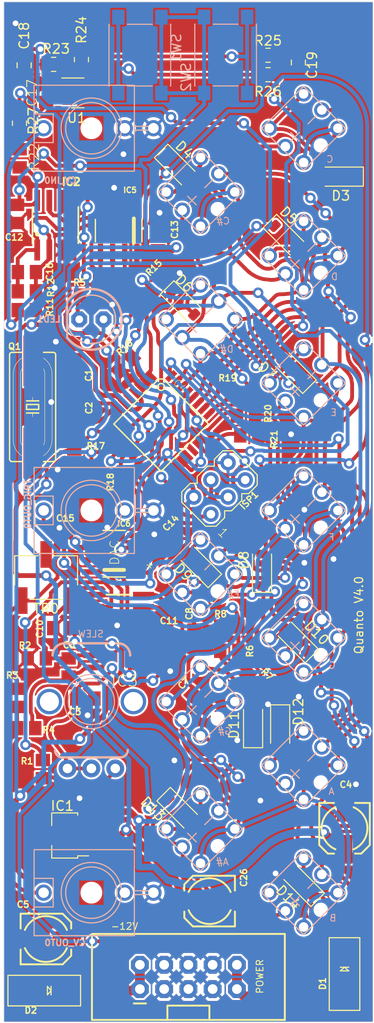
<source format=kicad_pcb>
(kicad_pcb (version 20221018) (generator pcbnew)
  (title_block (title "Quanto") (date "2023-06-20") (rev "4.0"))
  (layers (0 "F.Cu" signal) (31 "B.Cu" signal) (34 "B.Paste" user) (35 "F.Paste" user) (36 "B.SilkS" user "B.Silkscreen") (37 "F.SilkS" user "F.Silkscreen") (38 "B.Mask" user) (39 "F.Mask" user) (44 "Edge.Cuts" user))
  (net 0 "")
  (net 1 "Net-(IC4-PB6(XTAL1{slash}TOSC1))")
  (net 2 "Net-(IC4-PB7(XTAL2{slash}TOSC2))")
  (net 3 "GND")
  (net 4 "Net-(GLIDE0-2)")
  (net 5 "+12V")
  (net 6 "Net-(C6-Pad1)")
  (net 7 "Net-(IC3B--)")
  (net 8 "Net-(IC3D--)")
  (net 9 "Net-(C8-Pad2)")
  (net 10 "Net-(IC3A--)")
  (net 11 "Net-(U1-A)")
  (net 12 "Net-(CV_IN0-PadTIP)")
  (net 14 "Net-(CV_OUT0-PadTIP)")
  (net 15 "Net-(D1-PadA)")
  (net 16 "Net-(D2-PadC)")
  (net 17 "/BR_0")
  (net 18 "Net-(D3-A)")
  (net 19 "/BR_1")
  (net 20 "Net-(D4-A)")
  (net 21 "/BR_2")
  (net 22 "Net-(D5-A)")
  (net 23 "/BR_3")
  (net 24 "Net-(D6-A)")
  (net 25 "Net-(D7-A)")
  (net 26 "Net-(D8-A)")
  (net 27 "Net-(D9-A)")
  (net 28 "Net-(D10-A)")
  (net 29 "Net-(D11-A)")
  (net 30 "Net-(D12-A)")
  (net 31 "Net-(D13-A)")
  (net 32 "Net-(D14-A)")
  (net 33 "Net-(GLIDE0-1)")
  (net 34 "Net-(R23-Pad2)")
  (net 35 "Net-(IC3A-+)")
  (net 36 "-12V")
  (net 37 "/LR_3")
  (net 38 "+5V")
  (net 39 "TRIG")
  (net 40 "CS2")
  (net 41 "CS1")
  (net 42 "Net-(IC4-ADC6)")
  (net 43 "Net-(IC4-ADC7)")
  (net 44 "/LC_0")
  (net 45 "/LC_1")
  (net 46 "/LC_2")
  (net 47 "/LR_0")
  (net 48 "/LR_1")
  (net 49 "/LR_2")
  (net 50 "MOSI")
  (net 51 "/BC_0")
  (net 52 "/BC_1")
  (net 53 "/BC_2")
  (net 54 "Net-(LED1-C)")
  (net 55 "Net-(R6-Pad2)")
  (net 56 "Net-(R19-Pad1)")
  (net 57 "Net-(R20-Pad1)")
  (net 58 "Net-(R21-Pad1)")
  (net 60 "Net-(R25-Pad2)")
  (net 61 "MISO")
  (net 62 "SCK")
  (net 63 "RST")
  (net 64 "Net-(R3-Pad1)")
  (net 65 "Net-(IC5-CH0)")
  (net 66 "Net-(IC2A--)")
  (net 67 "Net-(IC2B--)")
  (net 68 "Net-(IC3B-+)")
  (footprint "Capacitor_SMD:C_0805_2012Metric" (layer "F.Cu") (at 131.3 54.9 -90)
    (fp_text reference "C18")
    (fp_text value "100nF")
  )
  (footprint "Pure Quantiser:C0805" (layer "F.Cu") (at 149.1361 114.9011 90)
    (fp_text reference "C8")
    (fp_text value "100nF" hide)
  )
  (footprint "Pure Quantiser:R0805" (layer "F.Cu") (at 153.977975 89.34235 180)
    (fp_text reference "R19")
    (fp_text value "220R" hide)
  )
  (footprint "Pure Quantiser:SMADIODE" (layer "F.Cu") (at 133.41985 151.7311 180)
    (fp_text reference "D2")
    (fp_text value "1N5819")
  )
  (footprint "Pure Quantiser:153CLV-0505" (layer "F.Cu") (at 133.5786 146.3336)
    (fp_text reference "C5")
    (fp_text value "10uF" hide)
  )
  (footprint "Pure Quantiser:SOIC8" (layer "F.Cu") (at 140.72235 106.0111 180)
    (fp_text reference "IC6")
    (fp_text value "DAC_MCP4921")
  )
  (footprint "Pure Quantiser:R0805" (layer "F.Cu") (at 152.78735 116.1711)
    (fp_text reference "R6")
    (fp_text value "1M" hide)
  )
  (footprint "Diode_SMD:D_SOD-123" (layer "F.Cu") (at 155.27604 123.952 90)
    (fp_text reference "D11")
    (fp_text value "1N914")
  )
  (footprint "Diode_SMD:D_SOD-123" (layer "F.Cu") (at 156.21 107.696 90)
    (fp_text reference "D8")
    (fp_text value "1N914")
  )
  (footprint "Pure Quantiser:R0805" (layer "F.Cu") (at 132.6261 116.96485)
    (fp_text reference "R2")
    (fp_text value "10k" hide)
  )
  (footprint "Diode_SMD:D_SOD-123" (layer "F.Cu") (at 159.512 86.868 135)
    (fp_text reference "D7")
    (fp_text value "1N914")
  )
  (footprint "Diode_SMD:D_SOD-123" (layer "F.Cu") (at 159.766 115.062 135)
    (fp_text reference "D10")
    (fp_text value "1N914")
  )
  (footprint "Pure Quantiser:C0805" (layer "F.Cu") (at 130.56235 70.4511 -90)
    (fp_text reference "C12")
    (fp_text value "100nF" hide)
  )
  (footprint "Pure Quantiser:153CLV-0505" (layer "F.Cu") (at 150.7236 142.36485 180)
    (fp_text reference "C26")
    (fp_text value "10uF" hide)
  )
  (footprint "Pure Quantiser:C0805" (layer "F.Cu") (at 135.95985 117.91735 90)
    (fp_text reference "C6")
    (fp_text value "1nF" hide)
  )
  (footprint "Pure Quantiser:153CLV-0505" (layer "F.Cu") (at 164.85235 134.74485 -90)
    (fp_text reference "C4")
    (fp_text value "10uF" hide)
  )
  (footprint "Pure Quantiser:R0805" (layer "F.Cu") (at 152.78735 113.6311)
    (fp_text reference "R8")
    (fp_text value "1k" hide)
  )
  (footprint "Pure Quantiser:SO14" (layer "F.Cu") (at 141.1986 114.10735 -90)
    (fp_text reference "IC3")
    (fp_text value "TL074")
  )
  (footprint "Pure Quantiser:HC49UP" (layer "F.Cu") (at 132.189537 90.652038 90)
    (fp_text reference "Q1")
    (fp_text value "20MHz")
  )
  (footprint "Pure Quantiser:R0805" (layer "F.Cu") (at 136.555162 96.049538 90)
    (fp_text reference "R17")
    (fp_text value "10k" hide)
  )
  (footprint "Diode_SMD:D_SOD-123" (layer "F.Cu") (at 158.111934 124.187975 -90)
    (fp_text reference "D12")
    (fp_text value "1N914")
  )
  (footprint "Pure Quantiser:C0805" (layer "F.Cu") (at 136.555162 91.763288 90)
    (fp_text reference "C2")
    (fp_text value "22p" hide)
  )
  (footprint "Pure Quantiser:C0805" (layer "F.Cu") (at 137.7061 121.171725)
    (fp_text reference "C3")
    (fp_text value "1uF" hide)
  )
  (footprint "Pure Quantiser:R0805" (layer "F.Cu") (at 130.828263 64.632194 90)
    (fp_text reference "R22")
    (fp_text value "100k")
  )
  (footprint "Pure Quantiser:R0805" (layer "F.Cu") (at 133.2611 128.5536 -90)
    (fp_text reference "R1")
    (fp_text value "10R" hide)
  )
  (footprint "Pure Quantiser:2X5-SHROUDED" (layer "F.Cu") (at 148.5011 150.30235 90)
    (fp_text reference "JP1" hide)
    (fp_text value "HEADER2X5SHD" hide)
  )
  (footprint "Pure Quantiser:R0805" (layer "F.Cu") (at 138.737975 97.835475 90)
    (fp_text reference "R18")
    (fp_text value "10k" hide)
  )
  (footprint "Package_TO_SOT_SMD:SOT-23" (layer "F.Cu") (at 136.906 57.785)
    (fp_text reference "U1")
    (fp_text value "LM4040B-10")
  )
  (footprint "Pure Quantiser:C0805" (layer "F.Cu") (at 131.58882 76.537867 180)
    (fp_text reference "C16")
    (fp_text value "1nF")
  )
  (footprint "Pure Quantiser:R0805" (layer "F.Cu") (at 138.1 79)
    (fp_text reference "R5")
    (fp_text value "1k5" hide)
  )
  (footprint "Package_TO_SOT_SMD:SOT-89-3" (layer "F.Cu") (at 135.55 135.5 180)
    (fp_text reference "IC1")
    (fp_text value "LD2981-50\n")
  )
  (footprint "Pure Quantiser:SO08" (layer "F.Cu") (at 134.570787 71.628)
    (fp_text reference "IC2")
    (fp_text value "MCP602")
  )
  (footprint "Capacitor_SMD:C_0805_2012Metric" (layer "F.Cu") (at 160.02 54.61 90)
    (fp_text reference "C19")
    (fp_text value "100nF")
  )
  (footprint "Diode_SMD:D_SOD-123" (layer "F.Cu") (at 147.945475 79.817975 -45)
    (fp_text reference "D6")
    (fp_text value "1N914")
  )
  (footprint "Pure Quantiser:C0805" (layer "F.Cu") (at 133.604 57.785 90)
    (fp_text reference "C17")
    (fp_text value "1nF")
  )
  (footprint "Diode_SMD:D_SOD-123" (layer "F.Cu") (at 147.574 132.842 -45)
    (fp_text reference "D13")
    (fp_text value "1N914")
  )
  (footprint "Pure Quantiser:C0805" (layer "F.Cu") (at 136.555162 87.397663 -90)
    (fp_text reference "C1")
    (fp_text value "22p" hide)
  )
  (footprint "Resistor_SMD:R_0805_2012Metric" (layer "F.Cu") (at 130.81 60.96 90)
    (fp_text reference "R27")
    (fp_text value "2.2k")
  )
  (footprint "Pure Quantiser:TQFP32-08" (layer "F.Cu") (at 145.6436 92.437975 -45)
    (fp_text reference "IC4")
    (fp_text value "ATMEGA328P" hide)
  )
  (footprint "Pure Quantiser:R0805" (layer "F.Cu") (at 131.578932 78.550799)
    (fp_text reference "R12")
    (fp_text value "33k" hide)
  )
  (footprint "Pure Quantiser:SOIC--8" (layer "F.Cu") (at 141.1986 72.19735 -90)
    (fp_text reference "IC5")
    (fp_text value "ADC_MCP3202")
  )
  (footprint "Resistor_SMD:R_0805_2012Metric" (layer "F.Cu") (at 156.845 53.848 180)
    (fp_text reference "R25")
    (fp_text value "10k")
  )
  (footprint "Pure Quantiser:C0805" (layer "F.Cu") (at 135.562975 99.899225 90)
    (fp_text reference "C15")
    (fp_text value "100nF" hide)
  )
  (footprint "Diode_SMD:D_SOD-123" (layer "F.Cu") (at 164.466 66.548 180)
    (fp_text reference "D3")
    (fp_text value "1N914")
  )
  (footprint "Resistor_SMD:R_0805_2012Metric" (layer "F.Cu") (at 156.845 55.88)
    (fp_text reference "R26")
    (fp_text value "100k")
  )
  (footprint "Pure Quantiser:R0805" (layer "F.Cu") (at 131.51485 124.26735 180)
    (fp_text reference "R4")
    (fp_text value "10R" hide)
  )
  (footprint "Resistor_SMD:R_0805_2012Metric" (layer "F.Cu") (at 137.3 54.3 90)
    (fp_text reference "R24")
    (fp_text value "100k")
  )
  (footprint "Resistor_SMD:R_0805_2012Metric" (layer "F.Cu") (at 134.3875 54.8)
    (fp_text reference "R23")
    (fp_text value "10k")
  )
  (footprint "Pure Quantiser:C0805" (layer "F.Cu") (at 145.3261 73.3086 90)
    (fp_text reference "C13")
    (fp_text value "100nF" hide)
  )
  (footprint "Pure Quantiser:R0805" (layer "F.Cu") (at 154.5336 91.56485 180)
    (fp_text reference "R20")
    (fp_text value "220R" hide)
  )
  (footprint "Diode_SMD:D_SOD-123" (layer "F.Cu") (at 160.377274 140.565274 135)
    (fp_text reference "D14")
    (fp_text value "1N914")
  )
  (footprint "Pure Quantiser:SMADIODE" (layer "F.Cu") (at 164.85235 149.98485 -90)
    (fp_text reference "D1")
    (fp_text value "1N5819")
  )
  (footprint "Potentiometer_SMD:Potentiometer_Bourns_3269W_Vertical" (layer "F.Cu") (at 133.6 108.5 180)
    (fp_text reference "TR0")
    (fp_text value "B10k")
  )
  (footprint "Pure Quantiser:C0805" (layer "F.Cu") (at 146.397662 105.098288 45)
    (fp_text reference "C14")
    (fp_text value "100nF" hide)
  )
  (footprint "Pure Quantiser:R0805" (layer "F.Cu") (at 145.246725 78.0711 -135)
    (fp_text reference "R15")
    (fp_text value "10k" hide)
  )
  (footprint "Diode_SMD:D_SOD-123" (layer "F.Cu") (at 149.606 107.188 135)
    (fp_text reference "D9")
    (fp_text value "1N914")
  )
  (footprint "Pure Quantiser:C0805" (layer "F.Cu") (at 135.3 113.8 180)
    (fp_text reference "C10")
    (fp_text value "100nF" hide)
  )
  (footprint "Diode_SMD:D_SOD-123" (layer "F.Cu") (at 147.32 65.532 -45)
    (fp_text reference "D4")
    (fp_text value "1N914")
  )
  (footprint "Pure Quantiser:R0805" (layer "F.Cu") (at 155.406725 119.306413 135)
    (fp_text reference "R7")
    (fp_text value "1M" hide)
  )
  (footprint "Pure Quantiser:C0805" (layer "F.Cu") (at 149.61235 121.40985 -45)
    (fp_text reference "C7")
    (fp_text value "100nF" hide)
  )
  (footprint "Pure Quantiser:R0805" (layer "F.Cu") (at 141.912975 86.16735 45)
    (fp_text reference "R16")
    (fp_text value "10k" hide)
  )
  (footprint "Pure Quantiser:R0805" (layer "F.Cu") (at 154.883585 93.629269 180)
    (fp_text reference "R21")
    (fp_text value "220R" hide)
  )
  (footprint "Pure Quantiser:C0805" (layer "F.Cu") (at 146.6 115.417038 90)
    (fp_text reference "C11")
    (fp_text value "100nF" hide)
  )
  (footprint "Pure Quantiser:AVRISP" (layer "F.Cu") (at 151.755475 99.18485 135)
    (fp_text reference "ISP1")
    (fp_text value "HEADER2X3-6" hide)
  )
  (footprint "Diode_SMD:D_SOD-123" (layer "F.Cu") (at 158.700787 72.872247 -45)
    (fp_text reference "D5")
    (fp_text value "1N914")
  )
  (footprint "Pure Quantiser:R0805" (layer "F.Cu") (at 130.56235 121.09235 -90)
    (fp_text reference "R3")
    (fp_text value "4k7" hide)
  )
  (footprint "Pure Quantiser:R0805" (layer "F.Cu") (at 131.572 80.518 180)
    (fp_text reference "R11")
    (fp_text value "100k" hide)
  )
  (footprint "Pure Quantiser:PB6149L" (layer "B.Cu") (at 160.5661 114.816935 135)
    (fp_text reference "UNK8" hide)
    (fp_text value "PB6149L-5" hide)
  )
  (footprint "Button_Switch_SMD:SW_Push_1P1T_NO_6x6mm_H9.5mm" (layer "B.Cu") (at 143.416837 53.835391 -90)
    (fp_text reference "SW1")
    (fp_text value "SW_Push")
  )
  (footprint "Pure Quantiser:PB6149L" (layer "B.Cu") (at 160.5661 61.4836 135)
    (fp_text reference "UNK1" hide)
    (fp_text value "PB6149L-5" hide)
  )
  (footprint "Pure Quantiser:PB6149L" (layer "B.Cu") (at 160.5661 101.4836 135)
    (fp_text reference "UNK6" hide)
    (fp_text value "PB6149L-5" hide)
  )
  (footprint "Pure Quantiser:PJ301M-12" (layer "B.Cu") (at 138.3411 61.4836 -90)
    (fp_text reference "CV_IN0")
    (fp_text value "SOCKET_MONO_3.5MMPJ301M-12" hide)
  )
  (footprint "Pure Quantiser:PB6149L" (layer "B.Cu") (at 160.5661 128.150266 135)
    (fp_text reference "UNK10" hide)
    (fp_text value "PB6149L-5" hide)
  )
  (footprint "Pure Quantiser:PB6149L" (layer "B.Cu") (at 160.5661 141.4836 135)
    (fp_text reference "UNK12" hide)
    (fp_text value "PB6149L-5" hide)
  )
  (footprint "Pure Quantiser:POTENTIOMETER_9MM" (layer "B.Cu") (at 138.3411 121.4836 180)
    (fp_text reference "GLIDE0" hide)
    (fp_text value "B10k" hide)
  )
  (footprint "Pure Quantiser:LED5MM" (layer "B.Cu") (at 138.3411 81.4836 180)
    (fp_text reference "LED1")
    (fp_text value "5mm")
  )
  (footprint "Pure Quantiser:PB6149L" (layer "B.Cu") (at 149.7711 81.4836 135)
    (fp_text reference "UNK4" hide)
    (fp_text value "PB6149L-5" hide)
  )
  (footprint "Pure Quantiser:PB6149L" (layer "B.Cu") (at 149.7711 108.150266 135)
    (fp_text reference "UNK7" hide)
    (fp_text value "PB6149L-5" hide)
  )
  (footprint "Button_Switch_SMD:SW_Push_1P1T_NO_6x6mm_H9.5mm" (layer "B.Cu") (at 152.4 53.825458 90)
    (fp_text reference "SW2")
    (fp_text value "SW_Push")
  )
  (footprint "Pure Quantiser:PJ301M-12" (layer "B.Cu") (at 138.3411 141.4836 -90)
    (fp_text reference "CV_OUT0")
    (fp_text value "SOCKET_MONO_3.5MMPJ301M-12" hide)
  )
  (footprint "Pure Quantiser:PB6149L" (layer "B.Cu") (at 149.7711 134.816935 135)
    (fp_text reference "UNK11" hide)
    (fp_text value "PB6149L-5" hide)
  )
  (footprint "Pure Quantiser:PB6149L" (layer "B.Cu") (at 149.7711 68.150266 135)
    (fp_text reference "UNK2" hide)
    (fp_text value "PB6149L-5" hide)
  )
  (footprint "Pure Quantiser:PB6149L" (layer "B.Cu") (at 149.7711 121.4836 135)
    (fp_text reference "UNK9" hide)
    (fp_text value "PB6149L-5" hide)
  )
  (footprint "Pure Quantiser:PJ301M-12" (layer "B.Cu") (at 138.3411 101.4836 -90)
    (fp_text reference "TRIG_OUT0")
    (fp_text value "SOCKET_MONO_3.5MMPJ301M-12" hide)
  )
  (footprint "Pure Quantiser:PB6149L" (layer "B.Cu") (at 160.5661 88.150266 135)
    (fp_text reference "UNK5" hide)
    (fp_text value "PB6149L-5" hide)
  )
  (footprint "Pure Quantiser:PB6149L" (layer "B.Cu") (at 160.5661 74.816935 135)
    (fp_text reference "UNK3" hide)
    (fp_text value "PB6149L-5" hide)
  )
  (gr_line (start 167.8211 55.0036) (end 167.8211 155.0036) (stroke (width 0.05)) (layer "Edge.Cuts"))
  (gr_line (start 129.1811 48.26) (end 167.8211 48.26) (stroke (width 0.05)) (layer "Edge.Cuts"))
  (gr_line (start 129.1811 48.26) (end 129.1811 55.0036) (stroke (width 0.05)) (layer "Edge.Cuts"))
  (gr_line (start 167.8211 155.0036) (end 129.1811 155.0036) (stroke (width 0.05)) (layer "Edge.Cuts"))
  (gr_line (start 167.8211 48.26) (end 167.8211 55.0036) (stroke (width 0.05)) (layer "Edge.Cuts"))
  (gr_line (start 129.1811 155.0036) (end 129.1811 55.0036) (stroke (width 0.05)) (layer "Edge.Cuts"))
  (gr_text "B" (at 164.0586 144.547663) (layer "B.SilkS") (effects (font (size 0.707136 0.707136) (thickness 0.105664)) (justify left bottom mirror)))
  (gr_text "E" (at 164.098287 91.644225) (layer "B.SilkS") (effects (font (size 0.707136 0.707136) (thickness 0.105664)) (justify left bottom mirror)))
  (gr_text "C" (at 163.7411 65.132975) (layer "B.SilkS") (effects (font (size 0.707136 0.707136) (thickness 0.105664)) (justify left bottom mirror)))
  (gr_text "D#" (at 153.303287 85.016413) (layer "B.SilkS") (effects (font (size 0.707136 0.707136) (thickness 0.105664)) (justify left bottom mirror)))
  (gr_text "G" (at 163.979225 118.115788) (layer "B.SilkS") (effects (font (size 0.707136 0.707136) (thickness 0.105664)) (justify left bottom mirror)))
  (gr_text "D" (at 164.21735 77.4361) (layer "B.SilkS") (effects (font (size 0.707136 0.707136) (thickness 0.105664)) (justify left bottom mirror)))
  (gr_text "F" (at 163.860162 104.701413) (layer "B.SilkS") (effects (font (size 0.707136 0.707136) (thickness 0.105664)) (justify left bottom mirror)))
  (gr_text "A#" (at 152.78735 138.673913) (layer "B.SilkS") (effects (font (size 0.707136 0.707136) (thickness 0.105664)) (justify left bottom mirror)))
  (gr_text "F#" (at 153.938287 110.694225) (layer "B.SilkS") (effects (font (size 0.707136 0.707136) (thickness 0.105664)) (justify left bottom mirror)))
  (gr_text "G#" (at 153.065162 124.981725) (layer "B.SilkS") (effects (font (size 0.707136 0.707136) (thickness 0.105664)) (justify left bottom mirror)))
  (gr_text "SLEW" (at 139.7 114.821725) (layer "B.SilkS") (effects (font (size 0.707136 0.707136) (thickness 0.105664)) (justify left bottom mirror)))
  (gr_text "C#" (at 152.906412 71.602038) (layer "B.SilkS") (effects (font (size 0.707136 0.707136) (thickness 0.105664)) (justify left bottom mirror)))
  (gr_text "A" (at 163.860162 131.292038) (layer "B.SilkS") (effects (font (size 0.707136 0.707136) (thickness 0.105664)) (justify left bottom mirror)))
  (gr_text "POWER" (at 156.398912 152.127975 90) (layer "F.SilkS") (effects (font (size 0.707136 0.707136) (thickness 0.105664)) (justify left bottom)))
  (gr_text "Quanto V4.0" (at 166.876412 116.607663 90) (layer "F.SilkS") (effects (font (size 0.88392 0.88392) (thickness 0.13208)) (justify left bottom)))
  (gr_text "-12V" (at 140.335 145.415) (layer "F.SilkS") (effects (font (size 0.707136 0.707136) (thickness 0.105664)) (justify left bottom)))
  (segment (start 136.309225 86.6436) (end 132.3086 86.6436) (width 0.4) (layer "F.Cu") (net 1))
  (segment (start 138.437397 89.801678) (end 138.265801 89.600764) (width 0.4) (layer "F.Cu") (net 1))
  (segment (start 137.0711 86.80235) (end 136.666412 86.397663) (width 0.4) (layer "F.Cu") (net 1))
  (segment (start 137.944225 87.448416) (end 137.922211 87.281202) (width 0.4) (layer "F.Cu") (net 1))
  (segment (start 136.555162 86.447663) (end 136.309225 86.6436) (width 0.4) (layer "F.Cu") (net 1))
  (segment (start 139.364617 90.27412) (end 139.107699 90.212439) (width 0.4) (layer "F.Cu") (net 1))
  (segment (start 140.816234 90.439038) (end 140.714278 90.360804) (width 0.4) (layer "F.Cu") (net 1))
  (segment (start 140.468134 90.29485) (end 139.628021 90.29485) (width 0.4) (layer "F.Cu") (net 1))
  (segment (start 132.3086 86.6436) (end 132.189537 86.524538) (width 0.4) (layer "F.Cu") (net 1))
  (segment (start 138.127748 89.375481) (end 138.026636 89.131376) (width 0.4) (layer "F.Cu") (net 1))
  (segment (start 138.638311 89.973274) (end 138.437397 89.801678) (width 0.4) (layer "F.Cu") (net 1))
  (segment (start 136.666412 86.397663) (end 136.555162 86.447663) (width 0.4) (layer "F.Cu") (net 1))
  (segment (start 132.189537 86.524538) (end 132.189537 85.826038) (width 0.4) (layer "F.Cu") (net 1))
  (segment (start 137.621192 86.888906) (end 137.465373 86.824364) (width 0.4) (layer "F.Cu") (net 1))
  (segment (start 140.595548 90.311624) (end 140.468134 90.29485) (width 0.4) (layer "F.Cu") (net 1))
  (segment (start 138.265801 89.600764) (end 138.127748 89.375481) (width 0.4) (layer "F.Cu") (net 1))
  (segment (start 137.298159 86.80235) (end 137.0711 86.80235) (width 0.4) (layer "F.Cu") (net 1))
  (segment (start 137.754997 86.991578) (end 137.621192 86.888906) (width 0.4) (layer "F.Cu") (net 1))
  (segment (start 137.465373 86.824364) (end 137.298159 86.80235) (width 0.4) (layer "F.Cu") (net 1))
  (segment (start 140.714278 90.360804) (end 140.595548 90.311624) (width 0.4) (layer "F.Cu") (net 1))
  (segment (start 139.628021 90.29485) (end 139.364617 90.27412) (width 0.4) (layer "F.Cu") (net 1))
  (segment (start 137.857669 87.125383) (end 137.754997 86.991578) (width 0.4) (layer "F.Cu") (net 1))
  (segment (start 137.922211 87.281202) (end 137.857669 87.125383) (width 0.4) (layer "F.Cu") (net 1))
  (segment (start 139.107699 90.212439) (end 138.863594 90.111327) (width 0.4) (layer "F.Cu") (net 1))
  (segment (start 141.194059 90.816863) (end 140.816234 90.439038) (width 0.4) (layer "F.Cu") (net 1))
  (segment (start 138.026636 89.131376) (end 137.944225 88.611054) (width 0.4) (layer "F.Cu") (net 1))
  (segment (start 138.863594 90.111327) (end 138.638311 89.973274) (width 0.4) (layer "F.Cu") (net 1))
  (segment (start 137.944225 88.611054) (end 137.944225 87.448416) (width 0.4) (layer "F.Cu") (net 1))
  (segment (start 136.1661 93.15235) (end 132.6261 93.15235) (width 0.4) (layer "F.Cu") (net 2))
  (segment (start 132.189537 93.588913) (end 132.189537 95.478038) (width 0.4) (layer "F.Cu") (net 2))
  (segment (start 136.555162 92.713288) (end 136.1661 93.15235) (width 0.4) (layer "F.Cu") (net 2))
  (segment (start 137.0711 92.3586) (end 136.666412 92.763288) (width 0.4) (layer "F.Cu") (net 2))
  (segment (start 139.653087 91.808135) (end 139.363368 92.001719) (width 0.4) (layer "F.Cu") (net 2))
  (segment (start 140.628371 91.38255) (end 140.40485 91.159029) (width 0.4) (layer "F.Cu") (net 2))
  (segment (start 138.72091 92.267834) (end 138.379164 92.335811) (width 0.4) (layer "F.Cu") (net 2))
  (segment (start 140.40485 91.159029) (end 140.40485 91.0886) (width 0.4) (layer "F.Cu") (net 2))
  (segment (start 139.915059 91.578391) (end 139.653087 91.808135) (width 0.4) (layer "F.Cu") (net 2))
  (segment (start 139.363368 92.001719) (end 139.05086 92.155831) (width 0.4) (layer "F.Cu") (net 2))
  (segment (start 136.666412 92.763288) (end 136.555162 92.713288) (width 0.4) (layer "F.Cu") (net 2))
  (segment (start 140.40485 91.0886) (end 139.915059 91.578391) (width 0.4) (layer "F.Cu") (net 2))
  (segment (start 138.031468 92.3586) (end 137.0711 92.3586) (width 0.4) (layer "F.Cu") (net 2))
  (segment (start 139.05086 92.155831) (end 138.72091 92.267834) (width 0.4) (layer "F.Cu") (net 2))
  (segment (start 132.6261 93.15235) (end 132.189537 93.588913) (width 0.4) (layer "F.Cu") (net 2))
  (segment (start 138.379164 92.335811) (end 138.031468 92.3586) (width 0.4) (layer "F.Cu") (net 2))
  (segment (start 142.325431 89.685491) (end 141.241224 88.601284) (width 0.4) (layer "F.Cu") (net 3))
  (segment (start 143.456802 88.55412) (end 141.741783 86.839101) (width 0.4) (layer "F.Cu") (net 3))
  (segment (start 141.241224 88.601284) (end 141.241224 86.839101) (width 0.4) (layer "F.Cu") (net 3))
  (segment (start 148.577677 94.222323) (end 150.1 92.7) (width 0.2) (layer "F.Cu") (net 3))
  (segment (start 148.577677 94.806367) (end 148.577677 94.222323) (width 0.2) (layer "F.Cu") (net 3))
  (segment (start 148.961769 95.190459) (end 148.577677 94.806367) (width 0.2) (layer "F.Cu") (net 3))
  (segment (start 141.741783 86.839101) (end 141.241224 86.839101) (width 0.4) (layer "F.Cu") (net 3))
  (via (at 156.835475 121.767038) (size 1.108) (drill 0.6) (layers "F.Cu" "B.Cu") (net 3))
  (via (at 130.4 50.5) (size 1.108) (drill 0.6) (layers "F.Cu" "B.Cu") (net 3))
  (via (at 146.6 118.3) (size 1.108) (drill 0.6) (layers "F.Cu" "B.Cu") (net 3))
  (via (at 140.007975 103.272663) (size 1.108) (drill 0.6) (layers "F.Cu" "B.Cu") (net 3))
  (via (at 160.645475 101.40735) (size 1.108) (drill 0.6) (layers "F.Cu" "B.Cu") (net 3))
  (via (at 141.7 64.2) (size 1.108) (drill 0.6) (layers "F.Cu" "B.Cu") (net 3))
  (via (at 160.645475 106.9636) (size 1.108) (drill 0.6) (layers "F.Cu" "B.Cu") (net 3))
  (via (at 159.256412 93.509538) (size 1.108) (drill 0.6) (layers "F.Cu" "B.Cu") (net 3))
  (via (at 141.03985 113.512038) (size 1.108) (drill 0.6) (layers "F.Cu" "B.Cu") (net 3))
  (via (at 140.523912 79.936413) (size 1.108) (drill 0.6) (layers "F.Cu" "B.Cu") (net 3))
  (via (at 145.48485 70.332038) (size 1.108) (drill 0.6) (layers "F.Cu" "B.Cu") (net 3))
  (via (at 157.629225 139.467663) (size 1.108) (drill 0.6) (layers "F.Cu" "B.Cu") (net 3))
  (via (at 140.72235 67.712663) (size 1.108) (drill 0.6) (layers "F.Cu" "B.Cu") (net 3))
  (via (at 160.050162 120.973288) (size 1.108) (drill 0.6) (layers "F.Cu" "B.Cu") (net 3))
  (via (at 135 103.3) (size 1.108) (drill 0.6) (layers "F.Cu" "B.Cu") (net 3))
  (via (at 134.808912 97.200475) (size 1.108) (drill 0.6) (layers "F.Cu" "B.Cu") (net 3))
  (via (at 147.588287 76.64235) (size 1.108) (drill 0.6) (layers "F.Cu" "B.Cu") (net 3))
  (via (at 163.701412 106.566725) (size 1.108) (drill 0.6) (layers "F.Cu" "B.Cu") (net 3))
  (via (at 147.032662 127.640788) (size 1.108) (drill 0.6) (layers "F.Cu" "B.Cu") (net 3))
  (via (at 144.929225 103.987038) (size 1.108) (drill 0.6) (layers "F.Cu" "B.Cu") (net 3))
  (via (at 153.620787 125.53735) (size 1.108) (drill 0.6) (layers "F.Cu" "B.Cu") (net 3))
  (via (at 166.042975 130.1411) (size 1.108) (drill 0.6) (layers "F.Cu" "B.Cu") (net 3))
  (via (at 134.62 83.82) (size 1.108) (drill 0.6) (layers "F.Cu" "B.Cu") (net 3))
  (via (at 137.1 131.6) (size 1.108) (drill 0.6) (layers "F.Cu" "B.Cu") (net 3))
  (via (at 156.041725 131.847663) (size 1.108) (drill 0.6) (layers "F.Cu" "B.Cu") (net 3))
  (via (at 134.5 78.2) (size 1.108) (drill 0.6) (layers "F.Cu" "B.Cu") (net 3))
  (via (at 137.944225 122.917975) (size 1.108) (drill 0.6) (layers "F.Cu" "B.Cu") (net 3))
  (via (at 134.134225 90.1361) (size 1.108) (drill 0.6) (layers "F.Cu" "B.Cu") (net 3))
  (segment (start 136.515475 121.977429) (end 136.515475 121.647975) (width 0.4) (layer "F.Cu") (net 4))
  (segment (start 134.298736 123.740288) (end 134.162788 123.876236) (width 0.4) (layer "F.Cu") (net 4))
  (segment (start 134.834046 123.552975) (end 134.834047 123.552975) (width 0.4) (layer "F.Cu") (net 4))
  (segment (start 145.4 115.7) (end 145.4 118.7) (width 0.4) (layer "F.Cu") (net 4))
  (segment (start 134.0605 124.039027) (end 133.975475 124.411547) (width 0.4) (layer "F.Cu") (net 4))
  (segment (start 135.726804 127.69761) (end 135.8011 128.262307) (width 0.4) (layer "F.Cu") (net 4))
  (segment (start 136.214572 122.903512) (end 136.343751 122.692712) (width 0.4) (layer "F.Cu") (net 4))
  (segment (start 136.86485 120.9811) (end 136.7561 121.171725) (width 0.4) (layer "F.Cu") (net 4))
  (segment (start 134.162788 123.876236) (end 134.0605 124.039027) (width 0.4) (layer "F.Cu") (net 4))
  (segment (start 145.4 118.7) (end 144.9 119.2) (width 0.4) (layer "F.Cu") (net 4))
  (segment (start 133.995127 124.880549) (end 134.053562 125.113987) (width 0.4) (layer "F.Cu") (net 4))
  (segment (start 133.975475 124.411547) (end 133.975475 124.640713) (width 0.4) (layer "F.Cu") (net 4))
  (segment (start 136.7561 120.2439) (end 136.7561 121.171725) (width 0.4) (layer "F.Cu") (net 4))
  (segment (start 140.5 118.2) (end 139.1 119.6) (width 0.4) (layer "F.Cu") (net 4))
  (segment (start 135.508973 127.171348) (end 135.635124 127.427345) (width 0.4) (layer "F.Cu") (net 4))
  (segment (start 135.426799 123.475862) (end 135.655212 123.381251) (width 0.4) (layer "F.Cu") (net 4))
  (segment (start 134.834046 123.552975) (end 134.939928 123.552975) (width 0.4) (layer "F.Cu") (net 4))
  (segment (start 135.635124 127.427345) (end 135.726804 127.69761) (width 0.4) (layer "F.Cu") (net 4))
  (segment (start 134.279546 125.537091) (end 135.350506 126.933994) (width 0.4) (layer "F.Cu") (net 4))
  (segment (start 134.834047 123.552975) (end 134.642997 123.574501) (width 0.4) (layer "F.Cu") (net 4))
  (segment (start 134.461527 123.638) (end 134.298736 123.740288) (width 0.4) (layer "F.Cu") (net 4))
  (segment (start 138.3411 128.4836) (end 135.8411 128.4836) (width 0.4) (layer "F.Cu") (net 4))
  (segment (start 134.939928 123.552975) (end 134.939929 123.552975) (width 0.4) (layer "F.Cu") (net 4))
  (segment (start 133.975475 124.640713) (end 133.995127 124.880549) (width 0.4) (layer "F.Cu") (net 4))
  (segment (start 137.4 119.6) (end 136.7561 120.2439) (width 0.4) (layer "F.Cu") (net 4))
  (segment (start 136.86485 121.2986) (end 136.7561 121.171725) (width 0.4) (layer "F.Cu") (net 4))
  (segment (start 135.350506 126.933994) (end 135.508973 127.171348) (width 0.4) (layer "F.Cu") (net 4))
  (segment (start 134.642997 123.574501) (end 134.461527 123.638) (width 0.4) (layer "F.Cu") (net 4))
  (segment (start 136.438362 122.464299) (end 136.515475 121.977429) (width 0.4) (layer "F.Cu") (net 4))
  (segment (start 135.8011 128.4436) (end 135.8411 128.4836) (width 0.4) (layer "F.Cu") (net 4))
  (segment (start 136.515475 121.647975) (end 136.86485 121.2986) (width 0.4) (layer "F.Cu") (net 4))
  (segment (start 134.939929 123.552975) (end 135.186399 123.533577) (width 0.4) (layer "F.Cu") (net 4))
  (segment (start 145.07735 115.37735) (end 145.4 115.7) (width 0.4) (layer "F.Cu") (net 4))
  (segment (start 135.866012 123.252072) (end 136.054008 123.091508) (width 0.4) (layer "F.Cu") (net 4))
  (segment (start 140.5 118) (end 140.5 118.2) (width 0.4) (layer "F.Cu") (net 4))
  (segment (start 135.655212 123.381251) (end 135.866012 123.252072) (width 0.4) (layer "F.Cu") (net 4))
  (segment (start 137.150475 120.6161) (end 136.86485 120.9811) (width 0.4) (layer "F.Cu") (net 4))
  (segment (start 135.186399 123.533577) (end 135.426799 123.475862) (width 0.4) (layer "F.Cu") (net 4))
  (segment (start 135.8011 128.262307) (end 135.8011 128.4436) (width 0.4) (layer "F.Cu") (net 4))
  (segment (start 136.343751 122.692712) (end 136.438362 122.464299) (width 0.4) (layer "F.Cu") (net 4))
  (segment (start 143.7986 115.37735) (end 145.07735 115.37735) (width 0.4) (layer "F.Cu") (net 4))
  (segment (start 134.053562 125.113987) (end 134.279546 125.537091) (width 0.4) (layer "F.Cu") (net 4))
  (segment (start 139.1 119.6) (end 137.4 119.6) (width 0.4) (layer "F.Cu") (net 4))
  (segment (start 136.054008 123.091508) (end 136.214572 122.903512) (width 0.4) (layer "F.Cu") (net 4))
  (via (at 140.5 118) (size 1.108) (drill 0.6) (layers "F.Cu" "B.Cu") (net 4))
  (via (at 144.8 119.3) (size 1.108) (drill 0.6) (layers "F.Cu" "B.Cu") (net 4))
  (segment (start 143.5 119.3) (end 144.8 119.3) (width 0.4) (layer "B.Cu") (net 4))
  (segment (start 143.2 119.6) (end 143.5 119.3) (width 0.4) (layer "B.Cu") (net 4))
  (segment (start 141.8 119.6) (end 143.2 119.6) (width 0.4) (layer "B.Cu") (net 4))
  (segment (start 140.5 118.3) (end 141.8 119.6) (width 0.4) (layer "B.Cu") (net 4))
  (segment (start 140.5 118) (end 140.5 118.3) (width 0.4) (layer "B.Cu") (net 4))
  (segment (start 142.4 133) (end 140.3 133) (width 0.7) (layer "F.Cu") (net 5))
  (segment (start 165.907271 143.849929) (end 166.37729 143.37991) (width 1.016) (layer "F.Cu") (net 5))
  (segment (start 166.37729 143.37991) (end 166.538664 143.183276) (width 1.016) (layer "F.Cu") (net 5))
  (segment (start 139.3 134) (end 137.5 134) (width 0.7) (layer "F.Cu") (net 5))
  (segment (start 165.55752 144.420672) (end 165.643614 144.212823) (width 1.016) (layer "F.Cu") (net 5))
  (segment (start 166.538664 143.183276) (end 166.658575 142.958937) (width 1.016) (layer "F.Cu") (net 5))
  (segment (start 165.48735 147.047975) (end 165.48735 144.86371) (width 1.016) (layer "F.Cu") (net 5))
  (segment (start 165.643614 144.212823) (end 165.907271 143.849929) (width 1.016) (layer "F.Cu") (net 5))
  (segment (start 166.75735 139.261369) (end 166.738879 139.026675) (width 1.016) (layer "F.Cu") (net 5))
  (segment (start 165.257081 137.7611) (end 164.931725 137.7611) (width 1.016) (layer "F.Cu") (net 5))
  (segment (start 143.3 133.9) (end 142.4 133) (width 0.7) (layer "F.Cu") (net 5))
  (segment (start 163.4236 135.8561) (end 162.709225 135.141725) (width 0.8) (layer "F.Cu") (net 5))
  (segment (start 136.6 114.15) (end 136.25 113.8) (width 0.4) (layer "F.Cu") (net 5))
  (segment (start 166.658575 142.958937) (end 166.75735 142.462366) (width 1.016) (layer "F.Cu") (net 5))
  (segment (start 165.72069 137.834528) (end 165.257081 137.7611) (width 1.016) (layer "F.Cu") (net 5))
  (segment (start 164.931725 137.7611) (end 164.931725 137.024225) (width 1.016) (layer "F.Cu") (net 5))
  (segment (start 140.3 133) (end 139.3 134) (width 0.7) (layer "F.Cu") (net 5))
  (segment (start 166.138917 138.047626) (end 165.938189 137.92462) (width 1.016) (layer "F.Cu") (net 5))
  (segment (start 164.899975 147.63535) (end 165.48735 147.047975) (width 1.016) (layer "F.Cu") (net 5))
  (segment (start 164.85235 147.63535) (end 164.899975 147.63535) (width 1.016) (layer "F.Cu") (net 5))
  (segment (start 136.55735 114.10735) (end 136.25 113.8) (width 0.4) (layer "F.Cu") (net 5))
  (segment (start 166.470824 138.379533) (end 166.317931 138.200519) (width 1.016) (layer "F.Cu") (net 5))
  (segment (start 165.48735 144.86371) (end 165.505001 144.63943) (width 1.016) (layer "F.Cu") (net 5))
  (segment (start 165.938189 137.92462) (end 165.72069 137.834528) (width 1.016) (layer "F.Cu") (net 5))
  (segment (start 164.85235 136.1736) (end 164.53485 135.8561) (width 0.4) (layer "F.Cu") (net 5))
  (segment (start 166.738879 139.026675) (end 166.683922 138.79776) (width 1.016) (layer "F.Cu") (net 5))
  (segment (start 165.505001 144.63943) (end 165.55752 144.420672) (width 1.016) (layer "F.Cu") (net 5))
  (segment (start 164.931725 137.024225) (end 164.85235 136.94485) (width 1.016) (layer "F.Cu") (net 5))
  (segment (start 164.53485 135.8561) (end 163.4236 135.8561) (width 0.8) (layer "F.Cu") (net 5))
  (segment (start 136.6 115.2) (end 136.6 114.15) (width 0.4) (layer "F.Cu") (net 5))
  (segment (start 166.683922 138.79776) (end 166.59383 138.580261) (width 1.016) (layer "F.Cu") (net 5))
  (segment (start 166.59383 138.580261) (end 166.470824 138.379533) (width 1.016) (layer "F.Cu") (net 5))
  (segment (start 166.75735 142.462366) (end 166.75735 139.261369) (width 1.016) (layer "F.Cu") (net 5))
  (segment (start 138.5986 114.10735) (end 136.55735 114.10735) (width 0.4) (layer "F.Cu") (net 5))
  (segment (start 166.317931 138.200519) (end 166.138917 138.047626) (width 1.016) (layer "F.Cu") (net 5))
  (via (at 143.3 133.9) (size 1.108) (drill 0.6) (layers "F.Cu" "B.Cu") (net 5))
  (via (at 162.709225 135.141725) (size 1.108) (drill 0.6) (layers "F.Cu" "B.Cu") (net 5))
  (via (at 136.6 115.2) (size 1.108) (drill 0.6) (layers "F.Cu" "B.Cu") (net 5))
  (segment (start 145.713271 133.40296) (end 146.117009 133.099182) (width 0.5) (layer "B.Cu") (net 5))
  (segment (start 147.57819 126.201941) (end 145.997462 124.621213) (width 0.5) (layer "B.Cu") (net 5))
  (segment (start 147.429811 140.456064) (end 146.290681 140.148163) (width 0.8) (layer "B.Cu") (net 5))
  (segment (start 153.651139 139.254757) (end 153.144942 139.558559) (width 0.8) (layer "B.Cu") (net 5))
  (segment (start 147.451055 131.591897) (end 147.703532 131.154244) (width 0.5) (layer "B.Cu") (net 5))
  (segment (start 143.28445 123.989538) (end 142.939816 123.966949) (width 0.5) (layer "B.Cu") (net 5))
  (segment (start 140.3 119.1) (end 136.520162 115.320162) (width 0.5) (layer "B.Cu") (net 5))
  (segment (start 149.780608 140.583387) (end 149.191006 140.613382) (width 0.8) (layer "B.Cu") (net 5))
  (segment (start 145.030651 124.063025) (end 144.472462 123.989538) (width 0.5) (layer "B.Cu") (net 5))
  (segment (start 140.335 122.207433) (end 140.335 119.1) (width 0.5) (layer "B.Cu") (net 5))
  (segment (start 152.075128 140.056473) (end 151.516745 140.248148) (width 0.8) (layer "B.Cu") (net 5))
  (segment (start 148.099052 130.225237) (end 148.239533 129.739901) (width 0.5) (layer "B.Cu") (net 5))
  (segment (start 159.157106 135.314597) (end 158.68428 135.447948) (width 0.8) (layer "B.Cu") (net 5))
  (segment (start 160.617696 135.141725) (end 160.126804 135.161012) (width 0.8) (layer "B.Cu") (net 5))
  (segment (start 148.239533 129.739901) (end 148.340532 129.244841) (width 0.5) (layer "B.Cu") (net 5))
  (segment (start 146.290681 140.148163) (end 144.942518 138.8) (width 0.7) (layer "B.Cu") (net 5))
  (segment (start 145.997462 124.621213) (end 145.785363 124.435207) (width 0.5) (layer "B.Cu") (net 5))
  (segment (start 149.191006 140.613382) (end 148.600748 140.60209) (width 0.8) (layer "B.Cu") (net 5))
  (segment (start 146.844832 132.399352) (end 147.164203 132.007831) (width 0.5) (layer "B.Cu") (net 5))
  (segment (start 146.117009 133.099182) (end 146.495012 132.763922) (width 0.5) (layer "B.Cu") (net 5))
  (segment (start 155.025537 138.142288) (end 154.593742 138.544885) (width 0.8) (layer "B.Cu") (net 5))
  (segment (start 142.274036 123.788554) (end 141.964281 123.635799) (width 0.5) (layer "B.Cu") (net 5))
  (segment (start 143.3 138.8) (end 143.3 133.9) (width 0.7) (layer "B.Cu") (net 5))
  (segment (start 150.366672 140.512251) (end 149.780608 140.583387) (width 0.8) (layer "B.Cu") (net 5))
  (segment (start 148.136514 126.988825) (end 147.980289 126.706157) (width 0.5) (layer "B.Cu") (net 5))
  (segment (start 145.297786 124.153705) (end 145.030651 124.063025) (width 0.5) (layer "B.Cu") (net 5))
  (segment (start 142.939816 123.966949) (end 142.60108 123.89957) (width 0.5) (layer "B.Cu") (net 5))
  (segment (start 156.193565 136.97426) (end 155.025537 138.142288) (width 0.8) (layer "B.Cu") (net 5))
  (segment (start 158.223374 135.617985) (end 157.777229 135.823661) (width 0.8) (layer "B.Cu") (net 5))
  (segment (start 145.105201 134.01103) (end 145.713271 133.40296) (width 0.5) (layer "B.Cu") (net 5))
  (segment (start 146.495012 132.763922) (end 146.844832 132.399352) (width 0.5) (layer "B.Cu") (net 5))
  (segment (start 147.703532 131.154244) (end 147.919999 130.697704) (width 0.5) (layer "B.Cu") (net 5))
  (segment (start 150.94633 140.400322) (end 150.366672 140.512251) (width 0.8) (layer "B.Cu") (net 5))
  (segment (start 156.94012 136.336642) (end 156.193565 136.97426) (width 0.8) (layer "B.Cu") (net 5))
  (segment (start 147.980289 126.706157) (end 147.793398 126.442759) (width 0.5) (layer "B.Cu") (net 5))
  (segment (start 144.472462 123.989538) (end 143.28445 123.989538) (width 0.5) (layer "B.Cu") (net 5))
  (segment (start 143.41103 134.01103) (end 145.105201 134.01103) (width 0.5) (layer "B.Cu") (net 5))
  (segment (start 148.260108 127.287207) (end 148.136514 126.988825) (width 0.5) (layer "B.Cu") (net 5))
  (segment (start 162.709225 135.141725) (end 160.617696 135.141725) (width 0.8) (layer "B.Cu") (net 5))
  (segment (start 148.349517 127.597551) (end 148.260108 127.287207) (width 0.5) (layer "B.Cu") (net 5))
  (segment (start 145.785363 124.435207) (end 145.5508 124.278477) (width 0.5) (layer "B.Cu") (net 5))
  (segment (start 159.638938 135.218755) (end 159.157106 135.314597) (width 0.8) (layer "B.Cu") (net 5))
  (segment (start 147.919999 130.697704) (end 148.099052 130.225237) (width 0.5) (layer "B.Cu") (net 5))
  (segment (start 158.68428 135.447948) (end 158.223374 135.617985) (width 0.8) (layer "B.Cu") (net 5))
  (segment (start 148.401394 128.743262) (end 148.421725 128.238413) (width 0.5) (layer "B.Cu") (net 5))
  (segment (start 143.3 133.9) (end 143.41103 134.01103) (width 0.2) (layer "B.Cu") (net 5))
  (segment (start 153.144942 139.558559) (end 152.618747 139.826235) (width 0.8) (layer "B.Cu") (net 5))
  (segment (start 144.942518 138.8) (end 143.3 138.8) (width 0.7) (layer "B.Cu") (net 5))
  (segment (start 141.673049 123.44392) (end 140.335 122.105871) (width 0.5) (layer "B.Cu") (net 5))
  (segment (start 141.964281 123.635799) (end 141.677115 123.44392) (width 0.5) (layer "B.Cu") (net 5))
  (segment (start 145.5508 124.278477) (end 145.297786 124.153705) (width 0.5) (layer "B.Cu") (net 5))
  (segment (start 154.134861 138.916314) (end 153.651139 139.254757) (width 0.8) (layer "B.Cu") (net 5))
  (segment (start 141.677115 123.44392) (end 141.673049 123.44392) (width 0.5) (layer "B.Cu") (net 5))
  (segment (start 157.348597 136.063706) (end 156.94012 136.336642) (width 0.8) (layer "B.Cu") (net 5))
  (segment (start 148.012725 140.549564) (end 147.429811 140.456064) (width 0.8) (layer "B.Cu") (net 5))
  (segment (start 154.593742 138.544885) (end 154.134861 138.916314) (width 0.8) (layer "B.Cu") (net 5))
  (segment (start 148.340532 129.244841) (end 148.401394 128.743262) (width 0.5) (layer "B.Cu") (net 5))
  (segment (start 148.600748 140.60209) (end 148.012725 140.549564) (width 0.8) (layer "B.Cu") (net 5))
  (segment (start 148.403616 127.915955) (end 148.349517 127.597551) (width 0.5) (layer "B.Cu") (net 5))
  (segment (start 148.421725 128.238413) (end 148.403616 127.915955) (width 0.5) (layer "B.Cu") (net 5))
  (segment (start 142.60108 123.89957) (end 142.274036 123.788554) (width 0.5) (layer "B.Cu") (net 5))
  (segment (start 147.164203 132.007831) (end 147.451055 131.591897) (width 0.5) (layer "B.Cu") (net 5))
  (segment (start 157.777229 135.823661) (end 157.348597 136.063706) (width 0.8) (layer "B.Cu") (net 5))
  (segment (start 147.793398 126.442759) (end 147.57819 126.201941) (width 0.5) (layer "B.Cu") (net 5))
  (segment (start 160.126804 135.161012) (end 159.638938 135.218755) (width 0.8) (layer "B.Cu") (net 5))
  (segment (start 152.618747 139.826235) (end 152.075128 140.056473) (width 0.8) (layer "B.Cu") (net 5))
  (segment (start 151.516745 140.248148) (end 150.94633 140.400322) (width 0.8) (layer "B.Cu") (net 5))
  (segment (start 132.330833 120.000001) (end 132.512117 119.787743) (width 0.4) (layer "F.Cu") (net 6))
  (segment (start 132.14985 123.711725) (end 132.14985 122.97416) (width 0.4) (layer "F.Cu") (net 6))
  (segment (start 131.9911 121.045591) (end 131.9911 121.045592) (width 0.4) (layer "F.Cu") (net 6))
  (segment (start 136.32485 118.55235) (end 135.95985 118.86735) (width 0.4) (layer "F.Cu") (net 6))
  (segment (start 137.731897 117.97963) (end 137.466462 118.156988) (width 0.4) (layer "F.Cu") (net 6))
  (segment (start 132.46485 124.26735) (end 132.46485 124.026725) (width 0.4) (layer "F.Cu") (net 6))
  (segment (start 132.962377 119.46061) (end 133.220265 119.353789) (width 0.4) (layer "F.Cu") (net 6))
  (segment (start 132.512117 119.787743) (end 132.724374 119.606459) (width 0.4) (layer "F.Cu") (net 6))
  (segment (start 132.14985 122.97416) (end 132.053993 122.742744) (width 0.4) (layer "F.Cu") (net 6))
  (segment (start 132.053993 122.742744) (end 131.9911 122.590907) (width 0.4) (layer "F.Cu") (net 6))
  (segment (start 133.769965 119.266725) (end 135.610475 119.266725) (width 0.4) (layer "F.Cu") (net 6))
  (segment (start 137.367459 118.255991) (end 137.214129 118.381826) (width 0.4) (layer "F.Cu") (net 6))
  (segment (start 137.039196 118.475329) (end 136.651984 118.55235) (width 0.4) (layer "F.Cu") (net 6))
  (segment (start 132.724374 119.606459) (end 132.962377 119.46061) (width 0.4) (layer "F.Cu") (net 6))
  (segment (start 132.184984 120.238004) (end 132.330833 120.000001) (width 0.4) (layer "F.Cu") (net 6))
  (segment (start 135.610475 119.266725) (end 135.95985 118.86735) (width 0.4) (layer "F.Cu") (net 6))
  (segment (start 131.9911 122.590907) (end 131.9911 121.045591) (width 0.4) (layer "F.Cu") (net 6))
  (segment (start 136.651984 118.55235) (end 136.32485 118.55235) (width 0.4) (layer "F.Cu") (net 6))
  (segment (start 133.220265 119.353789) (end 133.769965 119.266725) (width 0.4) (layer "F.Cu") (net 6))
  (segment (start 138.045 117.91735) (end 137.885382 117.933071) (width 0.4) (layer "F.Cu") (net 6))
  (segment (start 137.885382 117.933071) (end 137.731897 117.97963) (width 0.4) (layer "F.Cu") (net 6))
  (segment (start 132.013001 120.767316) (end 132.078164 120.495892) (width 0.4) (layer "F.Cu") (net 6))
  (segment (start 132.078164 120.495892) (end 132.184984 120.238004) (width 0.4) (layer "F.Cu") (net 6))
  (segment (start 131.9911 121.045592) (end 132.013001 120.767316) (width 0.4) (layer "F.Cu") (net 6))
  (segment (start 132.46485 124.026725) (end 132.14985 123.711725) (width 0.4) (layer "F.Cu") (net 6))
  (segment (start 137.214129 118.381826) (end 137.039196 118.475329) (width 0.4) (layer "F.Cu") (net 6))
  (segment (start 137.466462 118.156988) (end 137.367459 118.255991) (width 0.4) (layer "F.Cu") (net 6))
  (segment (start 136.27985 116.64735) (end 135.95985 116.96735) (width 0.4) (layer "F.Cu") (net 7))
  (segment (start 133 115.3) (end 133.5761 115.8761) (width 0.4) (layer "F.Cu") (net 7))
  (segment (start 134.755 112.3) (end 133.5 112.3) (width 0.4) (layer "F.Cu") (net 7))
  (segment (start 133.5761 116.96485) (end 135.95735 116.96485) (width 0.4) (layer "F.Cu") (net 7))
  (segment (start 133.5 112.3) (end 133 112.8) (width 0.4) (layer "F.Cu") (net 7))
  (segment (start 138.5986 116.64735) (end 136.27985 116.64735) (width 0.4) (layer "F.Cu") (net 7))
  (segment (start 133.5761 115.8761) (end 133.5761 116.96485) (width 0.4) (layer "F.Cu") (net 7))
  (segment (start 133 112.8) (end 133 115.3) (width 0.4) (layer "F.Cu") (net 7))
  (segment (start 136.14 110.915) (end 134.755 112.3) (width 0.4) (layer "F.Cu") (net 7))
  (segment (start 135.95735 116.96485) (end 135.95985 116.96735) (width 0.4) (layer "F.Cu") (net 7))
  (segment (start 148.5011 117.593729) (end 148.519226 117.409689) (width 0.4) (layer "F.Cu") (net 8))
  (segment (start 147.8661 115.083594) (end 147.888247 115.223426) (width 0.4) (layer "F.Cu") (net 8))
  (segment (start 151.83735 116.377916) (end 151.83735 116.1711) (width 0.4) (layer "F.Cu") (net 8))
  (segment (start 152.547536 117.607994) (end 152.344724 117.465984) (width 0.4) (layer "F.Cu") (net 8))
  (segment (start 154.734971 118.634663) (end 154.214809 118.1145) (width 0.4) (layer "F.Cu") (net 8))
  (segment (start 146.87715 112.95965) (end 146.87715 112.959651) (width 0.4) (layer "F.Cu") (net 8))
  (segment (start 149.4061 116.1711) (end 149.1361 115.8511) (width 0.4) (layer "F.Cu") (net 8))
  (segment (start 147.692193 113.27511) (end 147.785527 113.368444) (width 0.4) (layer "F.Cu") (net 8))
  (segment (start 149.1361 115.8511) (end 149.02485 115.9011) (width 0.4) (layer "F.Cu") (net 8))
  (segment (start 146.87715 112.959651) (end 146.998676 113.059384) (width 0.4) (layer "F.Cu") (net 8))
  (segment (start 146.998676 113.059384) (end 147.137323 113.133492) (width 0.4) (layer "F.Cu") (net 8))
  (segment (start 147.952521 115.34957) (end 148.05263 115.449679) (width 0.4) (layer "F.Cu") (net 8))
  (segment (start 149.02485 115.9011) (end 148.65985 115.5361) (width 0.4) (layer "F.Cu") (net 8))
  (segment (start 147.888247 115.223426) (end 147.952521 115.34957) (width 0.4) (layer "F.Cu") (net 8))
  (segment (start 145.54698 111.737597) (end 145.942346 112.024847) (width 0.4) (layer "F.Cu") (net 8))
  (segment (start 153.011076 117.776709) (end 152.771926 117.712629) (width 0.4) (layer "F.Cu") (net 8))
  (segment (start 144.83785 111.56735) (end 145.0822 111.586581) (width 0.4) (layer "F.Cu") (net 8))
  (segment (start 147.785527 113.368444) (end 147.8661 113.616419) (width 0.4) (layer "F.Cu") (net 8))
  (segment (start 154.051208 117.980236) (end 153.864557 117.880469) (width 0.4) (layer "F.Cu") (net 8))
  (segment (start 148.777403 116.926672) (end 148.929706 116.74109) (width 0.4) (layer "F.Cu") (net 8))
  (segment (start 149.056725 120.13985) (end 149.056725 120.55126) (width 0.4) (layer "F.Cu") (net 8))
  (segment (start 152.169654 117.290913) (end 152.027644 117.088102) (width 0.4) (layer "F.Cu") (net 8))
  (segment (start 148.318606 115.5361) (end 148.65985 115.5361) (width 0.4) (layer "F.Cu") (net 8))
  (segment (start 147.574586 113.215186) (end 147.692193 113.27511) (width 0.4) (layer "F.Cu") (net 8))
  (segment (start 148.929706 116.74109) (end 149.042878 116.52936) (width 0.4) (layer "F.Cu") (net 8))
  (segment (start 148.65985 115.5361) (end 148.7711 115.5361) (width 0.4) (layer "F.Cu") (net 8))
  (segment (start 151.83735 116.1711) (end 149.4061 116.1711) (width 0.4) (layer "F.Cu") (net 8))
  (segment (start 148.5011 119.584225) (end 148.5011 117.593729) (width 0.4) (layer "F.Cu") (net 8))
  (segment (start 145.0822 111.586581) (end 145.320532 111.643799) (width 0.4) (layer "F.Cu") (net 8))
  (segment (start 148.05263 115.449679) (end 148.318606 115.5361) (width 0.4) (layer "F.Cu") (net 8))
  (segment (start 149.056725 120.55126) (end 148.940596 120.7381) (width 0.4) (layer "F.Cu") (net 8))
  (segment (start 151.92301 116.863712) (end 151.83735 116.377916) (width 0.4) (layer "F.Cu") (net 8))
  (segment (start 145.942346 112.024847) (end 146.87715 112.95965) (width 0.4) (layer "F.Cu") (net 8))
  (segment (start 149.042878 116.52936) (end 149.1361 116.0607) (width 0.4) (layer "F.Cu") (net 8))
  (segment (start 154.214809 118.1145) (end 154.051208 117.980236) (width 0.4) (layer "F.Cu") (net 8))
  (segment (start 148.7711 115.5361) (end 149.1361 115.8511) (width 0.4) (layer "F.Cu") (net 8))
  (segment (start 148.572909 117.232721) (end 148.777403 116.926672) (width 0.4) (layer "F.Cu") (net 8))
  (segment (start 153.864557 117.880469) (end 153.451406 117.798288) (width 0.4) (layer "F.Cu") (net 8))
  (segment (start 145.320532 111.643799) (end 145.54698 111.737597) (width 0.4) (layer "F.Cu") (net 8))
  (segment (start 147.444218 113.194538) (end 147.574586 113.215186) (width 0.4) (layer "F.Cu") (net 8))
  (segment (start 153.257721 117.798288) (end 153.011076 117.776709) (width 0.4) (layer "F.Cu") (net 8))
  (segment (start 152.027644 117.088102) (end 151.92301 116.863712) (width 0.4) (layer "F.Cu") (net 8))
  (segment (start 148.940596 120.7381) (end 148.970081 120.464619) (width 0.4) (layer "F.Cu") (net 8))
  (segment (start 148.850475 115.615475) (end 149.1361 115.8511) (width 0.4) (layer "F.Cu") (net 8))
  (segment (start 148.5011 119.584225) (end 149.056725 120.13985) (width 0.4) (layer "F.Cu") (net 8))
  (segment (start 147.137323 113.133492) (end 147.444218 113.194538) (width 0.4) (layer "F.Cu") (net 8))
  (segment (start 149.1361 116.0607) (end 149.1361 115.8511) (width 0.4) (layer "F.Cu") (net 8))
  (segment (start 148.519226 117.409689) (end 148.572909 117.232721) (width 0.4) (layer "F.Cu") (net 8))
  (segment (start 153.451406 117.798288) (end 153.257721 117.798288) (width 0.4) (layer "F.Cu") (net 8))
  (segment (start 152.344724 117.465984) (end 152.169654 117.290913) (width 0.4) (layer "F.Cu") (net 8))
  (segment (start 152.771926 117.712629) (end 152.547536 117.607994) (width 0.4) (layer "F.Cu") (net 8))
  (segment (start 147.8661 113.616419) (end 147.8661 115.083594) (width 0.4) (layer "F.Cu") (net 8))
  (segment (start 148.189406 112.51985) (end 148.374097 112.53804) (width 0.4) (layer "F.Cu") (net 9))
  (segment (start 144.794425 110.29735) (end 145.007454 110.318331) (width 0.4) (layer "F.Cu") (net 9))
  (segment (start 151.83735 113.6311) (end 149.4061 113.6311) (width 0.4) (layer "F.Cu") (net 9))
  (segment (start 149.4061 113.6311) (end 149.1361 113.9511) (width 0.4) (layer "F.Cu") (net 9))
  (segment (start 148.715361 112.679397) (end 148.85882 112.79713) (width 0.4) (layer "F.Cu") (net 9))
  (segment (start 148.976553 112.940589) (end 149.064037 113.10426) (width 0.4) (layer "F.Cu") (net 9))
  (segment (start 149.1361 113.466544) (end 149.1361 113.9511) (width 0.4) (layer "F.Cu") (net 9))
  (segment (start 145.007454 110.318331) (end 145.212296 110.38047) (width 0.4) (layer "F.Cu") (net 9))
  (segment (start 147.578507 112.495887) (end 147.760525 112.51985) (width 0.4) (layer "F.Cu") (net 9))
  (segment (start 148.55169 112.591913) (end 148.715361 112.679397) (width 0.4) (layer "F.Cu") (net 9))
  (segment (start 148.374097 112.53804) (end 148.55169 112.591913) (width 0.4) (layer "F.Cu") (net 9))
  (segment (start 148.85882 112.79713) (end 148.976553 112.940589) (width 0.4) (layer "F.Cu") (net 9))
  (segment (start 147.760525 112.51985) (end 148.189406 112.51985) (width 0.4) (layer "F.Cu") (net 9))
  (segment (start 147.263243 112.313869) (end 147.408894 112.425631) (width 0.4) (layer "F.Cu") (net 9))
  (segment (start 145.56655 110.617175) (end 147.263243 112.313869) (width 0.4) (layer "F.Cu") (net 9))
  (segment (start 149.064037 113.10426) (end 149.1361 113.466544) (width 0.4) (layer "F.Cu") (net 9))
  (segment (start 147.408894 112.425631) (end 147.578507 112.495887) (width 0.4) (layer "F.Cu") (net 9))
  (segment (start 145.212296 110.38047) (end 145.56655 110.617175) (width 0.4) (layer "F.Cu") (net 9))
  (segment (start 134.1 110.6) (end 134.1 110.1) (width 0.4) (layer "F.Cu") (net 10))
  (segment (start 132.431401 126.179223) (end 132.634711 126.303812) (width 0.4) (layer "F.Cu") (net 10))
  (segment (start 132.211104 126.087973) (end 132.431401 126.179223) (width 0.4) (layer "F.Cu") (net 10))
  (segment (start 131.445 126.0136) (end 131.463708 126.032308) (width 0.4) (layer "F.Cu") (net 10))
  (segment (start 135.2 109) (end 134.1 110.1) (width 0.4) (layer "F.Cu") (net 10))
  (segment (start 140.43265 109.73265) (end 139.7 109) (width 0.4) (layer "F.Cu") (net 10))
  (segment (start 132.816029 126.458671) (end 132.970888 126.639989) (width 0.4) (layer "F.Cu") (net 10))
  (segment (start 140.43265 110.36735) (end 138.6686 110.36735) (width 0.4) (layer "F.Cu") (net 10))
  (segment (start 131.463708 126.032308) (end 131.979244 126.032308) (width 0.4) (layer "F.Cu") (net 10))
  (segment (start 140.43265 111.56735) (end 140.43265 110.36735) (width 0.4) (layer "F.Cu") (net 10))
  (segment (start 131.979244 126.032308) (end 132.211104 126.087973) (width 0.4) (layer "F.Cu") (net 10))
  (segment (start 133.2611 127.533169) (end 133.2611 127.6036) (width 0.4) (layer "F.Cu") (net 10))
  (segment (start 140.43265 110.36735) (end 140.43265 109.73265) (width 0.4) (layer "F.Cu") (net 10))
  (segment (start 131.4 113.2) (end 131.5 113.2) (width 0.4) (layer "F.Cu") (net 10))
  (segment (start 131.5 113.2) (end 134.1 110.6) (width 0.4) (layer "F.Cu") (net 10))
  (segment (start 133.095477 126.843299) (end 133.186727 127.063596) (width 0.4) (layer "F.Cu") (net 10))
  (segment (start 133.186727 127.063596) (end 133.2611 127.533169) (width 0.4) (layer "F.Cu") (net 10))
  (segment (start 132.634711 126.303812) (end 132.816029 126.458671) (width 0.4) (layer "F.Cu") (net 10))
  (segment (start 139.7 109) (end 135.2 109) (width 0.4) (layer "F.Cu") (net 10))
  (segment (start 132.970888 126.639989) (end 133.095477 126.843299) (width 0.4) (layer "F.Cu") (net 10))
  (segment (start 138.5986 111.56735) (end 140.43265 111.56735) (width 0.4) (layer "F.Cu") (net 10))
  (segment (start 138.6686 110.36735) (end 138.5986 110.29735) (width 0.4) (layer "F.Cu") (net 10))
  (via (at 131.4 113.2) (size 1.108) (drill 0.6) (layers "F.Cu" "B.Cu") (net 10))
  (via (at 131.445 126.0136) (size 1.108) (drill 0.6) (layers "F.Cu" "B.Cu") (net 10))
  (segment (start 131.4361 115.545793) (end 131.4361 113.3361) (width 0.4) (layer "B.Cu") (net 10))
  (segment (start 131.445 115.554693) (end 131.4361 115.545793) (width 0.4) (layer "B.Cu") (net 10))
  (segment (start 131.445 126.0136) (end 131.445 115.554693) (width 0.4) (layer "B.Cu") (net 10))
  (segment (start 131.4361 113.3361) (end 131.4 113.3) (width 0.4) (layer "B.Cu") (net 10))
  (segment (start 130.828263 63.682194) (end 130.828263 61.890763) (width 0.4) (layer "F.Cu") (net 11))
  (segment (start 133.604 58.735) (end 133.604 59.0785) (width 0.4) (layer "F.Cu") (net 11))
  (segment (start 133.604 59.0785) (end 130.81 61.8725) (width 0.4) (layer "F.Cu") (net 11))
  (segment (start 130.828263 61.890763) (end 130.81 61.8725) (width 0.4) (layer "F.Cu") (net 11))
  (segment (start 135.9685 58.735) (end 133.604 58.735) (width 0.4) (layer "F.Cu") (net 11))
  (segment (start 129.9378 82.042) (end 130.622 81.3578) (width 0.4) (layer "F.Cu") (net 12))
  (segment (start 130.622 81.3578) (end 130.622 80.518) (width 0.4) (layer "F.Cu") (net 12))
  (via (at 129.9378 82.042) (size 1.108) (drill 0.6) (layers "F.Cu" "B.Cu") (net 12))
  (segment (start 129.708116 66.37595) (end 129.764607 65.995121) (width 0.4) (layer "B.Cu") (net 12))
  (segment (start 129.9378 82.042) (end 129.692187 81.796387) (width 0.4) (layer "B.Cu") (net 12))
  (segment (start 130.838278 63.986422) (end 133.3411 61.4836) (width 0.4) (layer "B.Cu") (net 12))
  (segment (start 129.692187 66.700187) (end 129.708116 66.37595) (width 0.4) (layer "B.Cu") (net 12))
  (segment (start 129.764607 65.995121) (end 129.858153 65.621663) (width 0.4) (layer "B.Cu") (net 12))
  (segment (start 129.858153 65.621663) (end 129.987854 65.259172) (width 0.4) (layer "B.Cu") (net 12))
  (segment (start 130.152461 64.911139) (end 130.350389 64.580917) (width 0.4) (layer "B.Cu") (net 12))
  (segment (start 129.987854 65.259172) (end 130.152461 64.911139) (width 0.4) (layer "B.Cu") (net 12))
  (segment (start 129.692187 81.796387) (end 129.692187 66.700187) (width 0.4) (layer "B.Cu") (net 12))
  (segment (start 130.350389 64.580917) (end 130.838278 63.986422) (width 0.4) (layer "B.Cu") (net 12))
  (segment (start 130.3614 140.583202) (end 130.589623 140.811425) (width 0.4) (layer "F.Cu") (net 14))
  (segment (start 129.708713 139.13299) (end 129.766891 139.45046) (width 0.4) (layer "F.Cu") (net 14))
  (segment (start 131.119901 141.177449) (end 131.414223 141.309913) (width 0.4) (layer "F.Cu") (net 14))
  (segment (start 130.150055 125.070159) (end 130.165475 124.953041) (width 0.4) (layer "F.Cu") (net 14))
  (segment (start 130.032937 125.273013) (end 130.008415 125.297535) (width 0.4) (layer "F.Cu") (net 14))
  (segment (start 131.414223 141.309913) (end 131.722365 141.405934) (width 0.4) (layer "F.Cu") (net 14))
  (segment (start 130.56235 122.04235) (end 130.56235 124.26485) (width 0.4) (layer "F.Cu") (net 14))
  (segment (start 130.008415 125.297535) (end 129.872886 125.462677) (width 0.4) (layer "F.Cu") (net 14))
  (segment (start 129.766891 139.45046) (end 129.862912 139.758602) (width 0.4) (layer "F.Cu") (net 14))
  (segment (start 129.772179 125.651087) (end 129.710164 125.855523) (width 0.4) (layer "F.Cu") (net 14))
  (segment (start 130.165475 124.90235) (end 130.56485 124.502975) (width 0.4) (layer "F.Cu") (net 14))
  (segment (start 130.165475 124.953041) (end 130.165475 124.90235) (width 0.4) (layer "F.Cu") (net 14))
  (segment (start 130.4036 124.4286) (end 130.56485 124.26735) (width 0.4) (layer "F.Cu") (net 14))
  (segment (start 129.862912 139.758602) (end 129.995376 140.052924) (width 0.4) (layer "F.Cu") (net 14))
  (segment (start 129.995376 140.052924) (end 130.16235 140.329133) (width 0.4) (layer "F.Cu") (net 14))
  (segment (start 129.710164 125.855523) (end 129.689225 126.068129) (width 0.4) (layer "F.Cu") (net 14))
  (segment (start 129.689225 138.810822) (end 129.708713 139.13299) (width 0.4) (layer "F.Cu") (net 14))
  (segment (start 132.039835 141.464112) (end 132.362003 141.4836) (width 0.4) (layer "F.Cu") (net 14))
  (segment (start 130.56235 124.26485) (end 130.56485 124.26735) (width 0.4) (layer "F.Cu") (net 14))
  (segment (start 131.722365 141.405934) (end 132.039835 141.464112) (width 0.4) (layer "F.Cu") (net 14))
  (segment (start 130.032937 125.273013) (end 130.104849 125.179296) (width 0.4) (layer "F.Cu") (net 14))
  (segment (start 130.16235 140.329133) (end 130.3614 140.583202) (width 0.4) (layer "F.Cu") (net 14))
  (segment (start 130.56485 124.502975) (end 130.56485 124.26735) (width 0.4) (layer "F.Cu") (net 14))
  (segment (start 132.362003 141.4836) (end 133.3411 141.4836) (width 0.4) (layer "F.Cu") (net 14))
  (segment (start 129.872886 125.462677) (end 129.772179 125.651087) (width 0.4) (layer "F.Cu") (net 14))
  (segment (start 130.843692 141.010475) (end 131.119901 141.177449) (width 0.4) (layer "F.Cu") (net 14))
  (segment (start 130.104849 125.179296) (end 130.150055 125.070159) (width 0.4) (layer "F.Cu") (net 14))
  (segment (start 129.689225 126.068129) (end 129.689225 138.810822) (width 0.4) (layer "F.Cu") (net 14))
  (segment (start 130.589623 140.811425) (end 130.843692 141.010475) (width 0.4) (layer "F.Cu") (net 14))
  (segment (start 153.5811 151.57235) (end 154.3431 152.33435) (width 1.016) (layer "F.Cu") (net 15))
  (segment (start 154.3431 152.33435) (end 164.85235 152.33435) (width 1.016) (layer "F.Cu") (net 15))
  (segment (start 153.5811 149.03235) (end 153.5811 151.57235) (width 1.016) (layer "F.Cu") (net 15))
  (segment (start 143.4211 151.57235) (end 143.26235 151.7311) (width 1.016) (layer "F.Cu") (net 16))
  (segment (start 143.26235 151.7311) (end 135.76935 151.7311) (width 1.016) (layer "F.Cu") (net 16))
  (segment (start 143.4211 149.03235) (end 143.4211 151.57235) (width 1.016) (layer "F.Cu") (net 16))
  (segment (start 162.475861 100.991747) (end 162.707957 100.936026) (width 0.4) (layer "F.Cu") (net 17))
  (segment (start 160.396356 123.076725) (end 159.625275 123.076725) (width 0.4) (layer "F.Cu") (net 17))
  (segment (start 165.450917 87.445494) (end 165.558453 87.70511) (width 0.4) (layer "F.Cu") (net 17))
  (segment (start 144.495016 83.063942) (end 144.572037 83.451154) (width 0.4) (layer "F.Cu") (net 17))
  (segment (start 163.987048 123.000454) (end 164.264305 122.906338) (width 0.4064) (layer "F.Cu") (net 17))
  (segment (start 161.997173 93.804198) (end 162.09741 93.562204) (width 0.4064) (layer "F.Cu") (net 17))
  (segment (start 164.770355 122.61417) (end 164.990491 122.421117) (width 0.4064) (layer "F.Cu") (net 17))
  (segment (start 165.569829 121.417675) (end 165.6461 120.838338) (width 0.4064) (layer "F.Cu") (net 17))
  (segment (start 161.385187 98.8817) (end 161.252856 99.047016) (width 0.4) (layer "F.Cu") (net 17))
  (segment (start 161.01539 88.376398) (end 160.663293 88.129857) (width 0.4) (layer "F.Cu") (net 17))
  (segment (start 164.264305 122.906338) (end 164.526905 122.776838) (width 0.4064) (layer "F.Cu") (net 17))
  (segment (start 144.294225 87.128804) (end 144.294225 87.11985) (width 0.4) (layer "F.Cu") (net 17))
  (segment (start 164.447154 100.073179) (end 164.665273 100.11164) (width 0.4) (layer "F.Cu") (net 17))
  (segment (start 144.294225 87.11985) (end 144.492662 87.000788) (width 0.4) (layer "F.Cu") (net 17))
  (segment (start 144.401513 82.889009) (end 144.495016 83.063942) (width 0.4) (layer "F.Cu") (net 17))
  (segment (start 161.915475 94.320018) (end 161.936026 94.058893) (width 0.4064) (layer "F.Cu") (net 17))
  (segment (start 144.588171 87.42275) (end 144.294225 87.128804) (width 0.4) (layer "F.Cu") (net 17))
  (segment (start 161.890758 98.128519) (end 161.823171 98.29073) (width 0.4) (layer "F.Cu") (net 17))
  (segment (start 159.625275 123.076725) (end 158.242 124.46) (width 0.4) (layer "F.Cu") (net 17))
  (segment (start 165.6461 120.838338) (end 165.6461 118.23485) (width 0.4064) (layer "F.Cu") (net 17))
  (segment (start 144.271034 82.731035) (end 144.197482 82.635179) (width 0.4) (layer "F.Cu") (net 17))
  (segment (start 161.698979 100.846994) (end 161.866686 100.936636) (width 0.4) (layer "F.Cu") (net 17))
  (segment (start 160.663293 88.129857) (end 160.586984 88.053547) (width 0.4) (layer "F.Cu") (net 17))
  (segment (start 160.396356 123.076725) (end 163.407712 123.076725) (width 0.4064) (layer "F.Cu") (net 17))
  (segment (start 164.336412 86.207038) (end 162.413593 88.129857) (width 0.4) (layer "F.Cu") (net 17))
  (segment (start 160.561727 88.151725) (end 160.678726 88.034726) (width 0.4) (layer "F.Cu") (net 17))
  (segment (start 163.607616 100.298134) (end 163.799426 100.187392) (width 0.4) (layer "F.Cu") (net 17))
  (segment (start 161.823171 98.29073) (end 161.717037 98.430788) (width 0.4) (layer "F.Cu") (net 17))
  (segment (start 161.151243 99.232799) (end 161.083434 99.433405) (width 0.4) (layer "F.Cu") (net 17))
  (segment (start 164.665273 100.11164) (end 164.873399 100.187391) (width 0.4) (layer "F.Cu") (net 17))
  (segment (start 165.475712 121.694932) (end 165.569829 121.417675) (width 0.4064) (layer "F.Cu") (net 17))
  (segment (start 156.41804 124.46) (end 155.27604 125.602) (width 0.4) (layer "F.Cu") (net 17))
  (segment (start 144.574971 78.742854) (end 144.574971 78.272472) (width 0.4064) (layer "F.Cu") (net 17))
  (segment (start 165.183544 122.200982) (end 165.346212 121.957532) (width 0.4064) (layer "F.Cu") (net 17))
  (segment (start 162.061496 88.376398) (end 161.85877 88.450184) (width 0.4) (layer "F.Cu") (net 17))
  (segment (start 161.551981 100.726357) (end 161.698979 100.846994) (width 0.4) (layer "F.Cu") (net 17))
  (segment (start 165.6461 88.258491) (end 165.6461 89.580475) (width 0.4) (layer "F.Cu") (net 17))
  (segment (start 162.404381 93.139694) (end 165.421593 90.122482) (width 0.4064) (layer "F.Cu") (net 17))
  (segment (start 164.673515 80.39306) (end 165.600621 79.465954) (width 0.4) (layer "F.Cu") (net 17))
  (segment (start 144.574971 78.272472) (end 143.659225 77.356725) (width 0.4064) (layer "F.Cu") (net 17))
  (segment (start 161.424875 100.59925) (end 161.551981 100.726357) (width 0.4) (layer "F.Cu") (net 17))
  (segment (start 164.526905 122.776838) (end 164.770355 122.61417) (width 0.4064) (layer "F.Cu") (net 17))
  (segment (start 164.007552 100.11164) (end 164.225671 100.07318) (width 0.4) (layer "F.Cu") (net 17))
  (segment (start 163.699879 123.057575) (end 163.987048 123.000454) (width 0.4064) (layer "F.Cu") (net 17))
  (segment (start 158.9786 88.151725) (end 160.561727 88.151725) (width 0.4) (layer "F.Cu") (net 17))
  (segment (start 163.407711 123.076725) (end 163.699879 123.057575) (width 0.4064) (layer "F.Cu") (net 17))
  (segment (start 165.421593 90.122482) (end 165.543406 89.963732) (width 0.4064) (layer "F.Cu") (net 17))
  (segment (start 165.377958 100.608029) (end 165.493072 100.795878) (width 0.4) (layer "F.Cu") (net 17))
  (segment (start 161.252856 99.047016) (end 161.151243 99.232799) (width 0.4) (layer "F.Cu") (net 17))
  (segment (start 161.717037 98.430788) (end 161.385187 98.8817) (width 0.4) (layer "F.Cu") (net 17))
  (segment (start 144.275678 82.735679) (end 144.401513 82.889009) (width 0.4) (layer "F.Cu") (net 17))
  (segment (start 166.360475 66.792475) (end 166.116 66.548) (width 0.4) (layer "F.Cu") (net 17))
  (segment (start 161.097961 100.062072) (end 161.174963 100.259331) (width 0.4) (layer "F.Cu") (net 17))
  (segment (start 165.234875 100.4405) (end 165.377958 100.608029) (width 0.4) (layer "F.Cu") (net 17))
  (segment (start 161.936026 94.058893) (end 161.997173 93.804198) (width 0.4064) (layer "F.Cu") (net 17))
  (segment (start 161.866686 100.936636) (end 162.237906 101.010475) (width 0.4) (layer "F.Cu") (net 17))
  (segment (start 164.990491 122.421117) (end 165.183544 122.200982) (width 0.4064) (layer "F.Cu") (net 17))
  (segment (start 165.121593 86.992219) (end 165.304091 87.205897) (width 0.4) (layer "F.Cu") (net 17))
  (segment (start 166.33828 77.970131) (end 166.360475 77.631507) (width 0.4) (layer "F.Cu") (net 17))
  (segment (start 164.336412 86.207038) (end 164.336412 81.206897) (width 0.4) (layer "F.Cu") (net 17))
  (segment (start 166.162995 78.624303) (end 166.272076 78.302961) (width 0.4) (layer "F.Cu") (net 17))
  (segment (start 163.43795 100.4405) (end 163.437949 100.440501) (width 0.4) (layer "F.Cu") (net 17))
  (segment (start 165.493072 100.795878) (end 165.577383 100.999422) (width 0.4) (layer "F.Cu") (net 17))
  (segment (start 166.012904 78.928657) (end 166.162995 78.624303) (width 0.4) (layer "F.Cu") (net 17))
  (segment (start 165.577383 100.999422) (end 165.6461 101.433285) (width 0.4) (layer "F.Cu") (net 17))
  (segment (start 161.915475 94.320019) (end 161.915475 94.320018) (width 0.4064) (layer "F.Cu") (net 17))
  (segment (start 144.572037 86.762663) (end 144.492662 87.000788) (width 0.4) (layer "F.Cu") (net 17))
  (segment (start 161.85877 88.450184) (end 161.646311 88.487646) (width 0.4) (layer "F.Cu") (net 17))
  (segment (start 144.151245 82.523553) (end 144.135475 82.403763) (width 0.4) (layer "F.Cu") (net 17))
  (segment (start 161.083434 99.433405) (end 161.05149 99.642738) (width 0.4) (layer "F.Cu") (net 17))
  (segment (start 144.135475 79.18235) (end 144.574971 78.742854) (width 0.4064) (layer "F.Cu") (net 17))
  (segment (start 162.09741 93.562204) (end 162.404381 93.139694) (width 0.4064) (layer "F.Cu") (net 17))
  (segment (start 165.304091 87.205897) (end 165.450917 87.445494) (width 0.4) (layer "F.Cu") (net 17))
  (segment (start 144.197482 82.635179) (end 144.151245 82.523553) (width 0.4) (layer "F.Cu") (net 17))
  (segment (start 161.646311 88.487646) (end 161.430575 88.487646) (width 0.4) (layer "F.Cu") (net 17))
  (segment (start 166.360475 77.631507) (end 166.360475 66.792475) (width 0.4) (layer "F.Cu") (net 17))
  (segment (start 163.407712 123.076725) (end 163.407711 123.076725) (width 0.4064) (layer "F.Cu") (net 17))
  (segment (start 165.346212 121.957532) (end 165.475712 121.694932) (width 0.4064) (layer "F.Cu") (net 17))
  (segment (start 158.242 124.46) (end 156.41804 124.46) (width 0.4) (layer "F.Cu") (net 17))
  (segment (start 161.174963 100.259331) (end 161.424875 100.59925) (width 0.4) (layer "F.Cu") (net 17))
  (segment (start 161.915475 97.954538) (end 161.890758 98.128519) (width 0.4) (layer "F.Cu") (net 17))
  (segment (start 165.543406 89.963732) (end 165.619981 89.778863) (width 0.4064) (layer "F.Cu") (net 17))
  (segment (start 161.915475 94.320019) (end 161.915475 97.954538) (width 0.4) (layer "F.Cu") (net 17))
  (segment (start 164.873399 100.187391) (end 165.234875 100.4405) (width 0.4) (layer "F.Cu") (net 17))
  (segment (start 162.248329 88.26853) (end 162.061496 88.376398) (width 0.4) (layer "F.Cu") (net 17))
  (segment (start 162.237906 101.010475) (end 162.475861 100.991747) (width 0.4) (layer "F.Cu") (net 17))
  (segment (start 165.824371 79.210817) (end 166.012904 78.928657) (width 0.4) (layer "F.Cu") (net 17))
  (segment (start 164.424022 80.766452) (end 164.673515 80.39306) (width 0.4) (layer "F.Cu") (net 17))
  (segment (start 144.572037 83.451154) (end 144.572037 86.762663) (width 0.4) (layer "F.Cu") (net 17))
  (segment (start 164.336412 81.206897) (end 164.358527 80.98236) (width 0.4) (layer "F.Cu") (net 17))
  (segment (start 165.558453 87.70511) (end 165.6461 88.258491) (width 0.4) (layer "F.Cu") (net 17))
  (segment (start 161.05149 99.642738) (end 161.056382 99.854438) (width 0.4) (layer "F.Cu") (net 17))
  (segment (start 164.225671 100.07318) (end 164.447154 100.073179) (width 0.4) (layer "F.Cu") (net 17))
  (segment (start 165.619981 89.778863) (end 165.6461 89.580475) (width 0.4064) (layer "F.Cu") (net 17))
  (segment (start 164.336412 86.207038) (end 165.121593 86.992219) (width 0.4) (layer "F.Cu") (net 17))
  (segment (start 162.928479 100.844683) (end 163.131997 100.719967) (width 0.4) (layer "F.Cu") (net 17))
  (segment (start 144.271034 82.731035) (end 144.275678 82.735679) (width 0.4) (layer "F.Cu") (net 17))
  (segment (start 165.600621 79.465954) (end 165.824371 79.210817) (width 0.4) (layer "F.Cu") (net 17))
  (segment (start 163.799426 100.187392) (end 164.007552 100.11164) (width 0.4) (layer "F.Cu") (net 17))
  (segment (start 162.707957 100.936026) (end 162.928479 100.844683) (width 0.4) (layer "F.Cu") (net 17))
  (segment (start 163.3135 100.56495) (end 163.43795 100.4405) (width 0.4) (layer "F.Cu") (net 17))
  (segment (start 162.413593 88.129857) (end 162.248329 88.26853) (width 0.4) (layer "F.Cu") (net 17))
  (segment (start 165.6461 101.433285) (end 165.6461 118.23485) (width 0.4) (layer "F.Cu") (net 17))
  (segment (start 163.131997 100.719967) (end 163.3135 100.56495) (width 0.4) (layer "F.Cu") (net 17))
  (segment (start 163.437949 100.440501) (end 163.607616 100.298134) (width 0.4) (layer "F.Cu") (net 17))
  (segment (start 161.056382 99.854438) (end 161.097961 100.062072) (width 0.4) (layer "F.Cu") (net 17))
  (segment (start 164.358527 80.98236) (end 164.424022 80.766452) (width 0.4) (layer "F.Cu") (net 17))
  (segment (start 161.430575 88.487646) (end 161.218116 88.450184) (width 0.4) (layer "F.Cu") (net 17))
  (segment (start 161.218116 88.450184) (end 161.01539 88.376398) (width 0.4) (layer "F.Cu") (net 17))
  (segment (start 144.135475 82.403763) (end 144.135475 79.18235) (width 0.4) (layer "F.Cu") (net 17))
  (segment (start 166.272076 78.302961) (end 166.33828 77.970131) (width 0.4) (layer "F.Cu") (net 17))
  (via (at 158.9786 88.151725) (size 1.108) (drill 0.6) (layers "F.Cu" "B.Cu") (net 17))
  (via (at 143.659225 77.356725) (size 1.108) (drill 0.6) (layers "F.Cu" "B.Cu") (net 17))
  (segment (start 146.79448 79.181687) (end 147.607125 79.261725) (width 0.4064) (layer "B.Cu") (net 17))
  (segment (start 154.8511 81.536307) (end 154.871998 81.908429) (width 0.4064) (layer "B.Cu") (net 17))
  (segment (start 154.758248 80.890046) (end 154.8511 81.476291) (width 0.4064) (layer "B.Cu") (net 17))
  (segment (start 150.84225 78.58745) (end 150.842249 78.587451) (width 0.4064) (layer "B.Cu") (net 17))
  (segment (start 155.037608 82.634014) (end 155.180237 82.978352) (width 0.4064) (layer "B.Cu") (net 17))
  (segment (start 145.292907 78.559716) (end 145.64353 78.769871) (width 0.4064) (layer "B.Cu") (net 17))
  (segment (start 152.748075 78.58745) (end 154.295443 80.134819) (width 0.4064) (layer "B.Cu") (net 17))
  (segment (start 150.224188 79.107692) (end 150.413271 78.991822) (width 0.4064) (layer "B.Cu") (net 17))
  (segment (start 155.360524 83.304556) (end 155.824553 83.886429) (width 0.4064) (layer "B.Cu") (net 17))
  (segment (start 155.180237 82.978352) (end 155.360524 83.304556) (width 0.4064) (layer "B.Cu") (net 17))
  (segment (start 146.013064 78.944647) (end 146.39795 79.082361) (width 0.4064) (layer "B.Cu") (net 17))
  (segment (start 152.143953 78.238659) (end 152.364692 78.319002) (width 0.4064) (layer "B.Cu") (net 17))
  (segment (start 155.824553 83.886429) (end 158.9786 88.151725) (width 0.4064) (layer "B.Cu") (net 17))
  (segment (start 154.48878 80.361187) (end 154.644325 80.615013) (width 0.4064) (layer "B.Cu") (net 17))
  (segment (start 150.842249 78.587451) (end 151.022198 78.436456) (width 0.4064) (layer "B.Cu") (net 17))
  (segment (start 151.022198 78.436456) (end 151.225632 78.319003) (width 0.4064) (layer "B.Cu") (net 17))
  (segment (start 149.582596 79.261725) (end 149.803674 79.244326) (width 0.4064) (layer "B.Cu") (net 17))
  (segment (start 144.661684 78.041685) (end 144.964571 78.316206) (width 0.4064) (layer "B.Cu") (net 17))
  (segment (start 146.39795 79.082361) (end 146.79448 79.181687) (width 0.4064) (layer "B.Cu") (net 17))
  (segment (start 151.912615 78.197869) (end 152.143953 78.238659) (width 0.4064) (layer "B.Cu") (net 17))
  (segment (start 151.677709 78.197869) (end 151.912615 78.197869) (width 0.4064) (layer "B.Cu") (net 17))
  (segment (start 151.225632 78.319003) (end 151.446372 78.23866) (width 0.4064) (layer "B.Cu") (net 17))
  (segment (start 154.871998 81.908429) (end 154.934429 82.275872) (width 0.4064) (layer "B.Cu") (net 17))
  (segment (start 143.659225 77.356725) (end 143.976725 77.356725) (width 0.4064) (layer "B.Cu") (net 17))
  (segment (start 150.5819 78.8478) (end 150.84225 78.58745) (width 0.4064) (layer "B.Cu") (net 17))
  (segment (start 143.976725 77.356725) (end 144.661684 78.041685) (width 0.4064) (layer "B.Cu") (net 17))
  (segment (start 154.8511 81.476291) (end 154.8511 81.536307) (width 0.4064) (layer "B.Cu") (net 17))
  (segment (start 154.934429 82.275872) (end 155.037608 82.634014) (width 0.4064) (layer "B.Cu") (net 17))
  (segment (start 145.64353 78.769871) (end 146.013064 78.944647) (width 0.4064) (layer "B.Cu") (net 17))
  (segment (start 150.413271 78.991822) (end 150.5819 78.8478) (width 0.4064) (layer "B.Cu") (net 17))
  (segment (start 147.607125 79.261725) (end 149.582596 79.261725) (width 0.4064) (layer "B.Cu") (net 17))
  (segment (start 154.644325 80.615013) (end 154.758248 80.890046) (width 0.4064) (layer "B.Cu") (net 17))
  (segment (start 149.803674 79.244326) (end 150.019308 79.192557) (width 0.4064) (layer "B.Cu") (net 17))
  (segment (start 151.446372 78.23866) (end 151.677709 78.197869) (width 0.4064) (layer "B.Cu") (net 17))
  (segment (start 150.019308 79.192557) (end 150.224188 79.107692) (width 0.4064) (layer "B.Cu") (net 17))
  (segment (start 154.295443 80.134819) (end 154.48878 80.361187) (width 0.4064) (layer "B.Cu") (net 17))
  (segment (start 152.364692 78.319002) (end 152.748075 78.58745) (width 0.4064) (layer "B.Cu") (net 17))
  (segment (start 144.964571 78.316206) (end 145.292907 78.559716) (width 0.4064) (layer "B.Cu") (net 17))
  (segment (start 158.985223 61.736736) (end 158.699426 61.639721) (width 0.4) (layer "F.Cu") (net 18))
  (segment (start 162.96467 65.979053) (end 162.89533 65.690229) (width 0.4) (layer "F.Cu") (net 18))
  (segment (start 159.506862 62.037904) (end 159.255913 61.870225) (width 0.4) (layer "F.Cu") (net 18))
  (segment (start 162.89533 65.690229) (end 162.781661 65.415807) (width 0.4) (layer "F.Cu") (net 18))
  (segment (start 159.255913 61.870225) (end 158.985223 61.736736) (width 0.4) (layer "F.Cu") (net 18))
  (segment (start 156.974 61.4836) (end 160.5661 57.8915) (width 0.4) (layer "F.Cu") (net 18))
  (segment (start 162.781661 65.415807) (end 162.433556 64.936682) (width 0.4) (layer "F.Cu") (net 18))
  (segment (start 159.733778 62.236904) (end 159.506862 62.037904) (width 0.4) (layer "F.Cu") (net 18))
  (segment (start 158.102243 61.5611) (end 157.0515 61.5611) (width 0.4) (layer "F.Cu") (net 18))
  (segment (start 158.699426 61.639721) (end 158.403411 61.58084) (width 0.4) (layer "F.Cu") (net 18))
  (segment (start 162.433556 64.936682) (end 159.733778 62.236904) (width 0.4) (layer "F.Cu") (net 18))
  (segment (start 157.0515 61.5611) (end 156.974 61.4836) (width 0.4) (layer "F.Cu") (net 18))
  (segment (start 158.403411 61.58084) (end 158.102243 61.5611) (width 0.4) (layer "F.Cu") (net 18))
  (segment (start 162.987975 66.275169) (end 162.96467 65.979053) (width 0.4) (layer "F.Cu") (net 18))
  (segment (start 143.976725 70.772841) (end 143.960336 70.98108) (width 0.4) (layer "F.Cu") (net 19))
  (segment (start 156.200971 96.973137) (end 156.27985 97.471157) (width 0.4) (layer "F.Cu") (net 19))
  (segment (start 153.053587 109.5036) (end 153.577943 109.5036) (width 0.4) (layer "F.Cu") (net 19))
  (segment (start 166.016606 95.877469) (end 165.3286 96.565475) (width 0.4) (layer "F.Cu") (net 19))
  (segment (start 152.348075 107.402875) (end 152.210153 107.567245) (width 0.4) (layer "F.Cu") (net 19))
  (segment (start 156.069296 113.365404) (end 156.063965 113.370735) (width 0.4064) (layer "F.Cu") (net 19))
  (segment (start 152.59003 109.362982) (end 152.734283 109.440087) (width 0.4) (layer "F.Cu") (net 19))
  (segment (start 135.837697 82.397828) (end 135.981848 82.573477) (width 0.4) (layer "F.Cu") (net 19))
  (segment (start 167.2336 92.939388) (end 167.213592 93.346656) (width 0.4) (layer "F.Cu") (net 19))
  (segment (start 154.930475 103.731891) (end 154.907991 104.074924) (width 0.4) (layer "F.Cu") (net 19))
  (segment (start 155.972056 96.523867) (end 156.104193 96.739494) (width 0.4) (layer "F.Cu") (net 19))
  (segment (start 145.799983 64.968336) (end 145.719011 65.136476) (width 0.4) (layer "F.Cu") (net 19))
  (segment (start 139.497363 82.99593) (end 139.850915 83.232166) (width 0.4) (layer "F.Cu") (net 19))
  (segment (start 135.64235 81.753857) (end 135.664622 81.97999) (width 0.4) (layer "F.Cu") (net 19))
  (segment (start 145.91634 66.001029) (end 146.11985 66.204538) (width 0.4) (layer "F.Cu") (net 19))
  (segment (start 138.7 77.8468) (end 136.0532 77.8468) (width 0.4) (layer "F.Cu") (net 19))
  (segment (start 138.7 76.2) (end 138.7 77.8468) (width 0.4) (layer "F.Cu") (net 19))
  (segment (start 154.730424 104.737612) (end 154.578379 105.045929) (width 0.4) (layer "F.Cu") (net 19))
  (segment (start 157.222478 118.780604) (end 157.222478 118.780603) (width 0.4064) (layer "F.Cu") (net 19))
  (segment (start 166.995475 83.62735) (end 167.096583 83.750551) (width 0.4) (layer "F.Cu") (net 19))
  (segment (start 135.6 81) (end 135.64235 81.04235) (width 0.4) (layer "F.Cu") (net 19))
  (segment (start 152.029482 107.954695) (end 151.992223 108.166003) (width 0.4) (layer "F.Cu") (net 19))
  (segment (start 145.677484 65.318418) (end 145.677484 65.50504) (width 0.4) (layer "F.Cu") (net 19))
  (segment (start 157.941519 119.924952) (end 158.035795 120.252191) (width 0.4064) (layer "F.Cu") (net 19))
  (segment (start 158.035795 120.252191) (end 158.111934 120.927941) (width 0.4064) (layer "F.Cu") (net 19))
  (segment (start 155.807815 96.331566) (end 155.972056 96.523867) (width 0.4) (layer "F.Cu") (net 19))
  (segment (start 157.449401 119.034531) (end 157.646467 119.312269) (width 0.4064) (layer "F.Cu") (net 19))
  (segment (start 143.294763 87.229893) (end 143.435828 87.401782) (width 0.4) (layer "F.Cu") (net 19))
  (segment (start 155.712165 99.67316) (end 155.288568 100.096757) (width 0.4) (layer "F.Cu") (net 19))
  (segment (start 167.171713 83.891109) (end 167.2336 84.202235) (width 0.4) (layer "F.Cu") (net 19))
  (segment (start 139.292927 82.933915) (end 139.497363 82.99593) (width 0.4) (layer "F.Cu") (net 19))
  (segment (start 156.273953 117.832079) (end 157.222478 118.780604) (width 0.4064) (layer "F.Cu") (net 19))
  (segment (start 157.646467 119.312269) (end 157.811197 119.610326) (width 0.4064) (layer "F.Cu") (net 19))
  (segment (start 136.801468 82.912975) (end 139.080321 82.912975) (width 0.4) (layer "F.Cu") (net 19))
  (segment (start 152.46359 109.259216) (end 152.59003 109.362982) (width 0.4) (layer "F.Cu") (net 19))
  (segment (start 154.953967 100.722751) (end 154.930475 100.961269) (width 0.4) (layer "F.Cu") (net 19))
  (segment (start 136.357893 82.824742) (end 136.801468 82.912975) (width 0.4) (layer "F.Cu") (net 19))
  (segment (start 138.830673 73.013607) (end 138.671365 73.079595) (width 0.4) (layer "F.Cu") (net 19))
  (segment (start 139.080321 82.912975) (end 139.292927 82.933915) (width 0.4) (layer "F.Cu") (net 19))
  (segment (start 143.722496 71.555277) (end 143.586837 71.714113) (width 0.4) (layer "F.Cu") (net 19))
  (segment (start 141.837468 72.968539) (end 141.5508 72.9911) (width 0.4) (layer "F.Cu") (net 19))
  (segment (start 143.1036 86.59371) (end 143.1036 86.59971) (width 0.4) (layer "F.Cu") (net 19))
  (segment (start 155.932613 117.387235) (end 156.273953 117.832079) (width 0.4064) (layer "F.Cu") (net 19))
  (segment (start 155.023541 100.493399) (end 154.953967 100.722751) (width 0.4) (layer "F.Cu") (net 19))
  (segment (start 157.811197 119.610326) (end 157.941519 119.924952) (width 0.4064) (layer "F.Cu") (net 19))
  (segment (start 136.0532 80.5468) (end 135.6 81) (width 0.4) (layer "F.Cu") (net 19))
  (segment (start 141.5508 72.9911) (end 139.001631 72.9911) (width 0.4) (layer "F.Cu") (net 19))
  (segment (start 143.976725 69.584416) (end 143.976725 70.772841) (width 0.4) (layer "F.Cu") (net 19))
  (segment (start 155.909687 99.441891) (end 155.712165 99.67316) (width 0.4) (layer "F.Cu") (net 19))
  (segment (start 143.1036 86.59971) (end 143.189943 87.033788) (width 0.4) (layer "F.Cu") (net 19))
  (segment (start 138.671365 73.079595) (end 138.534565 73.184566) (width 0.4) (layer "F.Cu") (net 19))
  (segment (start 152.734283 109.440087) (end 153.053587 109.5036) (width 0.4) (layer "F.Cu") (net 19))
  (segment (start 142.382743 72.791368) (end 142.117077 72.90141) (width 0.4) (layer "F.Cu") (net 19))
  (segment (start 135.981848 82.573477) (end 136.157497 82.717628) (width 0.4) (layer "F.Cu") (net 19))
  (segment (start 154.387391 105.331763) (end 154.160728 105.590222) (width 0.4) (layer "F.Cu") (net 19))
  (segment (start 145.719011 65.686982) (end 145.91634 66.001029) (width 0.4) (layer "F.Cu") (net 19))
  (segment (start 143.189943 87.033788) (end 143.294763 87.229893) (width 0.4) (layer "F.Cu") (net 19))
  (segment (start 154.930475 100.961269) (end 154.930475 103.731891) (width 0.4) (layer "F.Cu") (net 19))
  (segment (start 141.99235 85.3736) (end 142.462725 85.3736) (width 0.4) (layer "F.Cu") (net 19))
  (segment (start 152.210153 107.567245) (end 152.102869 107.753066) (width 0.4) (layer "F.Cu") (net 19))
  (segment (start 143.911573 71.184192) (end 143.831637 71.377175) (width 0.4) (layer "F.Cu") (net 19))
  (segment (start 145.91634 64.822429) (end 145.799983 64.968336) (width 0.4) (layer "F.Cu") (net 19))
  (segment (start 158.111934 120.927941) (end 158.111934 122.537975) (width 0.4) (layer "F.Cu") (net 19))
  (segment (start 136.157497 82.717628) (end 136.357893 82.824742) (width 0.4) (layer "F.Cu") (net 19))
  (segment (start 151.992223 108.380572) (end 152.029482 108.591881) (width 0.4) (layer "F.Cu") (net 19))
  (segment (start 155.663226 116.593645) (end 155.718038 116.869204) (width 0.4064) (layer "F.Cu") (net 19))
  (segment (start 156.168225 109.304225) (end 156.21 109.346) (width 0.4) (layer "F.Cu") (net 19))
  (segment (start 152.029482 108.591881) (end 152.102869 108.793509) (width 0.4) (layer "F.Cu") (net 19))
  (segment (start 166.917314 94.529466) (end 166.742974 94.898077) (width 0.4) (layer "F.Cu") (net 19))
  (segment (start 156.3561 112.673) (end 156.337285 112.864034) (width 0.4064) (layer "F.Cu") (net 19))
  (segment (start 155.64485 116.313288) (end 155.663226 116.593645) (width 0.4064) (layer "F.Cu") (net 19))
  (segment (start 155.787121 96.227531) (end 155.807815 96.331566) (width 0.4) (layer "F.Cu") (net 19))
  (segment (start 142.846581 72.454369) (end 142.382743 72.791368) (width 0.4) (layer "F.Cu") (net 19))
  (segment (start 155.875319 96.1686) (end 155.822282 96.184688) (width 0.4) (layer "F.Cu") (net 19))
  (segment (start 156.184988 98.901583) (end 156.068599 99.182571) (width 0.4) (layer "F.Cu") (net 19))
  (segment (start 155.918137 113.541478) (end 155.800814 113.732932) (width 0.4064) (layer "F.Cu") (net 19))
  (segment (start 166.742974 94.898077) (end 166.533343 95.247824) (width 0.4) (layer "F.Cu") (net 19))
  (segment (start 156.3561 109.4921) (end 156.21 109.346) (width 0.4) (layer "F.Cu") (net 19))
  (segment (start 167.096583 83.750551) (end 167.171713 83.891109) (width 0.4) (layer "F.Cu") (net 19))
  (segment (start 155.96235 96.1686) (end 155.875319 96.1686) (width 0.4) (layer "F.Cu") (net 19))
  (segment (start 143.996101 69.239386) (end 143.976725 69.584416) (width 0.4) (layer "F.Cu") (net 19))
  (segment (start 167.054684 94.145542) (end 166.917314 94.529466) (width 0.4) (layer "F.Cu") (net 19))
  (segment (start 144.449061 67.944905) (end 144.2819 68.247359) (width 0.4) (layer "F.Cu") (net 19))
  (segment (start 155.822282 96.184688) (end 155.787121 96.227531) (width 0.4) (layer "F.Cu") (net 19))
  (segment (start 154.907991 104.074924) (end 154.840925 104.412087) (width 0.4) (layer "F.Cu") (net 19))
  (segment (start 146.159537 66.204538) (end 146.080162 66.204538) (width 0.4) (layer "F.Cu") (net 19))
  (segment (start 145.677484 65.50504) (end 145.719011 65.686982) (width 0.4) (layer "F.Cu") (net 19))
  (segment (start 167.213592 93.346656) (end 167.153761 93.750003) (width 0.4) (layer "F.Cu") (net 19))
  (segment (start 143.960336 70.98108) (end 143.911573 71.184192) (width 0.4) (layer "F.Cu") (net 19))
  (segment (start 167.153761 93.750003) (end 167.054684 94.145542) (width 0.4) (layer "F.Cu") (net 19))
  (segment (start 156.281562 113.047727) (end 156.069296 113.365404) (width 0.4064) (layer "F.Cu") (net 19))
  (segment (start 152.102869 107.753066) (end 152.029482 107.954695) (width 0.4) (layer "F.Cu") (net 19))
  (segment (start 145.719011 65.136476) (end 145.677484 65.318418) (width 0.4) (layer "F.Cu") (net 19))
  (segment (start 156.068599 99.182571) (end 155.909687 99.441891) (width 0.4) (layer "F.Cu") (net 19))
  (segment (start 142.584725 85.4956) (end 142.584725 85.807225) (width 0.4) (layer "F.Cu") (net 19))
  (segment (start 135.730583 82.197432) (end 135.837697 82.397828) (width 0.4) (layer "F.Cu") (net 19))
  (segment (start 143.017043 86.270677) (end 143.081586 86.426496) (width 0.4) (layer "F.Cu") (net 19))
  (segment (start 152.348075 109.1437) (end 152.46359 109.259216) (width 0.4) (layer "F.Cu") (net 19))
  (segment (start 138.363607 73.480675) (end 138.3411 73.651633) (width 0.4) (layer "F.Cu") (net 19))
  (segment (start 155.714885 113.940381) (end 155.64485 114.382569) (width 0.4064) (layer "F.Cu") (net 19))
  (segment (start 139.850915 83.232166) (end 141.99235 85.3736) (width 0.4) (layer "F.Cu") (net 19))
  (segment (start 139.001631 72.9911) (end 138.830673 73.013607) (width 0.4) (layer "F.Cu") (net 19))
  (segment (start 135.664622 81.97999) (end 135.730583 82.197432) (width 0.4) (layer "F.Cu") (net 19))
  (segment (start 156.337285 112.864034) (end 156.281562 113.047727) (width 0.4064) (layer "F.Cu") (net 19))
  (segment (start 155.808349 117.135252) (end 155.932613 117.387235) (width 0.4064) (layer "F.Cu") (net 19))
  (segment (start 155.718038 116.869204) (end 155.808349 117.135252) (width 0.4064) (layer "F.Cu") (net 19))
  (segment (start 156.104193 96.739494) (end 156.200971 96.973137) (width 0.4) (layer "F.Cu") (net 19))
  (segment (start 142.914371 86.136872) (end 143.017043 86.270677) (width 0.4) (layer "F.Cu") (net 19))
  (segment (start 144.879306 67.405394) (end 144.449061 67.944905) (width 0.4) (layer "F.Cu") (net 19))
  (segment (start 138.534565 73.184566) (end 138.429594 73.321367) (width 0.4) (layer "F.Cu") (net 19))
  (segment (start 146.11985 66.204538) (end 146.159537 66.204538) (width 0.4) (layer "F.Cu") (net 19))
  (segment (start 155.800814 113.732932) (end 155.714885 113.940381) (width 0.4064) (layer "F.Cu") (net 19))
  (segment (start 142.462725 85.3736) (end 142.584725 85.4956) (width 0.4) (layer "F.Cu") (net 19))
  (segment (start 154.578379 105.045929) (end 154.387391 105.331763) (width 0.4) (layer "F.Cu") (net 19))
  (segment (start 156.27985 97.471157) (end 156.27985 98.302647) (width 0.4) (layer "F.Cu") (net 19))
  (segment (start 138.3411 73.651633) (end 138.3411 75.8411) (width 0.4) (layer "F.Cu") (net 19))
  (segment (start 157.222478 118.780603) (end 157.449401 119.034531) (width 0.4064) (layer "F.Cu") (net 19))
  (segment (start 154.160728 105.590222) (end 152.348075 107.402875) (width 0.4) (layer "F.Cu") (net 19))
  (segment (start 135.64235 81.04235) (end 135.64235 81.753857) (width 0.4) (layer "F.Cu") (net 19))
  (segment (start 166.533343 95.247824) (end 166.016606 95.877469) (width 0.4) (layer "F.Cu") (net 19))
  (segment (start 155.64485 114.382569) (end 155.64485 116.313288) (width 0.4064) (layer "F.Cu") (net 19))
  (segment (start 143.435828 87.401782) (end 144.022484 87.988438) (width 0.4) (layer "F.Cu") (net 19))
  (segment (start 142.584725 85.807225) (end 142.914371 86.136872) (width 0.4) (layer "F.Cu") (net 19))
  (segment (start 156.27985 98.302647) (end 156.184988 98.901583) (width 0.4) (layer "F.Cu") (net 19))
  (segment (start 151.992223 108.166003) (end 151.992223 108.380572) (width 0.4) (layer "F.Cu") (net 19))
  (segment (start 156.063965 113.370735) (end 155.918137 113.541478) (width 0.4064) (layer "F.Cu") (net 19))
  (segment (start 154.840925 104.412087) (end 154.730424 104.737612) (width 0.4) (layer "F.Cu") (net 19))
  (segment (start 155.288568 100.096757) (end 155.023541 100.493399) (width 0.4) (layer "F.Cu") (net 19))
  (segment (start 143.081586 86.426496) (end 143.1036 86.59371) (width 0.4) (layer "F.Cu") (net 19))
  (segment (start 144.149654 68.566627) (end 144.053987 68.898695) (width 0.4) (layer "F.Cu") (net 19))
  (segment (start 138.429594 73.321367) (end 138.363607 73.480675) (width 0.4) (layer "F.Cu") (net 19))
  (segment (start 154.059278 109.304225) (end 156.168225 109.304225) (width 0.4) (layer "F.Cu") (net 19))
  (segment (start 136.0532 77.8468) (end 136.0532 80.5468) (width 0.4) (layer "F.Cu") (net 19))
  (segment (start 144.053987 68.898695) (end 143.996101 69.239386) (width 0.4) (layer "F.Cu") (net 19))
  (segment (start 142.117077 72.90141) (end 141.837468 72.968539) (width 0.4) (layer "F.Cu") (net 19))
  (segment (start 143.831637 71.377175) (end 143.722496 71.555277) (width 0.4) (layer "F.Cu") (net 19))
  (segment (start 152.102869 108.793509) (end 152.348075 109.1437) (width 0.4) (layer "F.Cu") (net 19))
  (segment (start 146.080162 66.204538) (end 144.879306 67.405394) (width 0.4) (layer "F.Cu") (net 19))
  (segment (start 156.3561 112.673) (end 156.3561 109.4921) (width 0.4) (layer "F.Cu") (net 19))
  (segment (start 167.2336 84.202235) (end 167.2336 92.939388) (width 0.4) (layer "F.Cu") (net 19))
  (segment (start 143.586837 71.714113) (end 142.846581 72.454369) (width 0.4) (layer "F.Cu") (net 19))
  (segment (start 144.2819 68.247359) (end 144.149654 68.566627) (width 0.4) (layer "F.Cu") (net 19))
  (segment (start 153.577943 109.5036) (end 154.059278 109.304225) (width 0.4) (layer "F.Cu") (net 19))
  (segment (start 138.3411 75.8411) (end 138.7 76.2) (width 0.4) (layer "F.Cu") (net 19))
  (via (at 146.159537 66.204538) (size 1.108) (drill 0.6) (layers "F.Cu" "B.Cu") (net 19))
  (via (at 155.96235 96.1686) (size 1.108) (drill 0.6) (layers "F.Cu" "B.Cu") (net 19))
  (via (at 165.3286 96.565475) (size 1.108) (drill 0.6) (layers "F.Cu" "B.Cu") (net 19))
  (via (at 166.995475 83.62735) (size 1.108) (drill 0.6) (layers "F.Cu" "B.Cu") (net 19))
  (segment (start 162.435545 56.104226) (end 162.890163 56.164078) (width 0.4) (layer "B.Cu") (net 19))
  (segment (start 166.003892 57.96179) (end 166.283034 58.325575) (width 0.4) (layer "B.Cu") (net 19))
  (segment (start 166.916615 59.542672) (end 167.054501 59.979991) (width 0.4) (layer "B.Cu") (net 19))
  (segment (start 162.890163 56.164078) (end 163.337834 56.263324) (width 0.4) (layer "B.Cu") (net 19))
  (segment (start 164.198789 56.576686) (end 164.60552 56.788417) (width 0.4) (layer "B.Cu") (net 19))
  (segment (start 167.153747 60.427662) (end 167.213599 60.88228) (width 0.4) (layer "B.Cu") (net 19))
  (segment (start 146.159537 66.204538) (end 152.674075 59.69) (width 0.4) (layer "B.Cu") (net 19))
  (segment (start 167.213599 60.88228) (end 167.2336 61.340385) (width 0.4) (layer "B.Cu") (net 19))
  (segment (start 164.99225 57.034791) (end 165.356035 57.313933) (width 0.4) (layer "B.Cu") (net 19))
  (segment (start 165.3286 96.565475) (end 165.166917 96.427385) (width 0.4) (layer "B.Cu") (net 19))
  (segment (start 166.283034 58.325575) (end 166.529408 58.712305) (width 0.4) (layer "B.Cu") (net 19))
  (segment (start 163.775153 56.40121) (end 164.198789 56.576686) (width 0.4) (layer "B.Cu") (net 19))
  (segment (start 158.375431 56.084225) (end 161.97744 56.084225) (width 0.4) (layer "B.Cu") (net 19))
  (segment (start 164.985623 96.316288) (end 164.789182 96.234919) (width 0.4) (layer "B.Cu") (net 19))
  (segment (start 165.694106 57.623719) (end 166.003892 57.96179) (width 0.4) (layer "B.Cu") (net 19))
  (segment (start 155.575 59.69) (end 156.21 59.055) (width 0.4) (layer "B.Cu") (net 19))
  (segment (start 152.674075 59.69) (end 155.575 59.69) (width 0.4) (layer "B.Cu") (net 19))
  (segment (start 167.054501 59.979991) (end 167.153747 60.427662) (width 0.4) (layer "B.Cu") (net 19))
  (segment (start 166.529408 58.712305) (end 166.741139 59.119036) (width 0.4) (layer "B.Cu") (net 19))
  (segment (start 164.789182 96.234919) (end 164.370459 96.1686) (width 0.4) (layer "B.Cu") (net 19))
  (segment (start 156.21 58.249656) (end 158.375431 56.084225) (width 0.4) (layer "B.Cu") (net 19))
  (segment (start 167.2336 83.389225) (end 166.995475 83.62735) (width 0.4) (layer "B.Cu") (net 19))
  (segment (start 163.337834 56.263324) (end 163.775153 56.40121) (width 0.4) (layer "B.Cu") (net 19))
  (segment (start 167.2336 61.340385) (end 167.2336 83.389225) (width 0.4) (layer "B.Cu") (net 19))
  (segment (start 161.97744 56.084225) (end 162.435545 56.104226) (width 0.4) (layer "B.Cu") (net 19))
  (segment (start 156.21 59.055) (end 156.21 58.249656) (width 0.4) (layer "B.Cu") (net 19))
  (segment (start 164.370459 96.1686) (end 155.96235 96.1686) (width 0.4) (layer "B.Cu") (net 19))
  (segment (start 166.741139 59.119036) (end 166.916615 59.542672) (width 0.4) (layer "B.Cu") (net 19))
  (segment (start 165.356035 57.313933) (end 165.694106 57.623719) (width 0.4) (layer "B.Cu") (net 19))
  (segment (start 164.60552 56.788417) (end 164.99225 57.034791) (width 0.4) (layer "B.Cu") (net 19))
  (segment (start 165.166917 96.427385) (end 164.985623 96.316288) (width 0.4) (layer "B.Cu") (net 19))
  (segment (start 146.178998 68.150266) (end 147.035186 68.150266) (width 0.4) (layer "F.Cu") (net 20))
  (segment (start 149.7711 65.3669) (end 149.7711 64.558164) (width 0.4) (layer "F.Cu") (net 20))
  (segment (start 147.035186 68.150266) (end 148.486726 66.698726) (width 0.4) (layer "F.Cu") (net 20))
  (segment (start 148.486726 66.651274) (end 149.7711 65.3669) (width 0.4) (layer "F.Cu") (net 20))
  (segment (start 148.486726 66.698726) (end 148.486726 66.651274) (width 0.4) (layer "F.Cu") (net 20))
  (segment (start 133.724712 96.751868) (end 133.914762 96.467438) (width 0.4) (layer "F.Cu") (net 21))
  (segment (start 145.940287 132.10015) (end 145.74522 132.271219) (width 0.4) (layer "F.Cu") (net 21))
  (segment (start 133.674821 96.916335) (end 133.724712 96.751868) (width 0.4) (layer "F.Cu") (net 21))
  (segment (start 137.76752 94.349292) (end 137.785475 94.21291) (width 0.4) (layer "F.Cu") (net 21))
  (segment (start 136.517975 95.136725) (end 136.555162 95.099538) (width 0.4) (layer "F.Cu") (net 21))
  (segment (start 138.803731 93.231725) (end 138.66345 93.250193) (width 0.4) (layer "F.Cu") (net 21))
  (segment (start 157.2124 71.7211) (end 155.64485 71.7211) (width 0.4064) (layer "F.Cu") (net 21))
  (segment (start 134.883526 95.607602) (end 135.185046 95.440958) (width 0.4) (layer "F.Cu") (net 21))
  (segment (start 140.628371 93.493404) (end 140.492985 93.382295) (width 0.4) (layer "F.Cu") (net 21))
  (segment (start 135.185046 95.440958) (end 135.503329 95.309121) (width 0.4) (layer "F.Cu") (net 21))
  (segment (start 133.6234 98.486185) (end 133.57893 98.441715) (width 0.4) (layer "F.Cu") (net 21))
  (segment (start 135.503329 95.309121) (end 135.834371 95.213749) (width 0.4) (layer "F.Cu") (net 21))
  (segment (start 145.051114 132.613514) (end 144.53775 132.6811) (width 0.4) (layer "F.Cu") (net 21))
  (segment (start 136.711412 95.099538) (end 136.555162 95.099538) (width 0.4) (layer "F.Cu") (net 21))
  (segment (start 144.53775 132.6811) (end 144.333912 132.6811) (width 0.4) (layer "F.Cu") (net 21))
  (segment (start 137.785475 94.21291) (end 137.800894 94.095792) (width 0.4) (layer "F.Cu") (net 21))
  (segment (start 140.492985 93.382295) (end 140.338524 93.299733) (width 0.4) (layer "F.Cu") (net 21))
  (segment (start 137.800894 94.095792) (end 137.918012 93.892938) (width 0.4) (layer "F.Cu") (net 21))
  (segment (start 134.60256 95.806958) (end 134.883526 95.607602) (width 0.4) (layer "F.Cu") (net 21))
  (segment (start 137.258534 94.73985) (end 137.258535 94.73985) (width 0.4) (layer "F.Cu") (net 21))
  (segment (start 140.338524 93.299733) (end 139.996625 93.231725) (width 0.4) (layer "F.Cu") (net 21))
  (segment (start 133.57893 98.441715) (end 133.637871 98.299418) (width 0.4) (layer "F.Cu") (net 21))
  (segment (start 137.258535 94.73985) (end 137.394917 94.721895) (width 0.4) (layer "F.Cu") (net 21))
  (segment (start 137.522005 94.669253) (end 137.631138 94.585513) (width 0.4) (layer "F.Cu") (net 21))
  (segment (start 150.772726 108.354726) (end 150.725274 108.354726) (width 0.4) (layer "F.Cu") (net 21))
  (segment (start 137.0711 94.73985) (end 136.711412 95.099538) (width 0.4) (layer "F.Cu") (net 21))
  (segment (start 138.532728 93.30434) (end 138.420475 93.390475) (width 0.4) (layer "F.Cu") (net 21))
  (segment (start 133.657975 98.146716) (end 133.657975 97.087375) (width 0.4) (layer "F.Cu") (net 21))
  (segment (start 157.523967 71.783074) (end 157.2124 71.7211) (width 0.4064) (layer "F.Cu") (net 21))
  (segment (start 137.394917 94.721895) (end 137.522005 94.669253) (width 0.4) (layer "F.Cu") (net 21))
  (segment (start 135.834371 95.213749) (end 136.517975 95.136725) (width 0.4) (layer "F.Cu") (net 21))
  (segment (start 145.296797 132.530116) (end 145.051114 132.613514) (width 0.4) (layer "F.Cu") (net 21))
  (segment (start 139.996625 93.231725) (end 138.803731 93.231725) (width 0.4) (layer "F.Cu") (net 21))
  (segment (start 134.345681 96.036519) (end 134.60256 95.806958) (width 0.4) (layer "F.Cu") (net 21))
  (segment (start 137.631138 94.585513) (end 137.714878 94.47638) (width 0.4) (layer "F.Cu") (net 21))
  (segment (start 133.914762 96.467438) (end 134.345681 96.036519) (width 0.4) (layer "F.Cu") (net 21))
  (segment (start 133.657975 97.087375) (end 133.674821 96.916335) (width 0.4) (layer "F.Cu") (net 21))
  (segment (start 137.714878 94.47638) (end 137.76752 94.349292) (width 0.4) (layer "F.Cu") (net 21))
  (segment (start 150.725274 108.354726) (end 150.114 108.966) (width 0.4) (layer "F.Cu") (net 21))
  (segment (start 138.66345 93.250193) (end 138.532728 93.30434) (width 0.4) (layer "F.Cu") (net 21))
  (segment (start 133.6234 98.739136) (end 133.6234 98.486185) (width 0.4) (layer "F.Cu") (net 21))
  (segment (start 145.74522 132.271219) (end 145.529493 132.415363) (width 0.4) (layer "F.Cu") (net 21))
  (segment (start 145.529493 132.415363) (end 145.296797 132.530116) (width 0.4) (layer "F.Cu") (net 21))
  (segment (start 137.0711 94.73985) (end 137.258534 94.73985) (width 0.4) (layer "F.Cu") (net 21))
  (segment (start 150.114 108.966) (end 149.098 108.966) (width 0.4) (layer "F.Cu") (net 21))
  (segment (start 137.918012 93.892938) (end 138.420475 93.390475) (width 0.4) (layer "F.Cu") (net 21))
  (segment (start 133.637871 98.299418) (end 133.657975 98.146716) (width 0.4) (layer "F.Cu") (net 21))
  (via (at 144.333912 132.6811) (size 1.108) (drill 0.6) (layers "F.Cu" "B.Cu") (net 21))
  (via (at 155.64485 71.7211) (size 1.108) (drill 0.6) (layers "F.Cu" "B.Cu") (net 21))
  (via (at 149.098 108.966) (size 1.108) (drill 0.6) (layers "F.Cu" "B.Cu") (net 21))
  (via (at 138.420475 93.390475) (size 1.108) (drill 0.6) (layers "F.Cu" "B.Cu") (net 21))
  (via (at 133.6234 98.739136) (size 1.108) (drill 0.6) (layers "F.Cu" "B.Cu") (net 21))
  (segment (start 136.06612 106.010331) (end 136.21662 106.104896) (width 0.4) (layer "B.Cu") (net 21))
  (segment (start 135.076188 82.148535) (end 135.161424 82.444398) (width 0.4064) (layer "B.Cu") (net 21))
  (segment (start 139.957019 90.957595) (end 139.957019 91.219605) (width 0.4064) (layer "B.Cu") (net 21))
  (segment (start 139.245248 89.586446) (end 139.423837 89.790088) (width 0.4064) (layer "B.Cu") (net 21))
  (segment (start 137.932537 85.600038) (end 138.158276 85.85264) (width 0.4064) (layer "B.Cu") (net 21))
  (segment (start 136.592496 107.012919) (end 136.683856 107.131982) (width 0.4) (layer "B.Cu") (net 21))
  (segment (start 151.287062 75.154354) (end 150.797076 75.317437) (width 0.4) (layer "B.Cu") (net 21))
  (segment (start 153.094272 74.167543) (end 152.670079 74.462065) (width 0.4) (layer "B.Cu") (net 21))
  (segment (start 141.34085 110.671451) (end 141.746386 110.694225) (width 0.4) (layer "B.Cu") (net 21))
  (segment (start 136.535064 106.874267) (end 136.592496 107.012919) (width 0.4) (layer "B.Cu") (net 21))
  (segment (start 135.428186 82.998334) (end 135.811521 83.479022) (width 0.4064) (layer "B.Cu") (net 21))
  (segment (start 134.4 107.4) (end 134.4 106.66073) (width 0.4) (layer "B.Cu") (net 21))
  (segment (start 139.595417 92.189098) (end 139.423837 92.387113) (width 0.4064) (layer "B.Cu") (net 21))
  (segment (start 137.835839 75.610475) (end 136.8 76.646314) (width 0.4) (layer "B.Cu") (net 21))
  (segment (start 151.764166 74.956731) (end 151.287062 75.154354) (width 0.4) (layer "B.Cu") (net 21))
  (segment (start 145.863367 110.201793) (end 146.157196 109.993311) (width 0.4) (layer "B.Cu") (net 21))
  (segment (start 132.08 103.037675) (end 134.990453 105.948128) (width 0.4) (layer "B.Cu") (net 21))
  (segment (start 139.423837 89.790087) (end 139.595417 89.988102) (width 0.4064) (layer "B.Cu") (net 21))
  (segment (start 133.6234 98.739136) (end 132.08 100.282536) (width 0.4) (layer "B.Cu") (net 21))
  (segment (start 132.08 100.282536) (end 132.08 103.037675) (width 0.4) (layer "B.Cu") (net 21))
  (segment (start 153.496373 73.843509) (end 153.094272 74.167543) (width 0.4) (layer "B.Cu") (net 21))
  (segment (start 150.797076 75.317437) (end 150.296703 75.44515) (width 0.4) (layer "B.Cu") (net 21))
  (segment (start 134.4 106.66073) (end 135.063859 105.996871) (width 0.4) (layer "B.Cu") (net 21))
  (segment (start 135.44605 105.931725) (end 135.721725 105.931725) (width 0.4) (layer "B.Cu") (net 21))
  (segment (start 135.252198 105.948128) (end 135.44605 105.931725) (width 0.4) (layer "B.Cu") (net 21))
  (segment (start 139.094768 89.361236) (end 139.245248 89.586446) (width 0.4064) (layer "B.Cu") (net 21))
  (segment (start 139.595417 89.988102) (end 139.737071 90.20852) (width 0.4064) (layer "B.Cu") (net 21))
  (segment (start 155.64485 71.7211) (end 153.874334 73.491616) (width 0.4) (layer "B.Cu") (net 21))
  (segment (start 145.548044 110.376066) (end 145.863367 110.201793) (width 0.4) (layer "B.Cu") (net 21))
  (segment (start 139.423837 92.387113) (end 138.420475 93.390475) (width 0.4064) (layer "B.Cu") (net 21))
  (segment (start 144.093646 128.446419) (end 139.6818 124.034573) (width 0.4) (layer "B.Cu") (net 21))
  (segment (start 135.597962 115.615086) (end 135.597962 114.53516) (width 0.4) (layer "B.Cu") (net 21))
  (segment (start 138.518183 86.425429) (end 138.647825 86.738412) (width 0.4064) (layer "B.Cu") (net 21))
  (segment (start 135.00735 80.49265) (end 135.00735 81.537579) (width 0.4) (layer "B.Cu") (net 21))
  (segment (start 139.81936 110.139059) (end 140.174854 110.335534) (width 0.4) (layer "B.Cu") (net 21))
  (segment (start 147.248021 108.931054) (end 147.482366 108.726292) (width 0.4) (layer "B.Cu") (net 21))
  (segment (start 136.683856 107.131982) (end 139.185237 109.633363) (width 0.4) (layer "B.Cu") (net 21))
  (segment (start 138.887906 88.861828) (end 138.974971 89.118312) (width 0.4064) (layer "B.Cu") (net 21))
  (segment (start 138.158276 85.85264) (end 138.354313 86.128928) (width 0.4064) (layer "B.Cu") (net 21))
  (segment (start 139.6818 119.698924) (end 135.597962 115.615086) (width 0.4) (layer "B.Cu") (net 21))
  (segment (start 149.27504 75.592043) (end 148.758956 75.610475) (width 0.4) (layer "B.Cu") (net 21))
  (segment (start 138.741609 87.063943) (end 138.81735 87.736166) (width 0.4064) (layer "B.Cu") (net 21))
  (segment (start 144.868994 110.613675) (end 145.215191 110.513938) (width 0.4) (layer "B.Cu") (net 21))
  (segment (start 139.845914 91.730347) (end 139.737071 91.96868) (width 0.4064) (layer "B.Cu") (net 21))
  (segment (start 152.670079 74.462065) (end 152.225956 74.725575) (width 0.4) (layer "B.Cu") (net 21))
  (segment (start 135.721725 105.931725) (end 136.06612 106.010331) (width 0.4) (layer "B.Cu") (net 21))
  (segment (start 135.063859 105.996871) (end 135.252198 105.948128) (width 0.4) (layer "B.Cu") (net 21))
  (segment (start 139.185237 109.633363) (end 139.81936 110.139059) (width 0.4) (layer "B.Cu") (net 21))
  (segment (start 134.990453 105.948128) (end 134.990947 105.948128) (width 0.4) (layer "B.Cu") (net 21))
  (segment (start 138.835065 88.596175) (end 138.887906 88.861828) (width 0.4064) (layer "B.Cu") (net 21))
  (segment (start 138.647825 86.738412) (end 138.741609 87.063943) (width 0.4064) (layer "B.Cu") (net 21))
  (segment (start 139.423837 89.790088) (end 139.423837 89.790087) (width 0.4064) (layer "B.Cu") (net 21))
  (segment (start 147.482366 108.726292) (end 147.742058 108.554812) (width 0.4) (layer "B.Cu") (net 21))
  (segment (start 145.215191 110.513938) (end 145.548044 110.376066) (width 0.4) (layer "B.Cu") (net 21))
  (segment (start 135.279251 82.728856) (end 135.428186 82.998334) (width 0.4064) (layer "B.Cu") (net 21))
  (segment (start 139.845914 90.446853) (end 139.919731 90.698251) (width 0.4064) (layer "B.Cu") (net 21))
  (segment (start 147.742058 108.554812) (end 148.022405 108.419715) (width 0.4) (layer "B.Cu") (net 21))
  (segment (start 146.425834 109.753241) (end 147.248021 108.931054) (width 0.4) (layer "B.Cu") (net 21))
  (segment (start 138.81735 87.736166) (end 138.81735 88.325897) (width 0.4064) (layer "B.Cu") (net 21))
  (segment (start 135.6 114.533122) (end 135.6 108.6) (width 0.4) (layer "B.Cu") (net 21))
  (segment (start 139.919731 90.698251) (end 139.957019 90.957595) (width 0.4064) (layer "B.Cu") (net 21))
  (segment (start 144.333912 132.6811) (end 144.093646 128.446419) (width 0.4) (layer "B.Cu") (net 21))
  (segment (start 138.81735 88.325897) (end 138.835065 88.596175) (width 0.4064) (layer "B.Cu") (net 21))
  (segment (start 144.154096 110.694225) (end 144.868994 110.613675) (width 0.4) (layer "B.Cu") (net 21))
  (segment (start 139.737071 91.96868) (end 139.595417 92.189098) (width 0.4064) (layer "B.Cu") (net 21))
  (segment (start 149.788495 75.536841) (end 149.27504 75.592043) (width 0.4) (layer "B.Cu") (net 21))
  (segment (start 136.21662 106.104896) (end 136.342304 106.23058) (width 0.4) (layer "B.Cu") (net 21))
  (segment (start 136.8 76.646314) (end 136.8 78.7) (width 0.4) (layer "B.Cu") (net 21))
  (segment (start 146.157196 109.993311) (end 146.425834 109.753241) (width 0.4) (layer "B.Cu") (net 21))
  (segment (start 135.6 108.6) (end 134.4 107.4) (width 0.4) (layer "B.Cu") (net 21))
  (segment (start 135.024614 81.84499) (end 135.076188 82.148535) (width 0.4064) (layer "B.Cu") (net 21))
  (segment (start 135.161424 82.444398) (end 135.279251 82.728856) (width 0.4064) (layer "B.Cu") (net 21))
  (segment (start 153.874334 73.491616) (end 153.496373 73.843509) (width 0.4) (layer "B.Cu") (net 21))
  (segment (start 136.515475 106.725475) (end 136.535064 106.874267) (width 0.4) (layer "B.Cu") (net 21))
  (segment (start 148.758956 75.610475) (end 137.835839 75.610475) (width 0.4) (layer "B.Cu") (net 21))
  (segment (start 136.342304 106.23058) (end 136.436869 106.38108) (width 0.4) (layer "B.Cu") (net 21))
  (segment (start 139.6818 124.034573) (end 139.6818 119.698924) (width 0.4) (layer "B.Cu") (net 21))
  (segment (start 135.00735 81.537579) (end 135.024614 81.84499) (width 0.4064) (layer "B.Cu") (net 21))
  (segment (start 150.296703 75.44515) (end 149.788495 75.536841) (width 0.4) (layer "B.Cu") (net 21))
  (segment (start 148.551715 108.419715) (end 149.098 108.966) (width 0.4) (layer "B.Cu") (net 21))
  (segment (start 140.550112 110.49097) (end 140.940413 110.603414) (width 0.4) (layer "B.Cu") (net 21))
  (segment (start 138.974971 89.118312) (end 139.094768 89.361236) (width 0.4064) (layer "B.Cu") (net 21))
  (segment (start 140.174854 110.335534) (end 140.550112 110.49097) (width 0.4) (layer "B.Cu") (net 21))
  (segment (start 139.919731 91.478949) (end 139.845914 91.730347) (width 0.4064) (layer "B.Cu") (net 21))
  (segment (start 139.737071 90.20852) (end 139.845914 90.446853) (width 0.4064) (layer "B.Cu") (net 21))
  (segment (start 138.354313 86.128928) (end 138.518183 86.425429) (width 0.4064) (layer "B.Cu") (net 21))
  (segment (start 136.495574 106.548849) (end 136.515475 106.725475) (width 0.4) (layer "B.Cu") (net 21))
  (segment (start 140.940413 110.603414) (end 141.34085 110.671451) (width 0.4) (layer "B.Cu") (net 21))
  (segment (start 135.811521 83.479022) (end 137.932537 85.600038) (width 0.4064) (layer "B.Cu") (net 21))
  (segment (start 136.436869 106.38108) (end 136.495574 106.548849) (width 0.4) (layer "B.Cu") (net 21))
  (segment (start 141.746386 110.694225) (end 144.154096 110.694225) (width 0.4) (layer "B.Cu") (net 21))
  (segment (start 152.225956 74.725575) (end 151.764166 74.956731) (width 0.4) (layer "B.Cu") (net 21))
  (segment (start 136.8 78.7) (end 135.00735 80.49265) (width 0.4) (layer "B.Cu") (net 21))
  (segment (start 148.022405 108.419715) (end 148.551715 108.419715) (width 0.4) (layer "B.Cu") (net 21))
  (segment (start 135.597962 114.53516) (end 135.6 114.533122) (width 0.4) (layer "B.Cu") (net 21))
  (segment (start 139.957019 91.219605) (end 139.919731 91.478949) (width 0.4064) (layer "B.Cu") (net 21))
  (segment (start 159.895027 74.038973) (end 160.5661 73.3679) (width 0.4) (layer "F.Cu") (net 22))
  (segment (start 159.867513 74.066487) (end 157.724446 74.066487) (width 0.4) (layer "F.Cu") (net 22))
  (segment (start 159.867513 74.038973) (end 159.895027 74.038973) (width 0.4) (layer "F.Cu") (net 22))
  (segment (start 157.724446 74.066487) (end 156.973998 74.816935) (width 0.4) (layer "F.Cu") (net 22))
  (segment (start 159.867513 74.038973) (end 159.867513 74.066487) (width 0.4) (layer "F.Cu") (net 22))
  (segment (start 160.5661 73.3679) (end 160.5661 71.224833) (width 0.4) (layer "F.Cu") (net 22))
  (segment (start 139.67302 95.279342) (end 139.955921 95.16216) (width 0.4) (layer "F.Cu") (net 23))
  (segment (start 160.400134 146.571725) (end 160.672654 146.550277) (width 0.4) (layer "F.Cu") (net 23))
  (segment (start 145.3261 83.016766) (end 145.304503 82.85272) (width 0.4) (layer "F.Cu") (net 23))
  (segment (start 165.411172 142.168717) (end 165.48735 141.736691) (width 0.4064) (layer "F.Cu") (net 23))
  (segment (start 145.3261 83.669282) (end 145.3261 83.016766) (width 0.4) (layer "F.Cu") (net 23))
  (segment (start 161.693184 133.855891) (end 161.85139 133.726055) (width 0.4) (layer "F.Cu") (net 23))
  (segment (start 166.988446 133.806017) (end 167.07485 133.371638) (width 0.4) (layer "F.Cu") (net 23))
  (segment (start 163.784284 134.450204) (end 163.886034 134.49235) (width 0.4) (layer "F.Cu") (net 23))
  (segment (start 145.241183 82.699852) (end 145.140456 82.568582) (width 0.4) (layer "F.Cu") (net 23))
  (segment (start 145.6436 88.988632) (end 145.6436 84.435794) (width 0.4) (layer "F.Cu") (net 23))
  (segment (start 161.9047 136.162825) (end 161.715123 135.940859) (width 0.4) (layer "F.Cu") (net 23))
  (segment (start 160.938464 146.486462) (end 161.191018 146.381851) (width 0.4) (layer "F.Cu") (net 23))
  (segment (start 162.306 141.732) (end 161.544 141.732) (width 0.4) (layer "F.Cu") (net 23))
  (segment (start 161.631965 144.065716) (end 161.516425 143.924929) (width 0.4) (layer "F.Cu") (net 23))
  (segment (start 161.997216 145.428852) (end 162.039932 145.186597) (width 0.4) (layer "F.Cu") (net 23))
  (segment (start 161.913082 144.467192) (end 161.631965 144.065716) (width 0.4) (layer "F.Cu") (net 23))
  (segment (start 138.3411 95.37485) (end 139.070003 95.37485) (width 0.4) (layer "F.Cu") (net 23))
  (segment (start 143.265487 91.987663) (end 143.622356 91.839844) (width 0.4) (layer "F.Cu") (net 23))
  (segment (start 146.122854 79.800084) (end 146.291421 79.74895) (width 0.4) (layer "F.Cu") (net 23))
  (segment (start 145.056721 90.405479) (end 145.229536 90.208422) (width 0.4) (layer "F.Cu") (net 23))
  (segment (start 144.933407 80.494978) (end 145.034846 80.305201) (width 0.4) (layer "F.Cu") (net 23))
  (segment (start 145.375151 89.990494) (end 145.491075 89.755424) (width 0.4) (layer "F.Cu") (net 23))
  (segment (start 163.241531 137.536594) (end 163.119718 137.377844) (width 0.4) (layer "F.Cu") (net 23))
  (segment (start 167.212771 125.139883) (end 167.151085 124.936529) (width 0.4064) (layer "F.Cu") (net 23))
  (segment (start 162.039932 144.940605) (end 161.997216 144.698349) (width 0.4) (layer "F.Cu") (net 23))
  (segment (start 161.35985 143.408772) (end 161.35985 142.316197) (width 0.4) (layer "F.Cu") (net 23))
  (segment (start 167.151085 124.936529) (end 166.9161 124.58485) (width 0.4064) (layer "F.Cu") (net 23))
  (segment (start 165.939762 134.506725) (end 165.939761 134.506725) (width 0.4) (layer "F.Cu") (net 23))
  (segment (start 163.119718 137.377844) (end 161.9047 136.162825) (width 0.4) (layer "F.Cu") (net 23))
  (segment (start 161.35985 134.660632) (end 161.381718 134.438604) (width 0.4) (layer "F.Cu") (net 23))
  (segment (start 160.672654 146.550277) (end 160.938464 146.486462) (width 0.4) (layer "F.Cu") (net 23))
  (segment (start 165.318118 142.368271) (end 165.411172 142.168717) (width 0.4064) (layer "F.Cu") (net 23))
  (segment (start 162.312497 118.516793) (end 162.214733 118.228788) (width 0.4064) (layer "F.Cu") (net 23))
  (segment (start 162.371833 118.815096) (end 162.312497 118.516793) (width 0.4064) (layer "F.Cu") (net 23))
  (segment (start 163.995225 134.506725) (end 165.939762 134.506725) (width 0.4) (layer "F.Cu") (net 23))
  (segment (start 161.715123 135.940859) (end 161.562604 135.691969) (width 0.4) (layer "F.Cu") (net 23))
  (segment (start 167.158671 126.564779) (end 167.2336 126.383885) (width 0.4064) (layer "F.Cu") (net 23))
  (segment (start 161.450897 135.422285) (end 161.382753 135.138446) (width 0.4) (layer "F.Cu") (net 23))
  (segment (start 144.925376 82.246692) (end 144.84985 81.866997) (width 0.4) (layer "F.Cu") (net 23))
  (segment (start 163.193171 142.531297) (end 163.105297 142.531297) (width 0.4) (layer "F.Cu") (net 23))
  (segment (start 161.446481 134.225109) (end 161.693184 133.855891) (width 0.4) (layer "F.Cu") (net 23))
  (segment (start 164.443534 142.98066) (end 164.656215 142.923672) (width 0.4064) (layer "F.Cu") (net 23))
  (segment (start 145.348769 83.841469) (end 145.3261 83.669282) (width 0.4) (layer "F.Cu") (net 23))
  (segment (start 162.227735 133.570167) (end 162.431412 133.550107) (width 0.4) (layer "F.Cu") (net 23))
  (segment (start 164.985487 140.196113) (end 163.75024 138.960866) (width 0.4064) (layer "F.Cu") (net 23))
  (segment (start 145.626458 89.250171) (end 145.6436 88.988632) (width 0.4) (layer "F.Cu") (net 23))
  (segment (start 163.495314 138.609991) (end 163.412072 138.409026) (width 0.4064) (layer "F.Cu") (net 23))
  (segment (start 145.6436 84.435794) (end 145.629332 84.327419) (width 0.4) (layer "F.Cu") (net 23))
  (segment (start 163.75024 138.960866) (end 163.60897 138.79546) (width 0.4064) (layer "F.Cu") (net 23))
  (segment (start 161.85139 133.726055) (end 162.031886 133.629578) (width 0.4) (layer "F.Cu") (net 23))
  (segment (start 144.870942 80.700899) (end 144.933407 80.494978) (width 0.4) (layer "F.Cu") (net 23))
  (segment (start 161.911238 117.703119) (end 161.7107 117.47445) (width 0.4064) (layer "F.Cu") (net 23))
  (segment (start 161.562604 135.691969) (end 161.450897 135.422285) (width 0.4) (layer "F.Cu") (net 23))
  (segment (start 145.94755 79.81735) (end 146.122854 79.800084) (width 0.4) (layer "F.Cu") (net 23))
  (segment (start 162.635089 133.570167) (end 162.830938 133.629578) (width 0.4) (layer "F.Cu") (net 23))
  (segment (start 161.790085 145.873045) (end 161.913082 145.660009) (width 0.4) (layer "F.Cu") (net 23))
  (segment (start 163.16964 133.855891) (end 163.696909 134.38316) (width 0.4) (layer "F.Cu") (net 23))
  (segment (start 161.631964 146.061486) (end 161.790085 145.873045) (width 0.4) (layer "F.Cu") (net 23))
  (segment (start 161.191018 146.381851) (end 161.631964 146.061486) (width 0.4) (layer "F.Cu") (net 23))
  (segment (start 165.191826 142.548634) (end 165.318118 142.368271) (width 0.4064) (layer "F.Cu") (net 23))
  (segment (start 163.696909 134.38316) (end 163.784284 134.450204) (width 0.4) (layer "F.Cu") (net 23))
  (segment (start 145.304503 82.85272) (end 145.241183 82.699852) (width 0.4) (layer "F.Cu") (net 23))
  (segment (start 163.696154 142.91673) (end 163.900996 142.978869) (width 0.4064) (layer "F.Cu") (net 23))
  (segment (start 140.449853 94.803297) (end 143.265487 91.987663) (width 0.4) (layer "F.Cu") (net 23))
  (segment (start 146.291421 79.74895) (end 146.58294 79.554163) (width 0.4) (layer "F.Cu") (net 23))
  (segment (start 145.491075 89.755424) (end 145.575324 89.507234) (width 0.4) (layer "F.Cu") (net 23))
  (segment (start 145.337701 80.002346) (end 145.527478 79.900907) (width 0.4) (layer "F.Cu") (net 23))
  (segment (start 145.629332 84.327419) (end 145.5875 84.226429) (width 0.4) (layer "F.Cu") (net 23))
  (segment (start 145.171359 80.138859) (end 145.337701 80.002346) (width 0.4) (layer "F.Cu") (net 23))
  (segment (start 163.50737 142.815823) (end 163.696154 142.91673) (width 0.4064) (layer "F.Cu") (net 23))
  (segment (start 145.229536 90.208422) (end 145.375151 89.990494) (width 0.4) (layer "F.Cu") (net 23))
  (segment (start 163.344225 137.91985) (end 163.318107 137.721462) (width 0.4) (layer "F.Cu") (net 23))
  (segment (start 161.913082 145.660009) (end 161.997216 145.428852) (width 0.4) (layer "F.Cu") (net 23))
  (segment (start 164.855769 142.830619) (end 165.036133 142.704327) (width 0.4064) (layer "F.Cu") (net 23))
  (segment (start 167.2336 125.351364) (end 167.212771 125.139883) (width 0.4064) (layer "F.Cu") (net 23))
  (segment (start 161.381718 134.438604) (end 161.446481 134.225109) (width 0.4) (layer "F.Cu") (net 23))
  (segment (start 164.656215 142.923672) (end 164.855769 142.830619) (width 0.4064) (layer "F.Cu") (net 23))
  (segment (start 167.07485 126.767144) (end 167.158671 126.564779) (width 0.4064) (layer "F.Cu") (net 23))
  (segment (start 163.60897 138.79546) (end 163.495314 138.609991) (width 0.4064) (layer "F.Cu") (net 23))
  (segment (start 163.886034 134.49235) (end 163.995225 134.506725) (width 0.4) (layer "F.Cu") (net 23))
  (segment (start 138.737975 96.885475) (end 138.3411 96.4886) (width 0.4) (layer "F.Cu") (net 23))
  (segment (start 163.344225 137.98066) (end 163.344225 137.91985) (width 0.4064) (layer "F.Cu") (net 23))
  (segment (start 139.955921 95.16216) (end 140.217009 95.002165) (width 0.4) (layer "F.Cu") (net 23))
  (segment (start 138.3411 96.4886) (end 138.3411 95.37485) (width 0.4) (layer "F.Cu") (net 23))
  (segment (start 165.48735 141.407716) (end 165.466254 141.139671) (width 0.4064) (layer "F.Cu") (net 23))
  (segment (start 166.883553 134.002259) (end 166.988446 133.806017) (width 0.4) (layer "F.Cu") (net 23))
  (segment (start 145.415231 84.001922) (end 145.348769 83.841469) (width 0.4) (layer "F.Cu") (net 23))
  (segment (start 162.031886 133.629578) (end 162.227735 133.570167) (width 0.4) (layer "F.Cu") (net 23))
  (segment (start 164.114025 142.99985) (end 164.22419 142.99985) (width 0.4064) (layer "F.Cu") (net 23))
  (segment (start 165.403486 140.878226) (end 165.300593 140.629819) (width 0.4064) (layer "F.Cu") (net 23))
  (segment (start 163.3419 142.680025) (end 163.50737 142.815823) (width 0.4064) (layer "F.Cu") (net 23))
  (segment (start 162.431412 133.550107) (end 162.635089 133.570167) (width 0.4) (layer "F.Cu") (net 23))
  (segment (start 162.214733 118.228788) (end 162.080212 117.956008) (width 0.4064) (layer "F.Cu") (net 23))
  (segment (start 161.430571 143.764307) (end 161.35985 143.408772) (width 0.4) (layer "F.Cu") (net 23))
  (segment (start 161.465407 117.107344) (end 160.932726 116.574663) (width 0.4) (layer "F.Cu") (net 23))
  (segment (start 143.622356 91.839844) (end 145.056721 90.405479) (width 0.4) (layer "F.Cu") (net 23))
  (segment (start 167.07485 133.371638) (end 167.07485 126.767144) (width 0.4) (layer "F.Cu") (net 23))
  (segment (start 144.84985 81.866997) (end 144.84985 80.91505) (width 0.4) (layer "F.Cu") (net 23))
  (segment (start 166.74239 134.174266) (end 166.883553 134.002259) (width 0.4) (layer "F.Cu") (net 23))
  (segment (start 164.224189 142.99985) (end 164.443534 142.98066) (width 0.4064) (layer "F.Cu") (net 23))
  (segment (start 145.527478 79.900907) (end 145.94755 79.81735) (width 0.4) (layer "F.Cu") (net 23))
  (segment (start 161.35985 134.847441) (end 161.35985 134.660632) (width 0.4) (layer "F.Cu") (net 23))
  (segment (start 163.412072 138.409026) (end 163.344225 137.98066) (width 0.4064) (layer "F.Cu") (net 23))
  (segment (start 162.830938 133.629578) (end 163.16964 133.855891) (width 0.4) (layer "F.Cu") (net 23))
  (segment (start 167.2336 126.383885) (end 167.2336 125.351363) (width 0.4064) (layer "F.Cu") (net 23))
  (segment (start 166.37414 134.420322) (end 166.570382 134.315429) (width 0.4) (layer "F.Cu") (net 23))
  (segment (start 161.569975 117.302977) (end 161.465407 117.107344) (width 0.4064) (layer "F.Cu") (net 23))
  (segment (start 145.5875 84.226429) (end 145.415231 84.001922) (width 0.4) (layer "F.Cu") (net 23))
  (segment (start 161.7107 117.47445) (end 161.569975 117.302977) (width 0.4064) (layer "F.Cu") (net 23))
  (segment (start 165.300593 140.629819) (end 164.985487 140.196113) (width 0.4064) (layer "F.Cu") (net 23))
  (segment (start 161.382753 135.138446) (end 161.35985 134.847441) (width 0.4) (layer "F.Cu") (net 23))
  (segment (start 163.105297 142.531297) (end 162.306 141.732) (width 0.4) (layer "F.Cu") (net 23))
  (segment (start 140.217009 95.002165) (end 140.449853 94.803297) (width 0.4) (layer "F.Cu") (net 23))
  (segment (start 165.48735 141.736691) (end 165.48735 141.407716) (width 0.4064) (layer "F.Cu") (net 23))
  (segment (start 162.391725 120.536725) (end 162.391725 119.118591) (width 0.4064) (layer "F.Cu") (net 23))
  (segment (start 161.997216 144.698349) (end 161.913082 144.467192) (width 0.4) (layer "F.Cu") (net 23))
  (segment (start 163.193171 142.531297) (end 163.3419 142.680025) (width 0.4064) (layer "F.Cu") (net 23))
  (segment (start 163.900996 142.978869) (end 164.114025 142.99985) (width 0.4064) (layer "F.Cu") (net 23))
  (segment (start 167.2336 125.351363) (end 167.2336 125.351364) (width 0.4064) (layer "F.Cu") (net 23))
  (segment (start 146.58294 78.847058) (end 146.778749 78.651249) (width 0.4) (layer "F.Cu") (net 23))
  (segment (start 144.84985 80.91505) (end 144.870942 80.700899) (width 0.4) (layer "F.Cu") (net 23))
  (segment (start 163.318107 137.721462) (end 163.241531 137.536594) (width 0.4) (layer "F.Cu") (net 23))
  (segment (start 160.932726 116.574663) (end 160.932726 116.228726) (width 0.4) (layer "F.Cu") (net 23))
  (segment (start 138.43 146.571725) (end 160.400134 146.571725) (width 0.4) (layer "F.Cu") (net 23))
  (segment (start 146.58294 79.554163) (end 146.58294 78.847058) (width 0.4) (layer "F.Cu") (net 23))
  (segment (start 162.039932 145.186597) (end 162.039932 144.940605) (width 0.4) (layer "F.Cu") (net 23))
  (segment (start 164.22419 142.99985) (end 164.224189 142.99985) (width 0.4064) (layer "F.Cu") (net 23))
  (segment (start 166.570382 134.315429) (end 166.74239 134.174266) (width 0.4) (layer "F.Cu") (net 23))
  (segment (start 145.140456 82.568582) (end 145.017064 82.418229) (width 0.4) (layer "F.Cu") (net 23))
  (segment (start 145.575324 89.507234) (end 145.626458 89.250171) (width 0.4) (layer "F.Cu") (net 23))
  (segment (start 162.391725 119.118591) (end 162.371833 118.815096) (width 0.4064) (layer "F.Cu") (net 23))
  (segment (start 166.161206 134.484915) (end 166.37414 134.420322) (width 0.4) (layer "F.Cu") (net 23))
  (segment (start 145.017064 82.418229) (end 144.925376 82.246692) (width 0.4) (layer "F.Cu") (net 23))
  (segment (start 165.036133 142.704327) (end 165.191826 142.548634) (width 0.4064) (layer "F.Cu") (net 23))
  (segment (start 161.516425 143.924929) (end 161.430571 143.764307) (width 0.4) (layer "F.Cu") (net 23))
  (segment (start 165.466254 141.139671) (end 165.403486 140.878226) (width 0.4064) (layer "F.Cu") (net 23))
  (segment (start 165.939761 134.506725) (end 166.161206 134.484915) (width 0.4) (layer "F.Cu") (net 23))
  (segment (start 139.070003 95.37485) (end 139.67302 95.279342) (width 0.4) (layer "F.Cu") (net 23))
  (segment (start 145.034846 80.305201) (end 145.171359 80.138859) (width 0.4) (layer "F.Cu") (net 23))
  (segment (start 162.080212 117.956008) (end 161.911238 117.703119) (width 0.4064) (layer "F.Cu") (net 23))
  (via (at 166.9161 124.58485) (size 1.108) (drill 0.6) (layers "F.Cu" "B.Cu") (net 23))
  (via (at 138.43 146.571725) (size 1.108) (drill 0.6) (layers "F.Cu" "B.Cu") (net 23))
  (via (at 138.3411 95.37485) (size 1.108) (drill 0.6) (layers "F.Cu" "B.Cu") (net 23))
  (via (at 162.391725 120.536725) (size 1.108) (drill 0.6) (layers "F.Cu" "B.Cu") (net 23))
  (segment (start 164.197905 120.616814) (end 163.692243 120.536725) (width 0.4064) (layer "B.Cu") (net 23))
  (segment (start 135.89 119.38) (end 133.985 119.38) (width 0.4) (layer "B.Cu") (net 23))
  (segment (start 135.425411 127) (end 136.882761 127) (width 0.4) (layer "B.Cu") (net 23))
  (segment (start 131.445 104.959541) (end 131.445 99.06) (width 0.4) (layer "B.Cu") (net 23))
  (segment (start 133.35 112.502397) (end 132.715 111.867397) (width 0.4) (layer "B.Cu") (net 23))
  (segment (start 163.692243 120.536725) (end 162.391725 120.536725) (width 0.4064) (layer "B.Cu") (net 23))
  (segment (start 165.911446 123.580197) (end 165.739819 123.384494) (width 0.4064) (layer "B.Cu") (net 23))
  (segment (start 138.107675 125.775086) (end 138.107675 124.772675) (width 0.4) (layer "B.Cu") (net 23))
  (segment (start 134.0032 130.1568) (end 134.0032 128.422211) (width 0.4) (layer "B.Cu") (net 23))
  (segment (start 165.248511 121.66742) (end 165.150248 121.430191) (width 0.4064) (layer "B.Cu") (net 23))
  (segment (start 165.595204 123.168063) (end 165.480077 122.934607) (width 0.4064) (layer "B.Cu") (net 23))
  (segment (start 138.107675 124.772675) (end 136.525 123.19) (width 0.4) (layer "B.Cu") (net 23))
  (segment (start 130.81 133.35) (end 134.0032 130.1568) (width 0.4) (layer "B.Cu") (net 23))
  (segment (start 164.435134 120.715077) (end 164.197905 120.616814) (width 0.4064) (layer "B.Cu") (net 23))
  (segment (start 133.985 119.38) (end 133.35 118.745) (width 0.4) (layer "B.Cu") (net 23))
  (segment (start 165.308454 121.917099) (end 165.248511 121.66742) (width 0.4064) (layer "B.Cu") (net 23))
  (segment (start 138.43 146.571725) (end 135.20008 146.571725) (width 0.4) (layer "B.Cu") (net 23))
  (segment (start 165.3286 122.173082) (end 165.308454 121.917099) (width 0.4064) (layer "B.Cu") (net 23))
  (segment (start 165.016084 121.211255) (end 164.849322 121.016003) (width 0.4064) (layer "B.Cu") (net 23))
  (segment (start 166.9161 124.58485) (end 165.911446 123.580197) (width 0.4064) (layer "B.Cu") (net 23))
  (segment (start 164.849322 121.016003) (end 164.65407 120.849241) (width 0.4064) (layer "B.Cu") (net 23))
  (segment (start 136.525 120.015) (end 135.89 119.38) (width 0.4) (layer "B.Cu") (net 23))
  (segment (start 165.480077 122.934607) (end 165.396406 122.688122) (width 0.4064) (layer "B.Cu") (net 23))
  (segment (start 136.525 123.19) (end 136.525 120.015) (width 0.4) (layer "B.Cu") (net 23))
  (segment (start 132.715 106.229541) (end 131.445 104.959541) (width 0.4) (layer "B.Cu") (net 23))
  (segment (start 132.715 111.867397) (end 132.715 106.229541) (width 0.4) (layer "B.Cu") (net 23))
  (segment (start 165.396406 122.688122) (end 165.345624 122.432824) (width 0.4064) (layer "B.Cu") (net 23))
  (segment (start 135.13015 95.37485) (end 138.3411 95.37485) (width 0.4) (layer "B.Cu") (net 23))
  (segment (start 133.35 118.745) (end 133.35 112.502397) (width 0.4) (layer "B.Cu") (net 23))
  (segment (start 134.0032 128.422211) (end 135.425411 127) (width 0.4) (layer "B.Cu") (net 23))
  (segment (start 131.445 99.06) (end 135.13015 95.37485) (width 0.4) (layer "B.Cu") (net 23))
  (segment (start 130.81 142.181645) (end 130.81 133.35) (width 0.4) (layer "B.Cu") (net 23))
  (segment (start 165.345624 122.432824) (end 165.3286 122.173082) (width 0.4064) (layer "B.Cu") (net 23))
  (segment (start 136.882761 127) (end 138.107675 125.775086) (width 0.4) (layer "B.Cu") (net 23))
  (segment (start 135.20008 146.571725) (end 130.81 142.181645) (width 0.4) (layer "B.Cu") (net 23))
  (segment (start 165.150248 121.430191) (end 165.016084 121.211255) (width 0.4064) (layer "B.Cu") (net 23))
  (segment (start 164.65407 120.849241) (end 164.435134 120.715077) (width 0.4064) (layer "B.Cu") (net 23))
  (segment (start 165.739819 123.384494) (end 165.595204 123.168063) (width 0.4064) (layer "B.Cu") (net 23))
  (segment (start 147.159744 80.527765) (end 147.351154 80.410469) (width 0.4) (layer "F.Cu") (net 24))
  (segment (start 148.452419 79.431839) (end 148.538772 79.223363) (width 0.4) (layer "F.Cu") (net 24))
  (segment (start 148.382037 79.876213) (end 148.399741 79.651256) (width 0.4) (layer "F.Cu") (net 24))
  (segment (start 146.98904 80.67356) (end 147.159744 80.527765) (width 0.4) (layer "F.Cu") (net 24))
  (segment (start 148.382037 80.254541) (end 148.382037 79.876213) (width 0.4) (layer "F.Cu") (net 24))
  (segment (start 148.538772 79.223363) (end 148.803225 78.859375) (width 0.4) (layer "F.Cu") (net 24))
  (segment (start 148.803225 78.859375) (end 149.7711 77.8915) (width 0.4) (layer "F.Cu") (net 24))
  (segment (start 149.112197 80.984701) (end 148.382037 80.254541) (width 0.4) (layer "F.Cu") (net 24))
  (segment (start 148.000643 80.254541) (end 148.382037 80.254541) (width 0.4) (layer "F.Cu") (net 24))
  (segment (start 148.399741 79.651256) (end 148.452419 79.431839) (width 0.4) (layer "F.Cu") (net 24))
  (segment (start 147.351154 80.410469) (end 147.558556 80.32456) (width 0.4) (layer "F.Cu") (net 24))
  (segment (start 149.112201 80.984701) (end 149.112197 80.984701) (width 0.4) (layer "F.Cu") (net 24))
  (segment (start 147.558556 80.32456) (end 148.000643 80.254541) (width 0.4) (layer "F.Cu") (net 24))
  (segment (start 146.179 81.4836) (end 146.98904 80.67356) (width 0.4) (layer "F.Cu") (net 24))
  (segment (start 158.345274 85.701274) (end 159.42299 85.701274) (width 0.4) (layer "F.Cu") (net 25))
  (segment (start 159.42299 85.701274) (end 160.5661 84.558164) (width 0.4) (layer "F.Cu") (net 25))
  (segment (start 158.345274 86.77899) (end 156.973998 88.150266) (width 0.4) (layer "F.Cu") (net 25))
  (segment (start 158.345274 85.701274) (end 158.345274 86.77899) (width 0.4) (layer "F.Cu") (net 25))
  (segment (start 156.59735 105.978138) (end 156.59735 102.392913) (width 0.4) (layer "F.Cu") (net 26))
  (segment (start 156.62206 102.142034) (end 156.695238 101.900796) (width 0.4) (layer "F.Cu") (net 26))
  (segment (start 156.59735 102.392913) (end 156.59735 102.392912) (width 0.4) (layer "F.Cu") (net 26))
  (segment (start 156.695238 101.900796) (end 156.974 101.4836) (width 0.4) (layer "F.Cu") (net 26))
  (segment (start 156.535342 106.209554) (end 156.581579 106.097928) (width 0.4) (layer "F.Cu") (net 26))
  (segment (start 156.581579 106.097928) (end 156.59735 105.978138) (width 0.4) (layer "F.Cu") (net 26))
  (segment (start 156.59735 102.392912) (end 156.62206 102.142034) (width 0.4) (layer "F.Cu") (net 26))
  (segment (start 156.46179 106.30541) (end 156.535342 106.209554) (width 0.4) (layer "F.Cu") (net 26))
  (segment (start 156.974 101.4836) (end 160.5661 97.8915) (width 0.4) (layer "B.Cu") (net 26))
  (segment (start 148.005425 106.323841) (end 146.179 108.150266) (width 0.4) (layer "F.Cu") (net 27))
  (segment (start 148.024046 106.305219) (end 149.7711 104.558166) (width 0.4) (layer "F.Cu") (net 27))
  (segment (start 158.599274 113.895274) (end 157.677613 114.816935) (width 0.4) (layer "F.Cu") (net 28))
  (segment (start 157.677613 114.816935) (end 156.973998 114.816935) (width 0.4) (layer "F.Cu") (net 28))
  (segment (start 160.5661 111.224835) (end 156.974 114.816935) (width 0.4) (layer "B.Cu") (net 28))
  (segment (start 155.079308 121.114154) (end 155.187182 121.315972) (width 0.4) (layer "F.Cu") (net 29))
  (segment (start 152.572302 118.459086) (end 152.9461 118.790475) (width 0.4) (layer "F.Cu") (net 29))
  (segment (start 151.874537 118.195163) (end 152.119145 118.248866) (width 0.4) (layer "F.Cu") (net 29))
  (segment (start 155.187182 121.315972) (end 155.27604 121.762694) (width 0.4) (layer "F.Cu") (net 29))
  (segment (start 149.7711 117.8915) (end 151.874537 118.195163) (width 0.4) (layer "F.Cu") (net 29))
  (segment (start 154.934134 120.93726) (end 155.079308 121.114154) (width 0.4) (layer "F.Cu") (net 29))
  (segment (start 154.652662 120.655788) (end 154.934134 120.93726) (width 0.4) (layer "F.Cu") (net 29))
  (segment (start 152.9461 118.790475) (end 154.652662 120.655788) (width 0.4) (layer "F.Cu") (net 29))
  (segment (start 152.353383 118.337464) (end 152.572302 118.459086) (width 0.4) (layer "F.Cu") (net 29))
  (segment (start 152.119145 118.248866) (end 152.353383 118.337464) (width 0.4) (layer "F.Cu") (net 29))
  (segment (start 149.7711 118.353913) (end 149.7711 117.8915) (width 0.4) (layer "B.Cu") (net 29))
  (segment (start 146.179 121.4836) (end 146.641412 121.4836) (width 0.4) (layer "B.Cu") (net 29))
  (segment (start 146.641412 121.4836) (end 149.7711 118.353913) (width 0.4) (layer "B.Cu") (net 29))
  (segment (start 157.317215 127.80705) (end 156.974 128.150266) (width 0.4) (layer "F.Cu") (net 30))
  (segment (start 158.111934 125.888429) (end 158.088721 126.242591) (width 0.4064) (layer "F.Cu") (net 30))
  (segment (start 158.019479 126.590693) (end 157.905393 126.926779) (width 0.4064) (layer "F.Cu") (net 30))
  (segment (start 158.111934 125.837975) (end 159.286289 125.837975) (width 0.4) (layer "F.Cu") (net 30))
  (segment (start 157.748415 127.245099) (end 157.551231 127.540206) (width 0.4064) (layer "F.Cu") (net 30))
  (segment (start 158.088721 126.242591) (end 158.019479 126.590693) (width 0.4064) (layer "F.Cu") (net 30))
  (segment (start 157.905393 126.926779) (end 157.748415 127.245099) (width 0.4064) (layer "F.Cu") (net 30))
  (segment (start 159.286289 125.837975) (end 160.5661 124.558164) (width 0.4) (layer "F.Cu") (net 30))
  (segment (start 157.551231 127.540206) (end 157.317215 127.80705) (width 0.4064) (layer "F.Cu") (net 30))
  (segment (start 147.932517 134.816935) (end 148.740726 134.008726) (width 0.4) (layer "F.Cu") (net 31))
  (segment (start 148.740726 134.008726) (end 148.740726 133.961274) (width 0.4) (layer "F.Cu") (net 31))
  (segment (start 146.178998 134.816935) (end 147.932517 134.816935) (width 0.4) (layer "F.Cu") (net 31))
  (segment (start 148.740726 133.961274) (end 149.7711 132.9309) (width 0.4) (layer "F.Cu") (net 31))
  (segment (start 149.7711 132.9309) (end 149.7711 131.224833) (width 0.4) (layer "F.Cu") (net 31))
  (segment (start 159.692306 140.731047) (end 159.439619 140.952647) (width 0.4) (layer "F.Cu") (net 32))
  (segment (start 160.477604 139.667045) (end 160.5661 139.108304) (width 0.4) (layer "F.Cu") (net 32))
  (segment (start 158.210852 141.461619) (end 157.875481 141.4836) (width 0.4) (layer "F.Cu") (net 32))
  (segment (start 159.692306 140.731047) (end 160.036512 140.386841) (width 0.4) (layer "F.Cu") (net 32))
  (segment (start 158.858739 141.288018) (end 158.540485 141.396051) (width 0.4) (layer "F.Cu") (net 32))
  (segment (start 160.369026 139.929175) (end 160.477604 139.667045) (width 0.4) (layer "F.Cu") (net 32))
  (segment (start 158.540485 141.396051) (end 158.210852 141.461619) (width 0.4) (layer "F.Cu") (net 32))
  (segment (start 159.210548 139.560877) (end 160.036512 140.386841) (width 0.4) (layer "F.Cu") (net 32))
  (segment (start 160.220778 140.171093) (end 160.369026 139.929175) (width 0.4) (layer "F.Cu") (net 32))
  (segment (start 160.5661 139.108304) (end 160.5661 137.8915) (width 0.4) (layer "F.Cu") (net 32))
  (segment (start 159.439619 140.952647) (end 159.16017 141.139369) (width 0.4) (layer "F.Cu") (net 32))
  (segment (start 160.036512 140.386841) (end 160.220778 140.171093) (width 0.4) (layer "F.Cu") (net 32))
  (segment (start 159.16017 141.139369) (end 158.858739 141.288018) (width 0.4) (layer "F.Cu") (net 32))
  (segment (start 157.875481 141.4836) (end 156.974 141.4836) (width 0.4) (layer "F.Cu") (net 32))
  (segment (start 159.210548 139.398548) (end 159.210548 139.560877) (width 0.4) (layer "F.Cu") (net 32))
  (segment (start 139.111125 129.98235) (end 135.390771 129.98235) (width 0.4) (layer "F.Cu") (net 33))
  (segment (start 133.930018 129.34735) (end 133.41735 129.34735) (width 0.4) (layer "F.Cu") (net 33))
  (segment (start 134.736231 129.711232) (end 134.685125 129.660125) (width 0.4) (layer "F.Cu") (net 33))
  (segment (start 133.41735 129.34735) (end 133.2611 129.5036) (width 0.4) (layer "F.Cu") (net 33))
  (segment (start 134.685125 129.660125) (end 134.523302 129.52732) (width 0.4) (layer "F.Cu") (net 33))
  (segment (start 134.523302 129.52732) (end 134.338679 129.428637) (width 0.4) (layer "F.Cu") (net 33))
  (segment (start 139.964634 129.628816) (end 139.781722 129.778927) (width 0.4) (layer "F.Cu") (net 33))
  (segment (start 135.390771 129.98235) (end 135.210184 129.964564) (width 0.4) (layer "F.Cu") (net 33))
  (segment (start 134.876502 129.826349) (end 134.736231 129.711232) (width 0.4) (layer "F.Cu") (net 33))
  (segment (start 140.8411 128.75235) (end 139.964634 129.628816) (width 0.4) (layer "F.Cu") (net 33))
  (segment (start 135.210184 129.964564) (end 135.036536 129.911889) (width 0.4) (layer "F.Cu") (net 33))
  (segment (start 139.781722 129.778927) (end 139.57304 129.890469) (width 0.4) (layer "F.Cu") (net 33))
  (segment (start 139.57304 129.890469) (end 139.111125 129.98235) (width 0.4) (layer "F.Cu") (net 33))
  (segment (start 135.036536 129.911889) (end 134.876502 129.826349) (width 0.4) (layer "F.Cu") (net 33))
  (segment (start 134.338679 129.428637) (end 133.930018 129.34735) (width 0.4) (layer "F.Cu") (net 33))
  (segment (start 140.8411 128.4836) (end 140.8411 128.75235) (width 0.4) (layer "F.Cu") (net 33))
  (segment (start 136.8875 54.8) (end 137.3 55.2125) (width 0.4) (layer "F.Cu") (net 34))
  (segment (start 135.3 54.8) (end 136.8875 54.8) (width 0.4) (layer "F.Cu") (net 34))
  (segment (start 138.5375 53.975) (end 137.3 55.2125) (width 0.4) (layer "F.Cu") (net 34))
  (segment (start 153.035 53.975) (end 138.5375 53.975) (width 0.4) (layer "F.Cu") (net 34))
  (via (at 153.035 53.975) (size 1.108) (drill 0.6) (layers "F.Cu" "B.Cu") (net 34))
  (segment (start 153.035 53.975) (end 154.65 53.975) (width 0.4) (layer "B.Cu") (net 34))
  (segment (start 154.65 53.975) (end 154.65 49.850458) (width 0.4) (layer "B.Cu") (net 34))
  (segment (start 154.65 57.800458) (end 154.65 53.975) (width 0.4) (layer "B.Cu") (net 34))
  (segment (start 140.8 109.1) (end 140.8 108.9) (width 0.4) (layer "F.Cu") (net 35))
  (segment (start 139.45235 112.83735) (end 139.372975 112.757975) (width 0.4) (layer "F.Cu") (net 35))
  (segment (start 140.7 112.4) (end 141.5 112.4) (width 0.4) (layer "F.Cu") (net 35))
  (segment (start 138.618912 107.9161) (end 138.6586 107.955788) (width 0.4) (layer "F.Cu") (net 35))
  (segment (start 139.372975 112.757975) (end 138.858625 112.757975) (width 0.4) (layer "F.Cu") (net 35))
  (segment (start 141.5 112.4) (end 141.5 109.8) (width 0.4) (layer "F.Cu") (net 35))
  (segment (start 139.8161 107.9161) (end 138.36015 107.9161) (width 0.4) (layer "F.Cu") (net 35))
  (segment (start 141.5 109.8) (end 140.8 109.1) (width 0.4) (layer "F.Cu") (net 35))
  (segment (start 140.26265 112.83735) (end 140.7 112.4) (width 0.4) (layer "F.Cu") (net 35))
  (segment (start 138.36015 107.9161) (end 138.618912 107.9161) (width 0.4) (layer "F.Cu") (net 35))
  (segment (start 140.8 108.9) (end 139.8161 107.9161) (width 0.4) (layer "F.Cu") (net 35))
  (segment (start 138.5986 112.83735) (end 140.26265 112.83735) (width 0.4) (layer "F.Cu") (net 35))
  (segment (start 131.3786 151.42285) (end 131.3786 146.3336) (width 1.016) (layer "F.Cu") (net 36))
  (segment (start 134.88402 140.592437) (end 134.733499 140.416201) (width 0.5) (layer "F.Cu") (net 36))
  (segment (start 134.340666 143.032095) (end 134.545911 142.87845) (width 0.5) (layer "F.Cu") (net 36))
  (segment (start 135.1661 141.460591) (end 135.147916 141.229539) (width 0.5) (layer "F.Cu") (net 36))
  (segment (start 131.096193 139.69949) (end 130.918688 139.547887) (width 0.5) (layer "F.Cu") (net 36))
  (segment (start 133.624904 143.29906) (end 133.875427 143.244562) (width 0.5) (layer "F.Cu") (net 36))
  (segment (start 131.07035 151.7311) (end 131.3786 151.42285) (width 1.016) (layer "F.Cu") (net 36))
  (segment (start 140.419025 119.57005) (end 141.079146 118.909929) (width 0.5) (layer "F.Cu") (net 36))
  (segment (start 132.292989 143.633347) (end 132.54226 143.497234) (width 0.5) (layer "F.Cu") (net 36))
  (segment (start 135.1661 141.520425) (end 135.1661 141.460591) (width 0.5) (layer "F.Cu") (net 36))
  (segment (start 135.093312 142.026677) (end 135.14781 141.776154) (width 0.5) (layer "F.Cu") (net 36))
  (segment (start 131.459232 144.747115) (end 131.558484 144.48101) (width 0.5) (layer "F.Cu") (net 36))
  (segment (start 139.9286 121.928882) (end 139.9286 120.754041) (width 0.5) (layer "F.Cu") (net 36))
  (segment (start 142.315447 114.180614) (end 143.725336 114.180614) (width 0.4) (layer "F.Cu") (net 36))
  (segment (start 142.123525 114.270109) (end 142.315447 114.180614) (width 0.5) (layer "F.Cu") (net 36))
  (segment (start 132.54226 143.497234) (end 132.808365 143.397982) (width 0.5) (layer "F.Cu") (net 36))
  (segment (start 141.678859 114.714775) (end 141.800321 114.541309) (width 0.5) (layer "F.Cu") (net 36))
  (segment (start 141.5161 115.3222) (end 141.534556 115.111244) (width 0.5) (layer "F.Cu") (net 36))
  (segment (start 131.510894 139.910791) (end 131.295229 139.821459) (width 0.5) (layer "F.Cu") (net 36))
  (segment (start 141.497733 118.088409) (end 141.5161 117.855032) (width 0.5) (layer "F.Cu") (net 36))
  (segment (start 134.545911 142.87845) (end 134.7272 142.697161) (width 0.5) (layer "F.Cu") (net 36))
  (segment (start 141.5161 117.855032) (end 141.5161 115.3222) (width 0.5) (layer "F.Cu") (net 36))
  (segment (start 141.079146 118.909929) (end 141.231181 118.73192) (width 0.5) (layer "F.Cu") (net 36))
  (segment (start 139.453712 123.075363) (end 139.618946 122.881899) (width 0.5) (layer "F.Cu") (net 36))
  (segment (start 134.7272 142.697161) (end 134.880845 142.491916) (width 0.5) (layer "F.Cu") (net 36))
  (segment (start 134.557263 140.26568) (end 134.359649 140.144582) (width 0.5) (layer "F.Cu") (net 36))
  (segment (start 146.516725 114.467038) (end 146.157037 114.10735) (width 0.4) (layer "F.Cu") (net 36))
  (segment (start 131.3786 146.3336) (end 131.3786 145.307925) (width 0.5) (layer "F.Cu") (net 36))
  (segment (start 141.231181 118.73192) (end 141.353497 118.532318) (width 0.5) (layer "F.Cu") (net 36))
  (segment (start 133.875427 143.244562) (end 134.115645 143.154965) (width 0.5) (layer "F.Cu") (net 36))
  (segment (start 135.093811 141.004176) (end 135.005118 140.790051) (width 0.5) (layer "F.Cu") (net 36))
  (segment (start 141.534556 115.111244) (end 141.589364 114.906697) (width 0.5) (layer "F.Cu") (net 36))
  (segment (start 130.918688 139.547887) (end 130.767085 139.370382) (width 0.5) (layer "F.Cu") (net 36))
  (segment (start 143.725336 114.180614) (end 143.7986 114.10735) (width 0.4) (layer "F.Cu") (net 36))
  (segment (start 134.145524 140.055889) (end 133.689109 139.9836) (width 0.5) (layer "F.Cu") (net 36))
  (segment (start 133.085887 143.337611) (end 133.624904 143.29906) (width 0.5) (layer "F.Cu") (net 36))
  (segment (start 132.065626 143.803549) (end 132.292989 143.633347) (width 0.5) (layer "F.Cu") (net 36))
  (segment (start 130.767085 139.370382) (end 130.645116 139.171346) (width 0.5) (layer "F.Cu") (net 36))
  (segment (start 130.482975 131.7286) (end 130.87985 131.331725) (width 0.5) (layer "F.Cu") (net 36))
  (segment (start 140.1111 119.993872) (end 140.419025 119.57005) (width 0.5) (layer "F.Cu") (net 36))
  (segment (start 137.150475 125.3786) (end 139.453712 123.075363) (width 0.5) (layer "F.Cu") (net 36))
  (segment (start 146.516725 114.467038) (end 146.241413 114.467038) (width 0.4) (layer "F.Cu") (net 36))
  (segment (start 131.295229 139.821459) (end 131.096193 139.69949) (width 0.5) (layer "F.Cu") (net 36))
  (segment (start 131.737878 139.965285) (end 131.510894 139.910791) (width 0.5) (layer "F.Cu") (net 36))
  (segment (start 139.849245 122.429913) (end 139.9286 121.928882) (width 0.5) (layer "F.Cu") (net 36))
  (segment (start 131.970593 139.9836) (end 131.737878 139.965285) (width 0.5) (layer "F.Cu") (net 36))
  (segment (start 130.81 57.894537) (end 130.919537 57.785) (width 0.4) (layer "F.Cu") (net 36))
  (segment (start 130.81 60.0475) (end 130.81 57.894537) (width 0.4) (layer "F.Cu") (net 36))
  (segment (start 135.14781 141.776154) (end 135.1661 141.520425) (width 0.5) (layer "F.Cu") (net 36))
  (segment (start 134.115645 143.154965) (end 134.340666 143.032095) (width 0.5) (layer "F.Cu") (net 36))
  (segment (start 141.950059 114.391571) (end 142.123525 114.270109) (width 0.5) (layer "F.Cu") (net 36))
  (segment (start 141.443083 118.316039) (end 141.497733 118.088409) (width 0.5) (layer "F.Cu") (net 36))
  (segment (start 141.800321 114.541309) (end 141.950059 114.391571) (width 0.5) (layer "F.Cu") (net 36))
  (segment (start 131.864799 144.004376) (end 132.065626 143.803549) (width 0.5) (layer "F.Cu") (net 36))
  (segment (start 131.398861 145.024637) (end 131.459232 144.747115) (width 0.5) (layer "F.Cu") (net 36))
  (segment (start 139.751881 122.664968) (end 139.849245 122.429913) (width 0.5) (layer "F.Cu") (net 36))
  (segment (start 130.482975 138.495982) (end 130.482975 131.7286) (width 0.5) (layer "F.Cu") (net 36))
  (segment (start 141.353497 118.532318) (end 141.443083 118.316039) (width 0.5) (layer "F.Cu") (net 36))
  (segment (start 135.147916 141.229539) (end 135.093811 141.004176) (width 0.5) (layer "F.Cu") (net 36))
  (segment (start 139.949215 120.492105) (end 140.010552 120.236618) (width 0.5) (layer "F.Cu") (net 36))
  (segment (start 133.689109 139.9836) (end 131.970593 139.9836) (width 0.5) (layer "F.Cu") (net 36))
  (segment (start 131.558484 144.48101) (end 131.694597 144.231739) (width 0.5) (layer "F.Cu") (net 36))
  (segment (start 141.589364 114.906697) (end 141.678859 114.714775) (width 0.5) (layer "F.Cu") (net 36))
  (segment (start 139.9286 120.754041) (end 139.949215 120.492105) (width 0.5) (layer "F.Cu") (net 36))
  (segment (start 134.880845 142.491916) (end 135.003715 142.266895) (width 0.5) (layer "F.Cu") (net 36))
  (segment (start 130.645116 139.171346) (end 130.555784 138.955681) (width 0.5) (layer "F.Cu") (net 36))
  (segment (start 146.157037 114.10735) (end 143.7986 114.10735) (width 0.4) (layer "F.Cu") (net 36))
  (segment (start 132.808365 143.397982) (end 133.085887 143.337611) (width 0.5) (layer "F.Cu") (net 36))
  (segment (start 139.618946 122.881899) (end 139.751881 122.664968) (width 0.5) (layer "F.Cu") (net 36))
  (segment (start 131.3786 145.307925) (end 131.398861 145.024637) (width 0.5) (layer "F.Cu") (net 36))
  (segment (start 135.003715 142.266895) (end 135.093312 142.026677) (width 0.5) (layer "F.Cu") (net 36))
  (segment (start 135.005118 140.790051) (end 134.88402 140.592437) (width 0.5) (layer "F.Cu") (net 36))
  (segment (start 134.359649 140.144582) (end 134.145524 140.055889) (width 0.5) (layer "F.Cu") (net 36))
  (segment (start 140.010552 120.236618) (end 140.1111 119.993872) (width 0.5) (layer "F.Cu") (net 36))
  (segment (start 130.555784 138.955681) (end 130.482975 138.495982) (width 0.5) (layer "F.Cu") (net 36))
  (segment (start 134.733499 140.416201) (end 134.557263 140.26568) (width 0.5) (layer "F.Cu") (net 36))
  (segment (start 131.694597 144.231739) (end 131.864799 144.004376) (width 0.5) (layer "F.Cu") (net 36))
  (via (at 137.150475 125.3786) (size 1.108) (drill 0.6) (layers "F.Cu" "B.Cu") (net 36))
  (via (at 130.9 57.8) (size 1.108) (drill 0.6) (layers "F.Cu" "B.Cu") (net 36))
  (via (at 130.87985 131.331725) (size 1.108) (drill 0.6) (layers "F.Cu" "B.Cu") (net 36))
  (segment (start 130.895 80.405) (end 135 76.3) (width 0.4) (layer "B.Cu") (net 36))
  (segment (start 133.1 60) (end 130.9 57.8) (width 0.4) (layer "B.Cu") (net 36))
  (segment (start 130.4878 130.939675) (end 130.87985 131.331725) (width 0.4) (layer "B.Cu") (net 36))
  (segment (start 135 60.5) (end 134.5 60) (width 0.4) (layer "B.Cu") (net 36))
  (segment (start 136.799075 125.73) (end 137.150475 125.3786) (width 0.5) (layer "B.Cu") (net 36))
  (segment (start 130.895 98.34) (end 130.895 80.405) (width 0.4) (layer "B.Cu") (net 36))
  (segment (start 130.4878 98.7472) (end 130.4878 130.939675) (width 0.4) (layer "B.Cu") (net 36))
  (segment (start 134.5 60) (end 133.1 60) (width 0.4) (layer "B.Cu") (net 36))
  (segment (start 133.35 128.735199) (end 133.35 125.73) (width 0.5) (layer "B.Cu") (net 36))
  (segment (start 133.35 125.73) (end 136.799075 125.73) (width 0.5) (layer "B.Cu") (net 36))
  (segment (start 130.87985 131.205349) (end 133.35 128.735199) (width 0.5) (layer "B.Cu") (net 36))
  (segment (start 130.4878 98.7472) (end 130.895 98.34) (width 0.4) (layer "B.Cu") (net 36))
  (segment (start 130.87985 131.331725) (end 130.87985 131.205349) (width 0.5) (layer "B.Cu") (net 36))
  (segment (start 135 76.3) (end 135 60.5) (width 0.4) (layer "B.Cu") (net 36))
  (segment (start 163.502975 116.538688) (end 163.485923 116.365558) (width 0.4064) (layer "F.Cu") (net 37))
  (segment (start 140.754006 95.630513) (end 141.759743 94.624775) (width 0.4064) (layer "F.Cu") (net 37))
  (segment (start 163.485923 116.365558) (end 163.435423 116.199081) (width 0.4064) (layer "F.Cu") (net 37))
  (segment (start 164.365737 129.913338) (end 164.485318 129.82158) (width 0.4064) (layer "F.Cu") (net 37))
  (segment (start 163.7411 121.8861) (end 163.502975 121.647975) (width 0.4064) (layer "F.Cu") (net 37))
  (segment (start 159.952208 135.836543) (end 160.014474 136.014489) (width 0.4) (layer "F.Cu") (net 37))
  (segment (start 160.772996 136.4911) (end 160.9413 136.513258) (width 0.4) (layer "F.Cu") (net 37))
  (segment (start 165.178746 129.576579) (end 165.600443 129.154882) (width 0.4064) (layer "F.Cu") (net 37))
  (segment (start 163.048062 115.716188) (end 162.84877 115.482847) (width 0.4064) (layer "F.Cu") (net 37))
  (segment (start 162.391725 131.88735) (end 160.626418 133.652657) (width 0.4) (layer "F.Cu") (net 37))
  (segment (start 163.24305 115.911175) (end 163.048062 115.716188) (width 0.4064) (layer "F.Cu") (net 37))
  (segment (start 162.372597 137.858285) (end 162.250784 137.699535) (width 0.4) (layer "F.Cu") (net 37))
  (segment (start 160.24915 134.144321) (end 160.111807 134.422827) (width 0.4) (layer "F.Cu") (net 37))
  (segment (start 162.47529 138.241541) (end 162.47529 139.574413) (width 0.4064) (layer "F.Cu") (net 37))
  (segment (start 160.407711 136.407726) (end 160.772996 136.4911) (width 0.4) (layer "F.Cu") (net 37))
  (segment (start 140.40485 96.32735) (end 140.483056 96.077863) (width 0.4064) (layer "F.Cu") (net 37))
  (segment (start 164.624573 129.763899) (end 164.774012 129.744225) (width 0.4064) (layer "F.Cu") (net 37))
  (segment (start 160.9413 136.513258) (end 161.232812 136.681563) (width 0.4) (layer "F.Cu") (net 37))
  (segment (start 165.060202 129.667541) (end 165.178746 129.576579) (width 0.4064) (layer "F.Cu") (net 37))
  (segment (start 153.619212 78.7061) (end 153.281844 78.728212) (width 0.4) (layer "F.Cu") (net 37))
  (segment (start 153.281844 78.728212) (end 152.950248 78.794171) (width 0.4) (layer "F.Cu") (net 37))
  (segment (start 164.922155 129.724722) (end 165.060202 129.667541) (width 0.4064) (layer "F.Cu") (net 37))
  (segment (start 160.248082 136.307425) (end 160.407711 136.407726) (width 0.4) (layer "F.Cu") (net 37))
  (segment (start 160.111807 134.422827) (end 160.01199 134.716877) (width 0.4) (layer "F.Cu") (net 37))
  (segment (start 140.54894 95.914829) (end 140.754006 95.630513) (width 0.4064) (layer "F.Cu") (net 37))
  (segment (start 160.114775 136.174118) (end 160.248082 136.307425) (width 0.4) (layer "F.Cu") (net 37))
  (segment (start 165.884225 128.469772) (end 165.884225 125.616725) (width 0.4064) (layer "F.Cu") (net 37))
  (segment (start 160.626418 133.652657) (end 160.421671 133.886126) (width 0.4) (layer "F.Cu") (net 37))
  (segment (start 159.9311 135.331304) (end 159.9311 135.649204) (width 0.4) (layer "F.Cu") (net 37))
  (segment (start 152.630098 78.902847) (end 152.326873 79.052381) (width 0.4) (layer "F.Cu") (net 37))
  (segment (start 164.485318 129.82158) (end 164.624573 129.763899) (width 0.4064) (layer "F.Cu") (net 37))
  (segment (start 162.47529 138.241541) (end 162.47529 138.241542) (width 0.4) (layer "F.Cu") (net 37))
  (segment (start 159.9311 135.649204) (end 159.952208 135.836543) (width 0.4) (layer "F.Cu") (net 37))
  (segment (start 162.571003 114.937697) (end 162.47529 114.333394) (width 0.4064) (layer "F.Cu") (net 37))
  (segment (start 163.435423 116.199081) (end 163.24305 115.911175) (width 0.4064) (layer "F.Cu") (net 37))
  (segment (start 160.01199 134.716877) (end 159.9311 135.331304) (width 0.4) (layer "F.Cu") (net 37))
  (segment (start 165.810472 128.840551) (end 165.884225 128.469772) (width 0.4064) (layer "F.Cu") (net 37))
  (segment (start 165.600443 129.154882) (end 165.720937 129.008059) (width 0.4064) (layer "F.Cu") (net 37))
  (segment (start 160.014474 136.014489) (end 160.114775 136.174118) (width 0.4) (layer "F.Cu") (net 37))
  (segment (start 151.791568 79.463135) (end 151.68029 79.574413) (width 0.4) (layer "F.Cu") (net 37))
  (segment (start 162.250784 137.699535) (end 161.232812 136.681563) (width 0.4) (layer "F.Cu") (net 37))
  (segment (start 160.421671 133.886126) (end 160.24915 134.144321) (width 0.4) (layer "F.Cu") (net 37))
  (segment (start 152.950248 78.794171) (end 152.630098 78.902847) (width 0.4) (layer "F.Cu") (net 37))
  (segment (start 164.774012 129.744225) (end 164.922155 129.724722) (width 0.4064) (layer "F.Cu") (net 37))
  (segment (start 140.483056 96.077863) (end 140.54894 95.914829) (width 0.4064) (layer "F.Cu") (net 37))
  (segment (start 162.47529 138.241542) (end 162.449172 138.043154) (width 0.4) (layer "F.Cu") (net 37))
  (segment (start 162.391725 131.88735) (end 164.365737 129.913338) (width 0.4064) (layer "F.Cu") (net 37))
  (segment (start 162.449172 138.043154) (end 162.372597 137.858285) (width 0.4) (layer "F.Cu") (net 37))
  (segment (start 165.720937 129.008059) (end 165.810472 128.840551) (width 0.4064) (layer "F.Cu") (net 37))
  (segment (start 162.47529 114.333394) (end 162.47529 112.907747) (width 0.4064) (layer "F.Cu") (net 37))
  (segment (start 163.502975 121.647975) (end 163.502975 116.538688) (width 0.4064) (layer "F.Cu") (net 37))
  (segment (start 152.326873 79.052381) (end 151.791568 79.463135) (width 0.4) (layer "F.Cu") (net 37))
  (segment (start 162.688434 115.221202) (end 162.571003 114.937697) (width 0.4064) (layer "F.Cu") (net 37))
  (segment (start 155.8036 78.7061) (end 153.619212 78.7061) (width 0.4) (layer "F.Cu") (net 37))
  (segment (start 162.84877 115.482847) (end 162.688434 115.221202) (width 0.4064) (layer "F.Cu") (net 37))
  (via (at 155.8036 78.7061) (size 1.108) (drill 0.6) (layers "F.Cu" "B.Cu") (net 37))
  (via (at 140.40485 96.32735) (size 1.108) (drill 0.6) (layers "F.Cu" "B.Cu") (net 37))
  (via (at 163.7411 121.8861) (size 1.108) (drill 0.6) (layers "F.Cu" "B.Cu") (net 37))
  (via (at 165.884225 125.616725) (size 1.108) (drill 0.6) (layers "F.Cu" "B.Cu") (net 37))
  (segment (start 144.090615 87.573638) (end 143.840437 87.32346) (width 0.4064) (layer "B.Cu") (net 37))
  (segment (start 147.574 90.424) (end 147.769325 90.228675) (width 0.4) (layer "B.Cu") (net 37))
  (segment (start 163.822071 122.591493) (end 163.7411 121.8861) (width 0.4064) (layer "B.Cu") (net 37))
  (segment (start 163.359331 82.689957) (end 162.420043 82.689957) (width 0.4) (layer "B.Cu") (net 37))
  (segment (start 167.045424 87.105812) (end 166.900944 86.702017) (width 0.4) (layer "B.Cu") (net 37))
  (segment (start 157.343531 80.246032) (end 155.8036 78.7061) (width 0.4) (layer "B.Cu") (net 37))
  (segment (start 147.769325 90.228675) (end 147.769325 89.32495) (width 0.4) (layer "B.Cu") (net 37))
  (segment (start 151.68029 79.574413) (end 151.199228 80.055475) (width 0.4064) (layer "B.Cu") (net 37))
  (segment (start 166.900944 86.702017) (end 166.717581 86.314328) (width 0.4) (layer "B.Cu") (net 37))
  (segment (start 143.255983 84.682989) (end 143.513093 84.329107) (width 0.4064) (layer "B.Cu") (net 37))
  (segment (start 165.884225 125.616725) (end 164.444784 123.85741) (width 0.4064) (layer "B.Cu") (net 37))
  (segment (start 146.3246 88.310475) (end 146.033493 88.310475) (width 0.4064) (layer "B.Cu") (net 37))
  (segment (start 166.721835 102.012506) (end 166.901856 101.7412) (width 0.4) (layer "B.Cu") (net 37))
  (segment (start 143.924899 96.010603) (end 144.294047 95.836009) (width 0.4) (layer "B.Cu") (net 37))
  (segment (start 145.332324 88.225338) (end 144.994539 88.12008) (width 0.4064) (layer "B.Cu") (net 37))
  (segment (start 143.1036 85.317713) (end 143.120813 85.099002) (width 0.4064) (layer "B.Cu") (net 37))
  (segment (start 145.639655 80.249444) (end 145.838638 80.143086) (width 0.4064) (layer "B.Cu") (net 37))
  (segment (start 166.4971 85.946479) (end 165.953618 85.284244) (width 0.4) (layer "B.Cu") (net 37))
  (segment (start 160.02 83.185) (end 159.385 82.55) (width 0.4) (layer "B.Cu") (net 37))
  (segment (start 166.901856 101.7412) (end 167.045133 101.44882) (width 0.4) (layer "B.Cu") (net 37))
  (segment (start 144.294047 95.836009) (end 144.644304 95.626073) (width 0.4) (layer "B.Cu") (net 37))
  (segment (start 143.995331 82.27067) (end 144.050691 82.04008) (width 0.4064) (layer "B.Cu") (net 37))
  (segment (start 145.680333 88.289113) (end 145.332324 88.225338) (width 0.4064) (layer "B.Cu") (net 37))
  (segment (start 162.808665 106.103528) (end 163.110546 105.68501) (width 0.4) (layer "B.Cu") (net 37))
  (segment (start 143.1443 96.247395) (end 143.540416 96.148173) (width 0.4) (layer "B.Cu") (net 37))
  (segment (start 162.4711 112.903557) (end 162.4711 112.20235) (width 0.4) (layer "B.Cu") (net 37))
  (segment (start 143.293995 86.419536) (end 143.188737 86.081751) (width 0.4064) (layer "B.Cu") (net 37))
  (segment (start 144.972297 95.382816) (end 145.274868 95.108582) (width 0.4) (layer "B.Cu") (net 37))
  (segment (start 163.922294 122.93267) (end 163.822071 122.591493) (width 0.4064) (layer "B.Cu") (net 37))
  (segment (start 159.385 82.55) (end 159.385 82.240656) (width 0.4) (layer "B.Cu") (net 37))
  (segment (start 146.901681 88.485532) (end 146.7221 88.389543) (width 0.4064) (layer "B.Cu") (net 37))
  (segment (start 165.953618 85.284244) (end 163.359331 82.689957) (width 0.4) (layer "B.Cu") (net 37))
  (segment (start 143.124962 85.733742) (end 143.1036 85.380582) (width 0.4064) (layer "B.Cu") (net 37))
  (segment (start 146.7221 88.389543) (end 146.3246 88.310475) (width 0.4064) (layer "B.Cu") (net 37))
  (segment (start 143.1036 85.380582) (end 143.1036 85.317713) (width 0.4064) (layer "B.Cu") (net 37))
  (segment (start 143.976725 82.507082) (end 143.995331 82.27067) (width 0.4064) (layer "B.Cu") (net 37))
  (segment (start 167.149242 101.140314) (end 167.2336 100.495994) (width 0.4) (layer "B.Cu") (net 37))
  (segment (start 143.513093 84.329107) (end 143.669618 84.172582) (width 0.4064) (layer "B.Cu") (net 37))
  (segment (start 143.439202 86.742171) (end 143.293995 86.419536) (width 0.4064) (layer "B.Cu") (net 37))
  (segment (start 162.420043 82.689957) (end 161.925 83.185) (width 0.4) (layer "B.Cu") (net 37))
  (segment (start 167.212557 87.946047) (end 167.149629 87.521824) (width 0.4) (layer "B.Cu") (net 37))
  (segment (start 145.274868 95.108582) (end 145.274868 94.501132) (width 0.4) (layer "B.Cu") (net 37))
  (segment (start 144.369124 87.791837) (end 144.090615 87.573638) (width 0.4064) (layer "B.Cu") (net 37))
  (segment (start 162.650045 106.594577) (end 162.710138 106.342845) (width 0.4) (layer "B.Cu") (net 37))
  (segment (start 143.120813 85.099002) (end 143.172028 84.885676) (width 0.4064) (layer "B.Cu") (net 37))
  (segment (start 144.050691 82.04008) (end 144.141441 81.820989) (width 0.4064) (layer "B.Cu") (net 37))
  (segment (start 144.141441 81.820989) (end 144.265348 81.618791) (width 0.4064) (layer "B.Cu") (net 37))
  (segment (start 164.235695 123.569784) (end 164.060771 123.260191) (width 0.4064) (layer "B.Cu") (net 37))
  (segment (start 145.838638 80.143086) (end 146.279084 80.055475) (width 0.4064) (layer "B.Cu") (net 37))
  (segment (start 158.016586 80.810792) (end 157.634672 80.490328) (width 0.4) (layer "B.Cu") (net 37))
  (segment (start 147.574 92.71) (end 147.574 90.424) (width 0.4) (layer "B.Cu") (net 37))
  (segment (start 166.717581 86.314328) (end 166.4971 85.946479) (width 0.4) (layer "B.Cu") (net 37))
  (segment (start 162.4711 112.20235) (end 162.62985 112.083288) (width 0.4) (layer "B.Cu") (net 37))
  (segment (start 147.151725 88.70735) (end 147.059084 88.61471) (width 0.4064) (layer "B.Cu") (net 37))
  (segment (start 162.62985 106.852594) (end 162.650045 106.594577) (width 0.4) (layer "B.Cu") (net 37))
  (segment (start 147.059084 88.61471) (end 146.901681 88.485532) (width 0.4064) (layer "B.Cu") (net 37))
  (segment (start 146.558 93.218) (end 147.066 93.218) (width 0.4) (layer "B.Cu") (net 37))
  (segment (start 145.465246 80.392579) (end 145.639655 80.249444) (width 0.4064) (layer "B.Cu") (net 37))
  (segment (start 166.508118 102.258147) (end 166.721835 102.012506) (width 0.4) (layer "B.Cu") (net 37))
  (segment (start 162.47529 112.907747) (end 162.4711 112.903557) (width 0.4) (layer "B.Cu") (net 37))
  (segment (start 144.671904 87.974873) (end 144.369124 87.791837) (width 0.4064) (layer "B.Cu") (net 37))
  (segment (start 143.669618 84.172582) (end 143.800016 84.013691) (width 0.4064) (layer "B.Cu") (net 37))
  (segment (start 144.994539 88.12008) (end 144.671904 87.974873) (width 0.4064) (layer "B.Cu") (net 37))
  (segment (start 162.710138 106.342845) (end 162.808665 106.103528) (width 0.4) (layer "B.Cu") (net 37))
  (segment (start 163.110546 105.68501) (end 166.508118 102.258147) (width 0.4) (layer "B.Cu") (net 37))
  (segment (start 145.274868 94.501132) (end 146.558 93.218) (width 0.4) (layer "B.Cu") (net 37))
  (segment (start 143.800016 84.013691) (end 143.89691 83.832415) (width 0.4064) (layer "B.Cu") (net 37))
  (segment (start 159.385 82.240656) (end 157.634672 80.490328) (width 0.4) (layer "B.Cu") (net 37))
  (segment (start 143.622238 87.044951) (end 143.439202 86.742171) (width 0.4064) (layer "B.Cu") (net 37))
  (segment (start 144.419359 81.438466) (end 145.465246 80.392579) (width 0.4064) (layer "B.Cu") (net 37))
  (segment (start 144.644304 95.626073) (end 144.972297 95.382816) (width 0.4) (layer "B.Cu") (net 37))
  (segment (start 143.976725 83.43116) (end 143.976725 82.507082) (width 0.4064) (layer "B.Cu") (net 37))
  (segment (start 157.634672 80.490328) (end 157.343531 80.246032) (width 0.4) (layer "B.Cu") (net 37))
  (segment (start 164.444784 123.85741) (end 164.235695 123.569784) (width 0.4064) (layer "B.Cu") (net 37))
  (segment (start 141.8336 96.32735) (end 142.332503 96.32735) (width 0.4) (layer "B.Cu") (net 37))
  (segment (start 146.279084 80.055475) (end 151.199228 80.055475) (width 0.4064) (layer "B.Cu") (net 37))
  (segment (start 161.925 83.185) (end 160.02 83.185) (width 0.4) (layer "B.Cu") (net 37))
  (segment (start 144.265348 81.618791) (end 144.419359 81.438466) (width 0.4064) (layer "B.Cu") (net 37))
  (segment (start 143.540416 96.148173) (end 143.924899 96.010603) (width 0.4) (layer "B.Cu") (net 37))
  (segment (start 147.066 93.218) (end 147.574 92.71) (width 0.4) (layer "B.Cu") (net 37))
  (segment (start 142.332503 96.32735) (end 143.1443 96.247395) (width 0.4) (layer "B.Cu") (net 37))
  (segment (start 162.62985 112.083288) (end 162.62985 106.852594) (width 0.4) (layer "B.Cu") (net 37))
  (segment (start 167.2336 88.374395) (end 167.212557 87.946047) (width 0.4) (layer "B.Cu") (net 37))
  (segment (start 143.188737 86.081751) (end 143.124962 85.733742) (width 0.4064) (layer "B.Cu") (net 37))
  (segment (start 141.8336 96.32735) (end 140.40485 96.32735) (width 0.4064) (layer "B.Cu") (net 37))
  (segment (start 167.149629 87.521824) (end 167.045424 87.105812) (width 0.4) (layer "B.Cu") (net 37))
  (segment (start 143.89691 83.832415) (end 143.976725 83.43116) (width 0.4064) (layer "B.Cu") (net 37))
  (segment (start 167.2336 100.495994) (end 167.2336 88.374395) (width 0.4) (layer "B.Cu") (net 37))
  (segment (start 143.840437 87.32346) (end 143.622238 87.044951) (width 0.4064) (layer "B.Cu") (net 37))
  (segment (start 147.769325 89.32495) (end 147.151725 88.70735) (width 0.4) (layer "B.Cu") (net 37))
  (segment (start 143.172028 84.885676) (end 143.255983 84.682989) (width 0.4064) (layer "B.Cu") (net 37))
  (segment (start 164.060771 123.260191) (end 163.922294 122.93267) (width 0.4064) (layer "B.Cu") (net 37))
  (segment (start 146.033493 88.310475) (end 145.680333 88.289113) (width 0.4064) (layer "B.Cu") (net 37))
  (segment (start 167.045133 101.44882) (end 167.149242 101.140314) (width 0.4) (layer "B.Cu") (net 37))
  (segment (start 135.135875 100.573913) (end 135.158287 100.573913) (width 0.5) (layer "F.Cu") (net 38))
  (segment (start 143.133879 90.891524) (end 143.283246 90.797671) (width 0.5) (layer "F.Cu") (net 38))
  (segment (start 144.411062 108.006544) (end 143.174994 108.006544) (width 0.4) (layer "F.Cu") (net 38))
  (segment (start 144.492662 108.416772) (end 144.492662 109.106725) (width 0.5) (layer "F.Cu") (net 38))
  (segment (start 141.031632 89.5577) (end 141.180478 89.671913) (width 0.5) (layer "F.Cu") (net 38))
  (segment (start 130.702329 100.616299) (end 130.840556 100.454457) (width 0.5) (layer "F.Cu") (net 38))
  (segment (start 133.856412 99.9786) (end 133.967959 100.090147) (width 0.5) (layer "F.Cu") (net 38))
  (segment (start 143.501836 90.523567) (end 143.57985 90.181766) (width 0.5) (layer "F.Cu") (net 38))
  (segment (start 143.174994 108.006544) (end 143.08455 107.9161) (width 0.4) (layer "F.Cu") (net 38))
  (segment (start 130.423893 107.988225) (end 130.423893 104.707347) (width 0.5) (layer "F.Cu") (net 38))
  (segment (start 134.627859 85.252255) (end 137.426048 85.252255) (width 0.5) (layer "F.Cu") (net 38))
  (segment (start 144.929225 107.165807) (end 144.929225 107.165806) (width 0.5) (layer "F.Cu") (net 38))
  (segment (start 147.574 95.25) (end 147.88994 95.25) (width 0.2) (layer "F.Cu") (net 38))
  (segment (start 143.51311 89.846245) (end 143.323053 89.561804) (width 0.5) (layer "F.Cu") (net 38))
  (segment (start 134.625477 100.493074) (end 134.877495 100.553578) (width 0.5) (layer "F.Cu") (net 38))
  (segment (start 135.5311 102.288288) (end 135.562975 100.849225) (width 0.5) (layer "F.Cu") (net 38))
  (segment (start 145.244442 106.511252) (end 145.403181 106.411509) (width 0.5) (layer "F.Cu") (net 38))
  (segment (start 130.829693 99.968132) (end 131.078287 100.216725) (width 0.5) (layer "F.Cu") (net 38))
  (segment (start 148.992618 99.210056) (end 149.061396 99.820479) (width 0.5) (layer "F.Cu") (net 38))
  (segment (start 130.7 108.3) (end 130.4 108) (width 0.5) (layer "F.Cu") (net 38))
  (segment (start 139.424473 89.381656) (end 139.621029 89.44128) (width 0.5) (layer "F.Cu") (net 38))
  (segment (start 130.45953 99.241646) (end 130.507857 99.442944) (width 0.5) (layer "F.Cu") (net 38))
  (segment (start 130.56235 69.5011) (end 132.192687 69.5011) (width 0.4) (layer "F.Cu") (net 38))
  (segment (start 147.264713 96.887515) (end 147.264713 96.718713) (width 0.2) (layer "F.Cu") (net 38))
  (segment (start 138.777662 88.847639) (end 139.084549 89.154526) (width 0.5) (layer "F.Cu") (net 38))
  (segment (start 141.759745 90.251177) (end 141.725109 90.251177) (width 0.4) (layer "F.Cu") (net 38))
  (segment (start 134.877495 100.553578) (end 135.135875 100.573913) (width 0.5) (layer "F.Cu") (net 38))
  (segment (start 132.319024 100.201605) (end 132.42604 100.157277) (width 0.5) (layer "F.Cu") (net 38))
  (segment (start 143.407983 90.672934) (end 143.501836 90.523567) (width 0.5) (layer "F.Cu") (net 38))
  (segment (start 147.88994 95.25) (end 148.396084 95.756144) (width 0.2) (layer "F.Cu") (net 38))
  (segment (start 132.42604 100.157277) (end 132.517937 100.086763) (width 0.5) (layer "F.Cu") (net 38))
  (segment (start 144.929225 107.165806) (end 144.950216 106.97951) (width 0.5) (layer "F.Cu") (net 38))
  (segment (start 144.91321 107.287446) (end 144.929225 107.165807) (width 0.5) (layer "F.Cu") (net 38))
  (segment (start 136.197975 102.915475) (end 135.5311 102.288288) (width 0.5) (layer "F.Cu") (net 38))
  (segment (start 141.9799 134.89115) (end 141.99235 134.9036) (width 0.5) (layer "F.Cu") (net 38))
  (segment (start 145.3261 74.2586) (end 145.9611 74.3086) (width 0.5) (layer "F.Cu") (net 38))
  (segment (start 148.789733 98.630242) (end 148.789733 98.606267) (width 0.4) (layer "F.Cu") (net 38))
  (segment (start 130.509672 100.994409) (end 130.591122 100.797773) (width 0.5) (layer "F.Cu") (net 38))
  (segment (start 139.82544 89.461413) (end 140.672284 89.461413) (width 0.5) (layer "F.Cu") (net 38))
  (segment (start 133.7 108.3) (end 130.7 108.3) (width 0.5) (layer "F.Cu") (net 38))
  (segment (start 134.386027 100.39389) (end 134.625477 100.493074) (width 0.5) (layer "F.Cu") (net 38))
  (segment (start 140.672284 89.461413) (end 140.858296 89.485902) (width 0.5) (layer "F.Cu") (net 38))
  (segment (start 142.595893 90.94371) (end 142.792078 90.969538) (width 0.5) (layer "F.Cu") (net 38))
  (segment (start 130.81 69.25345) (end 130.56235 69.5011) (width 0.4) (layer "F.Cu") (net 38))
  (segment (start 130.840556 100.454457) (end 131.078287 100.216725) (width 0.5) (layer "F.Cu") (net 38))
  (segment (start 133.6128 82.751519) (end 133.6128 84.237196) (width 0.5) (layer "F.Cu") (net 38))
  (segment (start 142.25609 90.747525) (end 142.413077 90.867985) (width 0.5) (layer "F.Cu") (net 38))
  (segment (start 139.084549 89.154526) (end 139.243326 89.284831) (width 0.5) (layer "F.Cu") (net 38))
  (segment (start 140.858296 89.485902) (end 141.031632 89.5577) (width 0.5) (layer "F.Cu") (net 38))
  (segment (start 136.64276 104.78176) (end 136.197975 104.336975) (width 0.5) (layer "F.Cu") (net 38))
  (segment (start 147.264713 96.718713) (end 146.812 96.266) (width 0.2) (layer "F.Cu") (net 38))
  (segment (start 130.587079 99.634203) (end 130.829693 99.968132) (width 0.5) (layer "F.Cu") (net 38))
  (segment (start 141.759743 90.251179) (end 142.25609 90.747525) (width 0.5) (layer "F.Cu") (net 38))
  (segment (start 146.8661 74.3086) (end 147.2311 73.9436) (width 0.5) (layer "F.Cu") (net 38))
  (segment (start 137.16 65.405) (end 134.62 65.405) (width 0.4) (layer "F.Cu") (net 38))
  (segment (start 145.929225 106.3286) (end 145.725909 105.770041) (width 0.5) (layer "F.Cu") (net 38))
  (segment (start 143.283246 90.797671) (end 143.407983 90.672934) (width 0.5) (layer "F.Cu") (net 38))
  (segment (start 144.3736 107.9161) (end 144.791571 107.498129) (width 0.5) (layer "F.Cu") (net 38))
  (segment (start 146.812 96.012) (end 147.574 95.25) (width 0.2) (layer "F.Cu") (net 38))
  (segment (start 144.866259 107.400795) (end 144.91321 107.287446) (width 0.5) (layer "F.Cu") (net 38))
  (segment (start 144.3736 107.9161) (end 144.411062 108.006544) (width 0.5) (layer "F.Cu") (net 38))
  (segment (start 141.99235 134.9036) (end 146.784137 139.695388) (width 0.8) (layer "F.Cu") (net 38))
  (segment (start 138.777662 86.603869) (end 138.777662 88.847639) (width 0.5) (layer "F.Cu") (net 38))
  (segment (start 136.64276 104.78176) (end 136.64276 105.038063) (width 0.5) (layer "F.Cu") (net 38))
  (segment (start 145.403181 106.411509) (end 145.766431 106.3286) (width 0.5) (layer "F.Cu") (net 38))
  (segment (start 148.462914 98.110111) (end 148.640928 98.361) (width 0.5) (layer "F.Cu") (net 38))
  (segment (start 139.621029 89.44128) (end 139.82544 89.461413) (width 0.5) (layer "F.Cu") (net 38))
  (segment (start 145.9611 74.3086) (end 146.8661 74.3086) (width 0.5) (layer "F.Cu") (net 38))
  (segment (start 137.426048 85.252255) (end 138.777662 86.603869) (width 0.5) (layer "F.Cu") (net 38))
  (segment (start 132.517937 100.086763) (end 132.779065 99.9786) (width 0.5) (layer "F.Cu") (net 38))
  (segment (start 147.5486 141.540963) (end 147.5486 142.36485) (width 0.8) (layer "F.Cu") (net 38))
  (segment (start 148.257928 97.880732) (end 148.462914 98.110111) (width 0.5) (layer "F.Cu") (net 38))
  (segment (start 141.979702 134.89115) (end 141.9799 134.89115) (width 0.5) (layer "F.Cu") (net 38))
  (segment (start 130.443287 83.145941) (end 130.443287 83.056713) (width 0.4) (layer "F.Cu") (net 38))
  (segment (start 143.563003 90.010719) (end 143.51311 89.846245) (width 0.5) (layer "F.Cu") (net 38))
  (segment (start 145.012134 106.802556) (end 145.111877 106.643817) (width 0.5) (layer "F.Cu") (net 38))
  (segment (start 132.779065 99.9786) (end 133.856412 99.9786) (width 0.5) (layer "F.Cu") (net 38))
  (segment (start 143.323053 89.561804) (end 142.891115 89.129866) (width 0.5) (layer "F.Cu") (net 38))
  (segment (start 130.591122 100.797773) (end 130.702329 100.616299) (width 0.5) (layer "F.Cu") (net 38))
  (segment (start 130.443287 99.035267) (end 130.45953 99.241646) (width 0.5) (layer "F.Cu") (net 38))
  (segment (start 148.907456 98.914452) (end 148.992618 99.210056) (width 0.5) (layer "F.Cu") (net 38))
  (segment (start 136.815367 105.21067) (end 137.010438 105.301633) (width 0.5) (layer "F.Cu") (net 38))
  (segment (start 136.197975 104.336975) (end 136.197975 102.915475) (width 0.5) (layer "F.Cu") (net 38))
  (segment (start 137.010438 105.301633) (end 137.432759 105.3761) (width 0.5) (layer "F.Cu") (net 38))
  (segment (start 147.009244 139.952073) (end 147.198921 140.235944) (width 0.8) (layer "F.Cu") (net 38))
  (segment (start 132.204181 100.216725) (end 132.319024 100.201605) (width 0.5) (layer "F.Cu") (net 38))
  (segment (start 130.81 67.945) (end 130.81 69.25345) (width 0.4) (layer "F.Cu") (net 38))
  (segment (start 142.967374 90.949787) (end 143.133879 90.891524) (width 0.5) (layer "F.Cu") (net 38))
  (segment (start 132.192687 69.5011) (end 132.665787 69.028) (width 0.4) (layer "F.Cu") (net 38))
  (segment (start 142.891115 89.129866) (end 142.891115 89.119807) (width 0.5) (layer "F.Cu") (net 38))
  (segment (start 134.165041 100.25847) (end 134.386027 100.39389) (width 0.5) (layer "F.Cu") (net 38))
  (segment (start 143.40455 74.2586) (end 143.1036 74.55955) (width 0.4) (layer "F.Cu") (net 38))
  (segment (start 148.640928 98.361) (end 148.789733 98.630242) (width 0.5) (layer "F.Cu") (net 38))
  (segment (start 147.349922 140.542145) (end 147.459665 140.865436) (width 0.8) (layer "F.Cu") (net 38))
  (segment (start 141.979702 134.89115) (end 139.870852 137) (width 0.7) (layer "F.Cu") (net 38))
  (segment (start 146.784137 139.695388) (end 147.009244 139.952073) (width 0.8) (layer "F.Cu") (net 38))
  (segment (start 144.950216 106.97951) (end 145.012134 106.802556) (width 0.5) (layer "F.Cu") (net 38))
  (segment (start 132.08 82.024702) (end 132.885983 82.024702) (width 0.5) (layer "F.Cu") (net 38))
  (segment (start 147.459665 140.865436) (end 147.526271 141.200285) (width 0.8) (layer "F.Cu") (net 38))
  (segment (start 148.257928 97.880732) (end 147.264713 96.887517) (width 0.4) (layer "F.Cu") (net 38))
  (segment (start 130.443287 101.413547) (end 130.509672 100.994409) (width 0.5) (layer "F.Cu") (net 38))
  (segment (start 147.526271 141.200285) (end 147.5486 141.540963) (width 0.8) (layer "F.Cu") (net 38))
  (segment (start 130.443287 83.056713) (end 131.475298 82.024702) (width 0.4) (layer "F.Cu") (net 38))
  (segment (start 135.158287 100.573913) (end 135.562975 100.849225) (width 0.5) (layer "F.Cu") (net 38))
  (segment (start 136.64276 105.038063) (end 136.815367 105.21067) (width 0.5) (layer "F.Cu") (net 38))
  (segment (start 139.243326 89.284831) (end 139.424473 89.381656) (width 0.5) (layer "F.Cu") (net 38))
  (segment (start 144.411062 108.006544) (end 144.492662 108.416772) (width 0.5) (layer "F.Cu") (net 38))
  (segment (start 130.443287 104.675835) (end 130.443287 101.413547) (width 0.5) (layer "F.Cu") (net 38))
  (segment (start 147.198921 140.235944) (end 147.349922 140.542145) (width 0.8) (layer "F.Cu") (net 38))
  (segment (start 148.789733 98.630242) (end 148.907456 98.914452) (width 0.5) (layer "F.Cu") (net 38))
  (segment (start 149.061396 99.820479) (end 149.061396 100.082879) (width 0.5) (layer "F.Cu") (net 38))
  (segment (start 132.885983 82.024702) (end 133.6128 82.751519) (width 0.5) (layer "F.Cu") (net 38))
  (segment (start 145.766431 106.3286) (end 145.929225 106.3286) (width 0.5) (layer "F.Cu") (net 38))
  (segment (start 131.475298 82.024702) (end 132.08 82.024702) (width 0.4) (layer "F.Cu") (net 38))
  (segment (start 145.71015 74.55955) (end 145.9611 74.3086) (width 0.5) (layer "F.Cu") (net 38))
  (segment (start 144.791571 107.498129) (end 144.866259 107.400795) (width 0.5) (layer "F.Cu") (net 38))
  (segment (start 130.4 104.719122) (end 130.443287 104.675835) (width 0.4) (layer "F.Cu") (net 38))
  (segment (start 145.3261 74.2586) (end 143.40455 74.2586) (width 0.4) (layer "F.Cu") (net 38))
  (segment (start 139.870852 137) (end 137.5 137) (width 0.7) (layer "F.Cu") (net 38))
  (segment (start 133.6128 84.237196) (end 134.627859 85.252255) (width 0.5) (layer "F.Cu") (net 38))
  (segment (start 142.792078 90.969538) (end 142.967374 90.949787) (width 0.5) (layer "F.Cu") (net 38))
  (segment (start 133.967959 100.090147) (end 134.165041 100.25847) (width 0.5) (layer "F.Cu") (net 38))
  (segment (start 142.413077 90.867985) (end 142.595893 90.94371) (width 0.5) (layer "F.Cu") (net 38))
  (segment (start 147.264713 96.887517) (end 147.264713 96.887515) (width 0.4) (layer "F.Cu") (net 38))
  (segment (start 141.725109 90.251177) (end 141.031632 89.5577) (width 0.4) (layer "F.Cu") (net 38))
  (segment (start 131.078287 100.216725) (end 132.204181 100.216725) (width 0.5) (layer "F.Cu") (net 38))
  (segment (start 130.443287 83.145941) (end 130.443287 99.035266) (width 0.5) (layer "F.Cu") (net 38))
  (segment (start 130.507857 99.442944) (end 130.587079 99.634203) (width 0.5) (layer "F.Cu") (net 38))
  (segment (start 134.62 65.405) (end 133.35 64.135) (width 0.4) (layer "F.Cu") (net 38))
  (segment (start 143.57985 90.181766) (end 143.563003 90.010719) (width 0.5) (layer "F.Cu") (net 38))
  (segment (start 146.812 96.266) (end 146.812 96.012) (width 0.2) (layer "F.Cu") (net 38))
  (segment (start 145.111877 106.643817) (end 145.244442 106.511252) (width 0.5) (layer "F.Cu") (net 38))
  (segment (start 130.468059 83.145941) (end 130.443287 83.145941) (width 0.4) (layer "F.Cu") (net 38))
  (segment (start 130.443287 99.035266) (end 130.443287 99.035267) (width 0.5) (layer "F.Cu") (net 38))
  (via (at 144.492662 109.106725) (size 1.108) (drill 0.6) (layers "F.Cu" "B.Cu") (net 38))
  (via (at 136.64276 104.78176) (size 1.108) (drill 0.6) (layers "F.Cu" "B.Cu") (net 38))
  (via (at 133.6 108.3) (size 1.108) (drill 0.6) (layers "F.Cu" "B.Cu") (net 38))
  (via (at 137.16 65.405) (size 1.108) (drill 0.6) (layers "F.Cu" "B.Cu") (net 38))
  (via (at 133.35 64.135) (size 1.108) (drill 0.6) (layers "F.Cu" "B.Cu") (net 38))
  (via (at 147.2311 73.9436) (size 1.108) (drill 0.6) (layers "F.Cu" "B.Cu") (net 38))
  (via (at 130.81 67.945) (size 1.108) (drill 0.6) (layers "F.Cu" "B.Cu") (net 38))
  (via (at 141.979702 134.89115) (size 1.108) (drill 0.6) (layers "F.Cu" "B.Cu") (net 38))
  (via (at 132.08 82.024702) (size 1.108) (drill 0.6) (layers "F.Cu" "B.Cu") (net 38))
  (segment (start 148.421725 104.688822) (end 148.421725 104.688821) (width 0.5) (layer "B.Cu") (net 38))
  (segment (start 147.778706 106.241206) (end 147.562798 106.430552) (width 0.5) (layer "B.Cu") (net 38))
  (segment (start 147.968052 106.025298) (end 147.778706 106.241206) (width 0.5) (layer "B.Cu") (net 38))
  (segment (start 137.414487 106.592613) (end 139.003253 108.181379) (width 0.5) (layer "B.Cu") (net 38))
  (segment (start 146.794533 106.809418) (end 146.226321 106.884225) (width 0.5) (layer "B.Cu") (net 38))
  (segment (start 138.951425 121.171425) (end 138.951425 124.262126) (width 0.5) (layer "B.Cu") (net 38))
  (segment (start 139.003253 108.181379) (end 139.267427 108.417459) (width 0.5) (layer "B.Cu") (net 38))
  (segment (start 132.08 82.02) (end 136 78.1) (width 0.4) (layer "B.Cu") (net 38))
  (segment (start 133.7 108.3) (end 133.7 108.38298) (width 0.4) (layer "B.Cu") (net 38))
  (segment (start 141.979702 134.762234) (end 141.979702 134.89115) (width 0.5) (layer "B.Cu") (net 38))
  (segment (start 144.018 65.786) (end 143.637 65.405) (width 0.4) (layer "B.Cu") (net 38))
  (segment (start 144.018 65.786) (end 143.51 65.278) (width 0.4) (layer "B.Cu") (net 38))
  (segment (start 137.309225 106.217591) (end 137.309225 106.338488) (width 0.5) (layer "B.Cu") (net 38))
  (segment (start 145.143584 107.058639) (end 144.957697 107.188799) (width 0.5) (layer "B.Cu") (net 38))
  (segment (start 141.23724 109.106725) (end 144.492662 109.106725) (width 0.5) (layer "B.Cu") (net 38))
  (segment (start 150.140067 57.810391) (end 150.15 57.800458) (width 0.4) (layer "B.Cu") (net 38))
  (segment (start 136 78.1) (end 136 76.2) (width 0.4) (layer "B.Cu") (net 38))
  (segment (start 136.993013 105.454187) (end 137.127277 105.617788) (width 0.5) (layer "B.Cu") (net 38))
  (segment (start 147.066466 106.71711) (end 146.794533 106.809418) (width 0.5) (layer "B.Cu") (net 38))
  (segment (start 148.346918 105.257033) (end 148.25461 105.528966) (width 0.5) (layer "B.Cu") (net 38))
  (segment (start 139.267427 108.417459) (end 139.556373 108.622477) (width 0.5) (layer "B.Cu") (net 38))
  (segment (start 150.15 57.800458) (end 150.15 49.850458) (width 0.4) (layer "B.Cu") (net 38))
  (segment (start 138.2564 73.9436) (end 144.018 73.9436) (width 0.4) (layer "B.Cu") (net 38))
  (segment (start 150.15 58.975458) (end 150.15 57.800458) (width 0.4) (layer "B.Cu") (net 38))
  (segment (start 140.534222 109.027515) (end 141.23724 109.106725) (width 0.5) (layer "B.Cu") (net 38))
  (segment (start 143.637 65.405) (end 137.16 65.405) (width 0.4) (layer "B.Cu") (net 38))
  (segment (start 133.7 108.38298) (end 133.94351 108.62649) (width 0.4) (layer "B.Cu") (net 38))
  (segment (start 144.957697 107.188799) (end 144.797236 107.34926) (width 0.5) (layer "B.Cu") (net 38))
  (segment (start 134.6018 109.28478) (end 134.6018 116.8218) (width 0.5) (layer "B.Cu") (net 38))
  (segment (start 148.421725 104.688821) (end 148.402943 104.975379) (width 0.5) (layer "B.Cu") (net 38))
  (segment (start 148.127597 105.786523) (end 147.968052 106.025298) (width 0.5) (layer "B.Cu") (net 38))
  (segment (start 136.829412 105.319923) (end 136.993013 105.454187) (width 0.5) (layer "B.Cu") (net 38))
  (segment (start 148.402943 104.975379) (end 148.346918 105.257033) (width 0.5) (layer "B.Cu") (net 38))
  (segment (start 134.6018 116.8218) (end 138.951425 121.171425) (width 0.5) (layer "B.Cu") (net 38))
  (segment (start 138.951425 124.262126) (end 141.805127 127.115828) (width 0.5) (layer "B.Cu") (net 38))
  (segment (start 130.81 66.675) (end 130.81 67.945) (width 0.4) (layer "B.Cu") (net 38))
  (segment (start 141.805127 127.115828) (end 141.839291 127.115828) (width 0.5) (layer "B.Cu") (net 38))
  (segment (start 136.64276 105.220156) (end 136.829412 105.319923) (width 0.5) (layer "B.Cu") (net 38))
  (segment (start 142.196288 134.368264) (end 142.105131 134.636805) (width 0.5) (layer "B.Cu") (net 38))
  (segment (start 142.270162 127.546699) (end 142.270162 133.807138) (width 0.5) (layer "B.Cu") (net 38))
  (segment (start 136 76.2) (end 138.2564 73.9436) (width 0.4) (layer "B.Cu") (net 38))
  (segment (start 148.25461 105.528966) (end 148.127597 105.786523) (width 0.5) (layer "B.Cu") (net 38))
  (segment (start 148.421725 100.72255) (end 148.421725 104.688822) (width 0.5) (layer "B.Cu") (net 38))
  (segment (start 137.309225 106.338488) (end 137.414487 106.592613) (width 0.5) (layer "B.Cu") (net 38))
  (segment (start 136.64276 104.78176) (end 136.64276 105.220156) (width 0.5) (layer "B.Cu") (net 38))
  (segment (start 137.127277 105.617788) (end 137.227044 105.80444) (width 0.5) (layer "B.Cu") (net 38))
  (segment (start 144.667076 107.535147) (end 144.571173 107.740812) (width 0.5) (layer "B.Cu") (net 38))
  (segment (start 132.08 82.024702) (end 132.08 82.02) (width 0.4) (layer "B.Cu") (net 38))
  (segment (start 147.324023 106.590097) (end 147.066466 106.71711) (width 0.5) (layer "B.Cu") (net 38))
  (segment (start 142.270162 133.807138) (end 142.251614 134.090122) (width 0.5) (layer "B.Cu") (net 38))
  (segment (start 137.227044 105.80444) (end 137.309225 106.217591) (width 0.5) (layer "B.Cu") (net 38))
  (segment (start 146.226321 106.884225) (end 145.794506 106.884225) (width 0.5) (layer "B.Cu") (net 38))
  (segment (start 145.666837 57.810391) (end 150.140067 57.810391) (width 0.4) (layer "B.Cu") (net 38))
  (segment (start 145.794506 106.884225) (end 145.568443 106.904003) (width 0.5) (layer "B.Cu") (net 38))
  (segment (start 142.251614 134.090122) (end 142.196288 134.368264) (width 0.5) (layer "B.Cu") (net 38))
  (segment (start 147.562798 106.430552) (end 147.324023 106.590097) (width 0.5) (layer "B.Cu") (net 38))
  (segment (start 144.571173 107.740812) (end 144.492662 108.186069) (width 0.5) (layer "B.Cu") (net 38))
  (segment (start 133.35 64.135) (end 130.81 66.675) (width 0.4) (layer "B.Cu") (net 38))
  (segment (start 143.51 64.77) (end 144.355458 64.77) (width 0.4) (layer "B.Cu") (net 38))
  (segment (start 133.94351 108.62649) (end 134.6018 109.28478) (width 0.5) (layer "B.Cu") (net 38))
  (segment (start 140.193778 108.929435) (end 140.534222 109.027515) (width 0.5) (layer "B.Cu") (net 38))
  (segment (start 139.866456 108.793854) (end 140.193778 108.929435) (width 0.5) (layer "B.Cu") (net 38))
  (segment (start 144.797236 107.34926) (end 144.667076 107.535147) (width 0.5) (layer "B.Cu") (net 38))
  (segment (start 144.492662 108.186069) (end 144.492662 109.106725) (width 0.5) (layer "B.Cu") (net 38))
  (segment (start 145.568443 106.904003) (end 145.349249 106.962736) (width 0.5) (layer "B.Cu") (net 38))
  (segment (start 139.556373 108.622477) (end 139.866456 108.793854) (width 0.5) (layer "B.Cu") (net 38))
  (segment (start 141.839291 127.115828) (end 142.270162 127.546699) (width 0.5) (layer "B.Cu") (net 38))
  (segment (start 145.666837 49.860391) (end 150.140067 49.860391) (width 0.4) (layer "B.Cu") (net 38))
  (segment (start 143.51 65.278) (end 143.51 64.77) (width 0.4) (layer "B.Cu") (net 38))
  (segment (start 150.140067 49.860391) (end 150.15 49.850458) (width 0.4) (layer "B.Cu") (net 38))
  (segment (start 144.018 65.786) (end 144.018 73.9436) (width 0.4) (layer "B.Cu") (net 38))
  (segment (start 142.105131 134.636805) (end 141.979702 134.762234) (width 0.5) (layer "B.Cu") (net 38))
  (segment (start 145.349249 106.962736) (end 145.143584 107.058639) (width 0.5) (layer "B.Cu") (net 38))
  (segment (start 147.2311 73.9436) (end 144.018 73.9436) (width 0.5) (layer "B.Cu") (net 38))
  (segment (start 144.355458 64.77) (end 150.15 58.975458) (width 0.4) (layer "B.Cu") (net 38))
  (segment (start 145.666837 49.860391) (end 145.666837 57.810391) (width 0.4) (layer "B.Cu") (net 38))
  (segment (start 142.036166 109.217267) (end 142.111412 109.595554) (width 0.4) (layer "F.Cu") (net 39))
  (segment (start 142.96045 94.555438) (end 143.105488 94.378708) (width 0.4) (layer "F.Cu") (net 39))
  (segment (start 142.325428 95.19046) (end 141.714159 95.801729) (width 0.4064) (layer "F.Cu") (net 39))
  (segment (start 139.867413 106.039579) (end 139.921297 106.219825) (width 0.4) (layer "F.Cu") (net 39))
  (segment (start 141.022268 103.772053) (end 140.970728 103.895897) (width 0.4) (layer "F.Cu") (net 39))
  (segment (start 141.656953 108.196898) (end 141.67485 108.334741) (width 0.4) (layer "F.Cu") (net 39))
  (segment (start 141.714159 95.801729) (end 141.59636 95.945267) (width 0.4064) (layer "F.Cu") (net 39))
  (segment (start 141.421303 96.707101) (end 141.375629 96.857669) (width 0.4064) (layer "F.Cu") (net 39))
  (segment (start 141.436725 96.550516) (end 141.421303 96.707101) (width 0.4064) (layer "F.Cu") (net 39))
  (segment (start 141.436725 96.471513) (end 141.436725 96.550516) (width 0.4064) (layer "F.Cu") (net 39))
  (segment (start 141.03985 103.431413) (end 141.03985 103.639069) (width 0.4) (layer "F.Cu") (net 39))
  (segment (start 141.691955 108.671527) (end 141.742106 108.792602) (width 0.4) (layer "F.Cu") (net 39))
  (segment (start 141.604452 108.068195) (end 141.656953 108.196898) (width 0.4) (layer "F.Cu") (net 39))
  (segment (start 140.421506 98.739335) (end 140.433688 98.479962) (width 0.4064) (layer "F.Cu") (net 39))
  (segment (start 142.269518 112.679244) (end 142.381315 112.76503) (width 0.4) (layer "F.Cu") (net 39))
  (segment (start 140.484225 101.843913) (end 140.421506 98.739335) (width 0.4064) (layer "F.Cu") (net 39))
  (segment (start 141.03985 103.431413) (end 141.083771 103.211804) (width 0.4) (layer "F.Cu") (net 39))
  (segment (start 141.821884 108.896572) (end 141.944818 109.046367) (width 0.4) (layer "F.Cu") (net 39))
  (segment (start 140.126837 106.532872) (end 141.520825 107.957166) (width 0.4) (layer "F.Cu") (net 39))
  (segment (start 142.183732 112.567447) (end 142.269518 112.679244) (width 0.4) (layer "F.Cu") (net 39))
  (segment (start 141.03985 103.639069) (end 141.022268 103.772053) (width 0.4) (layer "F.Cu") (net 39))
  (segment (start 142.111412 112.297544) (end 142.129805 112.437256) (width 0.4) (layer "F.Cu") (net 39))
  (segment (start 140.433688 98.479962) (end 140.48048 98.224555) (width 0.4064) (layer "F.Cu") (net 39))
  (segment (start 142.511506 112.818957) (end 142.651218 112.83735) (width 0.4) (layer "F.Cu") (net 39))
  (segment (start 142.381315 112.76503) (end 142.511506 112.818957) (width 0.4) (layer "F.Cu") (net 39))
  (segment (start 141.520825 107.957166) (end 141.604452 108.068195) (width 0.4) (layer "F.Cu") (net 39))
  (segment (start 143.279628 93.958297) (end 143.302037 93.730772) (width 0.4) (layer "F.Cu") (net 39))
  (segment (start 139.849225 105.852332) (end 139.849225 105.852333) (width 0.4) (layer "F.Cu") (net 39))
  (segment (start 142.111412 109.595554) (end 142.111412 112.297544) (width 0.4) (layer "F.Cu") (net 39))
  (segment (start 142.325428 95.19046) (end 142.96045 94.555438) (width 0.4) (layer "F.Cu") (net 39))
  (segment (start 141.029531 102.877572) (end 140.801725 102.478913) (width 0.4) (layer "F.Cu") (net 39))
  (segment (start 143.213262 94.177078) (end 143.279628 93.958297) (width 0.4) (layer "F.Cu") (net 39))
  (segment (start 141.67485 108.541597) (end 141.67485 108.541598) (width 0.4) (layer "F.Cu") (net 39))
  (segment (start 141.508828 96.109028) (end 141.436725 96.471513) (width 0.4064) (layer "F.Cu") (net 39))
  (segment (start 143.105488 94.378708) (end 143.213262 94.177078) (width 0.4) (layer "F.Cu") (net 39))
  (segment (start 140.484225 101.843913) (end 140.801725 102.478913) (width 0.4) (layer "F.Cu") (net 39))
  (segment (start 140.603287 104.185475) (end 140.140384 104.575288) (width 0.4) (layer "F.Cu") (net 39))
  (segment (start 141.083771 103.211804) (end 141.029531 102.877572) (width 0.4) (layer "F.Cu") (net 39))
  (segment (start 141.67485 108.334741) (end 141.67485 108.541597) (width 0.4) (layer "F.Cu") (net 39))
  (segment (start 141.59636 95.945267) (end 141.508828 96.109028) (width 0.4064) (layer "F.Cu") (net 39))
  (segment (start 143.302037 93.730772) (end 143.302037 93.668288) (width 0.4) (layer "F.Cu") (net 39))
  (segment (start 140.987962 97.331738) (end 141.20164 97.11806) (width 0.4064) (layer "F.Cu") (net 39))
  (segment (start 141.742106 108.792602) (end 141.821884 108.896572) (width 0.4) (layer "F.Cu") (net 39))
  (segment (start 140.561041 97.97771) (end 140.673921 97.743872) (width 0.4064) (layer "F.Cu") (net 39))
  (segment (start 140.48048 98.224555) (end 140.561041 97.97771) (width 0.4064) (layer "F.Cu") (net 39))
  (segment (start 139.849225 105.201122) (end 139.849225 105.852332) (width 0.4) (layer "F.Cu") (net 39))
  (segment (start 139.849225 105.852333) (end 139.867413 106.039579) (width 0.4) (layer "F.Cu") (net 39))
  (segment (start 139.921297 106.219825) (end 140.126837 106.532872) (width 0.4) (layer "F.Cu") (net 39))
  (segment (start 140.782034 104.083335) (end 140.603287 104.185475) (width 0.4) (layer "F.Cu") (net 39))
  (segment (start 142.129805 112.437256) (end 142.183732 112.567447) (width 0.4) (layer "F.Cu") (net 39))
  (segment (start 141.375629 96.857669) (end 141.20164 97.11806) (width 0.4064) (layer "F.Cu") (net 39))
  (segment (start 141.67485 108.541598) (end 141.691955 108.671527) (width 0.4) (layer "F.Cu") (net 39))
  (segment (start 139.925577 104.855998) (end 139.849225 105.201122) (width 0.4) (layer "F.Cu") (net 39))
  (segment (start 140.673921 97.743872) (end 140.987962 97.331738) (width 0.4064) (layer "F.Cu") (net 39))
  (segment (start 140.970728 103.895897) (end 140.782034 104.083335) (width 0.4) (layer "F.Cu") (net 39))
  (segment (start 140.01764 104.703904) (end 139.925577 104.855998) (width 0.4) (layer "F.Cu") (net 39))
  (segment (start 141.944818 109.046367) (end 142.036166 109.217267) (width 0.4) (layer "F.Cu") (net 39))
  (segment (start 140.140384 104.575288) (end 140.01764 104.703904) (width 0.4) (layer "F.Cu") (net 39))
  (via (at 143.302037 93.668288) (size 1.108) (drill 0.6) (layers "F.Cu" "B.Cu") (net 39))
  (segment (start 139.045883 83.811039) (end 139.29755 83.46465) (width 0.4064) (layer "B.Cu") (net 39))
  (segment (start 139.706109 88.793869) (end 139.609785 88.510108) (width 0.4064) (layer "B.Cu") (net 39))
  (segment (start 140.005132 89.311791) (end 139.838647 89.06263) (width 0.4064) (layer "B.Cu") (net 39))
  (segment (start 139.531725 86.578658) (end 139.512645 86.384936) (width 0.4064) (layer "B.Cu") (net 39))
  (segment (start 138.98617 85.495302) (end 138.896725 85.045632) (width 0.4064) (layer "B.Cu") (net 39))
  (segment (start 139.551324 88.216202) (end 139.531725 87.917179) (width 0.4064) (layer "B.Cu") (net 39))
  (segment (start 139.529611 83.117346) (end 139.6111 82.707672) (width 0.4064) (layer "B.Cu") (net 39))
  (segment (start 139.531725 86.578657) (end 139.531725 86.578658) (width 0.4064) (layer "B.Cu") (net 39))
  (segment (start 138.963704 84.009435) (end 139.045883 83.811039) (width 0.4064) (layer "B.Cu") (net 39))
  (segment (start 139.838647 89.06263) (end 139.706109 88.793869) (width 0.4064) (layer "B.Cu") (net 39))
  (segment (start 139.531725 87.917179) (end 139.531725 86.578657) (width 0.4064) (layer "B.Cu") (net 39))
  (segment (start 139.29755 83.46465) (end 139.430684 83.302426) (width 0.4064) (layer "B.Cu") (net 39))
  (segment (start 142.30985 91.644225) (end 140.202715 89.537091) (width 0.4064) (layer "B.Cu") (net 39))
  (segment (start 140.202715 89.537091) (end 140.202714 89.53709) (width 0.4064) (layer "B.Cu") (net 39))
  (segment (start 139.364377 86.026986) (end 139.240887 85.876513) (width 0.4064) (layer "B.Cu") (net 39))
  (segment (start 139.6111 82.707672) (end 139.6111 81.4836) (width 0.4064) (layer "B.Cu") (net 39))
  (segment (start 143.302037 92.636413) (end 143.302037 93.668288) (width 0.4) (layer "B.Cu") (net 39))
  (segment (start 140.202714 89.53709) (end 140.005132 89.311791) (width 0.4064) (layer "B.Cu") (net 39))
  (segment (start 139.609785 88.510108) (end 139.551324 88.216202) (width 0.4064) (layer "B.Cu") (net 39))
  (segment (start 139.456139 86.19866) (end 139.364377 86.026986) (width 0.4064) (layer "B.Cu") (net 39))
  (segment (start 138.913574 84.218245) (end 138.963704 84.009435) (width 0.4064) (layer "B.Cu") (net 39))
  (segment (start 139.240887 85.876513) (end 139.094755 85.698451) (width 0.4064) (layer "B.Cu") (net 39))
  (segment (start 139.430684 83.302426) (end 139.529611 83.117346) (width 0.4064) (layer "B.Cu") (net 39))
  (segment (start 138.896725 85.045632) (end 138.896725 84.432325) (width 0.4064) (layer "B.Cu") (net 39))
  (segment (start 139.094755 85.698451) (end 138.98617 85.495302) (width 0.4064) (layer "B.Cu") (net 39))
  (segment (start 138.896725 84.432325) (end 138.913574 84.218245) (width 0.4064) (layer "B.Cu") (net 39))
  (segment (start 142.30985 91.644225) (end 143.302037 92.636413) (width 0.4) (layer "B.Cu") (net 39))
  (segment (start 139.512645 86.384936) (end 139.456139 86.19866) (width 0.4064) (layer "B.Cu") (net 39))
  (segment (start 142.162459 66.728217) (end 142.396474 66.903398) (width 0.4) (layer "F.Cu") (net 40))
  (segment (start 139.9286 84.7386) (end 139.902482 84.540212) (width 0.4) (layer "F.Cu") (net 40))
  (segment (start 138.022348 68.448088) (end 138.118935 68.138131) (width 0.4) (layer "F.Cu") (net 40))
  (segment (start 141.346363 66.423829) (end 141.632004 66.485966) (width 0.4) (layer "F.Cu") (net 40))
  (segment (start 139.989336 66.481099) (end 140.308675 66.422577) (width 0.4) (layer "F.Cu") (net 40))
  (segment (start 144.095143 94.303932) (end 144.14719 94.251885) (width 0.4) (layer "F.Cu") (net 40))
  (segment (start 139.278823 83.807611) (end 139.09721 83.732384) (width 0.4) (layer "F.Cu") (net 40))
  (segment (start 143.1036 68.451788) (end 143.1036 69.83515) (width 0.4) (layer "F.Cu") (net 40))
  (segment (start 143.020609 67.874571) (end 143.082746 68.160212) (width 0.4) (layer "F.Cu") (net 40))
  (segment (start 138.620357 67.308676) (end 138.849924 67.079109) (width 0.4) (layer "F.Cu") (net 40))
  (segment (start 137.906725 83.706725) (end 137.9 83.7) (width 0.4) (layer "F.Cu") (net 40))
  (segment (start 138.849924 67.079109) (end 139.105489 66.878886) (width 0.4) (layer "F.Cu") (net 40))
  (segment (start 141.632004 66.485966) (end 141.905895 66.588122) (width 0.4) (layer "F.Cu") (net 40))
  (segment (start 144.277119 94.02684) (end 144.294225 93.89691) (width 0.4) (layer "F.Cu") (net 40))
  (segment (start 144.294225 92.596725) (end 144.333912 92.557038) (width 0.4) (layer "F.Cu") (net 40))
  (segment (start 142.918453 67.60068) (end 143.020609 67.874571) (width 0.4) (layer "F.Cu") (net 40))
  (segment (start 139.383324 66.710929) (end 139.679379 66.577685) (width 0.4) (layer "F.Cu") (net 40))
  (segment (start 138.902315 83.706725) (end 137.906725 83.706725) (width 0.4) (layer "F.Cu") (net 40))
  (segment (start 137.963827 68.767427) (end 138.022348 68.448088) (width 0.4) (layer "F.Cu") (net 40))
  (segment (start 140.63274 66.402975) (end 141.054787 66.402975) (width 0.4) (layer "F.Cu") (net 40))
  (segment (start 142.396474 66.903398) (end 142.603177 67.110101) (width 0.4) (layer "F.Cu") (net 40))
  (segment (start 143.955431 94.54592) (end 144.009358 94.415729) (width 0.4) (layer "F.Cu") (net 40))
  (segment (start 139.434778 83.927279) (end 139.278823 83.807611) (width 0.4) (layer "F.Cu") (net 40))
  (segment (start 139.105489 66.878886) (end 139.383324 66.710929) (width 0.4) (layer "F.Cu") (net 40))
  (segment (start 137.944225 69.091491) (end 137.944225 69.091492) (width 0.4) (layer "F.Cu") (net 40))
  (segment (start 139.902482 84.540212) (end 139.825906 84.355344) (width 0.4) (layer "F.Cu") (net 40))
  (segment (start 139.09721 83.732384) (end 138.902315 83.706725) (width 0.4) (layer "F.Cu") (net 40))
  (segment (start 141.054787 66.402975) (end 141.346363 66.423829) (width 0.4) (layer "F.Cu") (net 40))
  (segment (start 144.009358 94.415729) (end 144.095143 94.303932) (width 0.4) (layer "F.Cu") (net 40))
  (segment (start 137.944225 69.736725) (end 137.944225 69.091491) (width 0.4) (layer "F.Cu") (net 40))
  (segment (start 137.944225 69.091492) (end 137.963827 68.767427) (width 0.4) (layer "F.Cu") (net 40))
  (segment (start 144.226969 94.147915) (end 144.277119 94.02684) (width 0.4) (layer "F.Cu") (net 40))
  (segment (start 141.905895 66.588122) (end 142.162459 66.728217) (width 0.4) (layer "F.Cu") (net 40))
  (segment (start 137.54735 76.74735) (end 137.8 77) (width 0.4) (layer "F.Cu") (net 40))
  (segment (start 139.825906 84.355344) (end 139.704093 84.196594) (width 0.4) (layer "F.Cu") (net 40))
  (segment (start 139.704093 84.196594) (end 139.434778 83.927279) (width 0.4) (layer "F.Cu") (net 40))
  (segment (start 139.679379 66.577685) (end 139.989336 66.481099) (width 0.4) (layer "F.Cu") (net 40))
  (segment (start 143.937037 94.685632) (end 143.955431 94.54592) (width 0.4) (layer "F.Cu") (net 40))
  (segment (start 138.252178 67.842076) (end 138.420135 67.564241) (width 0.4) (layer "F.Cu") (net 40))
  (segment (start 140.308675 66.422577) (end 140.63274 66.402975) (width 0.4) (layer "F.Cu") (net 40))
  (segment (start 142.778358 67.344116) (end 142.918453 67.60068) (width 0.4) (layer "F.Cu") (net 40))
  (segment (start 137.54735 72.9911) (end 137.54735 76.74735) (width 0.4) (layer "F.Cu") (net 40))
  (segment (start 144.14719 94.251885) (end 144.226969 94.147915) (width 0.4) (layer "F.Cu") (net 40))
  (segment (start 143.082746 68.160212) (end 143.1036 68.451788) (width 0.4) (layer "F.Cu") (net 40))
  (segment (start 138.118935 68.138131) (end 138.252178 67.842076) (width 0.4) (layer "F.Cu") (net 40))
  (segment (start 143.919646 94.727616) (end 143.937037 94.685632) (width 0.4) (layer "F.Cu") (net 40))
  (segment (start 138.420135 67.564241) (end 138.620357 67.308676) (width 0.4) (layer "F.Cu") (net 40))
  (segment (start 137.3886 72.9911) (end 137.54735 72.9911) (width 0.4) (layer "F.Cu") (net 40))
  (segment (start 142.603177 67.110101) (end 142.778358 67.344116) (width 0.4) (layer "F.Cu") (net 40))
  (segment (start 144.294225 93.89691) (end 144.294225 92.596725) (width 0.4) (layer "F.Cu") (net 40))
  (segment (start 142.891115 95.756147) (end 143.919646 94.727616) (width 0.4) (layer "F.Cu") (net 40))
  (via (at 139.9286 84.7386) (size 1.108) (drill 0.6) (layers "F.Cu" "B.Cu") (net 40))
  (via (at 137.944225 69.736725) (size 1.108) (drill 0.6) (layers "F.Cu" "B.Cu") (net 40))
  (via (at 137.8 77) (size 1.108) (drill 0.6) (layers "F.Cu" "B.Cu") (net 40))
  (via (at 137.6 72.9) (size 1.108) (drill 0.6) (layers "F.Cu" "B.Cu") (net 40))
  (via (at 144.333912 92.557038) (size 1.108) (drill 0.6) (layers "F.Cu" "B.Cu") (net 40))
  (via (at 137.9 83.8) (size 1.108) (drill 0.6) (layers "F.Cu" "B.Cu") (net 40))
  (segment (start 144.254537 92.557038) (end 144.333912 92.557038) (width 0.4) (layer "B.Cu") (net 40))
  (segment (start 135.8 82.4) (end 135.8 80.6) (width 0.4) (layer "B.Cu") (net 40))
  (segment (start 137.613669 70.276143) (end 137.695038 70.079702) (width 0.4) (layer "B.Cu") (net 40))
  (segment (start 137.564032 70.482895) (end 137.613669 70.276143) (width 0.4) (layer "B.Cu") (net 40))
  (segment (start 136.4 83) (end 135.8 82.4) (width 0.4) (layer "B.Cu") (net 40))
  (segment (start 137.54735 72.9911) (end 137.54735 70.694866) (width 0.4) (layer "B.Cu") (net 40))
  (segment (start 137.3886 72.9911) (end 137.54735 72.9911) (width 0.4) (layer "B.Cu") (net 40))
  (segment (start 140.2461 87.394347) (end 140.2461 85.0561) (width 0.4) (layer "B.Cu") (net 40))
  (segment (start 140.854052 89.131774) (end 140.673221 88.876916) (width 0.4) (layer "B.Cu") (net 40))
  (segment (start 136.8 79.6) (end 137.9 78.5) (width 0.4) (layer "B.Cu") (net 40))
  (segment (start 140.315966 88.014427) (end 140.2461 87.394347) (width 0.4) (layer "B.Cu") (net 40))
  (segment (start 140.402476 88.314708) (end 140.315966 88.014427) (width 0.4) (layer "B.Cu") (net 40))
  (segment (start 137.9 78.5) (end 137.9 77.1) (width 0.4) (layer "B.Cu") (net 40))
  (segment (start 135.8 80.6) (end 136.8 79.6) (width 0.4) (layer "B.Cu") (net 40))
  (segment (start 137.54735 70.694866) (end 137.564032 70.482895) (width 0.4) (layer "B.Cu") (net 40))
  (segment (start 137.2 83) (end 136.4 83) (width 0.4) (layer "B.Cu") (net 40))
  (segment (start 140.522062 88.603414) (end 140.402476 88.314708) (width 0.4) (layer "B.Cu") (net 40))
  (segment (start 141.062281 89.364782) (end 140.854052 89.131774) (width 0.4) (layer "B.Cu") (net 40))
  (segment (start 140.673221 88.876916) (end 140.522062 88.603414) (width 0.4) (layer "B.Cu") (net 40))
  (segment (start 140.2461 85.0561) (end 139.9286 84.7386) (width 0.4) (layer "B.Cu") (net 40))
  (segment (start 137.9 83.7) (end 137.2 83) (width 0.4) (layer "B.Cu") (net 40))
  (segment (start 137.695038 70.079702) (end 137.944225 69.736725) (width 0.4) (layer "B.Cu") (net 40))
  (segment (start 144.254537 92.557038) (end 141.062281 89.364782) (width 0.4) (layer "B.Cu") (net 40))
  (segment (start 141.122025 104.625204) (end 141.283071 104.553625) (width 0.4) (layer "F.Cu") (net 41))
  (segment (start 141.545515 104.290863) (end 141.616362 104.163889) (width 0.4) (layer "F.Cu") (net 41))
  (segment (start 141.283071 104.553625) (end 141.468556 104.400807) (width 0.4) (layer "F.Cu") (net 41))
  (segment (start 140.484225 105.51856) (end 140.500691 105.358959) (width 0.4) (layer "F.Cu") (net 41))
  (segment (start 143.163895 101.983515) (end 143.107389 102.169792) (width 0.4064) (layer "F.Cu") (net 41))
  (segment (start 140.566712 105.935168) (end 140.801725 106.288913) (width 0.4) (layer "F.Cu") (net 41))
  (segment (start 141.660075 104.025215) (end 141.67485 103.880566) (width 0.4) (layer "F.Cu") (net 41))
  (segment (start 141.468556 104.400807) (end 141.545515 104.290863) (width 0.4) (layer "F.Cu") (net 41))
  (segment (start 142.533326 98.774985) (end 142.642994 99.015124) (width 0.4064) (layer "F.Cu") (net 41))
  (segment (start 140.989781 106.445878) (end 141.203717 106.565186) (width 0.4) (layer "F.Cu") (net 41))
  (segment (start 143.015628 102.341465) (end 142.892137 102.491938) (width 0.4064) (layer "F.Cu") (net 41))
  (segment (start 140.505045 105.730908) (end 140.566712 105.935168) (width 0.4) (layer "F.Cu") (net 41))
  (segment (start 143.182975 99.978416) (end 143.182975 101.789794) (width 0.4064) (layer "F.Cu") (net 41))
  (segment (start 142.642993 97.241633) (end 142.533326 97.481772) (width 0.4064) (layer "F.Cu") (net 41))
  (segment (start 142.45895 97.735073) (end 142.42138 97.996381) (width 0.4064) (layer "F.Cu") (net 41))
  (segment (start 142.892137 102.491938) (end 142.4686 102.915475) (width 0.4064) (layer "F.Cu") (net 41))
  (segment (start 141.678812 106.675682) (end 143.08455 106.6461) (width 0.4064) (layer "F.Cu") (net 41))
  (segment (start 141.67485 103.75905) (end 141.686934 103.660888) (width 0.4) (layer "F.Cu") (net 41))
  (segment (start 140.734031 104.9457) (end 140.973953 104.722916) (width 0.4) (layer "F.Cu") (net 41))
  (segment (start 142.78572 97.019547) (end 142.642993 97.241633) (width 0.4064) (layer "F.Cu") (net 41))
  (segment (start 142.42138 98.260376) (end 142.45895 98.521684) (width 0.4064) (layer "F.Cu") (net 41))
  (segment (start 142.642994 99.015124) (end 142.78572 99.23721) (width 0.4064) (layer "F.Cu") (net 41))
  (segment (start 140.484225 105.51856) (end 140.505045 105.730908) (width 0.4) (layer "F.Cu") (net 41))
  (segment (start 140.549393 105.206082) (end 140.734031 104.9457) (width 0.4) (layer "F.Cu") (net 41))
  (segment (start 143.156872 99.780143) (end 143.182975 99.978416) (width 0.4064) (layer "F.Cu") (net 41))
  (segment (start 143.107389 102.169792) (end 143.015628 102.341465) (width 0.4064) (layer "F.Cu") (net 41))
  (segment (start 142.9586 96.820032) (end 142.78572 97.019547) (width 0.4064) (layer "F.Cu") (net 41))
  (segment (start 141.86144 103.288482) (end 141.991012 103.162314) (width 0.4) (layer "F.Cu") (net 41))
  (segment (start 142.145137 103.067694) (end 142.4686 102.915475) (width 0.4) (layer "F.Cu") (net 41))
  (segment (start 143.182975 101.789793) (end 143.163895 101.983515) (width 0.4064) (layer "F.Cu") (net 41))
  (segment (start 142.45895 98.521684) (end 142.533326 98.774985) (width 0.4064) (layer "F.Cu") (net 41))
  (segment (start 142.533326 97.481772) (end 142.45895 97.735073) (width 0.4064) (layer "F.Cu") (net 41))
  (segment (start 141.991012 103.162314) (end 142.145137 103.067694) (width 0.4) (layer "F.Cu") (net 41))
  (segment (start 142.78572 99.23721) (end 142.9586 99.436725) (width 0.4064) (layer "F.Cu") (net 41))
  (segment (start 142.42138 97.996381) (end 142.42138 98.260376) (width 0.4064) (layer "F.Cu") (net 41))
  (segment (start 141.686934 103.660888) (end 141.699765 103.609563) (width 0.4) (layer "F.Cu") (net 41))
  (segment (start 140.500691 105.358959) (end 140.549393 105.206082) (width 0.4) (layer "F.Cu") (net 41))
  (segment (start 140.801725 106.288913) (end 140.989781 106.445878) (width 0.4) (layer "F.Cu") (net 41))
  (segment (start 143.080342 99.595383) (end 143.156872 99.780143) (width 0.4064) (layer "F.Cu") (net 41))
  (segment (start 140.973953 104.722916) (end 141.122025 104.625204) (width 0.4) (layer "F.Cu") (net 41))
  (segment (start 142.9586 99.436725) (end 143.080342 99.595383) (width 0.4064) (layer "F.Cu") (net 41))
  (segment (start 143.4568 96.321832) (end 142.9586 96.820032) (width 0.4064) (layer "F.Cu") (net 41))
  (segment (start 141.67485 103.880566) (end 141.67485 103.75905) (width 0.4) (layer "F.Cu") (net 41))
  (segment (start 141.616362 104.163889) (end 141.660075 104.025215) (width 0.4) (layer "F.Cu") (net 41))
  (segment (start 141.699765 103.609563) (end 141.76275 103.440033) (width 0.4) (layer "F.Cu") (net 41))
  (segment (start 141.203717 106.565186) (end 141.678812 106.675682) (width 0.4) (layer "F.Cu") (net 41))
  (segment (start 143.182975 101.789794) (end 143.182975 101.789793) (width 0.4064) (layer "F.Cu") (net 41))
  (segment (start 141.76275 103.440033) (end 141.86144 103.288482) (width 0.4) (layer "F.Cu") (net 41))
  (segment (start 157.7575 55.88) (end 159.7 55.88) (width 0.4) (layer "F.Cu") (net 42))
  (segment (start 157.7575 55.88) (end 157.7575 58.1425) (width 0.4) (layer "F.Cu") (net 42))
  (segment (start 159.7 55.88) (end 160.02 55.56) (width 0.4) (layer "F.Cu") (net 42))
  (segment (start 148.83839 97.282) (end 148.790568 97.282) (width 0.4) (layer "F.Cu") (net 42))
  (segment (start 149.835046 96.285344) (end 148.83839 97.282) (width 0.4) (layer "F.Cu") (net 42))
  (segment (start 159.753988 82.181012) (end 155.575 86.36) (width 0.4) (layer "F.Cu") (net 42))
  (segment (start 148.790568 97.282) (end 147.830398 96.32183) (width 0.4) (layer "F.Cu") (net 42))
  (segment (start 157.7575 58.1425) (end 157.48 58.42) (width 0.4) (layer "F.Cu") (net 42))
  (segment (start 160.497197 82.181012) (end 159.753988 82.181012) (width 0.4) (layer "F.Cu") (net 42))
  (via (at 160.497197 82.181012) (size 1.108) (drill 0.6) (layers "F.Cu" "B.Cu") (net 42))
  (via (at 155.575 86.36) (size 1.108) (drill 0.6) (layers "F.Cu" "B.Cu") (net 42))
  (via (at 157.48 58.42) (size 1.108) (drill 0.6) (layers "F.Cu" "B.Cu") (net 42))
  (via (at 149.8 96.4) (size 1.108) (drill 0.6) (layers "F.Cu" "B.Cu") (net 42))
  (segment (start 158.75 65.183432) (end 158.75 75.110841) (width 0.4) (layer "B.Cu") (net 42))
  (segment (start 159.864912 77.226493) (end 159.3581 77.733305) (width 0.4) (layer "B.Cu") (net 42))
  (segment (start 148.417025 89.103836) (end 148.417025 92.834461) (width 0.4) (layer "B.Cu") (net 42))
  (segment (start 160.06573 61.00573) (end 160.06573 63.867702) (width 0.4) (layer "B.Cu") (net 42))
  (segment (start 155.575 86.36) (end 155.575 85.725) (width 0.4) (layer "B.Cu") (net 42))
  (segment (start 160.06573 63.867702) (end 158.75 65.183432) (width 0.4) (layer "B.Cu") (net 42))
  (segment (start 157.48 58.42) (end 160.06573 61.00573) (width 0.4) (layer "B.Cu") (net 42))
  (segment (start 148.417025 92.834461) (end 149.835046 94.252482) (width 0.4) (layer "B.Cu") (net 42))
  (segment (start 159.3581 79.9831) (end 160.497197 81.122197) (width 0.4) (layer "B.Cu") (net 42))
  (segment (start 151.921884 82.071884) (end 147.474446 82.071884) (width 0.4) (layer "B.Cu") (net 42))
  (segment (start 158.75 75.110841) (end 159.864912 76.225753) (width 0.4) (layer "B.Cu") (net 42))
  (segment (start 155.575 85.725) (end 151.921884 82.071884) (width 0.4) (layer "B.Cu") (net 42))
  (segment (start 147.474446 82.071884) (end 145.718275 83.828055) (width 0.4) (layer "B.Cu") (net 42))
  (segment (start 149.835046 94.252482) (end 149.835046 96.285344) (width 0.4) (layer "B.Cu") (net 42))
  (segment (start 159.864912 76.225753) (end 159.864912 77.226493) (width 0.4) (layer "B.Cu") (net 42))
  (segment (start 145.718275 83.828055) (end 145.718275 86.405086) (width 0.4) (layer "B.Cu") (net 42))
  (segment (start 145.718275 86.405086) (end 148.417025 89.103836) (width 0.4) (layer "B.Cu") (net 42))
  (segment (start 160.497197 81.122197) (end 160.497197 82.181012) (width 0.4) (layer "B.Cu") (net 42))
  (segment (start 159.3581 77.733305) (end 159.3581 79.9831) (width 0.4) (layer "B.Cu") (net 42))
  (segment (start 150.228904 95.326222) (end 149.527455 94.624773) (width 0.4) (layer "F.Cu") (net 43))
  (segment (start 137.3 53.3875) (end 133.1875 53.3875) (width 0.4) (layer "F.Cu") (net 43))
  (segment (start 151.25 95.25) (end 151.173778 95.326222) (width 0.4) (layer "F.Cu") (net 43))
  (segment (start 147.32 60.96) (end 154.305 60.96) (width 0.4) (layer "F.Cu") (net 43))
  (segment (start 133 53.2) (end 132.05 53.2) (width 0.4) (layer "F.Cu") (net 43))
  (segment (start 151.173778 95.326222) (end 150.228904 95.326222) (width 0.4) (layer "F.Cu") (net 43))
  (segment (start 132.05 53.2) (end 131.3 53.95) (width 0.4) (layer "F.Cu") (net 43))
  (segment (start 133.1875 53.3875) (end 133 53.2) (width 0.4) (layer "F.Cu") (net 43))
  (segment (start 146.685 60.325) (end 147.32 60.96) (width 0.4) (layer "F.Cu") (net 43))
  (segment (start 154.94 95.25) (end 151.25 95.25) (width 0.4) (layer "F.Cu") (net 43))
  (via (at 154.305 60.96) (size 1.108) (drill 0.6) (layers "F.Cu" "B.Cu") (net 43))
  (via (at 155 95.3) (size 1.108) (drill 0.6) (layers "F.Cu" "B.Cu") (net 43))
  (via (at 146.685 60.325) (size 1.108) (drill 0.6) (layers "F.Cu" "B.Cu") (net 43))
  (via (at 133 53.2) (size 1.108) (drill 0.6) (layers "F.Cu" "B.Cu") (net 43))
  (segment (start 158.115 83.096796) (end 152.910132 77.891928) (width 0.4) (layer "B.Cu") (net 43))
  (segment (start 154.94 95.25) (end 154.9786 95.2114) (width 0.4) (layer "B.Cu") (net 43))
  (segment (start 152.910132 75.809504) (end 157.0672 71.652436) (width 0.4) (layer "B.Cu") (net 43))
  (segment (start 157.0672 71.652436) (end 157.0672 63.7222) (width 0.4) (layer "B.Cu") (net 43))
  (segment (start 154.9786 95.2114) (end 156.358836 95.2114) (width 0.4) (layer "B.Cu") (net 43))
  (segment (start 165.17455 90.87955) (end 158.115 83.82) (width 0.4) (layer "B.Cu") (net 43))
  (segment (start 133 53.2) (end 132.715 53.485) (width 0.4) (layer "B.Cu") (net 43))
  (segment (start 133.6918 59.3968) (end 145.7568 59.3968) (width 0.4) (layer "B.Cu") (net 43))
  (segment (start 152.910132 77.891928) (end 152.910132 75.809504) (width 0.4) (layer "B.Cu") (net 43))
  (segment (start 132.715 58.42) (end 133.6918 59.3968) (width 0.4) (layer "B.Cu") (net 43))
  (segment (start 132.715 53.485) (end 132.715 58.42) (width 0.4) (layer "B.Cu") (net 43))
  (segment (start 158.115 83.82) (end 158.115 83.096796) (width 0.4) (layer "B.Cu") (net 43))
  (segment (start 165.17455 94.54045) (end 165.17455 90.87955) (width 0.4) (layer "B.Cu") (net 43))
  (segment (start 145.7568 59.3968) (end 146.685 60.325) (width 0.4) (layer "B.Cu") (net 43))
  (segment (start 156.358836 95.2114) (end 156.414311 95.266875) (width 0.4) (layer "B.Cu") (net 43))
  (segment (start 164.448125 95.266875) (end 165.17455 94.54045) (width 0.4) (layer "B.Cu") (net 43))
  (segment (start 157.0672 63.7222) (end 154.305 60.96) (width 0.4) (layer "B.Cu") (net 43))
  (segment (start 156.414311 95.266875) (end 164.448125 95.266875) (width 0.4) (layer "B.Cu") (net 43))
  (segment (start 153.501725 93.46985) (end 153.9011 93.869225) (width 0.4) (layer "F.Cu") (net 44))
  (segment (start 152.622633 93.488521) (end 152.859859 93.46985) (width 0.4) (layer "F.Cu") (net 44))
  (segment (start 150.932288 94.657959) (end 151.159262 94.54231) (width 0.4) (layer "F.Cu") (net 44))
  (segment (start 151.159262 94.54231) (end 151.787565 93.91401) (width 0.4) (layer "F.Cu") (net 44))
  (segment (start 152.859859 93.46985) (end 153.501725 93.46985) (width 0.4) (layer "F.Cu") (net 44))
  (segment (start 152.391249 93.544072) (end 152.622633 93.488521) (width 0.4) (layer "F.Cu") (net 44))
  (segment (start 151.787565 93.91401) (end 151.96851 93.759468) (width 0.4) (layer "F.Cu") (net 44))
  (segment (start 150.093137 94.059091) (end 150.576356 94.54231) (width 0.4) (layer "F.Cu") (net 44))
  (segment (start 151.96851 93.759468) (end 152.171404 93.635135) (width 0.4) (layer "F.Cu") (net 44))
  (segment (start 152.171404 93.635135) (end 152.391249 93.544072) (width 0.4) (layer "F.Cu") (net 44))
  (segment (start 150.680685 94.618109) (end 150.80333 94.657959) (width 0.4) (layer "F.Cu") (net 44))
  (segment (start 150.80333 94.657959) (end 150.932288 94.657959) (width 0.4) (layer "F.Cu") (net 44))
  (segment (start 150.576356 94.54231) (end 150.680685 94.618109) (width 0.4) (layer "F.Cu") (net 44))
  (segment (start 151.989328 91.648497) (end 152.217424 91.453685) (width 0.4) (layer "F.Cu") (net 45))
  (segment (start 152.217424 91.453685) (end 152.473186 91.296953) (width 0.4) (layer "F.Cu") (net 45))
  (segment (start 153.341037 91.0886) (end 153.342975 91.0886) (width 0.4) (layer "F.Cu") (net 45))
  (segment (start 150.658825 93.48445) (end 150.4061 93.231725) (width 0.4) (layer "F.Cu") (net 45))
  (segment (start 152.473186 91.296953) (end 152.750318 91.182161) (width 0.4) (layer "F.Cu") (net 45))
  (segment (start 153.5836 91.329225) (end 153.5836 91.56485) (width 0.4) (layer "F.Cu") (net 45))
  (segment (start 153.342975 91.0886) (end 153.5836 91.329225) (width 0.4) (layer "F.Cu") (net 45))
  (segment (start 152.750318 91.182161) (end 153.341037 91.0886) (width 0.4) (layer "F.Cu") (net 45))
  (segment (start 150.658825 93.493404) (end 150.658825 93.48445) (width 0.4) (layer "F.Cu") (net 45))
  (segment (start 150.4061 93.231725) (end 151.989328 91.648497) (width 0.4) (layer "F.Cu") (net 45))
  (segment (start 152.015881 90.374225) (end 152.01588 90.374225) (width 0.4) (layer "F.Cu") (net 46))
  (segment (start 151.420559 90.620816) (end 151.548139 90.516113) (width 0.4) (layer "F.Cu") (net 46))
  (segment (start 152.236061 90.302684) (end 152.318933 90.219813) (width 0.4) (layer "F.Cu") (net 46))
  (segment (start 152.78985 89.4986) (end 153.027975 89.34235) (width 0.4) (layer "F.Cu") (net 46))
  (segment (start 152.390475 89.999632) (end 152.462356 89.826094) (width 0.4) (layer "F.Cu") (net 46))
  (segment (start 152.318933 90.219813) (end 152.390475 89.999632) (width 0.4) (layer "F.Cu") (net 46))
  (segment (start 152.462356 89.826094) (end 152.78985 89.4986) (width 0.4) (layer "F.Cu") (net 46))
  (segment (start 152.01588 90.374225) (end 152.131636 90.355891) (width 0.4) (layer "F.Cu") (net 46))
  (segment (start 151.851632 90.390402) (end 152.015881 90.374225) (width 0.4) (layer "F.Cu") (net 46))
  (segment (start 150.658825 91.38255) (end 151.420559 90.620816) (width 0.4) (layer "F.Cu") (net 46))
  (segment (start 151.548139 90.516113) (end 151.693695 90.438312) (width 0.4) (layer "F.Cu") (net 46))
  (segment (start 152.131636 90.355891) (end 152.236061 90.302684) (width 0.4) (layer "F.Cu") (net 46))
  (segment (start 151.693695 90.438312) (end 151.851632 90.390402) (width 0.4) (layer "F.Cu") (net 46))
  (segment (start 162.488588 81.50986) (end 162.31235 81.2461) (width 0.4064) (layer "F.Cu") (net 47))
  (segment (start 165.6461 61.274516) (end 165.6461 61.813882) (width 0.4) (layer "F.Cu") (net 47))
  (segment (start 165.566725 76.946841) (end 165.545144 77.276103) (width 0.4) (layer "F.Cu") (net 47))
  (segment (start 162.550475 86.165894) (end 162.47529 86.241079) (width 0.4) (layer "F.Cu") (net 47))
  (segment (start 151.596725 89.201022) (end 151.596725 88.838647) (width 0.4064) (layer "F.Cu") (net 47))
  (segment (start 162.550475 82.912975) (end 162.550475 86.165894) (width 0.4) (layer "F.Cu") (net 47))
  (segment (start 164.842509 63.348475) (end 164.709652 63.617881) (width 0.4) (layer "F.Cu") (net 47))
  (segment (start 165.14815 60.072362) (end 165.321408 60.275221) (width 0.4) (layer "F.Cu") (net 47))
  (segment (start 164.471357 59.657622) (end 164.717827 59.759713) (width 0.4) (layer "F.Cu") (net 47))
  (segment (start 164.806965 68.183216) (end 165.023987 68.400238) (width 0.4) (layer "F.Cu") (net 47))
  (segment (start 151.51735 89.39265) (end 151.596725 89.201022) (width 0.4064) (layer "F.Cu") (net 47))
  (segment (start 165.212829 68.621343) (end 165.364757 68.869268) (width 0.4) (layer "F.Cu") (net 47))
  (segment (start 164.552701 67.707523) (end 164.60557 67.881808) (width 0.4) (layer "F.Cu") (net 47))
  (segment (start 162.47529 59.574413) (end 163.945996 59.574413) (width 0.4) (layer "F.Cu") (net 47))
  (segment (start 164.211951 59.595344) (end 164.471357 59.657622) (width 0.4) (layer "F.Cu") (net 47))
  (segment (start 158.8998 81.439115) (end 159.213878 81.3325) (width 0.4064) (layer "F.Cu") (net 47))
  (segment (start 164.554495 64.196935) (end 164.53485 64.496675) (width 0.4) (layer "F.Cu") (net 47))
  (segment (start 165.482866 62.493797) (end 165.20745 62.872875) (width 0.4) (layer "F.Cu") (net 47))
  (segment (start 151.664614 88.497345) (end 151.857946 88.208004) (width 0.4064) (layer "F.Cu") (net 47))
  (segment (start 164.945291 59.899104) (end 165.14815 60.072362) (width 0.4) (layer "F.Cu") (net 47))
  (segment (start 165.321408 60.275221) (end 165.460799 60.502685) (width 0.4) (layer "F.Cu") (net 47))
  (segment (start 165.6461 61.813882) (end 165.627661 62.048165) (width 0.4) (layer "F.Cu") (net 47))
  (segment (start 162.550475 81.820985) (end 162.534853 81.662375) (width 0.4064) (layer "F.Cu") (net 47))
  (segment (start 162.534853 81.662375) (end 162.488588 81.50986) (width 0.4064) (layer "F.Cu") (net 47))
  (segment (start 163.945996 59.574413) (end 164.211951 59.595344) (width 0.4) (layer "F.Cu") (net 47))
  (segment (start 164.60557 67.881808) (end 164.806965 68.183216) (width 0.4) (layer "F.Cu") (net 47))
  (segment (start 165.374706 77.912188) (end 165.228765 78.208127) (width 0.4) (layer "F.Cu") (net 47))
  (segment (start 164.53485 64.496675) (end 164.53485 67.526272) (width 0.4) (layer "F.Cu") (net 47))
  (segment (start 164.717827 59.759713) (end 164.945291 59.899104) (width 0.4) (layer "F.Cu") (net 47))
  (segment (start 159.213878 81.3325) (end 159.539184 81.267793) (width 0.4064) (layer "F.Cu") (net 47))
  (segment (start 164.613097 63.902323) (end 164.554495 64.196935) (width 0.4) (layer "F.Cu") (net 47))
  (segment (start 150.093137 90.816863) (end 151.51735 89.39265) (width 0.4) (layer "F.Cu") (net 47))
  (segment (start 158.077175 81.988775) (end 158.326545 81.770084) (width 0.4064) (layer "F.Cu") (net 47))
  (segment (start 165.009393 63.098715) (end 164.842509 63.348475) (width 0.4) (layer "F.Cu") (net 47))
  (segment (start 165.476031 69.137907) (end 165.566725 69.710522) (width 0.4) (layer "F.Cu") (net 47))
  (segment (start 165.045444 78.482486) (end 164.827881 78.730569) (width 0.4) (layer "F.Cu") (net 47))
  (segment (start 158.602326 81.585813) (end 158.8998 81.439115) (width 0.4064) (layer "F.Cu") (net 47))
  (segment (start 162.550475 82.912975) (end 162.550475 81.820985) (width 0.4064) (layer "F.Cu") (net 47))
  (segment (start 165.228765 78.208127) (end 165.045444 78.482486) (width 0.4) (layer "F.Cu") (net 47))
  (segment (start 165.56289 60.749155) (end 165.6461 61.274516) (width 0.4) (layer "F.Cu") (net 47))
  (segment (start 164.709652 63.617881) (end 164.613097 63.902323) (width 0.4) (layer "F.Cu") (net 47))
  (segment (start 151.857946 88.208004) (end 158.077175 81.988775) (width 0.4064) (layer "F.Cu") (net 47))
  (segment (start 165.364757 68.869268) (end 165.476031 69.137907) (width 0.4) (layer "F.Cu") (net 47))
  (segment (start 165.627661 62.048165) (end 165.5728 62.276679) (width 0.4) (layer "F.Cu") (net 47))
  (segment (start 165.5728 62.276679) (end 165.482866 62.493797) (width 0.4) (layer "F.Cu") (net 47))
  (segment (start 165.545144 77.276103) (end 165.480771 77.599731) (width 0.4) (layer "F.Cu") (net 47))
  (segment (start 151.596725 88.838647) (end 151.613862 88.664653) (width 0.4064) (layer "F.Cu") (net 47))
  (segment (start 158.326545 81.770084) (end 158.602326 81.585813) (width 0.4064) (layer "F.Cu") (net 47))
  (segment (start 165.566725 69.710522) (end 165.566725 76.946841) (width 0.4) (layer "F.Cu") (net 47))
  (segment (start 165.20745 62.872875) (end 165.009393 63.098715) (width 0.4) (layer "F.Cu") (net 47))
  (segment (start 164.827881 78.730569) (end 162.550475 81.007975) (width 0.4) (layer "F.Cu") (net 47))
  (segment (start 165.023987 68.400238) (end 165.212829 68.621343) (width 0.4) (layer "F.Cu") (net 47))
  (segment (start 159.870153 81.2461) (end 162.31235 81.2461) (width 0.4064) (layer "F.Cu") (net 47))
  (segment (start 159.539184 81.267793) (end 159.870153 81.2461) (width 0.4064) (layer "F.Cu") (net 47))
  (segment (start 165.460799 60.502685) (end 165.56289 60.749155) (width 0.4) (layer "F.Cu") (net 47))
  (segment (start 165.480771 77.599731) (end 165.374706 77.912188) (width 0.4) (layer "F.Cu") (net 47))
  (segment (start 164.53485 67.526272) (end 164.552701 67.707523) (width 0.4) (layer "F.Cu") (net 47))
  (segment (start 162.550475 81.007975) (end 162.31235 81.2461) (width 0.4064) (layer "F.Cu") (net 47))
  (segment (start 151.613862 88.664653) (end 151.664614 88.497345) (width 0.4064) (layer "F.Cu") (net 47))
  (segment (start 162.031325 105.933216) (end 162.179702 105.632336) (width 0.4) (layer "B.Cu") (net 47))
  (segment (start 159.249483 117.852938) (end 158.964923 118.043074) (width 0.4) (layer "B.Cu") (net 47))
  (segment (start 166.340343 87.942485) (end 166.203918 87.639361) (width 0.4) (layer "B.Cu") (net 47))
  (segment (start 162.179702 105.632336) (end 162.366083 105.353397) (width 0.4) (layer "B.Cu") (net 47))
  (segment (start 165.045758 86.481201) (end 164.742634 86.344776) (width 0.4) (layer "B.Cu") (net 47))
  (segment (start 160.603886 116.306033) (end 160.450671 116.583254) (width 0.4) (layer "B.Cu") (net 47))
  (segment (start 162.587278 105.101172) (end 165.520896 102.167554) (width 0.4) (layer "B.Cu") (net 47))
  (segment (start 161.352187 112.210013) (end 161.189145 112.40091) (width 0.4) (layer "B.Cu") (net 47))
  (segment (start 166.439236 88.259844) (end 166.340343 87.942485) (width 0.4) (layer "B.Cu") (net 47))
  (segment (start 161.768548 111.69812) (end 161.8361 111.358513) (width 0.4) (layer "B.Cu") (net 47))
  (segment (start 160.450671 116.583254) (end 160.056321 117.077754) (width 0.4) (layer "B.Cu") (net 47))
  (segment (start 166.519225 99.757375) (end 166.519225 88.918613) (width 0.4) (layer "B.Cu") (net 47))
  (segment (start 166.433766 100.515839) (end 166.519225 99.757375) (width 0.4) (layer "B.Cu") (net 47))
  (segment (start 165.591896 86.858173) (end 165.330229 86.65317) (width 0.4) (layer "B.Cu") (net 47))
  (segment (start 157.65674 118.3936) (end 154.518021 118.3936) (width 0.4) (layer "B.Cu") (net 47))
  (segment (start 161.352187 112.210013) (end 161.576175 111.986025) (width 0.4) (layer "B.Cu") (net 47))
  (segment (start 151.689484 119.565219) (end 151.68029 119.574413) (width 0.4) (layer "B.Cu") (net 47))
  (segment (start 158.964923 118.043074) (end 158.65798 118.194442) (width 0.4) (layer "B.Cu") (net 47))
  (segment (start 166.519225 88.918613) (end 166.499155 88.586809) (width 0.4) (layer "B.Cu") (net 47))
  (segment (start 165.520896 102.167554) (end 165.775596 101.882545) (width 0.4) (layer "B.Cu") (net 47))
  (segment (start 160.8836 113.341282) (end 160.8836 115.080525) (width 0.4) (layer "B.Cu") (net 47))
  (segment (start 162.366083 105.353397) (end 162.587278 105.101172) (width 0.4) (layer "B.Cu") (net 47))
  (segment (start 161.686539 111.851546) (end 161.768548 111.69812) (width 0.4) (layer "B.Cu") (net 47))
  (segment (start 163.766506 86.165894) (end 162.550475 86.165894) (width 0.4) (layer "B.Cu") (net 47))
  (segment (start 160.056321 117.077754) (end 159.50679 117.627285) (width 0.4) (layer "B.Cu") (net 47))
  (segment (start 159.50679 117.627285) (end 159.249483 117.852938) (width 0.4) (layer "B.Cu") (net 47))
  (segment (start 161.923489 106.250889) (end 162.031325 105.933216) (width 0.4) (layer "B.Cu") (net 47))
  (segment (start 154.125937 118.412862) (end 153.73763 118.470462) (width 0.4) (layer "B.Cu") (net 47))
  (segment (start 165.775596 101.882545) (end 165.996783 101.57081) (width 0.4) (layer "B.Cu") (net 47))
  (segment (start 160.8836 115.080525) (end 160.86584 115.396769) (width 0.4) (layer "B.Cu") (net 47))
  (segment (start 160.725098 116.013401) (end 160.603886 116.306033) (width 0.4) (layer "B.Cu") (net 47))
  (segment (start 165.996783 101.57081) (end 166.181676 101.236271) (width 0.4) (layer "B.Cu") (net 47))
  (segment (start 160.812784 115.709037) (end 160.725098 116.013401) (width 0.4) (layer "B.Cu") (net 47))
  (segment (start 165.826946 87.093223) (end 165.591896 86.858173) (width 0.4) (layer "B.Cu") (net 47))
  (segment (start 161.189145 112.40091) (end 161.057974 112.614963) (width 0.4) (layer "B.Cu") (net 47))
  (segment (start 160.961902 112.846899) (end 160.8836 113.341282) (width 0.4) (layer "B.Cu") (net 47))
  (segment (start 164.09831 86.185964) (end 163.766506 86.165894) (width 0.4) (layer "B.Cu") (net 47))
  (segment (start 162.550475 86.165894) (end 162.47529 86.241079) (width 0.4) (layer "B.Cu") (net 47))
  (segment (start 160.86584 115.396769) (end 160.812784 115.709037) (width 0.4) (layer "B.Cu") (net 47))
  (segment (start 161.8361 106.914679) (end 161.858041 106.57992) (width 0.4) (layer "B.Cu") (net 47))
  (segment (start 164.742634 86.344776) (end 164.425275 86.245883) (width 0.4) (layer "B.Cu") (net 47))
  (segment (start 165.330229 86.65317) (end 165.045758 86.481201) (width 0.4) (layer "B.Cu") (net 47))
  (segment (start 161.057974 112.614963) (end 160.961902 112.846899) (width 0.4) (layer "B.Cu") (net 47))
  (segment (start 153.356837 118.565846) (end 152.987228 118.698094) (width 0.4) (layer "B.Cu") (net 47))
  (segment (start 158.65798 118.194442) (end 158.333905 118.30445) (width 0.4) (layer "B.Cu") (net 47))
  (segment (start 153.73763 118.470462) (end 153.356837 118.565846) (width 0.4) (layer "B.Cu") (net 47))
  (segment (start 166.031949 87.35489) (end 165.826946 87.093223) (width 0.4) (layer "B.Cu") (net 47))
  (segment (start 161.858041 106.57992) (end 161.923489 106.250889) (width 0.4) (layer "B.Cu") (net 47))
  (segment (start 166.181676 101.236271) (end 166.327951 100.883134) (width 0.4) (layer "B.Cu") (net 47))
  (segment (start 166.327951 100.883134) (end 166.433766 100.515839) (width 0.4) (layer "B.Cu") (net 47))
  (segment (start 161.576175 111.986025) (end 161.686539 111.851546) (width 0.4) (layer "B.Cu") (net 47))
  (segment (start 166.499155 88.586809) (end 166.439236 88.259844) (width 0.4) (layer "B.Cu") (net 47))
  (segment (start 164.425275 86.245883) (end 164.09831 86.185964) (width 0.4) (layer "B.Cu") (net 47))
  (segment (start 152.632361 118.865934) (end 152.295654 119.067748) (width 0.4) (layer "B.Cu") (net 47))
  (segment (start 166.203918 87.639361) (end 166.031949 87.35489) (width 0.4) (layer "B.Cu") (net 47))
  (segment (start 154.518021 118.3936) (end 154.125937 118.412862) (width 0.4) (layer "B.Cu") (net 47))
  (segment (start 157.998244 118.371217) (end 157.65674 118.3936) (width 0.4) (layer "B.Cu") (net 47))
  (segment (start 152.987228 118.698094) (end 152.632361 118.865934) (width 0.4) (layer "B.Cu") (net 47))
  (segment (start 158.333905 118.30445) (end 157.998244 118.371217) (width 0.4) (layer "B.Cu") (net 47))
  (segment (start 161.8361 111.358513) (end 161.8361 106.914679) (width 0.4) (layer "B.Cu") (net 47))
  (segment (start 152.295654 119.067748) (end 151.689484 119.565219) (width 0.4) (layer "B.Cu") (net 47))
  (segment (start 165.723456 122.992913) (end 162.47529 126.241079) (width 0.4) (layer "F.Cu") (net 48))
  (segment (start 163.880845 72.033792) (end 163.824156 71.748798) (width 0.4064) (layer "F.Cu") (net 48))
  (segment (start 165.379098 85.926215) (end 165.263813 85.647891) (width 0.4064) (layer "F.Cu") (net 48))
  (segment (start 163.398975 76.0621) (end 163.126175 75.7893) (width 0.4064) (layer "F.Cu") (net 48))
  (segment (start 166.33428 90.362346) (end 166.436175 90.11635) (width 0.4064) (layer "F.Cu") (net 48))
  (segment (start 163.689825 73.48476) (end 163.804987 73.269307) (width 0.4064) (layer "F.Cu") (net 48))
  (segment (start 166.436175 90.11635) (end 166.519225 89.591997) (width 0.4064) (layer "F.Cu") (net 48))
  (segment (start 163.1061 78.009038) (end 163.125314 77.81396) (width 0.4064) (layer "F.Cu") (net 48))
  (segment (start 162.777231 75.040988) (end 162.777231 74.830586) (width 0.4064) (layer "F.Cu") (net 48))
  (segment (start 165.536504 86.183077) (end 165.379098 85.926215) (width 0.4064) (layer "F.Cu") (net 48))
  (segment (start 157.704059 81.171266) (end 157.945451 80.959571) (width 0.4064) (layer "F.Cu") (net 48))
  (segment (start 158.653029 66.444592) (end 158.32187 66.332178) (width 0.4064) (layer "F.Cu") (net 48))
  (segment (start 163.126175 74.082275) (end 163.534843 73.673607) (width 0.4064) (layer "F.Cu") (net 48))
  (segment (start 163.650249 76.7802) (end 163.650249 76.583876) (width 0.4064) (layer "F.Cu") (net 48))
  (segment (start 157.945451 80.959571) (end 158.212409 80.781196) (width 0.4064) (layer "F.Cu") (net 48))
  (segment (start 162.7886 94.763953) (end 162.81055 94.485055) (width 0.4064) (layer "F.Cu") (net 48))
  (segment (start 166.318838 87.126095) (end 165.980734 86.660735) (width 0.4064) (layer "F.Cu") (net 48))
  (segment (start 163.126175 75.7893) (end 163.126174 75.7893) (width 0.4064) (layer "F.Cu") (net 48))
  (segment (start 163.824156 71.748798) (end 163.730753 71.473642) (width 0.4064) (layer "F.Cu") (net 48))
  (segment (start 166.027068 100.042069) (end 166.027068 100.042068) (width 0.4) (layer "F.Cu") (net 48))
  (segment (start 151.10385 87.771475) (end 157.704059 81.171266) (width 0.4064) (layer "F.Cu") (net 48))
  (segment (start 166.112158 122.486347) (end 165.934408 122.752368) (width 0.4) (layer "F.Cu") (net 48))
  (segment (start 159.119294 80.47335) (end 159.439675 80.45235) (width 0.4064) (layer "F.Cu") (net 48))
  (segment (start 166.519225 89.591997) (end 166.519225 87.960766) (width 0.4064) (layer "F.Cu") (net 48))
  (segment (start 166.370872 100.603107) (end 166.43985 101.038613) (width 0.4) (layer "F.Cu") (net 48))
  (segment (start 165.934408 122.752368) (end 165.723456 122.992913) (width 0.4) (layer "F.Cu") (net 48))
  (segment (start 163.398974 77.301976) (end 163.521381 77.148483) (width 0.4064) (layer "F.Cu") (net 48))
  (segment (start 164.462206 99.18485) (end 164.462205 99.18485) (width 0.4) (layer "F.Cu") (net 48))
  (segment (start 162.81055 94.485055) (end 162.875859 94.213024) (width 0.4064) (layer "F.Cu") (net 48))
  (segment (start 159.439675 80.45235) (end 161.756725 80.45235) (width 0.4064) (layer "F.Cu") (net 48))
  (segment (start 157.6299 66.241079) (end 151.68029 66.241079) (width 0.4064) (layer "F.Cu") (net 48))
  (segment (start 163.440797 70.971425) (end 163.249206 70.752957) (width 0.4064) (layer "F.Cu") (net 48))
  (segment (start 162.813767 75.248194) (end 162.777231 75.040988) (width 0.4064) (layer "F.Cu") (net 48))
  (segment (start 163.89985 72.323747) (end 163.89985 72.323748) (width 0.4064) (layer "F.Cu") (net 48))
  (segment (start 150.715168 88.939285) (end 150.802975 88.49785) (width 0.4064) (layer "F.Cu") (net 48))
  (segment (start 158.804396 80.535987) (end 159.119294 80.47335) (width 0.4064) (layer "F.Cu") (net 48))
  (segment (start 166.286242 100.398792) (end 166.370872 100.603107) (width 0.4) (layer "F.Cu") (net 48))
  (segment (start 166.356507 121.896438) (end 166.253665 122.1994) (width 0.4) (layer "F.Cu") (net 48))
  (segment (start 163.249206 70.752957) (end 162.867975 70.371725) (width 0.4064) (layer "F.Cu") (net 48))
  (segment (start 163.875904 73.035527) (end 163.89985 72.792404) (width 0.4064) (layer "F.Cu") (net 48))
  (segment (start 165.16985 85.054632) (end 165.16985 81.484225) (width 0.4064) (layer "F.Cu") (net 48))
  (segment (start 163.126174 75.7893) (end 162.99093 75.628122) (width 0.4064) (layer "F.Cu") (net 48))
  (segment (start 163.606563 76.971601) (end 163.650249 76.7802) (width 0.4064) (layer "F.Cu") (net 48))
  (segment (start 150.802975 88.49785) (end 150.822713 88.297444) (width 0.4064) (layer "F.Cu") (net 48))
  (segment (start 159.520396 67.024147) (end 159.257464 66.793562) (width 0.4064) (layer "F.Cu") (net 48))
  (segment (start 149.527453 90.251179) (end 150.465115 89.313516) (width 0.4064) (layer "F.Cu") (net 48))
  (segment (start 162.777231 74.830586) (end 162.813767 74.62338) (width 0.4064) (layer "F.Cu") (net 48))
  (segment (start 162.7886 94.763954) (end 162.7886 94.763953) (width 0.4064) (layer "F.Cu") (net 48))
  (segment (start 166.43985 121.263387) (end 166.418925 121.582644) (width 0.4) (layer "F.Cu") (net 48))
  (segment (start 150.88117 88.104739) (end 151.10385 87.771475) (width 0.4064) (layer "F.Cu") (net 48))
  (segment (start 162.875859 94.213024) (end 162.982919 93.954558) (width 0.4064) (layer "F.Cu") (net 48))
  (segment (start 165.237806 99.371056) (end 165.670231 99.685232) (width 0.4) (layer "F.Cu") (net 48))
  (segment (start 165.48735 81.2461) (end 165.3286 81.40485) (width 0.4064) (layer "F.Cu") (net 48))
  (segment (start 166.418925 121.582644) (end 166.356507 121.896438) (width 0.4) (layer "F.Cu") (net 48))
  (segment (start 162.864853 99.18485) (end 162.47529 99.574413) (width 0.4) (layer "F.Cu") (net 48))
  (segment (start 162.885729 75.445908) (end 162.813767 75.248194) (width 0.4064) (layer "F.Cu") (net 48))
  (segment (start 150.822713 88.297444) (end 150.88117 88.104739) (width 0.4064) (layer "F.Cu") (net 48))
  (segment (start 165.263813 85.647891) (end 165.16985 85.054632) (width 0.4064) (layer "F.Cu") (net 48))
  (segment (start 163.4236 78.785475) (end 163.185475 78.54735) (width 0.4064) (layer "F.Cu") (net 48))
  (segment (start 162.7886 99.261104) (end 162.7886 94.763954) (width 0.4064) (layer "F.Cu") (net 48))
  (segment (start 162.99093 75.628122) (end 162.885729 75.445908) (width 0.4064) (layer "F.Cu") (net 48))
  (segment (start 163.521381 77.148483) (end 163.606563 76.971601) (width 0.4064) (layer "F.Cu") (net 48))
  (segment (start 162.885729 74.425666) (end 163.126175 74.082275) (width 0.4064) (layer "F.Cu") (net 48))
  (segment (start 162.813767 74.62338) (end 162.885729 74.425666) (width 0.4064) (layer "F.Cu") (net 48))
  (segment (start 164.990132 99.268466) (end 165.237806 99.371056) (width 0.4) (layer "F.Cu") (net 48))
  (segment (start 163.606563 76.392474) (end 163.398975 76.0621) (width 0.4064) (layer "F.Cu") (net 48))
  (segment (start 166.170692 100.210232) (end 166.286242 100.398792) (width 0.4) (layer "F.Cu") (net 48))
  (segment (start 162.864853 99.18485) (end 164.462206 99.18485) (width 0.4) (layer "F.Cu") (net 48))
  (segment (start 161.280475 68.784225) (end 159.520396 67.024147) (width 0.4064) (layer "F.Cu") (net 48))
  (segment (start 165.980734 86.660735) (end 165.732153 86.412154) (width 0.4064) (layer "F.Cu") (net 48))
  (segment (start 165.670231 99.685232) (end 166.027068 100.042069) (width 0.4) (layer "F.Cu") (net 48))
  (segment (start 164.729459 99.205884) (end 164.990132 99.268466) (width 0.4) (layer "F.Cu") (net 48))
  (segment (start 163.730753 71.473642) (end 163.602234 71.213031) (width 0.4064) (layer "F.Cu") (net 48))
  (segment (start 166.49659 87.673158) (end 166.429241 87.392632) (width 0.4064) (layer "F.Cu") (net 48))
  (segment (start 163.125314 77.81396) (end 163.182216 77.626378) (width 0.4064) (layer "F.Cu") (net 48))
  (segment (start 164.462205 99.18485) (end 164.729459 99.205884) (width 0.4) (layer "F.Cu") (net 48))
  (segment (start 166.253665 122.1994) (end 166.112158 122.486347) (width 0.4) (layer "F.Cu") (net 48))
  (segment (start 158.212409 80.781196) (end 158.500367 80.639191) (width 0.4064) (layer "F.Cu") (net 48))
  (segment (start 166.43985 101.038613) (end 166.43985 121.263388) (width 0.4) (layer "F.Cu") (net 48))
  (segment (start 163.1061 79.102975) (end 163.4236 78.785475) (width 0.4064) (layer "F.Cu") (net 48))
  (segment (start 166.195156 90.589375) (end 166.33428 90.362346) (width 0.4064) (layer "F.Cu") (net 48))
  (segment (start 150.465115 89.313516) (end 150.608571 89.138715) (width 0.4064) (layer "F.Cu") (net 48))
  (segment (start 162.47529 99.574413) (end 162.7886 99.261104) (width 0.4064) (layer "F.Cu") (net 48))
  (segment (start 161.756725 80.45235) (end 163.1061 79.102975) (width 0.4064) (layer "F.Cu") (net 48))
  (segment (start 163.182216 77.626378) (end 163.398975 77.301975) (width 0.4064) (layer "F.Cu") (net 48))
  (segment (start 163.650249 76.583876) (end 163.606563 76.392474) (width 0.4064) (layer "F.Cu") (net 48))
  (segment (start 163.602234 71.213031) (end 163.440797 70.971425) (width 0.4064) (layer "F.Cu") (net 48))
  (segment (start 166.519225 87.960766) (end 166.49659 87.673158) (width 0.4064) (layer "F.Cu") (net 48))
  (segment (start 150.608571 89.138715) (end 150.715168 88.939285) (width 0.4064) (layer "F.Cu") (net 48))
  (segment (start 158.500367 80.639191) (end 158.804396 80.535987) (width 0.4064) (layer "F.Cu") (net 48))
  (segment (start 159.257464 66.793562) (end 158.966683 66.599269) (width 0.4064) (layer "F.Cu") (net 48))
  (segment (start 166.022231 90.791844) (end 166.195156 90.589375) (width 0.4064) (layer "F.Cu") (net 48))
  (segment (start 166.429241 87.392632) (end 166.318838 87.126095) (width 0.4064) (layer "F.Cu") (net 48))
  (segment (start 158.32187 66.332178) (end 157.6299 66.241079) (width 0.4064) (layer "F.Cu") (net 48))
  (segment (start 165.3286 81.40485) (end 165.16985 81.484225) (width 0.4064) (layer "F.Cu") (net 48))
  (segment (start 163.89985 72.792404) (end 163.89985 72.323747) (width 0.4064) (layer "F.Cu") (net 48))
  (segment (start 163.310784 93.503291) (end 166.022231 90.791844) (width 0.4064) (layer "F.Cu") (net 48))
  (segment (start 158.966683 66.599269) (end 158.653029 66.444592) (width 0.4064) (layer "F.Cu") (net 48))
  (segment (start 163.534843 73.673607) (end 163.689825 73.48476) (width 0.4064) (layer "F.Cu") (net 48))
  (segment (start 163.804987 73.269307) (end 163.875904 73.035527) (width 0.4064) (layer "F.Cu") (net 48))
  (segment (start 163.1061 79.102975) (end 163.1061 78.009038) (width 0.4064) (layer "F.Cu") (net 48))
  (segment (start 166.43985 121.263388) (end 166.43985 121.263387) (width 0.4) (layer "F.Cu") (net 48))
  (segment (start 162.982919 93.954558) (end 163.310784 93.503291) (width 0.4064) (layer "F.Cu") (net 48))
  (segment (start 166.027068 100.042068) (end 166.170692 100.210232) (width 0.4) (layer "F.Cu") (net 48))
  (segment (start 165.732153 86.412154) (end 165.536504 86.183077) (width 0.4064) (layer "F.Cu") (net 48))
  (segment (start 163.398975 77.301975) (end 163.398974 77.301976) (width 0.4064) (layer "F.Cu") (net 48))
  (segment (start 163.89985 72.323748) (end 163.880845 72.033792) (width 0.4064) (layer "F.Cu") (net 48))
  (via (at 163.185475 78.54735) (size 1.108) (drill 0.6) (layers "F.Cu" "B.Cu") (net 48))
  (via (at 161.280475 68.784225) (size 1.108) (drill 0.6) (layers "F.Cu" "B.Cu") (net 48))
  (via (at 162.867975 70.371725) (size 1.108) (drill 0.6) (layers "F.Cu" "B.Cu") (net 48))
  (via (at 165.48735 81.2461) (size 1.108) (drill 0.6) (layers "F.Cu" "B.Cu") (net 48))
  (segment (start 165.407975 81.166725) (end 165.48735 81.2461) (width 0.4064) (layer "B.Cu") (net 48))
  (segment (start 163.185475 78.54735) (end 165.407975 81.166725) (width 0.4064) (layer "B.Cu") (net 48))
  (segment (start 162.867975 70.371725) (end 161.280475 68.784225) (width 0.4064) (layer "B.Cu") (net 48))
  (segment (start 149.725175 88.922088) (end 149.845783 88.775127) (width 0.4064) (layer "F.Cu") (net 49))
  (segment (start 149.935403 88.607461) (end 149.99059 88.425532) (width 0.4064) (layer "F.Cu") (net 49))
  (segment (start 150.097707 87.791501) (end 150.349684 87.414391) (width 0.4064) (layer "F.Cu") (net 49))
  (segment (start 149.373725 92.058084) (end 149.356537 92.040896) (width 0.4) (layer "F.Cu") (net 49))
  (segment (start 148.431359 90.661372) (end 148.409893 90.498319) (width 0.4) (layer "F.Cu") (net 49))
  (segment (start 154.038138 100.063359) (end 153.980975 99.825257) (width 0.4) (layer "F.Cu") (net 49))
  (segment (start 150.009225 88.236332) (end 150.03156 88.009559) (width 0.4064) (layer "F.Cu") (net 49))
  (segment (start 161.383404 76.849994) (end 161.45316 77.079949) (width 0.4064) (layer "F.Cu") (net 49))
  (segment (start 153.737653 104.154571) (end 153.8749 103.930605) (width 0.4) (layer "F.Cu") (net 49))
  (segment (start 153.368844 98.946585) (end 153.263331 98.76383) (width 0.4) (layer "F.Cu") (net 49))
  (segment (start 161.540989 75.162271) (end 161.5186 75.503863) (width 0.4064) (layer "F.Cu") (net 49))
  (segment (start 153.263331 97.740558) (end 153.50449 97.396147) (width 0.4) (layer "F.Cu") (net 49))
  (segment (start 153.567059 104.35431) (end 153.737653 104.154571) (width 0.4) (layer "F.Cu") (net 49))
  (segment (start 153.8749 103.930605) (end 153.975421 103.687925) (width 0.4) (layer "F.Cu") (net 49))
  (segment (start 150.349684 87.414391) (end 157.392978 80.371097) (width 0.4064) (layer "F.Cu") (net 49))
  (segment (start 161.776472 79.286141) (end 161.896215 79.062118) (width 0.4064) (layer "F.Cu") (net 49))
  (segment (start 161.923129 77.783308) (end 161.99485 78.143875) (width 0.4064) (layer "F.Cu") (net 49))
  (segment (start 153.263331 98.76383) (end 153.191155 98.565529) (width 0.4) (layer "F.Cu") (net 49))
  (segment (start 161.869216 74.195344) (end 161.71781 74.502366) (width 0.4064) (layer "F.Cu") (net 49))
  (segment (start 154.05735 100.307472) (end 154.038138 100.063359) (width 0.4) (layer "F.Cu") (net 49))
  (segment (start 161.458444 75.728369) (end 161.387087 75.821363) (width 0.4064) (layer "F.Cu") (net 49))
  (segment (start 149.304152 91.752626) (end 149.219085 91.593475) (width 0.4) (layer "F.Cu") (net 49))
  (segment (start 148.961768 89.685494) (end 149.725175 88.922088) (width 0.4064) (layer "F.Cu") (net 49))
  (segment (start 161.35985 76.610847) (end 161.35985 76.610848) (width 0.4064) (layer "F.Cu") (net 49))
  (segment (start 148.494295 90.813313) (end 148.431359 90.661372) (width 0.4) (layer "F.Cu") (net 49))
  (segment (start 153.600296 99.204047) (end 153.50449 99.108241) (width 0.4) (layer "F.Cu") (net 49))
  (segment (start 162.285112 73.653338) (end 162.059401 73.910712) (width 0.4064) (layer "F.Cu") (net 49))
  (segment (start 154.05735 103.170644) (end 154.05735 100.307472) (width 0.4) (layer "F.Cu") (net 49))
  (segment (start 149.219085 91.593475) (end 149.104603 91.453979) (width 0.4) (layer "F.Cu") (net 49))
  (segment (start 161.896215 79.062118) (end 161.99485 78.566244) (width 0.4064) (layer "F.Cu") (net 49))
  (segment (start 161.615325 79.4825) (end 161.776472 79.286141) (width 0.4064) (layer "F.Cu") (net 49))
  (segment (start 148.594412 90.05285) (end 148.961768 89.685494) (width 0.4) (layer "F.Cu") (net 49))
  (segment (start 153.50449 97.396147) (end 154.454225 96.446413) (width 0.4) (layer "F.Cu") (net 49))
  (segment (start 162.059401 73.910712) (end 161.869216 74.195344) (width 0.4064) (layer "F.Cu") (net 49))
  (segment (start 148.409893 90.498319) (end 148.431359 90.335266) (width 0.4) (layer "F.Cu") (net 49))
  (segment (start 161.99485 78.566244) (end 161.99485 78.143875) (width 0.4064) (layer "F.Cu") (net 49))
  (segment (start 158.483492 79.741489) (end 158.79558 79.679412) (width 0.4064) (layer "F.Cu") (net 49))
  (segment (start 148.431359 90.335266) (end 148.494295 90.183325) (width 0.4) (layer "F.Cu") (net 49))
  (segment (start 157.896791 79.984509) (end 158.182177 79.843772) (width 0.4064) (layer "F.Cu") (net 49))
  (segment (start 158.182177 79.843772) (end 158.483492 79.741489) (width 0.4064) (layer "F.Cu") (net 49))
  (segment (start 161.71781 74.502366) (end 161.607773 74.826524) (width 0.4064) (layer "F.Cu") (net 49))
  (segment (start 161.5033 75.620076) (end 161.458444 75.728369) (width 0.4064) (layer "F.Cu") (net 49))
  (segment (start 161.439225 79.6586) (end 161.615325 79.4825) (width 0.4064) (layer "F.Cu") (net 49))
  (segment (start 153.154511 98.14668) (end 153.191155 97.938859) (width 0.4) (layer "F.Cu") (net 49))
  (segment (start 153.975421 103.687925) (end 154.05735 103.170644) (width 0.4) (layer "F.Cu") (net 49))
  (segment (start 148.594412 90.943788) (end 148.494295 90.813313) (width 0.4) (layer "F.Cu") (net 49))
  (segment (start 153.887268 99.599029) (end 153.600296 99.204047) (width 0.4) (layer "F.Cu") (net 49))
  (segment (start 151.68029 106.241079) (end 153.567059 104.35431) (width 0.4) (layer "F.Cu") (net 49))
  (segment (start 161.35985 75.887119) (end 161.35985 76.610847) (width 0.4064) (layer "F.Cu") (net 49))
  (segment (start 153.50449 99.108241) (end 153.368844 98.946585) (width 0.4) (layer "F.Cu") (net 49))
  (segment (start 149.356537 92.040896) (end 149.356537 91.925314) (width 0.4) (layer "F.Cu") (net 49))
  (segment (start 162.47529 73.46316) (end 162.285112 73.653338) (width 0.4064) (layer "F.Cu") (net 49))
  (segment (start 159.1131 79.6586) (end 161.439225 79.6586) (width 0.4064) (layer "F.Cu") (net 49))
  (segment (start 161.718884 77.477635) (end 161.836059 77.620413) (width 0.4064) (layer "F.Cu") (net 49))
  (segment (start 162.47529 73.46316) (end 162.47529 72.907747) (width 0.4) (layer "F.Cu") (net 49))
  (segment (start 161.5186 75.503863) (end 161.5033 75.620076) (width 0.4064) (layer "F.Cu") (net 49))
  (segment (start 148.494295 90.183325) (end 148.594412 90.05285) (width 0.4) (layer "F.Cu") (net 49))
  (segment (start 157.392978 80.371097) (end 157.632215 80.161292) (width 0.4064) (layer "F.Cu") (net 49))
  (segment (start 161.607773 74.826524) (end 161.540989 75.162271) (width 0.4064) (layer "F.Cu") (net 49))
  (segment (start 149.845783 88.775127) (end 149.935403 88.607461) (width 0.4064) (layer "F.Cu") (net 49))
  (segment (start 153.191155 98.565529) (end 153.154511 98.357708) (width 0.4) (layer "F.Cu") (net 49))
  (segment (start 154.454225 96.446413) (end 154.5336 96.446413) (width 0.4) (layer "F.Cu") (net 49))
  (segment (start 161.387087 75.821363) (end 161.35985 75.887119) (width 0.4064) (layer "F.Cu") (net 49))
  (segment (start 157.632215 80.161292) (end 157.896791 79.984509) (width 0.4064) (layer "F.Cu") (net 49))
  (segment (start 158.79558 79.679412) (end 159.1131 79.6586) (width 0.4064) (layer "F.Cu") (net 49))
  (segment (start 161.836059 77.620413) (end 161.923129 77.783308) (width 0.4064) (layer "F.Cu") (net 49))
  (segment (start 149.99059 88.425532) (end 150.009225 88.236332) (width 0.4064) (layer "F.Cu") (net 49))
  (segment (start 153.980975 99.825257) (end 153.887268 99.599029) (width 0.4) (layer "F.Cu") (net 49))
  (segment (start 153.154511 98.357708) (end 153.154511 98.14668) (width 0.4) (layer "F.Cu") (net 49))
  (segment (start 149.104603 91.453979) (end 148.594412 90.943788) (width 0.4) (layer "F.Cu") (net 49))
  (segment (start 161.35985 76.610848) (end 161.383404 76.849994) (width 0.4064) (layer "F.Cu") (net 49))
  (segment (start 153.191155 97.938859) (end 153.263331 97.740558) (width 0.4) (layer "F.Cu") (net 49))
  (segment (start 149.356537 91.925314) (end 149.304152 91.752626) (width 0.4) (layer "F.Cu") (net 49))
  (segment (start 150.03156 88.009559) (end 150.097707 87.791501) (width 0.4064) (layer "F.Cu") (net 49))
  (segment (start 161.45316 77.079949) (end 161.718884 77.477635) (width 0.4064) (layer "F.Cu") (net 49))
  (via (at 149.373725 92.058084) (size 1.108) (drill 0.6) (layers "F.Cu" "B.Cu") (net 49))
  (via (at 154.4 96.3) (size 1.108) (drill 0.6) (layers "F.Cu" "B.Cu") (net 49))
  (segment (start 150.565721 116.469273) (end 150.955347 116.411477) (width 0.4) (layer "B.Cu") (net 49))
  (segment (start 152.14839 129.766323) (end 152.292368 130.040649) (width 0.4) (layer "B.Cu") (net 49))
  (segment (start 152.064368 116.014663) (end 152.402218 115.812164) (width 0.4) (layer "B.Cu") (net 49))
  (segment (start 154.767304 107.591001) (end 154.664493 107.342793) (width 0.4) (layer "B.Cu") (net 49))
  (segment (start 152.476372 130.631139) (end 152.513716 130.938693) (width 0.4) (layer "B.Cu") (net 49))
  (segment (start 145.644377 119.872515) (end 145.871792 119.748337) (width 0.4) (layer "B.Cu") (net 49))
  (segment (start 150.437482 93.394083) (end 150.81839 93.46985) (width 0.4) (layer "B.Cu") (net 49))
  (segment (start 151.388531 93.548249) (end 151.620752 93.644438) (width 0.4) (layer "B.Cu") (net 49))
  (segment (start 145.436949 120.027794) (end 145.644377 119.872515) (width 0.4) (layer "B.Cu") (net 49))
  (segment (start 151.847187 106.407975) (end 151.68029 106.241079) (width 0.4) (layer "B.Cu") (net 49))
  (segment (start 147.945475 117.957573) (end 147.96356 117.727775) (width 0.4) (layer "B.Cu") (net 49))
  (segment (start 154.229712 109.66118) (end 154.494518 109.264869) (width 0.4) (layer "B.Cu") (net 49))
  (segment (start 146.855291 119.564182) (end 147.07742 119.504664) (width 0.4) (layer "B.Cu") (net 49))
  (segment (start 149.414446 116.4886) (end 150.172306 116.4886) (width 0.4) (layer "B.Cu") (net 49))
  (segment (start 152.476372 131.556061) (end 152.402229 131.856871) (width 0.4) (layer "B.Cu") (net 49))
  (segment (start 145.871792 119.748337) (end 146.114565 119.657787) (width 0.4) (layer "B.Cu") (net 49))
  (segment (start 148.960509 116.560497) (end 149.414446 116.4886) (width 0.4) (layer "B.Cu") (net 49))
  (segment (start 151.14412 93.489571) (end 151.388531 93.548249) (width 0.4) (layer "B.Cu") (net 49))
  (segment (start 147.07742 119.504664) (end 147.285838 119.407477) (width 0.4) (layer "B.Cu") (net 49))
  (segment (start 151.972397 129.511352) (end 152.14839 129.766323) (width 0.4) (layer "B.Cu") (net 49))
  (segment (start 154.145351 106.734955) (end 153.916282 106.594582) (width 0.4) (layer "B.Cu") (net 49))
  (segment (start 152.292368 132.146551) (end 152.14839 132.420877) (width 0.4) (layer "B.Cu") (net 49))
  (segment (start 152.402218 115.812164) (end 153.010446 115.313004) (width 0.4) (layer "B.Cu") (net 49))
  (segment (start 150.265398 93.302102) (end 150.437482 93.394083) (width 0.4) (layer "B.Cu") (net 49))
  (segment (start 150.89354 93.46985) (end 151.14412 93.489571) (width 0.4) (layer "B.Cu") (net 49))
  (segment (start 146.626203 119.584225) (end 146.626202 119.584225) (width 0.4) (layer "B.Cu") (net 49))
  (segment (start 153.68267 114.406616) (end 153.844015 114.065482) (width 0.4) (layer "B.Cu") (net 49))
  (segment (start 154.664493 107.342793) (end 154.52412 107.113724) (width 0.4) (layer "B.Cu") (net 49))
  (segment (start 146.626202 119.584225) (end 146.855291 119.564182) (width 0.4) (layer "B.Cu") (net 49))
  (segment (start 150.172306 116.4886) (end 150.565721 116.469273) (width 0.4) (layer "B.Cu") (net 49))
  (segment (start 144.810162 121.615019) (end 144.810162 121.400266) (width 0.4) (layer "B.Cu") (net 49))
  (segment (start 152.402229 131.856871) (end 152.292368 132.146551) (width 0.4) (layer "B.Cu") (net 49))
  (segment (start 151.620752 93.644438) (end 152.0262 93.939013) (width 0.4) (layer "B.Cu") (net 49))
  (segment (start 151.708296 116.183073) (end 152.064368 116.014663) (width 0.4) (layer "B.Cu") (net 49))
  (segment (start 153.971145 113.710176) (end 154.062838 113.34412) (width 0.4) (layer "B.Cu") (net 49))
  (segment (start 153.488665 114.730293) (end 153.68267 114.406616) (width 0.4) (layer "B.Cu") (net 49))
  (segment (start 153.139009 106.407975) (end 151.847187 106.407975) (width 0.4) (layer "B.Cu") (net 49))
  (segment (start 149.373725 92.410429) (end 150.265398 93.302102) (width 0.4) (layer "B.Cu") (net 49))
  (segment (start 145.310543 122.823044) (end 145.136439 122.619195) (width 0.4) (layer "B.Cu") (net 49))
  (segment (start 147.865913 118.716172) (end 147.945475 118.264954) (width 0.4) (layer "B.Cu") (net 49))
  (segment (start 147.285838 119.407477) (end 147.474214 119.275575) (width 0.4) (layer "B.Cu") (net 49))
  (segment (start 149.373725 92.058084) (end 149.373725 92.410429) (width 0.4) (layer "B.Cu") (net 49))
  (segment (start 146.114565 119.657787) (end 146.367753 119.60271) (width 0.4) (layer "B.Cu") (net 49))
  (segment (start 145.136439 122.619195) (end 144.996368 122.390619) (width 0.4) (layer "B.Cu") (net 49))
  (segment (start 151.972397 132.675848) (end 151.766953 132.907747) (width 0.4) (layer "B.Cu") (net 49))
  (segment (start 148.375726 116.918853) (end 148.551006 116.769149) (width 0.4) (layer "B.Cu") (net 49))
  (segment (start 147.636823 119.112965) (end 147.768726 118.92459) (width 0.4) (layer "B.Cu") (net 49))
  (segment (start 154.34964 106.909435) (end 154.145351 106.734955) (width 0.4) (layer "B.Cu") (net 49))
  (segment (start 144.893778 122.142945) (end 144.810162 121.615019) (width 0.4) (layer "B.Cu") (net 49))
  (segment (start 144.974274 120.645855) (end 145.098452 120.41844) (width 0.4) (layer "B.Cu") (net 49))
  (segment (start 147.945475 117.957572) (end 147.945475 117.957573) (width 0.4) (layer "B.Cu") (net 49))
  (segment (start 144.828647 121.141816) (end 144.883724 120.888628) (width 0.4) (layer "B.Cu") (net 49))
  (segment (start 154.758427 108.869902) (end 154.8511 108.404007) (width 0.4) (layer "B.Cu") (net 49))
  (segment (start 153.668074 106.491771) (end 153.139009 106.407975) (width 0.4) (layer "B.Cu") (net 49))
  (segment (start 151.766953 129.279454) (end 151.766953 129.279453) (width 0.4) (layer "B.Cu") (net 49))
  (segment (start 147.945475 118.264954) (end 147.945475 117.957572) (width 0.4) (layer "B.Cu") (net 49))
  (segment (start 154.830021 107.852236) (end 154.767304 107.591001) (width 0.4) (layer "B.Cu") (net 49))
  (segment (start 153.010446 115.313004) (end 153.263869 115.033395) (width 0.4) (layer "B.Cu") (net 49))
  (segment (start 152.0262 93.939013) (end 154.5336 96.446413) (width 0.4) (layer "B.Cu") (net 49))
  (segment (start 154.8511 108.404007) (end 154.8511 108.120066) (width 0.4) (layer "B.Cu") (net 49))
  (segment (start 146.367753 119.60271) (end 146.626203 119.584225) (width 0.4) (layer "B.Cu") (net 49))
  (segment (start 148.226023 117.094133) (end 148.375726 116.918853) (width 0.4) (layer "B.Cu") (net 49))
  (segment (start 150.955347 116.411477) (end 151.337432 116.31577) (width 0.4) (layer "B.Cu") (net 49))
  (segment (start 153.916282 106.594582) (end 153.668074 106.491771) (width 0.4) (layer "B.Cu") (net 49))
  (segment (start 154.645923 109.080382) (end 154.758427 108.869902) (width 0.4) (layer "B.Cu") (net 49))
  (segment (start 152.402229 130.330329) (end 152.476372 130.631139) (width 0.4) (layer "B.Cu") (net 49))
  (segment (start 148.551006 116.769149) (end 148.747547 116.648709) (width 0.4) (layer "B.Cu") (net 49))
  (segment (start 154.160197 109.89034) (end 154.229712 109.66118) (width 0.4) (layer "B.Cu") (net 49))
  (segment (start 154.136725 112.593929) (end 154.136725 110.12866) (width 0.4) (layer "B.Cu") (net 49))
  (segment (start 145.098452 120.41844) (end 145.253731 120.211012) (width 0.4) (layer "B.Cu") (net 49))
  (segment (start 147.474214 119.275575) (end 147.636823 119.112965) (width 0.4) (layer "B.Cu") (net 49))
  (segment (start 148.105583 117.290674) (end 148.226023 117.094133) (width 0.4) (layer "B.Cu") (net 49))
  (segment (start 145.253731 120.211012) (end 145.436949 120.027794) (width 0.4) (layer "B.Cu") (net 49))
  (segment (start 151.766953 132.907747) (end 151.68029 132.907747) (width 0.4) (layer "B.Cu") (net 49))
  (segment (start 153.263869 115.033395) (end 153.488665 114.730293) (width 0.4) (layer "B.Cu") (net 49))
  (segment (start 151.766953 129.279454) (end 145.310543 122.823044) (width 0.4) (layer "B.Cu") (net 49))
  (segment (start 152.14839 132.420877) (end 151.972397 132.675848) (width 0.4) (layer "B.Cu") (net 49))
  (segment (start 150.81839 93.46985) (end 150.89354 93.46985) (width 0.4) (layer "B.Cu") (net 49))
  (segment (start 144.996368 122.390619) (end 144.893778 122.142945) (width 0.4) (layer "B.Cu") (net 49))
  (segment (start 154.062838 113.34412) (end 154.136725 112.593929) (width 0.4) (layer "B.Cu") (net 49))
  (segment (start 147.768726 118.92459) (end 147.865913 118.716172) (width 0.4) (layer "B.Cu") (net 49))
  (segment (start 152.292368 130.040649) (end 152.402229 130.330329) (width 0.4) (layer "B.Cu") (net 49))
  (segment (start 152.513716 131.248507) (end 152.476372 131.556061) (width 0.4) (layer "B.Cu") (net 49))
  (segment (start 148.017371 117.503636) (end 148.105583 117.290674) (width 0.4) (layer "B.Cu") (net 49))
  (segment (start 154.136725 110.12866) (end 154.160197 109.89034) (width 0.4) (layer "B.Cu") (net 49))
  (segment (start 147.96356 117.727775) (end 148.017371 117.503636) (width 0.4) (layer "B.Cu") (net 49))
  (segment (start 154.52412 107.113724) (end 154.34964 106.909435) (width 0.4) (layer "B.Cu") (net 49))
  (segment (start 154.494518 109.264869) (end 154.645923 109.080382) (width 0.4) (layer "B.Cu") (net 49))
  (segment (start 152.513716 130.938693) (end 152.513716 131.248507) (width 0.4) (layer "B.Cu") (net 49))
  (segment (start 151.337432 116.31577) (end 151.708296 116.183073) (width 0.4) (layer "B.Cu") (net 49))
  (segment (start 153.844015 114.065482) (end 153.971145 113.710176) (width 0.4) (layer "B.Cu") (net 49))
  (segment (start 154.8511 108.120066) (end 154.830021 107.852236) (width 0.4) (layer "B.Cu") (net 49))
  (segment (start 144.883724 120.888628) (end 144.974274 120.645855) (width 0.4) (layer "B.Cu") (net 49))
  (segment (start 144.810162 121.400266) (end 144.828647 121.141816) (width 0.4) (layer "B.Cu") (net 49))
  (segment (start 148.747547 116.648709) (end 148.960509 116.560497) (width 0.4) (layer "B.Cu") (net 49))
  (segment (start 151.766953 129.279453) (end 151.972397 129.511352) (width 0.4) (layer "B.Cu") (net 49))
  (segment (start 145.229912 93.129476) (end 145.338159 92.997576) (width 0.4) (layer "F.Cu") (net 50))
  (segment (start 144.327352 103.004581) (end 144.71775 102.915475) (width 0.4064) (layer "F.Cu") (net 50))
  (segment (start 141.170996 80.995891) (end 141.056771 81.144753) (width 0.4) (layer "F.Cu") (net 50))
  (segment (start 147.7676 100.224569) (end 147.71153 100.089202) (width 0.4064) (layer "F.Cu") (net 50))
  (segment (start 146.953026 102.138797) (end 146.468156 102.04235) (width 0.4064) (layer "F.Cu") (net 50))
  (segment (start 144.139484 99.418966) (end 144.305826 99.555479) (width 0.4064) (layer "F.Cu") (net 50))
  (segment (start 144.014278 103.254249) (end 144.156749 103.111778) (width 0.4064) (layer "F.Cu") (net 50))
  (segment (start 150.88235 100.057975) (end 150.88235 98.311729) (width 0.4) (layer "F.Cu") (net 50))
  (segment (start 151.300284 103.231144) (end 151.493503 103.158351) (width 0.4064) (layer "F.Cu") (net 50))
  (segment (start 151.981268 102.739953) (end 152.099331 102.535462) (width 0.4064) (layer "F.Cu") (net 50))
  (segment (start 150.891098 103.274363) (end 151.097533 103.27019) (width 0.4064) (layer "F.Cu") (net 50))
  (segment (start 139.381874 76.557276) (end 139.315763 76.224914) (width 0.4) (layer "F.Cu") (net 50))
  (segment (start 148.384436 102.8361) (end 148.158701 102.818334) (width 0.4064) (layer "F.Cu") (net 50))
  (segment (start 141.238287 78.904538) (end 141.35054 79.175541) (width 0.4) (layer "F.Cu") (net 50))
  (segment (start 148.203209 101.030085) (end 148.36064 101.162185) (width 0.4) (layer "F.Cu") (net 50))
  (segment (start 140.052384 77.718635) (end 139.828949 77.463856) (width 0.4) (layer "F.Cu") (net 50))
  (segment (start 144.458534 96.451466) (end 144.58472 96.287018) (width 0.4) (layer "F.Cu") (net 50))
  (segment (start 144.6911 95.890004) (end 144.6911 94.921254) (width 0.4) (layer "F.Cu") (net 50))
  (segment (start 149.870553 101.030085) (end 150.842662 100.057975) (width 0.4) (layer "F.Cu") (net 50))
  (segment (start 141.74654 80.420347) (end 141.170996 80.995891) (width 0.4) (layer "F.Cu") (net 50))
  (segment (start 147.622334 99.97296) (end 145.6436 97.994225) (width 0.4064) (layer "F.Cu") (net 50))
  (segment (start 143.420002 97.949405) (end 143.484907 98.1061) (width 0.4064) (layer "F.Cu") (net 50))
  (segment (start 151.097533 103.27019) (end 151.300284 103.231144) (width 0.4064) (layer "F.Cu") (net 50))
  (segment (start 145.072933 99.761179) (end 145.345312 99.918438) (width 0.4064) (layer "F.Cu") (net 50))
  (segment (start 140.960475 81.504138) (end 140.960475 82.754225) (width 0.4) (layer "F.Cu") (net 50))
  (segment (start 144.915675 99.740475) (end 145.072933 99.761179) (width 0.4064) (layer "F.Cu") (net 50))
  (segment (start 149.535144 101.264941) (end 149.870553 101.030085) (width 0.4) (layer "F.Cu") (net 50))
  (segment (start 148.384437 102.8361) (end 148.384436 102.8361) (width 0.4064) (layer "F.Cu") (net 50))
  (segment (start 143.817975 98.606035) (end 143.817975 98.642775) (width 0.4064) (layer "F.Cu") (net 50))
  (segment (start 147.938523 102.765474) (end 147.729326 102.678822) (width 0.4064) (layer "F.Cu") (net 50))
  (segment (start 147.959093 100.785969) (end 148.203209 101.030085) (width 0.4) (layer "F.Cu") (net 50))
  (segment (start 147.786725 100.369835) (end 147.7676 100.224569) (width 0.4064) (layer "F.Cu") (net 50))
  (segment (start 144.986585 94.321955) (end 145.0086 94.154741) (width 0.4) (layer "F.Cu") (net 50))
  (segment (start 148.934125 101.370917) (end 149.139637 101.370917) (width 0.4) (layer "F.Cu") (net 50))
  (segment (start 144.022484 96.887516) (end 143.588156 97.321844) (width 0.4064) (layer "F.Cu") (net 50))
  (segment (start 146.468156 102.04235) (end 146.199225 102.04235) (width 0.4064) (layer "F.Cu") (net 50))
  (segment (start 143.817975 103.81525) (end 143.840534 103.615031) (width 0.4064) (layer "F.Cu") (net 50))
  (segment (start 139.490801 76.878166) (end 139.381874 76.557276) (width 0.4) (layer "F.Cu") (net 50))
  (segment (start 144.920084 102.915475) (end 145.111313 102.896641) (width 0.4064) (layer "F.Cu") (net 50))
  (segment (start 147.364078 102.413454) (end 147.172078 102.255883) (width 0.4064) (layer "F.Cu") (net 50))
  (segment (start 145.111313 102.896641) (end 145.295194 102.840861) (width 0.4064) (layer "F.Cu") (net 50))
  (segment (start 140.984966 81.318107) (end 140.960475 81.504138) (width 0.4) (layer "F.Cu") (net 50))
  (segment (start 145.8686 100.441725) (end 145.345312 99.918438) (width 0.4064) (layer "F.Cu") (net 50))
  (segment (start 143.722118 98.374619) (end 143.817975 98.606035) (width 0.4064) (layer "F.Cu") (net 50))
  (segment (start 145.295194 102.840861) (end 145.613196 102.628379) (width 0.4064) (layer "F.Cu") (net 50))
  (segment (start 143.901532 99.062847) (end 144.002971 99.252624) (width 0.4064) (layer "F.Cu") (net 50))
  (segment (start 141.35054 79.175541) (end 141.714584 79.539585) (width 0.4) (layer "F.Cu") (net 50))
  (segment (start 145.229912 93.129475) (end 145.229912 93.129476) (width 0.4) (layer "F.Cu") (net 50))
  (segment (start 146.113298 100.807943) (end 145.8686 100.441725) (width 0.4064) (layer "F.Cu") (net 50))
  (segment (start 145.0086 93.663772) (end 145.034347 93.468206) (width 0.4) (layer "F.Cu") (net 50))
  (segment (start 143.907081 103.424852) (end 144.014278 103.254249) (width 0.4064) (layer "F.Cu") (net 50))
  (segment (start 144.495603 99.656918) (end 144.915675 99.740475) (width 0.4064) (layer "F.Cu") (net 50))
  (segment (start 149.545381 102.854923) (end 149.818822 102.911049) (width 0.4064) (layer "F.Cu") (net 50))
  (segment (start 139.640681 77.182093) (end 139.490801 76.878166) (width 0.4) (layer "F.Cu") (net 50))
  (segment (start 143.397864 97.781251) (end 143.420002 97.949405) (width 0.4064) (layer "F.Cu") (net 50))
  (segment (start 150.082225 103.003457) (end 150.490931 103.178616) (width 0.4064) (layer "F.Cu") (net 50))
  (segment (start 143.840534 103.615031) (end 143.907081 103.424852) (width 0.4064) (layer "F.Cu") (net 50))
  (segment (start 145.48485 91.948108) (end 145.466382 91.807826) (width 0.4) (layer "F.Cu") (net 50))
  (segment (start 139.828949 77.463856) (end 139.640681 77.182093) (width 0.4) (layer "F.Cu") (net 50))
  (segment (start 143.817975 98.642775) (end 143.839067 98.856926) (width 0.4064) (layer "F.Cu") (net 50))
  (segment (start 141.238287 78.904538) (end 140.052384 77.718635) (width 0.4) (layer "F.Cu") (net 50))
  (segment (start 152.221094 101.844913) (end 152.180091 101.612375) (width 0.4064) (layer "F.Cu") (net 50))
  (segment (start 139.315763 76.224914) (end 139.2936 75.886766) (width 0.4) (layer "F.Cu") (net 50))
  (segment (start 152.221094 102.081038) (end 152.221094 101.844913) (width 0.4064) (layer "F.Cu") (net 50))
  (segment (start 141.836845 80.302661) (end 141.74654 80.420347) (width 0.4) (layer "F.Cu") (net 50))
  (segment (start 145.109832 93.285967) (end 145.229912 93.129475) (width 0.4) (layer "F.Cu") (net 50))
  (segment (start 143.817975 104.1061) (end 143.817975 103.81525) (width 0.4064) (layer "F.Cu") (net 50))
  (segment (start 144.022484 96.887516) (end 144.458534 96.451466) (width 0.4) (layer "F.Cu") (net 50))
  (segment (start 148.731736 101.33523) (end 148.934125 101.370917) (width 0.4) (layer "F.Cu") (net 50))
  (segment (start 141.714584 79.539585) (end 141.822227 79.679868) (width 0.4) (layer "F.Cu") (net 50))
  (segment (start 139.2936 75.886766) (end 139.2936 74.55955) (width 0.4) (layer "F.Cu") (net 50))
  (segment (start 141.822227 79.679868) (end 141.889895 79.843231) (width 0.4) (layer "F.Cu") (net 50))
  (segment (start 147.71153 100.089202) (end 147.622334 99.97296) (width 0.4064) (layer "F.Cu") (net 50))
  (segment (start 143.588156 97.321844) (end 143.484907 97.456402) (width 0.4064) (layer "F.Cu") (net 50))
  (segment (start 152.180091 101.612375) (end 152.099332 101.390489) (width 0.4064) (layer "F.Cu") (net 50))
  (segment (start 143.484907 98.1061) (end 143.588156 98.240657) (width 0.4064) (layer "F.Cu") (net 50))
  (segment (start 147.806778 100.52215) (end 147.786725 100.369835) (width 0.4064) (layer "F.Cu") (net 50))
  (segment (start 144.819371 94.611579) (end 144.922043 94.477774) (width 0.4) (layer "F.Cu") (net 50))
  (segment (start 146.199225 101.239925) (end 146.177535 101.019702) (width 0.4064) (layer "F.Cu") (net 50))
  (segment (start 151.829489 102.920836) (end 151.981268 102.739953) (width 0.4064) (layer "F.Cu") (net 50))
  (segment (start 147.729326 102.678822) (end 147.364078 102.413454) (width 0.4064) (layer "F.Cu") (net 50))
  (segment (start 143.08455 104.1061) (end 143.817975 104.1061) (width 0.4064) (layer "F.Cu") (net 50))
  (segment (start 147.959093 100.785969) (end 147.865569 100.664086) (width 0.4064) (layer "F.Cu") (net 50))
  (segment (start 144.749773 94.702281) (end 144.819371 94.611579) (width 0.4) (layer "F.Cu") (net 50))
  (segment (start 145.338159 92.997576) (end 145.418593 92.847093) (width 0.4) (layer "F.Cu") (net 50))
  (segment (start 150.842662 100.057975) (end 150.88235 100.057975) (width 0.4) (layer "F.Cu") (net 50))
  (segment (start 149.266875 102.8361) (end 148.384437 102.8361) (width 0.4064) (layer "F.Cu") (net 50))
  (segment (start 145.418593 92.847093) (end 145.48485 92.514) (width 0.4) (layer "F.Cu") (net 50))
  (segment (start 144.305826 99.555479) (end 144.495603 99.656918) (width 0.4064) (layer "F.Cu") (net 50))
  (segment (start 152.099331 102.535462) (end 152.180091 102.313577) (width 0.4064) (layer "F.Cu") (net 50))
  (segment (start 151.493503 103.158351) (end 151.82949 102.920835) (width 0.4064) (layer "F.Cu") (net 50))
  (segment (start 149.266875 102.8361) (end 149.545381 102.854923) (width 0.4064) (layer "F.Cu") (net 50))
  (segment (start 148.36064 101.162185) (end 148.538618 101.264941) (width 0.4) (layer "F.Cu") (net 50))
  (segment (start 145.48485 92.514) (end 145.48485 91.948107) (width 0.4) (layer "F.Cu") (net 50))
  (segment (start 150.686935 103.243542) (end 150.891098 103.274363) (width 0.4064) (layer "F.Cu") (net 50))
  (segment (start 141.893613 80.165612) (end 141.836845 80.302661) (width 0.4) (layer "F.Cu") (net 50))
  (segment (start 141.056771 81.144753) (end 140.984966 81.318107) (width 0.4) (layer "F.Cu") (net 50))
  (segment (start 143.839067 98.856926) (end 143.901532 99.062847) (width 0.4064) (layer "F.Cu") (net 50))
  (segment (start 147.865569 100.664086) (end 147.806778 100.52215) (width 0.4064) (layer "F.Cu") (net 50))
  (segment (start 144.6911 94.921254) (end 144.706022 94.807905) (width 0.4) (layer "F.Cu") (net 50))
  (segment (start 151.82949 102.920835) (end 151.829489 102.920836) (width 0.4064) (layer "F.Cu") (net 50))
  (segment (start 143.484907 97.456402) (end 143.420002 97.613096) (width 0.4064) (layer "F.Cu") (net 50))
  (segment (start 149.139637 101.370917) (end 149.342026 101.33523) (width 0.4) (layer "F.Cu") (net 50))
  (segment (start 145.412235 91.677104) (end 145.3261 91.56485) (width 0.4) (layer "F.Cu") (net 50))
  (segment (start 145.48485 91.948107) (end 145.48485 91.948108) (width 0.4) (layer "F.Cu") (net 50))
  (segment (start 152.099332 101.390489) (end 151.82949 101.005116) (width 0.4064) (layer "F.Cu") (net 50))
  (segment (start 144.58472 96.287018) (end 144.6911 95.890004) (width 0.4) (layer "F.Cu") (net 50))
  (segment (start 144.922043 94.477774) (end 144.986585 94.321955) (width 0.4) (layer "F.Cu") (net 50))
  (segment (start 151.82949 101.005116) (end 150.88235 100.057975) (width 0.4064) (layer "F.Cu") (net 50))
  (segment (start 144.156749 103.111778) (end 144.327352 103.004581) (width 0.4064) (layer "F.Cu") (net 50))
  (segment (start 145.466382 91.807826) (end 145.412235 91.677104) (width 0.4) (layer "F.Cu") (net 50))
  (segment (start 148.158701 102.818334) (end 147.938523 102.765474) (width 0.4064) (layer "F.Cu") (net 50))
  (segment (start 147.172078 102.255883) (end 146.953026 102.138797) (width 0.4064) (layer "F.Cu") (net 50))
  (segment (start 148.538618 101.264941) (end 148.731736 101.33523) (width 0.4) (layer "F.Cu") (net 50))
  (segment (start 150.88235 98.311729) (end 150.857446 98.286825) (width 0.4) (layer "F.Cu") (net 50))
  (segment (start 146.199225 102.04235) (end 146.199225 101.239925) (width 0.4064) (layer "F.Cu") (net 50))
  (segment (start 144.706022 94.807905) (end 144.749773 94.702281) (width 0.4) (layer "F.Cu") (net 50))
  (segment (start 149.818822 102.911049) (end 150.082225 103.003457) (width 0.4064) (layer "F.Cu") (net 50))
  (segment (start 143.420002 97.613096) (end 143.397864 97.781251) (width 0.4064) (layer "F.Cu") (net 50))
  (segment (start 145.613196 102.628379) (end 146.199225 102.04235) (width 0.4064) (layer "F.Cu") (net 50))
  (segment (start 152.180091 102.313577) (end 152.221094 102.081038) (width 0.4064) (layer "F.Cu") (net 50))
  (segment (start 145.0086 94.154741) (end 145.0086 93.663772) (width 0.4) (layer "F.Cu") (net 50))
  (segment (start 150.490931 103.178616) (end 150.686935 103.243542) (width 0.4064) (layer "F.Cu") (net 50))
  (segment (start 146.177535 101.019702) (end 146.113298 100.807943) (width 0.4064) (layer "F.Cu") (net 50))
  (segment (start 144.71775 102.915475) (end 144.920084 102.915475) (width 0.4064) (layer "F.Cu") (net 50))
  (segment (start 149.342026 101.33523) (end 149.535144 101.264941) (width 0.4) (layer "F.Cu") (net 50))
  (segment (start 143.588156 98.240657) (end 143.722118 98.374619) (width 0.4064) (layer "F.Cu") (net 50))
  (segment (start 144.002971 99.252624) (end 144.139484 99.418966) (width 0.4064) (layer "F.Cu") (net 50))
  (segment (start 141.912975 80.018541) (end 141.893613 80.165612) (width 0.4) (layer "F.Cu") (net 50))
  (segment (start 145.034347 93.468206) (end 145.109832 93.285967) (width 0.4) (layer "F.Cu") (net 50))
  (segment (start 141.889895 79.843231) (end 141.912975 80.018541) (width 0.4) (layer "F.Cu") (net 50))
  (via (at 140.960475 82.754225) (size 1.108) (drill 0.6) (layers "F.Cu" "B.Cu") (net 50))
  (via (at 145.3261 91.56485) (size 1.108) (drill 0.6) (layers "F.Cu" "B.Cu") (net 50))
  (via (at 145.6436 97.994225) (size 1.108) (drill 0.6) (layers "F.Cu" "B.Cu") (net 50))
  (segment (start 142.82394 90.094566) (end 143.009697 90.247013) (width 0.4) (layer "B.Cu") (net 50))
  (segment (start 144.489627 90.474747) (end 144.696085 90.537375) (width 0.4) (layer "B.Cu") (net 50))
  (segment (start 140.982219 87.185909) (end 141.047176 87.568218) (width 0.4) (layer "B.Cu") (net 50))
  (segment (start 141.15453 87.940852) (end 141.30293 88.299122) (width 0.4) (layer "B.Cu") (net 50))
  (segment (start 141.490511 88.638524) (end 141.973315 89.243941) (width 0.4) (layer "B.Cu") (net 50))
  (segment (start 140.960475 82.754225) (end 140.960475 86.798729) (width 0.4) (layer "B.Cu") (net 50))
  (segment (start 140.960475 86.798729) (end 140.960475 86.79873) (width 0.4) (layer "B.Cu") (net 50))
  (segment (start 145.255158 91.078297) (end 145.3261 91.434944) (width 0.4) (layer "B.Cu") (net 50))
  (segment (start 145.169036 90.917173) (end 145.255158 91.078297) (width 0.4) (layer "B.Cu") (net 50))
  (segment (start 145.3261 91.434944) (end 145.3261 91.56485) (width 0.4) (layer "B.Cu") (net 50))
  (segment (start 143.221626 90.360291) (end 143.690728 90.4536) (width 0.4) (layer "B.Cu") (net 50))
  (segment (start 141.973315 89.243941) (end 142.82394 90.094566) (width 0.4) (layer "B.Cu") (net 50))
  (segment (start 141.047176 87.568218) (end 141.15453 87.940852) (width 0.4) (layer "B.Cu") (net 50))
  (segment (start 141.30293 88.299122) (end 141.490511 88.638524) (width 0.4) (layer "B.Cu") (net 50))
  (segment (start 144.696085 90.537375) (end 145.053134 90.775947) (width 0.4) (layer "B.Cu") (net 50))
  (segment (start 140.960475 86.79873) (end 140.982219 87.185909) (width 0.4) (layer "B.Cu") (net 50))
  (segment (start 143.009697 90.247013) (end 143.221626 90.360291) (width 0.4) (layer "B.Cu") (net 50))
  (segment (start 144.274918 90.4536) (end 144.489627 90.474747) (width 0.4) (layer "B.Cu") (net 50))
  (segment (start 143.690728 90.4536) (end 144.274918 90.4536) (width 0.4) (layer "B.Cu") (net 50))
  (segment (start 145.053134 90.775947) (end 145.169036 90.917173) (width 0.4) (layer "B.Cu") (net 50))
  (segment (start 153.045094 83.493313) (end 153.182463 83.214757) (width 0.4) (layer "F.Cu") (net 51))
  (segment (start 160.264293 76.292028) (end 160.367662 76.761413) (width 0.4) (layer "F.Cu") (net 51))
  (segment (start 163.449565 67.96451) (end 163.243509 68.170566) (width 0.4) (layer "F.Cu") (net 51))
  (segment (start 153.641962 68.745397) (end 153.363203 68.328204) (width 0.4064) (layer "F.Cu") (net 51))
  (segment (start 163.7411 67.260685) (end 163.721974 67.45487) (width 0.4) (layer "F.Cu") (net 51))
  (segment (start 158.770958 75.260873) (end 159.015969 75.265155) (width 0.4) (layer "F.Cu") (net 51))
  (segment (start 159.256332 75.312851) (end 159.692975 75.5311) (width 0.4) (layer "F.Cu") (net 51))
  (segment (start 149.573759 86.685438) (end 149.682484 86.422953) (width 0.4) (layer "F.Cu") (net 51))
  (segment (start 149.240796 87.143722) (end 149.425311 86.927682) (width 0.4) (layer "F.Cu") (net 51))
  (segment (start 149.682484 86.422953) (end 149.7711 85.863457) (width 0.4) (layer "F.Cu") (net 51))
  (segment (start 155.527148 81.01796) (end 155.228981 81.182752) (width 0.4) (layer "F.Cu") (net 51))
  (segment (start 163.7411 62.490575) (end 163.7411 67.260685) (width 0.4) (layer "F.Cu") (net 51))
  (segment (start 156.946647 76.188514) (end 156.724301 76.188514) (width 0.4) (layer "F.Cu") (net 51))
  (segment (start 154.586877 81.407433) (end 153.910875 81.4836) (width 0.4) (layer "F.Cu") (net 51))
  (segment (start 163.896315 61.844057) (end 163.8108 62.050511) (width 0.4) (layer "F.Cu") (net 51))
  (segment (start 163.721974 67.45487) (end 163.665333 67.641593) (width 0.4) (layer "F.Cu") (net 51))
  (segment (start 164.40702 74.542045) (end 164.221156 74.753982) (width 0.4064) (layer "F.Cu") (net 51))
  (segment (start 164.85235 73.230144) (end 164.833914 73.511432) (width 0.4064) (layer "F.Cu") (net 51))
  (segment (start 159.579756 78.69963) (end 160.5661 78.409038) (width 0.4) (layer "F.Cu") (net 51))
  (segment (start 147.830396 88.554122) (end 149.240796 87.143722) (width 0.4) (layer "F.Cu") (net 51))
  (segment (start 153.715141 68.986633) (end 153.641962 68.745397) (width 0.4064) (layer "F.Cu") (net 51))
  (segment (start 159.015969 75.265155) (end 159.256332 75.312851) (width 0.4) (layer "F.Cu") (net 51))
  (segment (start 153.363203 82.306116) (end 153.363203 81.4836) (width 0.4) (layer "F.Cu") (net 51))
  (segment (start 157.374552 76.073858) (end 157.165615 76.149904) (width 0.4) (layer "F.Cu") (net 51))
  (segment (start 153.820104 73.012505) (end 153.73985 72.300229) (width 0.4064) (layer "F.Cu") (net 51))
  (segment (start 163.8108 62.050511) (end 163.7411 62.490575) (width 0.4) (layer "F.Cu") (net 51))
  (segment (start 159.875191 75.688717) (end 160.033189 75.870603) (width 0.4) (layer "F.Cu") (net 51))
  (segment (start 158.56203 78.846429) (end 159.073523 78.791262) (width 0.4) (layer "F.Cu") (net 51))
  (segment (start 158.0479 78.86485) (end 158.56203 78.846429) (width 0.4) (layer "F.Cu") (net 51))
  (segment (start 163.573351 67.813677) (end 163.449565 67.96451) (width 0.4) (layer "F.Cu") (net 51))
  (segment (start 164.771595 71.057508) (end 164.832075 71.361557) (width 0.4064) (layer "F.Cu") (net 51))
  (segment (start 150.936217 85.056376) (end 151.226055 84.998724) (width 0.4) (layer "F.Cu") (net 51))
  (segment (start 158.298002 75.381714) (end 158.529075 75.300142) (width 0.4) (layer "F.Cu") (net 51))
  (segment (start 164.778919 73.787907) (end 164.688308 74.054839) (width 0.4064) (layer "F.Cu") (net 51))
  (segment (start 153.910875 81.4836) (end 153.363203 81.4836) (width 0.4) (layer "F.Cu") (net 51))
  (segment (start 157.897049 75.660151) (end 158.085073 75.503001) (width 0.4) (layer "F.Cu") (net 51))
  (segment (start 152.238821 84.414004) (end 152.667759 83.985066) (width 0.4) (layer "F.Cu") (net 51))
  (segment (start 157.885488 78.886232) (end 157.734143 78.94892) (width 0.4) (layer "F.Cu") (net 51))
  (segment (start 159.692975 75.5311) (end 159.875191 75.688717) (width 0.4) (layer "F.Cu") (net 51))
  (segment (start 164.563631 74.30766) (end 164.40702 74.542045) (width 0.4064) (layer "F.Cu") (net 51))
  (segment (start 157.737437 75.819763) (end 157.56711 75.962685) (width 0.4) (layer "F.Cu") (net 51))
  (segment (start 156.724301 76.188514) (end 156.505333 76.149904) (width 0.4) (layer "F.Cu") (net 51))
  (segment (start 164.833914 73.511432) (end 164.778919 73.787907) (width 0.4064) (layer "F.Cu") (net 51))
  (segment (start 164.85235 71.6709) (end 164.85235 73.230144) (width 0.4064) (layer "F.Cu") (net 51))
  (segment (start 157.734143 78.94892) (end 157.604181 79.048644) (width 0.4) (layer "F.Cu") (net 51))
  (segment (start 157.56711 75.962685) (end 157.374552 76.073858) (width 0.4) (layer "F.Cu") (net 51))
  (segment (start 157.89705 75.66015) (end 157.897049 75.660151) (width 0.4) (layer "F.Cu") (net 51))
  (segment (start 164.362604 70.228157) (end 164.534835 70.485918) (width 0.4064) (layer "F.Cu") (net 51))
  (segment (start 156.505333 76.149904) (end 156.296396 76.073857) (width 0.4) (layer "F.Cu") (net 51))
  (segment (start 154.438194 74.295982) (end 154.230476 74.003231) (width 0.4064) (layer "F.Cu") (net 51))
  (segment (start 153.282297 82.920655) (end 153.363203 82.306116) (width 0.4) (layer "F.Cu") (net 51))
  (segment (start 164.013075 61.653523) (end 163.896315 61.844057) (width 0.4) (layer "F.Cu") (net 51))
  (segment (start 164.221156 74.753982) (end 164.158203 74.816935) (width 0.4064) (layer "F.Cu") (net 51))
  (segment (start 158.0479 78.86485) (end 157.885488 78.886232) (width 0.4) (layer "F.Cu") (net 51))
  (segment (start 153.919476 73.357432) (end 153.820104 73.012505) (width 0.4064) (layer "F.Cu") (net 51))
  (segment (start 154.677384 74.563635) (end 154.438194 74.295982) (width 0.4064) (layer "F.Cu") (net 51))
  (segment (start 163.130361 68.308437) (end 163.046284 68.465733) (width 0.4) (layer "F.Cu") (net 51))
  (segment (start 153.363203 68.328204) (end 153.363203 68.150266) (width 0.4064) (layer "F.Cu") (net 51))
  (segment (start 160.163771 76.073073) (end 160.264293 76.292028) (width 0.4) (layer "F.Cu") (net 51))
  (segment (start 160.367662 76.761413) (end 160.5661 78.409038) (width 0.4) (layer "F.Cu") (net 51))
  (segment (start 157.165615 76.149904) (end 156.946647 76.188514) (width 0.4) (layer "F.Cu") (net 51))
  (segment (start 164.671947 70.763954) (end 164.771595 71.057508) (width 0.4064) (layer "F.Cu") (net 51))
  (segment (start 164.158203 61.4836) (end 164.013075 61.653523) (width 0.4) (layer "F.Cu") (net 51))
  (segment (start 153.182463 83.214757) (end 153.282297 82.920655) (width 0.4) (layer "F.Cu") (net 51))
  (segment (start 158.085073 75.503001) (end 158.298002 75.381714) (width 0.4) (layer "F.Cu") (net 51))
  (segment (start 151.505888 84.903734) (end 151.770928 84.773031) (width 0.4) (layer "F.Cu") (net 51))
  (segment (start 152.01664 84.608851) (end 152.238821 84.414004) (width 0.4) (layer "F.Cu") (net 51))
  (segment (start 164.688308 74.054839) (end 164.563631 74.30766) (width 0.4064) (layer "F.Cu") (net 51))
  (segment (start 154.230476 74.003231) (end 154.056842 73.689064) (width 0.4064) (layer "F.Cu") (net 51))
  (segment (start 163.243509 68.170566) (end 163.130361 68.308437) (width 0.4) (layer "F.Cu") (net 51))
  (segment (start 163.665333 67.641593) (end 163.573351 67.813677) (width 0.4) (layer "F.Cu") (net 51))
  (segment (start 156.059012 80.593813) (end 155.80499 80.820821) (width 0.4) (layer "F.Cu") (net 51))
  (segment (start 163.046284 68.465733) (end 162.977028 68.813907) (width 0.4) (layer "F.Cu") (net 51))
  (segment (start 153.73985 69.23751) (end 153.715141 68.986633) (width 0.4064) (layer "F.Cu") (net 51))
  (segment (start 149.7711 85.075704) (end 150.641334 85.075704) (width 0.4) (layer "F.Cu") (net 51))
  (segment (start 152.872542 83.751556) (end 153.045094 83.493313) (width 0.4) (layer "F.Cu") (net 51))
  (segment (start 158.529075 75.300142) (end 158.770958 75.260873) (width 0.4) (layer "F.Cu") (net 51))
  (segment (start 155.933512 75.819763) (end 155.406725 75.292975) (width 0.4) (layer "F.Cu") (net 51))
  (segment (start 164.832075 71.361557) (end 164.85235 71.6709) (width 0.4064) (layer "F.Cu") (net 51))
  (segment (start 164.158203 69.995082) (end 162.977028 68.813907) (width 0.4) (layer "F.Cu") (net 51))
  (segment (start 154.056842 73.689064) (end 153.919476 73.357432) (width 0.4064) (layer "F.Cu") (net 51))
  (segment (start 149.425311 86.927682) (end 149.573759 86.685438) (width 0.4) (layer "F.Cu") (net 51))
  (segment (start 160.033189 75.870603) (end 160.163771 76.073073) (width 0.4) (layer "F.Cu") (net 51))
  (segment (start 152.667759 83.985066) (end 152.872542 83.751556) (width 0.4) (layer "F.Cu") (net 51))
  (segment (start 157.89705 75.66015) (end 157.737437 75.819763) (width 0.4) (layer "F.Cu") (net 51))
  (segment (start 159.073523 78.791262) (end 159.579756 78.69963) (width 0.4) (layer "F.Cu") (net 51))
  (segment (start 156.296396 76.073857) (end 155.933512 75.819763) (width 0.4) (layer "F.Cu") (net 51))
  (segment (start 150.641334 85.075704) (end 150.936217 85.056376) (width 0.4) (layer "F.Cu") (net 51))
  (segment (start 154.914238 81.313122) (end 154.586877 81.407433) (width 0.4) (layer "F.Cu") (net 51))
  (segment (start 155.228981 81.182752) (end 154.914238 81.313122) (width 0.4) (layer "F.Cu") (net 51))
  (segment (start 157.604181 79.048644) (end 156.059012 80.593813) (width 0.4) (layer "F.Cu") (net 51))
  (segment (start 155.406725 75.292975) (end 154.677384 74.563635) (width 0.4064) (layer "F.Cu") (net 51))
  (segment (start 149.7711 85.863457) (end 149.7711 85.075704) (width 0.4) (layer "F.Cu") (net 51))
  (segment (start 164.158203 69.995082) (end 164.362604 70.228157) (width 0.4064) (layer "F.Cu") (net 51))
  (segment (start 164.534835 70.485918) (end 164.671947 70.763954) (width 0.4064) (layer "F.Cu") (net 51))
  (segment (start 151.226055 84.998724) (end 151.505888 84.903734) (width 0.4) (layer "F.Cu") (net 51))
  (segment (start 153.73985 72.300229) (end 153.73985 69.23751) (width 0.4064) (layer "F.Cu") (net 51))
  (segment (start 151.770928 84.773031) (end 152.01664 84.608851) (width 0.4) (layer "F.Cu") (net 51))
  (segment (start 155.80499 80.820821) (end 155.527148 81.01796) (width 0.4) (layer "F.Cu") (net 51))
  (segment (start 162.258393 61.923635) (end 164.158203 61.4836) (width 0.4) (layer "B.Cu") (net 51))
  (segment (start 161.189948 75.611874) (end 161.040006 75.994635) (width 0.4) (layer "B.Cu") (net 51))
  (segment (start 160.5661 65.075704) (end 160.869081 63.384672) (width 0.4) (layer "B.Cu") (net 51))
  (segment (start 150.837966 68.635327) (end 151.066419 68.513839) (width 0.4) (layer "B.Cu") (net 51))
  (segment (start 161.638695 75.195031) (end 161.46484 75.306223) (width 0.4) (layer "B.Cu") (net 51))
  (segment (start 162.031455 75.073672) (end 161.829613 75.116674) (width 0.4) (layer "B.Cu") (net 51))
  (segment (start 151.066419 68.513839) (end 151.563793 68.375985) (width 0.4) (layer "B.Cu") (net 51))
  (segment (start 161.040006 75.994635) (end 160.5661 78.409038) (width 0.4) (layer "B.Cu") (net 51))
  (segment (start 150.445593 68.97063) (end 150.629554 68.788673) (width 0.4) (layer "B.Cu") (net 51))
  (segment (start 162.031456 75.073672) (end 162.031455 75.073672) (width 0.4) (layer "B.Cu") (net 51))
  (segment (start 161.541889 62.266404) (end 161.763163 62.117624) (width 0.4) (layer "B.Cu") (net 51))
  (segment (start 161.17538 62.651834) (end 161.344567 62.445742) (width 0.4) (layer "B.Cu") (net 51))
  (segment (start 150.629554 68.788673) (end 150.837966 68.635327) (width 0.4) (layer "B.Cu") (net 51))
  (segment (start 150.0227 69.900294) (end 150.0227 69.900295) (width 0.4) (layer "B.Cu") (net 51))
  (segment (start 161.037917 62.880311) (end 161.17538 62.651834) (width 0.4) (layer "B.Cu") (net 51))
  (segment (start 161.763163 62.117624) (end 162.003698 62.002554) (width 0.4) (layer "B.Cu") (net 51))
  (segment (start 164.158203 74.816935) (end 162.031456 75.073672) (width 0.4) (layer "B.Cu") (net 51))
  (segment (start 161.46484 75.306223) (end 161.313637 75.446676) (width 0.4) (layer "B.Cu") (net 51))
  (segment (start 162.003698 62.002554) (end 162.258393 61.923635) (width 0.4) (layer "B.Cu") (net 51))
  (segment (start 161.344567 62.445742) (end 161.541889 62.266404) (width 0.4) (layer "B.Cu") (net 51))
  (segment (start 161.313637 75.446676) (end 161.189948 75.611874) (width 0.4) (layer "B.Cu") (net 51))
  (segment (start 150.165992 69.40446) (end 150.289975 69.177351) (width 0.4) (layer "B.Cu") (net 51))
  (segment (start 150.076267 69.647153) (end 150.165992 69.40446) (width 0.4) (layer "B.Cu") (net 51))
  (segment (start 150.289975 69.177351) (end 150.445593 68.97063) (width 0.4) (layer "B.Cu") (net 51))
  (segment (start 160.93509 63.126329) (end 161.037917 62.880311) (width 0.4) (layer "B.Cu") (net 51))
  (segment (start 160.869081 63.384671) (end 160.93509 63.126329) (width 0.4) (layer "B.Cu") (net 51))
  (segment (start 150.0227 69.900295) (end 150.076267 69.647153) (width 0.4) (layer "B.Cu") (net 51))
  (segment (start 151.563793 68.375985) (end 153.363203 68.150266) (width 0.4) (layer "B.Cu") (net 51))
  (segment (start 160.869081 63.384672) (end 160.869081 63.384671) (width 0.4) (layer "B.Cu") (net 51))
  (segment (start 161.829613 75.116674) (end 161.638695 75.195031) (width 0.4) (layer "B.Cu") (net 51))
  (segment (start 149.7711 71.742369) (end 150.0227 69.900294) (width 0.4) (layer "B.Cu") (net 51))
  (segment (start 160.674541 103.847643) (end 160.705333 104.157347) (width 0.4) (layer "F.Cu") (net 52))
  (segment (start 158.581725 108.5511) (end 158.621412 108.511413) (width 0.4) (layer "F.Cu") (net 52))
  (segment (start 160.5661 94.503579) (end 160.548105 94.778132) (width 0.4) (layer "F.Cu") (net 52))
  (segment (start 161.018776 92.003274) (end 160.5661 91.742369) (width 0.4) (layer "F.Cu") (net 52))
  (segment (start 160.69734 104.468475) (end 160.650688 104.776189) (width 0.4) (layer "F.Cu") (net 52))
  (segment (start 159.573912 101.720379) (end 159.590689 101.890717) (width 0.4) (layer "F.Cu") (net 52))
  (segment (start 163.00348 91.323873) (end 163.261009 90.988255) (width 0.4064) (layer "F.Cu") (net 52))
  (segment (start 159.029605 97.19697) (end 158.938912 97.769585) (width 0.4) (layer "F.Cu") (net 52))
  (segment (start 159.553225 100.588878) (end 159.573912 100.746007) (width 0.4) (layer "F.Cu") (net 52))
  (segment (start 162.049261 92.036531) (end 161.79307 92.09195) (width 0.4) (layer "F.Cu") (net 52))
  (segment (start 162.517817 91.805357) (end 162.293011 91.940143) (width 0.4) (layer "F.Cu") (net 52))
  (segment (start 148.121977 87.033566) (end 148.207781 86.827974) (width 0.4) (layer "F.Cu") (net 52))
  (segment (start 159.233212 100.153838) (end 159.396096 100.316722) (width 0.4) (layer "F.Cu") (net 52))
  (segment (start 159.590689 101.890717) (end 159.640374 102.054508) (width 0.4) (layer "F.Cu") (net 52))
  (segment (start 164.234763 102.824617) (end 164.177529 102.635941) (width 0.4) (layer "F.Cu") (net 52))
  (segment (start 159.492576 100.442457) (end 159.553225 100.588878) (width 0.4) (layer "F.Cu") (net 52))
  (segment (start 160.650688 104.776189) (end 160.5661 105.075704) (width 0.4) (layer "F.Cu") (net 52))
  (segment (start 148.260598 86.611547) (end 148.262975 86.16735) (width 0.4) (layer "F.Cu") (net 52))
  (segment (start 159.829643 102.337769) (end 159.976006 102.484132) (width 0.4) (layer "F.Cu") (net 52))
  (segment (start 162.717681 91.635769) (end 163.00348 91.323873) (width 0.4064) (layer "F.Cu") (net 52))
  (segment (start 164.719133 103.549529) (end 164.452787 103.150913) (width 0.4) (layer "F.Cu") (net 52))
  (segment (start 148.00527 87.223329) (end 148.121977 87.033566) (width 0.4) (layer "F.Cu") (net 52))
  (segment (start 147.860496 87.392654) (end 148.00527 87.223329) (width 0.4) (layer "F.Cu") (net 52))
  (segment (start 160.357207 102.97468) (end 160.499114 103.251676) (width 0.4) (layer "F.Cu") (net 52))
  (segment (start 164.812662 114.162475) (end 164.158203 114.816935) (width 0.4) (layer "F.Cu") (net 52))
  (segment (start 164.452787 103.150913) (end 164.327706 102.998502) (width 0.4) (layer "F.Cu") (net 52))
  (segment (start 164.064305 89.048928) (end 164.137975 88.206875) (width 0.4064) (layer "F.Cu") (net 52))
  (segment (start 147.264712 87.988438) (end 147.860496 87.392654) (width 0.4) (layer "F.Cu") (net 52))
  (segment (start 163.683644 90.256231) (end 163.845533 89.865395) (width 0.4064) (layer "F.Cu") (net 52))
  (segment (start 160.605443 103.54418) (end 160.674541 103.847643) (width 0.4) (layer "F.Cu") (net 52))
  (segment (start 164.137975 88.206875) (end 164.137975 88.170494) (width 0.4064) (layer "F.Cu") (net 52))
  (segment (start 158.581725 108.5511) (end 154.330903 108.5511) (width 0.4) (layer "F.Cu") (net 52))
  (segment (start 158.938912 97.769585) (end 158.938912 99.443335) (width 0.4) (layer "F.Cu") (net 52))
  (segment (start 164.812662 104.019729) (end 164.789053 103.780023) (width 0.4) (layer "F.Cu") (net 52))
  (segment (start 159.015398 99.827857) (end 159.233212 100.153838) (width 0.4) (layer "F.Cu") (net 52))
  (segment (start 160.181929 102.717499) (end 160.357207 102.97468) (width 0.4) (layer "F.Cu") (net 52))
  (segment (start 159.976006 102.484132) (end 160.181929 102.717499) (width 0.4) (layer "F.Cu") (net 52))
  (segment (start 164.177529 102.635941) (end 164.158203 102.439725) (width 0.4) (layer "F.Cu") (net 52))
  (segment (start 163.972743 89.461937) (end 164.064305 89.048928) (width 0.4064) (layer "F.Cu") (net 52))
  (segment (start 160.705333 104.157347) (end 160.69734 104.468475) (width 0.4) (layer "F.Cu") (net 52))
  (segment (start 159.950018 95.990932) (end 159.48165 96.4593) (width 0.4) (layer "F.Cu") (net 52))
  (segment (start 160.5661 91.742369) (end 160.5661 94.503579) (width 0.4) (layer "F.Cu") (net 52))
  (segment (start 164.137975 88.170494) (end 164.158203 88.150266) (width 0.4064) (layer "F.Cu") (net 52))
  (segment (start 154.330903 108.5511) (end 154.116817 108.534251) (width 0.4) (layer "F.Cu") (net 52))
  (segment (start 160.499114 103.251676) (end 160.605443 103.54418) (width 0.4) (layer "F.Cu") (net 52))
  (segment (start 158.938912 99.443335) (end 158.938912 99.443336) (width 0.4) (layer "F.Cu") (net 52))
  (segment (start 153.709601 108.401939) (end 153.363203 108.150266) (width 0.4) (layer "F.Cu") (net 52))
  (segment (start 159.640374 102.054508) (end 159.829643 102.337769) (width 0.4) (layer "F.Cu") (net 52))
  (segment (start 163.261009 90.988255) (end 163.488307 90.631469) (width 0.4064) (layer "F.Cu") (net 52))
  (segment (start 159.573912 100.746007) (end 159.573912 101.720379) (width 0.4) (layer "F.Cu") (net 52))
  (segment (start 158.958219 99.639363) (end 159.015398 99.827857) (width 0.4) (layer "F.Cu") (net 52))
  (segment (start 160.405985 95.308529) (end 160.284293 95.555296) (width 0.4) (layer "F.Cu") (net 52))
  (segment (start 159.140879 96.928331) (end 159.029605 97.19697) (width 0.4) (layer "F.Cu") (net 52))
  (segment (start 164.812662 104.019729) (end 164.812662 114.162475) (width 0.4) (layer "F.Cu") (net 52))
  (segment (start 153.908002 108.484119) (end 153.709601 108.401939) (width 0.4) (layer "F.Cu") (net 52))
  (segment (start 160.284293 95.555296) (end 159.950018 95.990932) (width 0.4) (layer "F.Cu") (net 52))
  (segment (start 159.396096 100.316722) (end 159.492576 100.442457) (width 0.4) (layer "F.Cu") (net 52))
  (segment (start 163.488307 90.631469) (end 163.683644 90.256231) (width 0.4064) (layer "F.Cu") (net 52))
  (segment (start 158.938912 99.443336) (end 158.958219 99.639363) (width 0.4) (layer "F.Cu") (net 52))
  (segment (start 162.71768 91.63577) (end 162.517817 91.805357) (width 0.4) (layer "F.Cu") (net 52))
  (segment (start 148.207781 86.827974) (end 148.260598 86.611547) (width 0.4) (layer "F.Cu") (net 52))
  (segment (start 164.327706 102.998502) (end 164.234763 102.824617) (width 0.4) (layer "F.Cu") (net 52))
  (segment (start 162.293011 91.940143) (end 162.049261 92.036531) (width 0.4) (layer "F.Cu") (net 52))
  (segment (start 162.717681 91.635769) (end 162.71768 91.63577) (width 0.4) (layer "F.Cu") (net 52))
  (segment (start 159.48165 96.4593) (end 159.292808 96.680406) (width 0.4) (layer "F.Cu") (net 52))
  (segment (start 164.789053 103.780023) (end 164.719133 103.549529) (width 0.4) (layer "F.Cu") (net 52))
  (segment (start 159.292808 96.680406) (end 159.140879 96.928331) (width 0.4) (layer "F.Cu") (net 52))
  (segment (start 163.845533 89.865395) (end 163.972743 89.461937) (width 0.4064) (layer "F.Cu") (net 52))
  (segment (start 154.116817 108.534251) (end 153.908002 108.484119) (width 0.4) (layer "F.Cu") (net 52))
  (segment (start 161.79307 92.09195) (end 161.531274 92.10492) (width 0.4) (layer "F.Cu") (net 52))
  (segment (start 161.531274 92.10492) (end 161.27086 92.075097) (width 0.4) (layer "F.Cu") (net 52))
  (segment (start 164.158203 102.439725) (end 164.158203 101.4836) (width 0.4) (layer "F.Cu") (net 52))
  (segment (start 161.27086 92.075097) (end 161.018776 92.003274) (width 0.4) (layer "F.Cu") (net 52))
  (segment (start 160.548105 94.778132) (end 160.494427 95.047988) (width 0.4) (layer "F.Cu") (net 52))
  (segment (start 160.494427 95.047988) (end 160.405985 95.308529) (width 0.4) (layer "F.Cu") (net 52))
  (via (at 148.262975 86.16735) (size 1.108) (drill 0.6) (layers "F.Cu" "B.Cu") (net 52))
  (via (at 158.621412 108.511413) (size 1.108) (drill 0.6) (layers "F.Cu" "B.Cu") (net 52))
  (segment (start 160.90429 103.295494) (end 160.968481 103.060547) (width 0.4) (layer "B.Cu") (net 52))
  (segment (start 161.202828 102.635238) (end 161.36715 102.455463) (width 0.4) (layer "B.Cu") (net 52))
  (segment (start 161.469151 118.389998) (end 161.803926 118.333117) (width 0.4) (layer "B.Cu") (net 52))
  (segment (start 152.521264 110.481807) (end 152.675576 110.216381) (width 0.4) (layer "B.Cu") (net 52))
  (segment (start 163.497569 117.268931) (end 163.69407 116.991989) (width 0.4) (layer "B.Cu") (net 52))
  (segment (start 148.262975 86.16735) (end 152.545871 90.450247) (width 0.4) (layer "B.Cu") (net 52))
  (segment (start 151.582513 111.248912) (end 151.856291 111.109956) (width 0.4) (layer "B.Cu") (net 52))
  (segment (start 158.621412 107.686841) (end 158.621412 108.511413) (width 0.4) (layer "B.Cu") (net 52))
  (segment (start 155.232918 91.721126) (end 155.665328 91.742369) (width 0.4) (layer "B.Cu") (net 52))
  (segment (start 163.018096 117.748404) (end 163.271296 117.522131) (width 0.4) (layer "B.Cu") (net 52))
  (segment (start 154.804672 91.657602) (end 155.232918 91.721126) (width 0.4) (layer "B.Cu") (net 52))
  (segment (start 152.675576 110.216381) (end 152.790306 109.9316) (width 0.4) (layer "B.Cu") (net 52))
  (segment (start 158.928693 106.741123) (end 158.796776 106.956393) (width 0.4) (layer "B.Cu") (net 52))
  (segment (start 160.5661 118.409038) (end 161.130112 118.409038) (width 0.4) (layer "B.Cu") (net 52))
  (segment (start 151.856291 111.109956) (end 152.10736 110.933243) (width 0.4) (layer "B.Cu") (net 52))
  (segment (start 153.97709 91.406558) (end 154.384714 91.552408) (width 0.4) (layer "B.Cu") (net 52))
  (segment (start 153.585724 91.221456) (end 153.97709 91.406558) (width 0.4) (layer "B.Cu") (net 52))
  (segment (start 161.557701 102.30377) (end 161.76974 102.183935) (width 0.4) (layer "B.Cu") (net 52))
  (segment (start 158.796776 106.956393) (end 158.700159 107.189648) (width 0.4) (layer "B.Cu") (net 52))
  (segment (start 161.36715 102.455463) (end 161.557701 102.30377) (width 0.4) (layer "B.Cu") (net 52))
  (segment (start 163.988277 116.381062) (end 164.082282 116.054761) (width 0.4) (layer "B.Cu") (net 52))
  (segment (start 152.790306 109.9316) (end 153.363203 108.150266) (width 0.4) (layer "B.Cu") (net 52))
  (segment (start 163.271296 117.522131) (end 163.497569 117.268931) (width 0.4) (layer "B.Cu") (net 52))
  (segment (start 152.545871 90.450247) (end 152.866653 90.740987) (width 0.4) (layer "B.Cu") (net 52))
  (segment (start 159.092662 106.549141) (end 158.928693 106.741123) (width 0.4) (layer "B.Cu") (net 52))
  (segment (start 161.068827 102.83862) (end 161.202828 102.635238) (width 0.4) (layer "B.Cu") (net 52))
  (segment (start 149.7711 111.742369) (end 151.291665 111.34725) (width 0.4) (layer "B.Cu") (net 52))
  (segment (start 164.158203 115.380947) (end 164.158203 114.816935) (width 0.4) (layer "B.Cu") (net 52))
  (segment (start 162.741154 117.944905) (end 163.018096 117.748404) (width 0.4) (layer "B.Cu") (net 52))
  (segment (start 163.858328 116.694786) (end 163.988277 116.381062) (width 0.4) (layer "B.Cu") (net 52))
  (segment (start 158.700159 107.189648) (end 158.621412 107.686841) (width 0.4) (layer "B.Cu") (net 52))
  (segment (start 152.33055 110.722413) (end 152.521264 110.481807) (width 0.4) (layer "B.Cu") (net 52))
  (segment (start 162.130227 118.239112) (end 162.443951 118.109163) (width 0.4) (layer "B.Cu") (net 52))
  (segment (start 161.997987 102.098941) (end 164.158203 101.4836) (width 0.4) (layer "B.Cu") (net 52))
  (segment (start 152.866653 90.740987) (end 153.214387 90.998884) (width 0.4) (layer "B.Cu") (net 52))
  (segment (start 160.5661 105.075704) (end 159.092662 106.549141) (width 0.4) (layer "B.Cu") (net 52))
  (segment (start 160.5661 105.075704) (end 160.90429 103.295494) (width 0.4) (layer "B.Cu") (net 52))
  (segment (start 152.10736 110.933243) (end 152.33055 110.722413) (width 0.4) (layer "B.Cu") (net 52))
  (segment (start 162.443951 118.109163) (end 162.741154 117.944905) (width 0.4) (layer "B.Cu") (net 52))
  (segment (start 154.384714 91.552408) (end 154.804672 91.657602) (width 0.4) (layer "B.Cu") (net 52))
  (segment (start 161.76974 102.183935) (end 161.997987 102.098941) (width 0.4) (layer "B.Cu") (net 52))
  (segment (start 153.214387 90.998884) (end 153.585724 91.221456) (width 0.4) (layer "B.Cu") (net 52))
  (segment (start 155.665328 91.742369) (end 160.5661 91.742369) (width 0.4) (layer "B.Cu") (net 52))
  (segment (start 161.130112 118.409038) (end 161.469151 118.389998) (width 0.4) (layer "B.Cu") (net 52))
  (segment (start 161.803926 118.333117) (end 162.130227 118.239112) (width 0.4) (layer "B.Cu") (net 52))
  (segment (start 164.082282 116.054761) (end 164.158203 115.380947) (width 0.4) (layer "B.Cu") (net 52))
  (segment (start 160.968481 103.060547) (end 161.068827 102.83862) (width 0.4) (layer "B.Cu") (net 52))
  (segment (start 151.291665 111.34725) (end 151.582513 111.248912) (width 0.4) (layer "B.Cu") (net 52))
  (segment (start 163.69407 116.991989) (end 163.858328 116.694786) (width 0.4) (layer "B.Cu") (net 52))
  (segment (start 167.2336 121.702035) (end 167.213404 122.010162) (width 0.4064) (layer "F.Cu") (net 53))
  (segment (start 153.79437 133.941645) (end 153.688235 134.197878) (width 0.4) (layer "F.Cu") (net 53))
  (segment (start 153.688235 132.593072) (end 153.79437 132.849305) (width 0.4) (layer "F.Cu") (net 53))
  (segment (start 164.158203 128.150266) (end 163.372153 128.150266) (width 0.4) (layer "F.Cu") (net 53))
  (segment (start 164.313692 94.076342) (end 164.313692 97.001818) (width 0.4064) (layer "F.Cu") (net 53))
  (segment (start 152.602206 131.384707) (end 153.363203 132.145704) (width 0.4) (layer "F.Cu") (net 53))
  (segment (start 152.808101 128.319986) (end 152.919364 128.127272) (width 0.4) (layer "F.Cu") (net 53))
  (segment (start 146.557705 86.486286) (end 146.600096 86.243377) (width 0.4064) (layer "F.Cu") (net 53))
  (segment (start 167.153163 122.313017) (end 167.053906 122.605418) (width 0.4064) (layer "F.Cu") (net 53))
  (segment (start 160.748448 129.961279) (end 160.647639 130.284787) (width 0.4) (layer "F.Cu") (net 53))
  (segment (start 164.947625 124.965825) (end 164.715169 125.230891) (width 0.4064) (layer "F.Cu") (net 53))
  (segment (start 153.034114 127.699021) (end 153.034114 127.476495) (width 0.4) (layer "F.Cu") (net 53))
  (segment (start 152.061559 129.543432) (end 152.020906 129.82618) (width 0.4) (layer "F.Cu") (net 53))
  (segment (start 164.158203 126.871657) (end 164.158203 128.150266) (width 0.4064) (layer "F.Cu") (net 53))
  (segment (start 152.142038 130.66867) (end 152.260704 130.928512) (width 0.4) (layer "F.Cu") (net 53))
  (segment (start 153.363203 132.145703) (end 153.543323 132.356598) (width 0.4) (layer "F.Cu") (net 53))
  (segment (start 160.887516 129.652281) (end 160.748448 129.961279) (width 0.4) (layer "F.Cu") (net 53))
  (segment (start 166.745779 123.139109) (end 166.542181 123.371269) (width 0.4064) (layer "F.Cu") (net 53))
  (segment (start 162.068115 128.471682) (end 161.778133 128.646983) (width 0.4) (layer "F.Cu") (net 53))
  (segment (start 150.151256 125.151322) (end 149.7711 125.075704) (width 0.4) (layer "F.Cu") (net 53))
  (segment (start 153.859115 133.671964) (end 153.79437 133.941645) (width 0.4) (layer "F.Cu") (net 53))
  (segment (start 161.511396 128.855958) (end 161.271792 129.095562) (width 0.4) (layer "F.Cu") (net 53))
  (segment (start 164.363367 125.840228) (end 164.250042 126.174074) (width 0.4064) (layer "F.Cu") (net 53))
  (segment (start 150.473537 125.366663) (end 150.323001 125.243121) (width 0.4) (layer "F.Cu") (net 53))
  (segment (start 152.634568 126.654569) (end 152.487746 126.534075) (width 0.4) (layer "F.Cu") (net 53))
  (segment (start 153.859115 133.118986) (end 153.880875 133.395475) (width 0.4) (layer "F.Cu") (net 53))
  (segment (start 164.715169 125.230891) (end 164.519299 125.52403) (width 0.4064) (layer "F.Cu") (net 53))
  (segment (start 160.5661 130.956319) (end 160.5661 131.742369) (width 0.4) (layer "F.Cu") (net 53))
  (segment (start 151.144053 126.037179) (end 150.473537 125.366663) (width 0.4) (layer "F.Cu") (net 53))
  (segment (start 153.880875 133.395475) (end 153.859115 133.671964) (width 0.4) (layer "F.Cu") (net 53))
  (segment (start 152.260704 129.009504) (end 152.142038 129.269346) (width 0.4) (layer "F.Cu") (net 53))
  (segment (start 163.372153 128.150266) (end 163.033921 128.170725) (width 0.4) (layer "F.Cu") (net 53))
  (segment (start 153.543323 132.356598) (end 153.688235 132.593072) (width 0.4) (layer "F.Cu") (net 53))
  (segment (start 167.053906 122.605418) (end 166.917333 122.882361) (width 0.4064) (layer "F.Cu") (net 53))
  (segment (start 162.377113 128.332614) (end 162.068115 128.471682) (width 0.4) (layer "F.Cu") (net 53))
  (segment (start 146.699025 87.42275) (end 146.633293 87.21745) (width 0.4064) (layer "F.Cu") (net 53))
  (segment (start 160.586559 130.618087) (end 160.5661 130.956319) (width 0.4) (layer "F.Cu") (net 53))
  (segment (start 166.542181 123.371269) (end 164.947625 124.965825) (width 0.4064) (layer "F.Cu") (net 53))
  (segment (start 146.633293 87.21745) (end 146.574462 86.97799) (width 0.4064) (layer "F.Cu") (net 53))
  (segment (start 167.210382 100.544118) (end 167.2336 100.839135) (width 0.4064) (layer "F.Cu") (net 53))
  (segment (start 152.142038 129.269346) (end 152.061559 129.543432) (width 0.4) (layer "F.Cu") (net 53))
  (segment (start 151.316655 126.17883) (end 151.144053 126.037179) (width 0.4) (layer "F.Cu") (net 53))
  (segment (start 151.949459 126.370788) (end 151.727248 126.348902) (width 0.4) (layer "F.Cu") (net 53))
  (segment (start 152.415141 128.769195) (end 152.260704 129.009504) (width 0.4) (layer "F.Cu") (net 53))
  (segment (start 151.727248 126.348902) (end 151.513576 126.284086) (width 0.4) (layer "F.Cu") (net 53))
  (segment (start 167.141298 100.256365) (end 167.210382 100.544118) (width 0.4064) (layer "F.Cu") (net 53))
  (segment (start 146.574462 86.97799) (end 146.549106 86.732717) (width 0.4064) (layer "F.Cu") (net 53))
  (segment (start 146.549106 86.732717) (end 146.557705 86.486286) (width 0.4064) (layer "F.Cu") (net 53))
  (segment (start 153.034114 127.476495) (end 152.995473 127.25735) (width 0.4) (layer "F.Cu") (net 53))
  (segment (start 167.213404 122.010162) (end 167.153163 122.313017) (width 0.4064) (layer "F.Cu") (net 53))
  (segment (start 161.271792 129.095562) (end 161.062817 129.362299) (width 0.4) (layer "F.Cu") (net 53))
  (segment (start 152.415141 131.168822) (end 152.602206 131.384707) (width 0.4) (layer "F.Cu") (net 53))
  (segment (start 164.313692 97.001818) (end 164.43065 97.220632) (width 0.4064) (layer "F.Cu") (net 53))
  (segment (start 164.519299 125.52403) (end 164.363367 125.840228) (width 0.4064) (layer "F.Cu") (net 53))
  (segment (start 152.020906 130.111837) (end 152.06156 130.394585) (width 0.4) (layer "F.Cu") (net 53))
  (segment (start 152.602206 128.55331) (end 152.415141 128.769195) (width 0.4) (layer "F.Cu") (net 53))
  (segment (start 152.919365 127.048244) (end 152.808102 126.855531) (width 0.4) (layer "F.Cu") (net 53))
  (segment (start 163.033921 128.170725) (end 162.700621 128.231805) (width 0.4) (layer "F.Cu") (net 53))
  (segment (start 167.028051 99.982961) (end 167.141298 100.256365) (width 0.4064) (layer "F.Cu") (net 53))
  (segment (start 151.513576 126.284086) (end 151.316655 126.17883) (width 0.4) (layer "F.Cu") (net 53))
  (segment (start 152.995473 127.918167) (end 153.034114 127.699021) (width 0.4) (layer "F.Cu") (net 53))
  (segment (start 152.995473 127.25735) (end 152.919365 127.048244) (width 0.4) (layer "F.Cu") (net 53))
  (segment (start 152.665065 126.685066) (end 152.634568 126.654569) (width 0.4) (layer "F.Cu") (net 53))
  (segment (start 152.665065 128.49045) (end 152.602206 128.55331) (width 0.4) (layer "F.Cu") (net 53))
  (segment (start 166.681237 99.505613) (end 167.028051 99.982961) (width 0.4064) (layer "F.Cu") (net 53))
  (segment (start 153.79437 132.849305) (end 153.859115 133.118986) (width 0.4) (layer "F.Cu") (net 53))
  (segment (start 153.688235 134.197878) (end 153.363203 134.645247) (width 0.4) (layer "F.Cu") (net 53))
  (segment (start 164.21735 93.98) (end 164.313692 94.076342) (width 0.4064) (layer "F.Cu") (net 53))
  (segment (start 162.700621 128.231805) (end 162.377113 128.332614) (width 0.4) (layer "F.Cu") (net 53))
  (segment (start 153.363203 134.645247) (end 153.363203 134.816935) (width 0.4) (layer "F.Cu") (net 53))
  (segment (start 164.43065 97.220632) (end 164.58805 97.412425) (width 0.4064) (layer "F.Cu") (net 53))
  (segment (start 152.020906 129.82618) (end 152.020906 130.111837) (width 0.4) (layer "F.Cu") (net 53))
  (segment (start 146.600096 86.243377) (end 146.675475 86.0086) (width 0.4064) (layer "F.Cu") (net 53))
  (segment (start 164.58805 97.412425) (end 166.681237 99.505613) (width 0.4064) (layer "F.Cu") (net 53))
  (segment (start 150.323001 125.243121) (end 150.151256 125.151322) (width 0.4) (layer "F.Cu") (net 53))
  (segment (start 152.665065 128.49045) (end 152.808101 128.319986) (width 0.4) (layer "F.Cu") (net 53))
  (segment (start 160.647639 130.284787) (end 160.586559 130.618087) (width 0.4) (layer "F.Cu") (net 53))
  (segment (start 161.062817 129.362299) (end 160.887516 129.652281) (width 0.4) (layer "F.Cu") (net 53))
  (segment (start 153.363203 132.145704) (end 153.363203 132.145703) (width 0.4) (layer "F.Cu") (net 53))
  (segment (start 152.06156 130.394585) (end 152.142038 130.66867) (width 0.4) (layer "F.Cu") (net 53))
  (segment (start 152.919364 128.127272) (end 152.995473 127.918167) (width 0.4) (layer "F.Cu") (net 53))
  (segment (start 161.778133 128.646983) (end 161.511396 128.855958) (width 0.4) (layer "F.Cu") (net 53))
  (segment (start 164.250042 126.174074) (end 164.181261 126.519855) (width 0.4064) (layer "F.Cu") (net 53))
  (segment (start 164.181261 126.519855) (end 164.158203 126.871657) (width 0.4064) (layer "F.Cu") (net 53))
  (segment (start 167.2336 100.839135) (end 167.2336 121.702035) (width 0.4064) (layer "F.Cu") (net 53))
  (segment (start 152.320237 126.44454) (end 151.949459 126.370788) (width 0.4) (layer "F.Cu") (net 53))
  (segment (start 152.260704 130.928512) (end 152.415141 131.168822) (width 0.4) (layer "F.Cu") (net 53))
  (segment (start 152.487746 126.534075) (end 152.320237 126.44454) (width 0.4) (layer "F.Cu") (net 53))
  (segment (start 166.917333 122.882361) (end 166.745779 123.139109) (width 0.4064) (layer "F.Cu") (net 53))
  (segment (start 152.808102 126.855531) (end 152.665065 126.685066) (width 0.4) (layer "F.Cu") (net 53))
  (via (at 164.21735 93.98) (size 1.108) (drill 0.6) (layers "F.Cu" "B.Cu") (net 53))
  (via (at 146.675475 86.0086) (size 1.108) (drill 0.6) (layers "F.Cu" "B.Cu") (net 53))
  (segment (start 149.7711 138.409038) (end 149.910712 137.131957) (width 0.4) (layer "B.Cu") (net 53))
  (segment (start 165.214734 139.506968) (end 165.122681 139.874465) (width 0.4) (layer "B.Cu") (net 53))
  (segment (start 151.24483 135.198961) (end 151.525286 135.077208) (width 0.4) (layer "B.Cu") (net 53))
  (segment (start 150.981557 135.354414) (end 151.24483 135.198961) (width 0.4) (layer "B.Cu") (net 53))
  (segment (start 150.243151 123.084476) (end 150.4128 122.81059) (width 0.4) (layer "B.Cu") (net 53))
  (segment (start 164.99505 140.231169) (end 164.833071 140.573645) (width 0.4) (layer "B.Cu") (net 53))
  (segment (start 149.910712 137.131957) (end 149.962677 136.830663) (width 0.4) (layer "B.Cu") (net 53))
  (segment (start 164.800347 134.325372) (end 164.974216 134.719149) (width 0.4) (layer "B.Cu") (net 53))
  (segment (start 154.240783 93.622134) (end 153.908162 93.320663) (width 0.4064) (layer "B.Cu") (net 53))
  (segment (start 160.980309 142.88081) (end 161.155946 142.607546) (width 0.4) (layer "B.Cu") (net 53))
  (segment (start 160.692615 143.805725) (end 160.692615 143.805726) (width 0.4) (layer "B.Cu") (net 53))
  (segment (start 164.638304 140.898595) (end 164.158203 141.4836) (width 0.4) (layer "B.Cu") (net 53))
  (segment (start 148.1836 87.5961) (end 146.675475 86.0086) (width 0.4064) (layer "B.Cu") (net 53))
  (segment (start 161.903994 131.920271) (end 162.312133 132.057066) (width 0.4) (layer "B.Cu") (net 53))
  (segment (start 164.974216 134.719149) (end 165.111011 135.127288) (width 0.4) (layer "B.Cu") (net 53))
  (segment (start 162.312133 132.057066) (end 162.70591 132.230935) (width 0.4) (layer "B.Cu") (net 53))
  (segment (start 161.484974 131.821719) (end 161.903994 131.920271) (width 0.4) (layer "B.Cu") (net 53))
  (segment (start 164.21735 93.98) (end 163.536875 94.660475) (width 0.4064) (layer "B.Cu") (net 53))
  (segment (start 150.051451 136.538091) (end 150.175674 136.258721) (width 0.4) (layer "B.Cu") (net 53))
  (segment (start 150.00334 123.681383) (end 150.10606 123.376025) (width 0.4) (layer "B.Cu") (net 53))
  (segment (start 165.111011 135.127288) (end 165.209563 135.546308) (width 0.4) (layer "B.Cu") (net 53))
  (segment (start 151.657685 121.822079) (end 151.962889 121.718903) (width 0.4) (layer "B.Cu") (net 53))
  (segment (start 155.392207 94.31227) (end 154.986396 94.120336) (width 0.4064) (layer "B.Cu") (net 53))
  (segment (start 164.072627 133.263032) (end 164.347621 133.594195) (width 0.4) (layer "B.Cu") (net 53))
  (segment (start 149.93635 123.996513) (end 150.00334 123.681383) (width 0.4) (layer "B.Cu") (net 53))
  (segment (start 151.962889 121.718903) (end 152.277918 121.651441) (width 0.4) (layer "B.Cu") (net 53))
  (segment (start 154.601352 93.889549) (end 154.240783 93.622134) (width 0.4064) (layer "B.Cu") (net 53))
  (segment (start 163.081964 132.440396) (end 163.437087 132.683661) (width 0.4) (layer "B.Cu") (net 53))
  (segment (start 164.590886 133.949318) (end 164.800347 134.325372) (width 0.4) (layer "B.Cu") (net 53))
  (segment (start 160.628653 131.742369) (end 161.058648 131.762249) (width 0.4) (layer "B.Cu") (net 53))
  (segment (start 150.4128 122.81059) (end 150.612767 122.557988) (width 0.4) (layer "B.Cu") (net 53))
  (segment (start 160.746521 143.485388) (end 160.843003 143.175206) (width 0.4) (layer "B.Cu") (net 53))
  (segment (start 160.692615 143.805726) (end 160.746521 143.485388) (width 0.4) (layer "B.Cu") (net 53))
  (segment (start 162.70591 132.230935) (end 163.081964 132.440396) (width 0.4) (layer "B.Cu") (net 53))
  (segment (start 151.366341 121.959605) (end 151.657685 121.822079) (width 0.4) (layer "B.Cu") (net 53))
  (segment (start 164.833071 140.573645) (end 164.638304 140.898595) (width 0.4) (layer "B.Cu") (net 53))
  (segment (start 165.288912 138.753825) (end 165.270323 139.132219) (width 0.4) (layer "B.Cu") (net 53))
  (segment (start 150.10606 123.376025) (end 150.243151 123.084476) (width 0.4) (layer "B.Cu") (net 53))
  (segment (start 163.76825 132.958655) (end 164.072627 133.263032) (width 0.4) (layer "B.Cu") (net 53))
  (segment (start 163.536875 94.660475) (end 157.142756 94.660475) (width 0.4064) (layer "B.Cu") (net 53))
  (segment (start 161.366726 142.360374) (end 161.608821 142.143782) (width 0.4) (layer "B.Cu") (net 53))
  (segment (start 164.347621 133.594195) (end 164.590886 133.949318) (width 0.4) (layer "B.Cu") (net 53))
  (segment (start 149.7711 125.075704) (end 149.93635 123.996513) (width 0.4) (layer "B.Cu") (net 53))
  (segment (start 161.877836 141.961703) (end 162.168887 141.817443) (width 0.4) (layer "B.Cu") (net 53))
  (segment (start 150.333445 135.99683) (end 150.522349 135.756426) (width 0.4) (layer "B.Cu") (net 53))
  (segment (start 160.5661 131.742369) (end 153.363203 134.816935) (width 0.4) (layer "B.Cu") (net 53))
  (segment (start 162.795656 141.652119) (end 164.158203 141.4836) (width 0.4) (layer "B.Cu") (net 53))
  (segment (start 152.120371 134.941716) (end 153.363203 134.816935) (width 0.4) (layer "B.Cu") (net 53))
  (segment (start 151.092709 122.129664) (end 151.366341 121.959605) (width 0.4) (layer "B.Cu") (net 53))
  (segment (start 165.270323 139.132219) (end 165.214734 139.506968) (width 0.4) (layer "B.Cu") (net 53))
  (segment (start 150.840406 122.330008) (end 151.092709 122.129664) (width 0.4) (layer "B.Cu") (net 53))
  (segment (start 161.155946 142.607546) (end 161.366726 142.360374) (width 0.4) (layer "B.Cu") (net 53))
  (segment (start 160.5661 131.742369) (end 160.628653 131.742369) (width 0.4) (layer "B.Cu") (net 53))
  (segment (start 165.288912 136.402629) (end 165.288912 138.753825) (width 0.4) (layer "B.Cu") (net 53))
  (segment (start 153.908162 93.320663) (end 148.1836 87.5961) (width 0.4064) (layer "B.Cu") (net 53))
  (segment (start 150.739494 135.541189) (end 150.981557 135.354414) (width 0.4) (layer "B.Cu") (net 53))
  (segment (start 162.168887 141.817443) (end 162.795656 141.652119) (width 0.4) (layer "B.Cu") (net 53))
  (segment (start 150.522349 135.756426) (end 150.739494 135.541189) (width 0.4) (layer "B.Cu") (net 53))
  (segment (start 149.962677 136.830663) (end 150.051451 136.538091) (width 0.4) (layer "B.Cu") (net 53))
  (segment (start 160.5661 145.075704) (end 160.692615 143.805725) (width 0.4) (layer "B.Cu") (net 53))
  (segment (start 157.142756 94.660475) (end 156.250334 94.572579) (width 0.4064) (layer "B.Cu") (net 53))
  (segment (start 165.122681 139.874465) (end 164.99505 140.231169) (width 0.4) (layer "B.Cu") (net 53))
  (segment (start 154.986396 94.120336) (end 154.601352 93.889549) (width 0.4064) (layer "B.Cu") (net 53))
  (segment (start 165.269033 135.972634) (end 165.288912 136.402629) (width 0.4) (layer "B.Cu") (net 53))
  (segment (start 150.175674 136.258721) (end 150.333445 135.99683) (width 0.4) (layer "B.Cu") (net 53))
  (segment (start 150.612767 122.557988) (end 150.840406 122.330008) (width 0.4) (layer "B.Cu") (net 53))
  (segment (start 165.209563 135.546308) (end 165.269033 135.972634) (width 0.4) (layer "B.Cu") (net 53))
  (segment (start 161.058648 131.762249) (end 161.484974 131.821719) (width 0.4) (layer "B.Cu") (net 53))
  (segment (start 163.437087 132.683661) (end 163.76825 132.958655) (width 0.4) (layer "B.Cu") (net 53))
  (segment (start 152.277918 121.651441) (end 153.363203 121.4836) (width 0.4) (layer "B.Cu") (net 53))
  (segment (start 160.843003 143.175206) (end 160.980309 142.88081) (width 0.4) (layer "B.Cu") (net 53))
  (segment (start 161.608821 142.143782) (end 161.877836 141.961703) (width 0.4) (layer "B.Cu") (net 53))
  (segment (start 151.525286 135.077208) (end 151.818629 134.99102) (width 0.4) (layer "B.Cu") (net 53))
  (segment (start 156.250334 94.572579) (end 155.814876 94.463503) (width 0.4064) (layer "B.Cu") (net 53))
  (segment (start 151.818629 134.99102) (end 152.120371 134.941716) (width 0.4) (layer "B.Cu") (net 53))
  (segment (start 155.814876 94.463503) (end 155.392207 94.31227) (width 0.4064) (layer "B.Cu") (net 53))
  (segment (start 136.91485 78.86485) (end 136.91485 81.106379) (width 0.4) (layer "F.Cu") (net 54))
  (segment (start 136.91485 81.106379) (end 136.933028 81.244451) (width 0.4) (layer "F.Cu") (net 54))
  (segment (start 136.986322 81.373114) (end 137.0711 81.4836) (width 0.4) (layer "F.Cu") (net 54))
  (segment (start 136.933028 81.244451) (end 136.986322 81.373114) (width 0.4) (layer "F.Cu") (net 54))
  (segment (start 135.4836 105.2836) (end 135.4836 106.9636) (width 0.4) (layer "F.Cu") (net 55))
  (segment (start 153.73735 113.6311) (end 153.73735 116.1711) (width 0.4) (layer "F.Cu") (net 55))
  (segment (start 133.975475 103.7886) (end 133.9886 103.7886) (width 0.4) (layer "F.Cu") (net 55))
  (segment (start 153.657574 112.450691) (end 153.559695 112.21439) (width 0.4) (layer "F.Cu") (net 55))
  (segment (start 133.340475 101.484225) (end 133.3411 101.4836) (width 0.4) (layer "F.Cu") (net 55))
  (segment (start 133.340475 103.1536) (end 133.340475 101.484225) (width 0.4) (layer "F.Cu") (net 55))
  (segment (start 153.73735 113.6311) (end 153.73735 112.954375) (width 0.4) (layer "F.Cu") (net 55))
  (segment (start 153.426055 111.996311) (end 153.259946 111.801822) (width 0.4) (layer "F.Cu") (net 55))
  (segment (start 153.559695 112.21439) (end 153.426055 111.996311) (width 0.4) (layer "F.Cu") (net 55))
  (segment (start 153.73735 112.954375) (end 153.717282 112.699394) (width 0.4) (layer "F.Cu") (net 55))
  (segment (start 133.9886 103.7886) (end 135.4836 105.2836) (width 0.4) (layer "F.Cu") (net 55))
  (segment (start 133.975475 103.7886) (end 133.340475 103.1536) (width 0.4) (layer "F.Cu") (net 55))
  (segment (start 135.4836 106.9636) (end 135.247677 106.945032) (width 0.4) (layer "F.Cu") (net 55))
  (segment (start 153.717282 112.699394) (end 153.657574 112.450691) (width 0.4) (layer "F.Cu") (net 55))
  (segment (start 153.259946 111.801822) (end 153.10485 111.646725) (width 0.4) (layer "F.Cu") (net 55))
  (via (at 153.10485 111.646725) (size 1.108) (drill 0.6) (layers "F.Cu" "B.Cu") (net 55))
  (via (at 135.4836 106.9636) (size 1.108) (drill 0.6) (layers "F.Cu" "B.Cu") (net 55))
  (segment (start 150.071754 113.399636) (end 150.43546 113.237704) (width 0.4) (layer "B.Cu") (net 55))
  (segment (start 140.836542 111.389712) (end 140.504435 111.333285) (width 0.4) (layer "B.Cu") (net 55))
  (segment (start 146.019168 112.538232) (end 146.315032 112.80463) (width 0.4) (layer "B.Cu") (net 55))
  (segment (start 146.981908 113.237704) (end 147.345614 113.399636) (width 0.4) (layer "B.Cu") (net 55))
  (segment (start 151.3982 112.538232) (end 151.921428 112.015004) (width 0.4) (layer "B.Cu") (net 55))
  (segment (start 149.30369 113.605438) (end 149.693115 113.522663) (width 0.4) (layer "B.Cu") (net 55))
  (segment (start 147.724253 113.522663) (end 148.113678 113.605438) (width 0.4) (layer "B.Cu") (net 55))
  (segment (start 149.693115 113.522663) (end 150.071754 113.399636) (width 0.4) (layer "B.Cu") (net 55))
  (segment (start 140.504435 111.333285) (end 140.180735 111.240028) (width 0.4) (layer "B.Cu") (net 55))
  (segment (start 144.96676 111.620205) (end 145.458171 111.977235) (width 0.4) (layer "B.Cu") (net 55))
  (segment (start 148.907746 113.647053) (end 149.30369 113.605438) (width 0.4) (layer "B.Cu") (net 55))
  (segment (start 144.685303 111.503621) (end 144.96676 111.620205) (width 0.4) (layer "B.Cu") (net 55))
  (segment (start 140.180735 111.240028) (end 139.869511 111.111115) (width 0.4) (layer "B.Cu") (net 55))
  (segment (start 151.921428 112.015004) (end 152.111967 111.858633) (width 0.4) (layer "B.Cu") (net 55))
  (segment (start 152.810531 111.646725) (end 153.10485 111.646725) (width 0.4) (layer "B.Cu") (net 55))
  (segment (start 144.085365 111.4086) (end 144.085364 111.4086) (width 0.4) (layer "B.Cu") (net 55))
  (segment (start 141.172878 111.4086) (end 140.836542 111.389712) (width 0.4) (layer "B.Cu") (net 55))
  (segment (start 147.345614 113.399636) (end 147.724253 113.522663) (width 0.4) (layer "B.Cu") (net 55))
  (segment (start 139.869511 111.111115) (end 139.574678 110.948167) (width 0.4) (layer "B.Cu") (net 55))
  (segment (start 151.102336 112.80463) (end 151.3982 112.538232) (width 0.4) (layer "B.Cu") (net 55))
  (segment (start 144.085364 111.4086) (end 144.389073 111.432503) (width 0.4) (layer "B.Cu") (net 55))
  (segment (start 148.509622 113.647053) (end 148.907746 113.647053) (width 0.4) (layer "B.Cu") (net 55))
  (segment (start 146.637122 113.038641) (end 146.981908 113.237704) (width 0.4) (layer "B.Cu") (net 55))
  (segment (start 146.315032 112.80463) (end 146.637122 113.038641) (width 0.4) (layer "B.Cu") (net 55))
  (segment (start 139.048762 110.528763) (end 135.4836 106.9636) (width 0.4) (layer "B.Cu") (net 55))
  (segment (start 148.113678 113.605438) (end 148.509622 113.647053) (width 0.4) (layer "B.Cu") (net 55))
  (segment (start 141.172878 111.4086) (end 144.085365 111.4086) (width 0.4) (layer "B.Cu") (net 55))
  (segment (start 145.458171 111.977235) (end 146.019168 112.538232) (width 0.4) (layer "B.Cu") (net 55))
  (segment (start 152.111967 111.858633) (end 152.329352 111.742438) (width 0.4) (layer "B.Cu") (net 55))
  (segment (start 150.780246 113.038641) (end 151.102336 112.80463) (width 0.4) (layer "B.Cu") (net 55))
  (segment (start 150.43546 113.237704) (end 150.780246 113.038641) (width 0.4) (layer "B.Cu") (net 55))
  (segment (start 139.574678 110.948167) (end 139.048762 110.528763) (width 0.4) (layer "B.Cu") (net 55))
  (segment (start 152.329352 111.742438) (end 152.565228 111.670886) (width 0.4) (layer "B.Cu") (net 55))
  (segment (start 144.389073 111.432503) (end 144.685303 111.503621) (width 0.4) (layer "B.Cu") (net 55))
  (segment (start 152.565228 111.670886) (end 152.810531 111.646725) (width 0.4) (layer "B.Cu") (net 55))
  (segment (start 151.176955 77.568618) (end 151.199083 77.793288) (width 0.4) (layer "F.Cu") (net 56))
  (segment (start 158.528353 76.854685) (end 158.656912 76.726125) (width 0.4) (layer "F.Cu") (net 56))
  (segment (start 148.022306 72.176063) (end 148.145791 72.567708) (width 0.4) (layer "F.Cu") (net 56))
  (segment (start 151.005 77.153482) (end 151.111421 77.352582) (width 0.4) (layer "F.Cu") (net 56))
  (segment (start 150.683909 67.474535) (end 150.683908 67.474535) (width 0.4064) (layer "F.Cu") (net 56))
  (segment (start 154.927975 89.34235) (end 154.759006 88.552057) (width 0.4064) (layer "F.Cu") (net 56))
  (segment (start 154.759006 88.552057) (end 154.759006 88.552058) (width 0.4064) (layer "F.Cu") (net 56))
  (segment (start 150.404397 67.075351) (end 150.320744 66.845515) (width 0.4064) (layer "F.Cu") (net 56))
  (segment (start 154.600159 76.312035) (end 154.898404 76.578563) (width 0.4) (layer "F.Cu") (net 56))
  (segment (start 151.176955 78.017958) (end 151.111421 78.233994) (width 0.4) (layer "F.Cu") (net 56))
  (segment (start 150.278272 66.360056) (end 150.320744 66.119185) (width 0.4064) (layer "F.Cu") (net 56))
  (segment (start 153.991721 63.392791) (end 158.656912 63.392791) (width 0.4064) (layer "F.Cu") (net 56))
  (segment (start 150.41594 79.053447) (end 150.276951 79.222806) (width 0.4) (layer "F.Cu") (net 56))
  (segment (start 155.224615 76.810021) (end 155.57469 77.003501) (width 0.4) (layer "F.Cu") (net 56))
  (segment (start 151.199083 77.793288) (end 151.176955 78.017958) (width 0.4) (layer "F.Cu") (net 56))
  (segment (start 150.071272 80.8033) (end 150.019716 81.018047) (width 0.4) (layer "F.Cu") (net 56))
  (segment (start 158.094493 77.169902) (end 158.528353 76.854685) (width 0.4) (layer "F.Cu") (net 56))
  (segment (start 157.845998 77.272832) (end 158.094493 77.169902) (width 0.4) (layer "F.Cu") (net 56))
  (segment (start 149.4536 74.927769) (end 149.472712 75.170616) (width 0.4) (layer "F.Cu") (net 56))
  (segment (start 152.52733 69.348896) (end 152.673033 69.586662) (width 0.4) (layer "F.Cu") (net 56))
  (segment (start 150.320744 66.845515) (end 150.278272 66.604644) (width 0.4064) (layer "F.Cu") (net 56))
  (segment (start 149.240621 74.286247) (end 149.532975 74.5786) (width 0.4) (layer "F.Cu") (net 56))
  (segment (start 150.019716 81.018047) (end 149.935201 81.222085) (width 0.4) (layer "F.Cu") (net 56))
  (segment (start 149.935201 81.222085) (end 149.819808 81.41039) (width 0.4) (layer "F.Cu") (net 56))
  (segment (start 149.532975 74.5786) (end 152.707975 74.5786) (width 0.4) (layer "F.Cu") (net 56))
  (segment (start 154.455962 87.994713) (end 154.136725 87.675475) (width 0.4064) (layer "F.Cu") (net 56))
  (segment (start 149.4536 74.657975) (end 149.4536 74.927769) (width 0.4) (layer "F.Cu") (net 56))
  (segment (start 147.861912 70.957747) (end 147.861912 70.957748) (width 0.4) (layer "F.Cu") (net 56))
  (segment (start 152.673033 69.586662) (end 152.779748 69.844294) (width 0.4) (layer "F.Cu") (net 56))
  (segment (start 157.122265 77.356725) (end 157.316321 77.356725) (width 0.4) (layer "F.Cu") (net 56))
  (segment (start 152.346225 69.13685) (end 152.52733 69.348896) (width 0.4) (layer "F.Cu") (net 56))
  (segment (start 149.819808 81.41039) (end 149.676378 81.578325) (width 0.4) (layer "F.Cu") (net 56))
  (segment (start 155.944227 77.156568) (end 156.328578 77.267297) (width 0.4) (layer "F.Cu") (net 56))
  (segment (start 147.861912 70.957748) (end 147.879824 71.368008) (width 0.4) (layer "F.Cu") (net 56))
  (segment (start 152.844846 70.115448) (end 152.866725 70.393447) (width 0.4) (layer "F.Cu") (net 56))
  (segment (start 155.57469 77.003501) (end 155.944227 77.156568) (width 0.4) (layer "F.Cu") (net 56))
  (segment (start 151.111421 78.233994) (end 150.861781 78.607607) (width 0.4) (layer "F.Cu") (net 56))
  (segment (start 150.683909 65.490166) (end 151.925375 64.2487) (width 0.4064) (layer "F.Cu") (net 56))
  (segment (start 147.879824 71.368008) (end 147.933425 71.775146) (width 0.4) (layer "F.Cu") (net 56))
  (segment (start 147.933425 71.775146) (end 148.022306 72.176063) (width 0.4) (layer "F.Cu") (net 56))
  (segment (start 152.707975 74.5786) (end 152.866725 74.41985) (width 0.4) (layer "F.Cu") (net 56))
  (segment (start 147.861912 70.059457) (end 147.861912 70.957747) (width 0.4) (layer "F.Cu") (net 56))
  (segment (start 150.173673 79.416025) (end 150.0886 79.843716) (width 0.4) (layer "F.Cu") (net 56))
  (segment (start 153.026562 63.556779) (end 153.341458 63.466058) (width 0.4064) (layer "F.Cu") (net 56))
  (segment (start 149.472712 75.170616) (end 149.529579 75.407483) (width 0.4) (layer "F.Cu") (net 56))
  (segment (start 152.436988 63.840702) (end 152.723802 63.682186) (width 0.4064) (layer "F.Cu") (net 56))
  (segment (start 154.898404 76.578563) (end 155.224615 76.810021) (width 0.4) (layer "F.Cu") (net 56))
  (segment (start 152.072975 68.8636) (end 150.683909 67.474535) (width 0.4064) (layer "F.Cu") (net 56))
  (segment (start 150.861781 76.978969) (end 151.005 77.153482) (width 0.4) (layer "F.Cu") (net 56))
  (segment (start 156.328578 77.267297) (end 157.122265 77.356725) (width 0.4) (layer "F.Cu") (net 56))
  (segment (start 153.341458 63.466058) (end 153.991721 63.392791) (width 0.4064) (layer "F.Cu") (net 56))
  (segment (start 157.584461 77.335622) (end 157.845998 77.272832) (width 0.4) (layer "F.Cu") (net 56))
  (segment (start 150.320744 66.119185) (end 150.404397 65.889349) (width 0.4064) (layer "F.Cu") (net 56))
  (segment (start 150.276951 79.222806) (end 150.173673 79.416025) (width 0.4) (layer "F.Cu") (net 56))
  (segment (start 148.145791 72.567708) (end 148.30294 72.9471) (width 0.4) (layer "F.Cu") (net 56))
  (segment (start 148.492558 73.311352) (end 148.7132 73.657692) (width 0.4) (layer "F.Cu") (net 56))
  (segment (start 150.861781 78.607607) (end 150.41594 79.053447) (width 0.4) (layer "F.Cu") (net 56))
  (segment (start 148.30294 72.9471) (end 148.492558 73.311352) (width 0.4) (layer "F.Cu") (net 56))
  (segment (start 148.7132 73.657692) (end 149.240621 74.286247) (width 0.4) (layer "F.Cu") (net 56))
  (segment (start 157.316321 77.356725) (end 157.584461 77.335622) (width 0.4) (layer "F.Cu") (net 56))
  (segment (start 151.111421 77.352582) (end 151.176955 77.568618) (width 0.4) (layer "F.Cu") (net 56))
  (segment (start 150.526691 67.28717) (end 150.404397 67.075351) (width 0.4064) (layer "F.Cu") (net 56))
  (segment (start 154.759006 88.552058) (end 154.694428 88.347951) (width 0.4064) (layer "F.Cu") (net 56))
  (segment (start 149.676378 81.578325) (end 147.861912 83.392791) (width 0.4) (layer "F.Cu") (net 56))
  (segment (start 152.723802 63.682186) (end 153.026562 63.556779) (width 0.4064) (layer "F.Cu") (net 56))
  (segment (start 150.683908 67.474535) (end 150.526691 67.28717) (width 0.4064) (layer "F.Cu") (net 56))
  (segment (start 151.925375 64.2487) (end 152.169725 64.030335) (width 0.4064) (layer "F.Cu") (net 56))
  (segment (start 149.529579 75.407483) (end 149.6228 75.632538) (width 0.4) (layer "F.Cu") (net 56))
  (segment (start 149.6228 75.632538) (end 149.908284 76.025472) (width 0.4) (layer "F.Cu") (net 56))
  (segment (start 150.0886 80.583132) (end 150.071272 80.8033) (width 0.4) (layer "F.Cu") (net 56))
  (segment (start 149.908284 76.025472) (end 150.861781 76.978969) (width 0.4) (layer "F.Cu") (net 56))
  (segment (start 150.0886 79.843716) (end 150.0886 80.583132) (width 0.4) (layer "F.Cu") (net 56))
  (segment (start 152.866725 74.41985) (end 152.866725 74.5786) (width 0.4) (layer "F.Cu") (net 56))
  (segment (start 152.866725 74.5786) (end 154.600159 76.312035) (width 0.4) (layer "F.Cu") (net 56))
  (segment (start 152.779748 69.844294) (end 152.844846 70.115448) (width 0.4) (layer "F.Cu") (net 56))
  (segment (start 149.532975 74.5786) (end 149.4536 74.657975) (width 0.4) (layer "F.Cu") (net 56))
  (segment (start 152.072975 68.8636) (end 152.346225 69.13685) (width 0.4) (layer "F.Cu") (net 56))
  (segment (start 154.694428 88.347951) (end 154.455962 87.994713) (width 0.4064) (layer "F.Cu") (net 56))
  (segment (start 152.169725 64.030335) (end 152.436988 63.840702) (width 0.4064) (layer "F.Cu") (net 56))
  (segment (start 150.404397 65.889349) (end 150.683909 65.490166) (width 0.4064) (layer "F.Cu") (net 56))
  (segment (start 150.278272 66.604644) (end 150.278272 66.360056) (width 0.4064) (layer "F.Cu") (net 56))
  (segment (start 152.866725 70.393447) (end 152.866725 74.41985) (width 0.4) (layer "F.Cu") (net 56))
  (via (at 154.136725 87.675475) (size 1.108) (drill 0.6) (layers "F.Cu" "B.Cu") (net 56))
  (segment (start 154.136725 87.675475) (end 153.977975 87.2786) (width 0.4064) (layer "B.Cu") (net 56))
  (segment (start 149.752534 83.62735) (end 148.428187 83.62735) (width 0.4064) (layer "B.Cu") (net 56))
  (segment (start 148.271952 83.611962) (end 148.121721 83.56639) (width 0.4064) (layer "B.Cu") (net 56))
  (segment (start 150.73274 84.033366) (end 150.567334 83.892096) (width 0.4064) (layer "B.Cu") (net 56))
  (segment (start 150.381865 83.77844) (end 150.1809 83.695197) (width 0.4064) (layer "B.Cu") (net 56))
  (segment (start 150.1809 83.695197) (end 149.752534 83.62735) (width 0.4064) (layer "B.Cu") (net 56))
  (segment (start 153.977975 87.2786) (end 150.73274 84.033366) (width 0.4064) (layer "B.Cu") (net 56))
  (segment (start 148.121721 83.56639) (end 147.861912 83.392791) (width 0.4064) (layer "B.Cu") (net 56))
  (segment (start 148.428187 83.62735) (end 148.271952 83.611962) (width 0.4064) (layer "B.Cu") (net 56))
  (segment (start 150.567334 83.892096) (end 150.381865 83.77844) (width 0.4064) (layer "B.Cu") (net 56))
  (segment (start 158.046194 112.834857) (end 157.831734 112.734852) (width 0.4) (layer "F.Cu") (net 57))
  (segment (start 158.565018 101.362551) (end 158.45227 101.090355) (width 0.4) (layer "F.Cu") (net 57))
  (segment (start 149.99842 110.081305) (end 150.211729 110.146012) (width 0.4) (layer "F.Cu") (net 57))
  (segment (start 157.929629 100.349677) (end 157.86735 100.036575) (width 0.4) (layer "F.Cu") (net 57))
  (segment (start 157.334848 112.237966) (end 157.234843 112.023506) (width 0.4) (layer "F.Cu") (net 57))
  (segment (start 160.048913 113.057186) (end 159.904822 112.980167) (width 0.4) (layer "F.Cu") (net 57))
  (segment (start 158.005237 100.491129) (end 157.929629 100.349677) (width 0.4) (layer "F.Cu") (net 57))
  (segment (start 157.470574 112.431803) (end 157.334848 112.237966) (width 0.4) (layer "F.Cu") (net 57))
  (segment (start 151.163999 110.873392) (end 151.354206 110.938664) (width 0.4) (layer "F.Cu") (net 57))
  (segment (start 158.656912 101.94275) (end 158.633796 101.649035) (width 0.4) (layer "F.Cu") (net 57))
  (segment (start 157.152975 110.900975) (end 157.177294 110.654059) (width 0.4) (layer "F.Cu") (net 57))
  (segment (start 151.553084 110.968446) (end 151.754067 110.961754) (width 0.4) (layer "F.Cu") (net 57))
  (segment (start 159.585878 112.916725) (end 158.510493 112.916725) (width 0.4) (layer "F.Cu") (net 57))
  (segment (start 157.523675 110.006025) (end 157.54985 109.97985) (width 0.4) (layer "F.Cu") (net 57))
  (segment (start 152.58481 110.467749) (end 152.742999 110.374535) (width 0.4) (layer "F.Cu") (net 57))
  (segment (start 152.4499 110.592294) (end 152.4499 110.592295) (width 0.4) (layer "F.Cu") (net 57))
  (segment (start 150.834215 110.646091) (end 150.98874 110.774782) (width 0.4) (layer "F.Cu") (net 57))
  (segment (start 158.678783 116.504071) (end 158.743554 116.29055) (width 0.4) (layer "F.Cu") (net 57))
  (segment (start 158.990287 115.921288) (end 160.593859 114.317716) (width 0.4) (layer "F.Cu") (net 57))
  (segment (start 158.743554 116.29055) (end 158.990287 115.921288) (width 0.4) (layer "F.Cu") (net 57))
  (segment (start 160.593858 114.317717) (end 160.676816 114.209605) (width 0.4) (layer "F.Cu") (net 57))
  (segment (start 158.633796 101.649035) (end 158.565018 101.362551) (width 0.4) (layer "F.Cu") (net 57))
  (segment (start 147.861912 110.059457) (end 149.776587 110.059457) (width 0.4) (layer "F.Cu") (net 57))
  (segment (start 151.354206 110.938664) (end 151.553084 110.968446) (width 0.4) (layer "F.Cu") (net 57))
  (segment (start 158.106987 100.615113) (end 158.005237 100.491129) (width 0.4) (layer "F.Cu") (net 57))
  (segment (start 151.950524 110.918809) (end 152.135968 110.841028) (width 0.4) (layer "F.Cu") (net 57))
  (segment (start 160.728965 114.083707) (end 160.746752 113.948601) (width 0.4) (layer "F.Cu") (net 57))
  (segment (start 158.510493 112.916725) (end 158.274762 112.896101) (width 0.4) (layer "F.Cu") (net 57))
  (segment (start 160.676816 113.687596) (end 160.593859 113.579485) (width 0.4) (layer "F.Cu") (net 57))
  (segment (start 152.742999 110.374535) (end 153.099887 110.29735) (width 0.4) (layer "F.Cu") (net 57))
  (segment (start 150.211729 110.146012) (end 150.580625 110.3925) (width 0.4) (layer "F.Cu") (net 57))
  (segment (start 150.580625 110.3925) (end 150.834215 110.646091) (width 0.4) (layer "F.Cu") (net 57))
  (segment (start 160.175209 113.160835) (end 160.048913 113.057186) (width 0.4) (layer "F.Cu") (net 57))
  (segment (start 158.656912 103.392791) (end 158.656912 101.94275) (width 0.4) (layer "F.Cu") (net 57))
  (segment (start 151.754067 110.961754) (end 151.950524 110.918809) (width 0.4) (layer "F.Cu") (net 57))
  (segment (start 152.135968 110.841028) (end 152.304278 110.730979) (width 0.4) (layer "F.Cu") (net 57))
  (segment (start 157.831734 112.734852) (end 157.637897 112.599126) (width 0.4) (layer "F.Cu") (net 57))
  (segment (start 160.593859 114.317716) (end 160.593858 114.317717) (width 0.4) (layer "F.Cu") (net 57))
  (segment (start 152.304278 110.730979) (end 152.4499 110.592294) (width 0.4) (layer "F.Cu") (net 57))
  (segment (start 160.676816 114.209605) (end 160.728965 114.083707) (width 0.4) (layer "F.Cu") (net 57))
  (segment (start 152.4499 110.592295) (end 152.58481 110.467749) (width 0.4) (layer "F.Cu") (net 57))
  (segment (start 157.637897 112.599126) (end 157.470574 112.431803) (width 0.4) (layer "F.Cu") (net 57))
  (segment (start 157.343762 91.757094) (end 157.151518 91.56485) (width 0.4) (layer "F.Cu") (net 57))
  (segment (start 157.152975 111.559207) (end 157.152975 110.900975) (width 0.4) (layer "F.Cu") (net 57))
  (segment (start 159.904822 112.980167) (end 159.585878 112.916725) (width 0.4) (layer "F.Cu") (net 57))
  (segment (start 157.672509 92.209574) (end 157.343762 91.757094) (width 0.4) (layer "F.Cu") (net 57))
  (segment (start 157.177294 110.654059) (end 157.249317 110.416632) (width 0.4) (layer "F.Cu") (net 57))
  (segment (start 150.98874 110.774782) (end 151.163999 110.873392) (width 0.4) (layer "F.Cu") (net 57))
  (segment (start 160.593859 113.579485) (end 160.175209 113.160835) (width 0.4) (layer "F.Cu") (net 57))
  (segment (start 158.45227 101.090355) (end 158.106987 100.615113) (width 0.4) (layer "F.Cu") (net 57))
  (segment (start 158.274762 112.896101) (end 158.046194 112.834857) (width 0.4) (layer "F.Cu") (net 57))
  (segment (start 160.746752 113.948601) (end 160.728965 113.813495) (width 0.4) (layer "F.Cu") (net 57))
  (segment (start 157.249317 110.416632) (end 157.523675 110.006025) (width 0.4) (layer "F.Cu") (net 57))
  (segment (start 149.776587 110.059457) (end 149.99842 110.081305) (width 0.4) (layer "F.Cu") (net 57))
  (segment (start 157.86735 100.036575) (end 157.86735 93.021144) (width 0.4) (layer "F.Cu") (net 57))
  (segment (start 157.234843 112.023506) (end 157.152975 111.559207) (width 0.4) (layer "F.Cu") (net 57))
  (segment (start 157.845341 92.741496) (end 157.779856 92.468734) (width 0.4) (layer "F.Cu") (net 57))
  (segment (start 157.151518 91.56485) (end 158.656912 90.059457) (width 0.4) (layer "F.Cu") (net 57))
  (segment (start 158.656912 116.726125) (end 158.678783 116.504071) (width 0.4) (layer "F.Cu") (net 57))
  (segment (start 153.099887 110.29735) (end 155.1686 110.29735) (width 0.4) (layer "F.Cu") (net 57))
  (segment (start 157.779856 92.468734) (end 157.672509 92.209574) (width 0.4) (layer "F.Cu") (net 57))
  (segment (start 155.4836 91.56485) (end 157.151518 91.56485) (width 0.4) (layer "F.Cu") (net 57))
  (segment (start 160.728965 113.813495) (end 160.676816 113.687596) (width 0.4) (layer "F.Cu") (net 57))
  (segment (start 157.86735 93.021144) (end 157.845341 92.741496) (width 0.4) (layer "F.Cu") (net 57))
  (via (at 157.54985 109.97985) (size 1.108) (drill 0.6) (layers "F.Cu" "B.Cu") (net 57))
  (via (at 155.1686 110.29735) (size 1.108) (drill 0.6) (layers "F.Cu" "B.Cu") (net 57))
  (segment (start 155.463003 109.526697) (end 155.337999 109.679015) (width 0.4) (layer "B.Cu") (net 57))
  (segment (start 155.7413 106.891688) (end 155.724225 107.152204) (width 0.4) (layer "B.Cu") (net 57))
  (segment (start 155.707088 109.070048) (end 155.656336 109.237356) (width 0.4) (layer "B.Cu") (net 57))
  (segment (start 155.245113 109.852793) (end 155.1686 110.23745) (width 0.4) (layer "B.Cu") (net 57))
  (segment (start 155.724225 107.152204) (end 155.724225 108.896054) (width 0.4) (layer "B.Cu") (net 57))
  (segment (start 155.656336 109.237356) (end 155.463003 109.526697) (width 0.4) (layer "B.Cu") (net 57))
  (segment (start 156.136668 105.937183) (end 155.991623 106.154259) (width 0.4) (layer "B.Cu") (net 57))
  (segment (start 158.656912 103.392791) (end 156.308806 105.740897) (width 0.4) (layer "B.Cu") (net 57))
  (segment (start 155.724225 108.896054) (end 155.707088 109.070048) (width 0.4) (layer "B.Cu") (net 57))
  (segment (start 156.308806 105.740897) (end 156.136668 105.937183) (width 0.4) (layer "B.Cu") (net 57))
  (segment (start 155.991623 106.154259) (end 155.876152 106.38841) (width 0.4) (layer "B.Cu") (net 57))
  (segment (start 155.1686 110.29735) (end 157.152975 110.29735) (width 0.4) (layer "B.Cu") (net 57))
  (segment (start 155.1686 110.23745) (end 155.1686 110.29735) (width 0.4) (layer "B.Cu") (net 57))
  (segment (start 157.152975 110.29735) (end 157.54985 109.97985) (width 0.4) (layer "B.Cu") (net 57))
  (segment (start 155.792233 106.63563) (end 155.7413 106.891688) (width 0.4) (layer "B.Cu") (net 57))
  (segment (start 155.337999 109.679015) (end 155.245113 109.852793) (width 0.4) (layer "B.Cu") (net 57))
  (segment (start 155.876152 106.38841) (end 155.792233 106.63563) (width 0.4) (layer "B.Cu") (net 57))
  (segment (start 148.752489 139.361866) (end 148.52528 139.107618) (width 0.4) (layer "F.Cu") (net 58))
  (segment (start 160.392935 108.593937) (end 160.486725 109.1861) (width 0.4) (layer "F.Cu") (net 58))
  (segment (start 147.938147 137.888424) (end 147.861912 137.211822) (width 0.4) (layer "F.Cu") (net 58))
  (segment (start 146.877987 132.37001) (end 147.113064 132.156955) (width 0.4) (layer "F.Cu") (net 58))
  (segment (start 155.724225 101.325044) (end 155.724225 104.879775) (width 0.4) (layer "F.Cu") (net 58))
  (segment (start 155.332046 107.443594) (end 155.431769 107.573556) (width 0.4) (layer "F.Cu") (net 58))
  (segment (start 155.724225 104.879775) (end 155.194 105.41) (width 0.4) (layer "F.Cu") (net 58))
  (segment (start 147.614268 131.354938) (end 147.861912 130.679835) (width 0.4) (layer "F.Cu") (net 58))
  (segment (start 147.521615 136.478885) (end 147.861912 136.726125) (width 0.4) (layer "F.Cu") (net 58))
  (segment (start 154.164011 129.733727) (end 153.89958 129.55704) (width 0.4064) (layer "F.Cu") (net 58))
  (segment (start 150.994969 143.601606) (end 150.879745 143.461205) (width 0.4) (layer "F.Cu") (net 58))
  (segment (start 156.544218 100.031732) (end 156.058912 100.517038) (width 0.4) (layer "F.Cu") (net 58))
  (segment (start 145.602998 136.238746) (end 146.073581 136.33235) (width 0.4) (layer "F.Cu") (net 58))
  (segment (start 158.656912 130.059457) (end 155.379653 130.059457) (width 0.4064) (layer "F.Cu") (net 58))
  (segment (start 155.247975 106.729929) (end 155.247975 107.129838) (width 0.4) (layer "F.Cu") (net 58))
  (segment (start 156.876603 99.574245) (end 156.728413 99.816068) (width 0.4) (layer "F.Cu") (net 58))
  (segment (start 158.241939 143.694286) (end 158.004262 143.792735) (width 0.4) (layer "F.Cu") (net 58))
  (segment (start 156.058912 100.517038) (end 155.916803 100.690198) (width 0.4) (layer "F.Cu") (net 58))
  (segment (start 160.277863 108.316127) (end 160.392935 108.593937) (width 0.4) (layer "F.Cu") (net 58))
  (segment (start 155.194 105.41) (end 155.194 106.675954) (width 0.4) (layer "F.Cu") (net 58))
  (segment (start 148.52528 139.107618) (end 148.327966 138.82953) (width 0.4) (layer "F.Cu") (net 58))
  (segment (start 157.902752 106.953807) (end 158.104381 106.88042) (width 0.4) (layer "F.Cu") (net 58))
  (segment (start 157.0736 98.753694) (end 157.051348 99.036437) (width 0.4) (layer "F.Cu") (net 58))
  (segment (start 155.194 106.675954) (end 155.247975 106.729929) (width 0.4) (layer "F.Cu") (net 58))
  (segment (start 147.861912 124.747038) (end 147.861912 123.392791) (width 0.4) (layer "F.Cu") (net 58))
  (segment (start 148.757506 126.909194) (end 148.757505 126.909193) (width 0.4) (layer "F.Cu") (net 58))
  (segment (start 148.41373 128.764435) (end 148.916375 128.134138) (width 0.4064) (layer "F.Cu") (net 58))
  (segment (start 156.610617 94.121666) (end 156.768479 94.251221) (width 0.4) (layer "F.Cu") (net 58))
  (segment (start 144.818 135.349648) (end 144.757584 135.111075) (width 0.4) (layer "F.Cu") (net 58))
  (segment (start 158.943196 106.953806) (end 159.293387 107.199013) (width 0.4) (layer "F.Cu") (net 58))
  (segment (start 156.985138 99.312217) (end 156.876603 99.574245) (width 0.4) (layer "F.Cu") (net 58))
  (segment (start 147.884549 130.276745) (end 147.952176 129.878724) (width 0.4064) (layer "F.Cu") (net 58))
  (segment (start 155.269357 107.29225) (end 155.332046 107.443594) (width 0.4) (layer "F.Cu") (net 58))
  (segment (start 147.938576 125.427451) (end 147.861912 124.747038) (width 0.4) (layer "F.Cu") (net 58))
  (segment (start 155.431769 107.573556) (end 155.561731 107.673279) (width 0.4) (layer "F.Cu") (net 58))
  (segment (start 148.757505 126.909193) (end 148.529016 126.653514) (width 0.4) (layer "F.Cu") (net 58))
  (segment (start 158.004262 143.792735) (end 157.497643 143.872975) (width 0.4) (layer "F.Cu") (net 58))
  (segment (start 148.330591 126.373859) (end 148.164724 126.073746) (width 0.4) (layer "F.Cu") (net 58))
  (segment (start 145.011125 133.93642) (end 145.345628 133.577322) (width 0.4) (layer "F.Cu") (net 58))
  (segment (start 148.164724 126.073746) (end 148.033503 125.756949) (width 0.4) (layer "F.Cu") (net 58))
  (segment (start 155.713075 107.735968) (end 155.875487 107.75735) (width 0.4) (layer "F.Cu") (net 58))
  (segment (start 160.120748 108.059739) (end 160.277863 108.316127) (width 0.4) (layer "F.Cu") (net 58))
  (segment (start 146.911256 136.33235) (end 147.121571 136.348902) (width 0.4) (layer "F.Cu") (net 58))
  (segment (start 150.794127 143.301024) (end 150.7236 142.946463) (width 0.4) (layer "F.Cu") (net 58))
  (segment (start 159.925459 107.831085) (end 160.120748 108.059739) (width 0.4) (layer "F.Cu") (net 58))
  (segment (start 147.121571 136.348902) (end 147.326708 136.398151) (width 0.4) (layer "F.Cu") (net 58))
  (segment (start 151.295551 143.802448) (end 151.13537 143.71683) (width 0.4) (layer "F.Cu") (net 58))
  (segment (start 144.888915 134.150036) (end 145.011125 133.93642) (width 0.4) (layer "F.Cu") (net 58))
  (segment (start 158.31569 106.84316) (end 158.530259 106.84316) (width 0.4) (layer "F.Cu") (net 58))
  (segment (start 144.91419 135.576175) (end 144.818 135.349648) (width 0.4) (layer "F.Cu") (net 58))
  (segment (start 157.051348 99.036437) (end 156.985138 99.312217) (width 0.4) (layer "F.Cu") (net 58))
  (segment (start 150.7236 141.899825) (end 150.706751 141.685745) (width 0.4) (layer "F.Cu") (net 58))
  (segment (start 144.757584 135.111075) (end 144.734365 134.866069) (width 0.4) (layer "F.Cu") (net 58))
  (segment (start 150.879745 143.461205) (end 150.794127 143.301024) (width 0.4) (layer "F.Cu") (net 58))
  (segment (start 151.13537 143.71683) (end 150.994969 143.601606) (width 0.4) (layer "F.Cu") (net 58))
  (segment (start 155.8011 93.9461) (end 156.031853 93.9461) (width 0.4) (layer "F.Cu") (net 58))
  (segment (start 148.032542 138.216075) (end 147.938147 137.888424) (width 0.4) (layer "F.Cu") (net 58))
  (segment (start 147.316604 131.913594) (end 147.484737 131.64455) (width 0.4) (layer "F.Cu") (net 58))
  (segment (start 147.952176 129.878724) (end 148.063941 129.490778) (width 0.4064) (layer "F.Cu") (net 58))
  (segment (start 156.900289 107.736752) (end 157.171278 107.580297) (width 0.4) (layer "F.Cu") (net 58))
  (segment (start 148.063941 129.490778) (end 148.21844 129.117784) (width 0.4064) (layer "F.Cu") (net 58))
  (segment (start 148.21844 129.117784) (end 148.41373 128.764435) (width 0.4064) (layer "F.Cu") (net 58))
  (segment (start 155.875487 107.75735) (end 156.743834 107.75735) (width 0.4) (layer "F.Cu") (net 58))
  (segment (start 144.748888 134.620394) (end 144.800812 134.37983) (width 0.4) (layer "F.Cu") (net 58))
  (segment (start 149.449412 127.6011) (end 148.757506 126.909194) (width 0.4) (layer "F.Cu") (net 58))
  (segment (start 157.497643 143.872975) (end 151.650112 143.872975) (width 0.4) (layer "F.Cu") (net 58))
  (segment (start 158.46129 143.559868) (end 158.241939 143.694286) (width 0.4) (layer "F.Cu") (net 58))
  (segment (start 147.113064 132.156955) (end 147.316604 131.913594) (width 0.4) (layer "F.Cu") (net 58))
  (segment (start 144.734365 134.866069) (end 144.748888 134.620394) (width 0.4) (layer "F.Cu") (net 58))
  (segment (start 155.916803 100.690198) (end 155.811207 100.887754) (width 0.4) (layer "F.Cu") (net 58))
  (segment (start 150.7236 142.946463) (end 150.7236 141.899825) (width 0.4) (layer "F.Cu") (net 58))
  (segment (start 151.914225 127.6011) (end 149.449412 127.6011) (width 0.4064) (layer "F.Cu") (net 58))
  (segment (start 157.552561 107.199014) (end 157.716931 107.061091) (width 0.4) (layer "F.Cu") (net 58))
  (segment (start 155.062307 130.038657) (end 154.75039 129.976613) (width 0.4064) (layer "F.Cu") (net 58))
  (segment (start 151.469358 143.855172) (end 151.295551 143.802448) (width 0.4) (layer "F.Cu") (net 58))
  (segment (start 146.073581 136.33235) (end 146.911256 136.33235) (width 0.4) (layer "F.Cu") (net 58))
  (segment (start 155.379653 130.059457) (end 155.062307 130.038657) (width 0.4064) (layer "F.Cu") (net 58))
  (segment (start 148.327966 138.82953) (end 148.163028 138.531098) (width 0.4) (layer "F.Cu") (net 58))
  (segment (start 150.656621 141.476935) (end 150.574442 141.278539) (width 0.4) (layer "F.Cu") (net 58))
  (segment (start 158.530259 106.84316) (end 158.741568 106.88042) (width 0.4) (layer "F.Cu") (net 58))
  (segment (start 155.811207 100.887754) (end 155.724225 101.325044) (width 0.4) (layer "F.Cu") (net 58))
  (segment (start 155.561731 107.673279) (end 155.713075 107.735968) (width 0.4) (layer "F.Cu") (net 58))
  (segment (start 144.800812 134.37983) (end 144.888915 134.150036) (width 0.4) (layer "F.Cu") (net 58))
  (segment (start 145.204056 135.972182) (end 145.043893 135.785326) (width 0.4) (layer "F.Cu") (net 58))
  (segment (start 148.529016 126.653514) (end 148.330591 126.373859) (width 0.4) (layer "F.Cu") (net 58))
  (segment (start 156.898034 94.409083) (end 156.994302 94.589188) (width 0.4) (layer "F.Cu") (net 58))
  (segment (start 156.768479 94.251221) (end 156.898034 94.409083) (width 0.4) (layer "F.Cu") (net 58))
  (segment (start 157.171278 107.580297) (end 157.552561 107.199014) (width 0.4) (layer "F.Cu") (net 58))
  (segment (start 154.75039 129.976613) (end 154.449241 129.874386) (width 0.4064) (layer "F.Cu") (net 58))
  (segment (start 156.743834 107.75735) (end 156.900289 107.736752) (width 0.4) (layer "F.Cu") (net 58))
  (segment (start 155.247975 107.129838) (end 155.269357 107.29225) (width 0.4) (layer "F.Cu") (net 58))
  (segment (start 158.104381 106.88042) (end 158.31569 106.84316) (width 0.4) (layer "F.Cu") (net 58))
  (segment (start 145.3904 136.12511) (end 145.602998 136.238746) (width 0.4) (layer "F.Cu") (net 58))
  (segment (start 145.345628 133.577322) (end 146.877987 132.37001) (width 0.4) (layer "F.Cu") (net 58))
  (segment (start 150.574442 141.278539) (end 150.322775 140.93215) (width 0.4) (layer "F.Cu") (net 58))
  (segment (start 156.430512 94.025398) (end 156.610617 94.121666) (width 0.4) (layer "F.Cu") (net 58))
  (segment (start 147.326708 136.398151) (end 147.521615 136.478885) (width 0.4) (layer "F.Cu") (net 58))
  (segment (start 151.650112 143.872975) (end 151.469358 143.855172) (width 0.4) (layer "F.Cu") (net 58))
  (segment (start 147.861912 130.679835) (end 147.884549 130.276745) (width 0.4064) (layer "F.Cu") (net 58))
  (segment (start 147.484737 131.64455) (end 147.614268 131.354938) (width 0.4) (layer "F.Cu") (net 58))
  (segment (start 145.204056 135.972182) (end 145.3904 136.12511) (width 0.4) (layer "F.Cu") (net 58))
  (segment (start 156.994302 94.589188) (end 157.0736 94.987847) (width 0.4) (layer "F.Cu") (net 58))
  (segment (start 154.449241 129.874386) (end 154.164011 129.733727) (width 0.4064) (layer "F.Cu") (net 58))
  (segment (start 150.322775 140.93215) (end 148.75249 139.361866) (width 0.4) (layer "F.Cu") (net 58))
  (segment (start 159.293387 107.199013) (end 159.925459 107.831085) (width 0.4) (layer "F.Cu") (net 58))
  (segment (start 150.706751 141.685745) (end 150.656621 141.476935) (width 0.4) (layer "F.Cu") (net 58))
  (segment (start 156.235088 93.966117) (end 156.430512 94.025398) (width 0.4) (layer "F.Cu") (net 58))
  (segment (start 153.89958 129.55704) (end 153.660475 129.34735) (width 0.4064) (layer "F.Cu") (net 58))
  (segment (start 158.656912 143.392791) (end 158.46129 143.559868) (width 0.4) (layer "F.Cu") (net 58))
  (segment (start 147.861912 137.211822) (end 147.861912 136.726125) (width 0.4) (layer "F.Cu") (net 58))
  (segment (start 156.728413 99.816068) (end 156.544218 100.031732) (width 0.4) (layer "F.Cu") (net 58))
  (segment (start 148.033503 125.756949) (end 147.938576 125.427451) (width 0.4) (layer "F.Cu") (net 58))
  (segment (start 145.043893 135.785326) (end 144.91419 135.576175) (width 0.4) (layer "F.Cu") (net 58))
  (segment (start 157.716931 107.061091) (end 157.902752 106.953807) (width 0.4) (layer "F.Cu") (net 58))
  (segment (start 156.031853 93.9461) (end 156.235088 93.966117) (width 0.4) (layer "F.Cu") (net 58))
  (segment (start 148.163028 138.531098) (end 148.032542 138.216075) (width 0.4) (layer "F.Cu") (net 58))
  (segment (start 148.75249 139.361866) (end 148.752489 139.361866) (width 0.4) (layer "F.Cu") (net 58))
  (segment (start 157.0736 94.987847) (end 157.0736 98.753694) (width 0.4) (layer "F.Cu") (net 58))
  (segment (start 148.916375 128.134138) (end 149.449412 127.6011) (width 0.4064) (layer "F.Cu") (net 58))
  (segment (start 158.741568 106.88042) (end 158.943196 106.953806) (width 0.4) (layer "F.Cu") (net 58))
  (via (at 160.486725 109.1861) (size 1.108) (drill 0.6) (layers "F.Cu" "B.Cu") (net 58))
  (via (at 151.914225 127.6011) (size 1.108) (drill 0.6) (layers "F.Cu" "B.Cu") (net 58))
  (via (at 153.660475 129.34735) (size 1.108) (drill 0.6) (layers "F.Cu" "B.Cu") (net 58))
  (segment (start 148.09524 123.159463) (end 147.861912 123.392791) (width 0.4) (layer "B.Cu") (net 58))
  (segment (start 148.5011 122.179631) (end 148.48404 122.396401) (width 0.4) (layer "B.Cu") (net 58))
  (segment (start 149.000265 120.434435) (end 148.826584 120.637789) (width 0.4) (layer "B.Cu") (net 58))
  (segment (start 160.486725 109.1861) (end 160.337933 109.205689) (width 0.4) (layer "B.Cu") (net 58))
  (segment (start 148.584512 121.112881) (end 148.5011 121.639525) (width 0.4) (layer "B.Cu") (net 58))
  (segment (start 160.080218 109.354482) (end 149.000265 120.434435) (width 0.4) (layer "B.Cu") (net 58))
  (segment (start 148.826584 120.637789) (end 148.686853 120.865809) (width 0.4) (layer "B.Cu") (net 58))
  (segment (start 148.350068 122.808722) (end 148.09524 123.159463) (width 0.4) (layer "B.Cu") (net 58))
  (segment (start 148.433279 122.607834) (end 148.350068 122.808722) (width 0.4) (layer "B.Cu") (net 58))
  (segment (start 148.5011 121.639525) (end 148.5011 122.179632) (width 0.4) (layer "B.Cu") (net 58))
  (segment (start 148.5011 122.179632) (end 148.5011 122.179631) (width 0.4) (layer "B.Cu") (net 58))
  (segment (start 153.660475 129.34735) (end 151.914225 127.6011) (width 0.4064) (layer "B.Cu") (net 58))
  (segment (start 160.337933 109.205689) (end 160.080218 109.354482) (width 0.4) (layer "B.Cu") (net 58))
  (segment (start 148.48404 122.396401) (end 148.433279 122.607834) (width 0.4) (layer "B.Cu") (net 58))
  (segment (start 148.686853 120.865809) (end 148.584512 121.112881) (width 0.4) (layer "B.Cu") (net 58))
  (segment (start 155.9325 53.975) (end 155.9325 55.88) (width 0.4) (layer "F.Cu") (net 60))
  (segment (start 142.875 55.88) (end 155.9325 55.88) (width 0.4) (layer "F.Cu") (net 60))
  (segment (start 142.24 55.245) (end 142.875 55.88) (width 0.4) (layer "F.Cu") (net 60))
  (via (at 142.24 55.245) (size 1.108) (drill 0.6) (layers "F.Cu" "B.Cu") (net 60))
  (segment (start 141.166837 55.245) (end 141.166837 57.810391) (width 0.4) (layer "B.Cu") (net 60))
  (segment (start 142.24 55.245) (end 141.166837 55.245) (width 0.4) (layer "B.Cu") (net 60))
  (segment (start 141.166837 49.860391) (end 141.166837 55.245) (width 0.4) (layer "B.Cu") (net 60))
  (segment (start 145.593012 94.790438) (end 145.663528 94.698541) (width 0.4) (layer "F.Cu") (net 61))
  (segment (start 146.477036 92.914226) (end 146.544128 92.821883) (width 0.4) (layer "F.Cu") (net 61))
  (segment (start 146.992975 100.691744) (end 147.012665 100.841304) (width 0.4064) (layer "F.Cu") (net 61))
  (segment (start 145.110924 99.00315) (end 145.285243 99.0261) (width 0.4064) (layer "F.Cu") (net 61))
  (segment (start 150.271284 102.121725) (end 150.433006 102.105797) (width 0.4064) (layer "F.Cu") (net 61))
  (segment (start 146.5794 92.599186) (end 146.477037 92.398288) (width 0.4) (layer "F.Cu") (net 61))
  (segment (start 142.667037 79.823663) (end 142.667037 80.491644) (width 0.4) (layer "F.Cu") (net 61))
  (segment (start 145.459562 99.04905) (end 145.622002 99.116334) (width 0.4064) (layer "F.Cu") (net 61))
  (segment (start 145.722975 94.089654) (end 145.742522 93.891195) (width 0.4) (layer "F.Cu") (net 61))
  (segment (start 145.622002 99.116334) (end 145.761493 99.223369) (width 0.4064) (layer "F.Cu") (net 61))
  (segment (start 142.111412 78.811691) (end 142.111412 78.811692) (width 0.4) (layer "F.Cu") (net 61))
  (segment (start 145.722975 94.476682) (end 145.722975 94.089654) (width 0.4) (layer "F.Cu") (net 61))
  (segment (start 146.916353 100.405788) (end 146.973487 100.543722) (width 0.4064) (layer "F.Cu") (net 61))
  (segment (start 145.707855 94.591525) (end 145.722975 94.476682) (width 0.4) (layer "F.Cu") (net 61))
  (segment (start 146.477037 92.914225) (end 146.477036 92.914226) (width 0.4) (layer "F.Cu") (net 61))
  (segment (start 144.435818 97.818319) (end 144.531262 97.942703) (width 0.4064) (layer "F.Cu") (net 61))
  (segment (start 145.894415 93.524491) (end 146.020925 93.370338) (width 0.4) (layer "F.Cu") (net 61))
  (segment (start 150.433006 102.105797) (end 150.588512 102.058624) (width 0.4064) (layer "F.Cu") (net 61))
  (segment (start 144.588171 97.453204) (end 145.126762 96.914613) (width 0.4) (layer "F.Cu") (net 61))
  (segment (start 144.517746 97.453204) (end 144.294225 97.676725) (width 0.4064) (layer "F.Cu") (net 61))
  (segment (start 145.742522 93.891195) (end 145.80041 93.700363) (width 0.4) (layer "F.Cu") (net 61))
  (segment (start 142.667037 80.491644) (end 142.667037 80.491643) (width 0.4) (layer "F.Cu") (net 61))
  (segment (start 145.427292 95.077474) (end 145.491258 94.923047) (width 0.4) (layer "F.Cu") (net 61))
  (segment (start 150.588512 102.058624) (end 150.857446 101.878929) (width 0.4064) (layer "F.Cu") (net 61))
  (segment (start 146.973487 100.543722) (end 146.992975 100.691744) (width 0.4064) (layer "F.Cu") (net 61))
  (segment (start 142.111412 78.811692) (end 142.205128 79.037941) (width 0.4) (layer "F.Cu") (net 61))
  (segment (start 148.363706 102.03793) (end 148.892771 102.121725) (width 0.4064) (layer "F.Cu") (net 61))
  (segment (start 145.33304 96.605897) (end 145.405475 96.241741) (width 0.4) (layer "F.Cu") (net 61))
  (segment (start 140.649815 76.933296) (end 140.5636 76.388957) (width 0.4) (layer "F.Cu") (net 61))
  (segment (start 142.648609 80.678753) (end 142.594031 80.858673) (width 0.4) (layer "F.Cu") (net 61))
  (segment (start 145.663528 94.698541) (end 145.707855 94.591525) (width 0.4) (layer "F.Cu") (net 61))
  (segment (start 144.948484 98.935866) (end 145.110924 99.00315) (width 0.4064) (layer "F.Cu") (net 61))
  (segment (start 144.611725 98.242994) (end 144.611725 98.352582) (width 0.4064) (layer "F.Cu") (net 61))
  (segment (start 142.205128 79.037941) (end 142.438068 79.270882) (width 0.4) (layer "F.Cu") (net 61))
  (segment (start 144.808994 98.828831) (end 144.948484 98.935866) (width 0.4064) (layer "F.Cu") (net 61))
  (segment (start 141.079537 77.634538) (end 142.008684 78.563685) (width 0.4) (layer "F.Cu") (net 61))
  (segment (start 140.5636 76.388957) (end 140.5636 74.55955) (width 0.4) (layer "F.Cu") (net 61))
  (segment (start 148.892771 102.121725) (end 150.271284 102.121725) (width 0.4064) (layer "F.Cu") (net 61))
  (segment (start 146.544128 92.821883) (end 146.5794 92.713328) (width 0.4) (layer "F.Cu") (net 61))
  (segment (start 145.405475 95.243194) (end 145.427292 95.077474) (width 0.4) (layer "F.Cu") (net 61))
  (segment (start 147.68214 101.620266) (end 147.88643 101.794746) (width 0.4064) (layer "F.Cu") (net 61))
  (segment (start 145.126762 96.914613) (end 145.245104 96.770413) (width 0.4) (layer "F.Cu") (net 61))
  (segment (start 146.825465 100.287341) (end 146.916353 100.405788) (width 0.4064) (layer "F.Cu") (net 61))
  (segment (start 144.294225 97.676725) (end 144.435818 97.818319) (width 0.4064) (layer "F.Cu") (net 61))
  (segment (start 145.285243 99.0261) (end 145.459562 99.04905) (width 0.4064) (layer "F.Cu") (net 61))
  (segment (start 146.5794 92.713328) (end 146.5794 92.599186) (width 0.4) (layer "F.Cu") (net 61))
  (segment (start 142.667037 80.491643) (end 142.648609 80.678753) (width 0.4) (layer "F.Cu") (net 61))
  (segment (start 145.80041 93.700363) (end 145.894415 93.524491) (width 0.4) (layer "F.Cu") (net 61))
  (segment (start 144.611725 98.352582) (end 144.634675 98.526901) (width 0.4064) (layer "F.Cu") (net 61))
  (segment (start 144.531262 97.942703) (end 144.611725 98.242994) (width 0.4064) (layer "F.Cu") (net 61))
  (segment (start 142.594031 80.858673) (end 142.386125 81.169825) (width 0.4) (layer "F.Cu") (net 61))
  (segment (start 147.88643 101.794746) (end 148.115498 101.935119) (width 0.4064) (layer "F.Cu") (net 61))
  (segment (start 147.162225 101.10035) (end 147.68214 101.620266) (width 0.4064) (layer "F.Cu") (net 61))
  (segment (start 142.562303 79.432788) (end 142.6404 79.621331) (width 0.4) (layer "F.Cu") (net 61))
  (segment (start 142.008684 78.563685) (end 142.111412 78.811691) (width 0.4) (layer "F.Cu") (net 61))
  (segment (start 144.701959 98.689341) (end 144.808994 98.828831) (width 0.4064) (layer "F.Cu") (net 61))
  (segment (start 145.491258 94.923047) (end 145.593012 94.790438) (width 0.4) (layer "F.Cu") (net 61))
  (segment (start 140.755594 77.188669) (end 140.649815 76.933296) (width 0.4) (layer "F.Cu") (net 61))
  (segment (start 147.070393 100.980672) (end 147.162225 101.10035) (width 0.4064) (layer "F.Cu") (net 61))
  (segment (start 142.386125 81.169825) (end 141.99235 81.5636) (width 0.4) (layer "F.Cu") (net 61))
  (segment (start 145.761493 99.223369) (end 146.825465 100.287341) (width 0.4064) (layer "F.Cu") (net 61))
  (segment (start 144.588171 97.453204) (end 144.517746 97.453204) (width 0.4064) (layer "F.Cu") (net 61))
  (segment (start 142.438068 79.270882) (end 142.562303 79.432788) (width 0.4) (layer "F.Cu") (net 61))
  (segment (start 140.90002 77.424351) (end 140.755594 77.188669) (width 0.4) (layer "F.Cu") (net 61))
  (segment (start 146.020925 93.370338) (end 146.477037 92.914225) (width 0.4) (layer "F.Cu") (net 61))
  (segment (start 144.634675 98.526901) (end 144.701959 98.689341) (width 0.4064) (layer "F.Cu") (net 61))
  (segment (start 148.115498 101.935119) (end 148.363706 102.03793) (width 0.4064) (layer "F.Cu") (net 61))
  (segment (start 145.405475 96.241741) (end 145.405475 95.243194) (width 0.4) (layer "F.Cu") (net 61))
  (segment (start 147.012665 100.841304) (end 147.070393 100.980672) (width 0.4064) (layer "F.Cu") (net 61))
  (segment (start 145.245104 96.770413) (end 145.33304 96.605897) (width 0.4) (layer "F.Cu") (net 61))
  (segment (start 141.079537 77.634538) (end 140.90002 77.424351) (width 0.4) (layer "F.Cu") (net 61))
  (segment (start 142.6404 79.621331) (end 142.667037 79.823663) (width 0.4) (layer "F.Cu") (net 61))
  (via (at 146.477037 92.202) (size 1.108) (drill 0.6) (layers "F.Cu" "B.Cu") (net 61))
  (via (at 141.99235 81.5636) (size 1.108) (drill 0.6) (layers "F.Cu" "B.Cu") (net 61))
  (segment (start 142.349537 88.310475) (end 142.144208 88.004657) (width 0.4) (layer "B.Cu") (net 61))
  (segment (start 141.840176 87.334836) (end 141.745156 86.978949) (width 0.4) (layer "B.Cu") (net 61))
  (segment (start 143.782913 89.44873) (end 143.452906 89.281727) (width 0.4) (layer "B.Cu") (net 61))
  (segment (start 141.745156 86.978949) (end 141.67485 86.246725) (width 0.4) (layer "B.Cu") (net 61))
  (segment (start 146.209681 90.900618) (end 146.323201 91.038943) (width 0.4) (layer "B.Cu") (net 61))
  (segment (start 141.67485 83.859838) (end 141.753625 83.575435) (width 0.4) (layer "B.Cu") (net 61))
  (segment (start 144.484986 89.678658) (end 144.12812 89.581494) (width 0.4) (layer "B.Cu") (net 61))
  (segment (start 145.219399 89.881388) (end 145.043679 89.786769) (width 0.4) (layer "B.Cu") (net 61))
  (segment (start 142.851845 88.852194) (end 142.349537 88.310475) (width 0.4) (layer "B.Cu") (net 61))
  (segment (start 145.79334 90.484279) (end 146.209681 90.900619) (width 0.4) (layer "B.Cu") (net 61))
  (segment (start 146.407554 91.196756) (end 146.477037 91.546075) (width 0.4) (layer "B.Cu") (net 61))
  (segment (start 146.209681 90.900619) (end 146.209681 90.900618) (width 0.4) (layer "B.Cu") (net 61))
  (segment (start 146.477037 91.546075) (end 146.477037 92.398288) (width 0.4) (layer "B.Cu") (net 61))
  (segment (start 146.323201 91.038943) (end 146.407554 91.196756) (width 0.4) (layer "B.Cu") (net 61))
  (segment (start 144.12812 89.581494) (end 143.782913 89.44873) (width 0.4) (layer "B.Cu") (net 61))
  (segment (start 141.753625 83.575435) (end 141.81659 83.470491) (width 0.4) (layer "B.Cu") (net 61))
  (segment (start 143.452906 89.281727) (end 143.141486 89.0822) (width 0.4) (layer "B.Cu") (net 61))
  (segment (start 145.365787 90.017038) (end 145.219399 89.881388) (width 0.4) (layer "B.Cu") (net 61))
  (segment (start 141.67485 86.246725) (end 141.67485 83.859838) (width 0.4) (layer "B.Cu") (net 61))
  (segment (start 141.973733 87.678125) (end 141.840176 87.334836) (width 0.4) (layer "B.Cu") (net 61))
  (segment (start 143.141486 89.0822) (end 142.851845 88.852194) (width 0.4) (layer "B.Cu") (net 61))
  (segment (start 145.043679 89.786769) (end 144.84985 89.739225) (width 0.4) (layer "B.Cu") (net 61))
  (segment (start 141.81659 83.470491) (end 141.921481 83.122713) (width 0.4) (layer "B.Cu") (net 61))
  (segment (start 142.144208 88.004657) (end 141.973733 87.678125) (width 0.4) (layer "B.Cu") (net 61))
  (segment (start 145.79334 90.484279) (end 145.365787 90.017038) (width 0.4) (layer "B.Cu") (net 61))
  (segment (start 141.921481 83.122713) (end 141.99235 81.5636) (width 0.4) (layer "B.Cu") (net 61))
  (segment (start 144.84985 89.739225) (end 144.484986 89.678658) (width 0.4) (layer "B.Cu") (net 61))
  (segment (start 146.14106 96.777302) (end 146.11985 96.616197) (width 0.4064) (layer "F.Cu") (net 62))
  (segment (start 142.94485 83.1511) (end 143.110558 82.957081) (width 0.4) (layer "F.Cu") (net 62))
  (segment (start 141.916011 77.020846) (end 141.8336 76.500525) (width 0.4) (layer "F.Cu") (net 62))
  (segment (start 146.685 93.559315) (end 146.685 94.96845) (width 0.4) (layer "F.Cu") (net 62))
  (segment (start 146.685 94.96845) (end 146.11985 95.5336) (width 0.4) (layer "F.Cu") (net 62))
  (segment (start 142.017122 77.264951) (end 141.916011 77.020846) (width 0.4) (layer "F.Cu") (net 62))
  (segment (start 146.699025 97.453204) (end 146.302165 97.056344) (width 0.4064) (layer "F.Cu") (net 62))
  (segment (start 147.434237 92.598486) (end 147.1826 92.850123) (width 0.4) (layer "F.Cu") (net 62))
  (segment (start 147.434237 91.805514) (end 147.434237 92.598486) (width 0.4) (layer "F.Cu") (net 62))
  (segment (start 146.910459 90.249654) (end 146.992975 90.664488) (width 0.4) (layer "F.Cu") (net 62))
  (segment (start 147.013691 91.169851) (end 147.013691 91.384968) (width 0.4) (layer "F.Cu") (net 62))
  (segment (start 143.08455 105.3761) (end 141.955484 105.3761) (width 0.4) (layer "F.Cu") (net 62))
  (segment (start 143.021984 78.783235) (end 142.905162 78.501204) (width 0.4) (layer "F.Cu") (net 62))
  (segment (start 141.8336 76.500525) (end 141.8336 74.55955) (width 0.4) (layer "F.Cu") (net 62))
  (segment (start 146.302165 97.056344) (end 146.203244 96.927428) (width 0.4064) (layer "F.Cu") (net 62))
  (segment (start 141.780132 105.399185) (end 141.616729 105.466869) (width 0.4) (layer "F.Cu") (net 62))
  (segment (start 143.4211 79.569282) (end 143.403151 79.387042) (width 0.4) (layer "F.Cu") (net 62))
  (segment (start 142.155175 77.490234) (end 142.017122 77.264951) (width 0.4) (layer "F.Cu") (net 62))
  (segment (start 142.905162 78.501204) (end 142.886105 78.356449) (width 0.4) (layer "F.Cu") (net 62))
  (segment (start 147.1826 93.061715) (end 146.685 93.559315) (width 0.4) (layer "F.Cu") (net 62))
  (segment (start 142.74135 78.105725) (end 142.326771 77.691147) (width 0.4) (layer "F.Cu") (net 62))
  (segment (start 147.013691 91.384968) (end 147.434237 91.805514) (width 0.4) (layer "F.Cu") (net 62))
  (segment (start 143.4211 82.001332) (end 143.4211 79.569282) (width 0.4) (layer "F.Cu") (net 62))
  (segment (start 146.992975 90.959513) (end 147.013691 91.169851) (width 0.4) (layer "F.Cu") (net 62))
  (segment (start 142.326771 77.691147) (end 142.155175 77.490234) (width 0.4) (layer "F.Cu") (net 62))
  (segment (start 141.616729 105.466869) (end 141.476412 105.574538) (width 0.4) (layer "F.Cu") (net 62))
  (segment (start 142.886105 78.356449) (end 142.830232 78.221558) (width 0.4) (layer "F.Cu") (net 62))
  (segment (start 146.992975 90.664488) (end 146.992975 90.959513) (width 0.4) (layer "F.Cu") (net 62))
  (segment (start 147.1826 92.850123) (end 147.1826 93.061715) (width 0.4) (layer "F.Cu") (net 62))
  (segment (start 143.110558 82.957081) (end 143.243874 82.739528) (width 0.4) (layer "F.Cu") (net 62))
  (segment (start 143.243874 82.739528) (end 143.341517 82.503799) (width 0.4) (layer "F.Cu") (net 62))
  (segment (start 146.11985 96.616197) (end 146.11985 95.5336) (width 0.4064) (layer "F.Cu") (net 62))
  (segment (start 141.955484 105.3761) (end 141.780132 105.399185) (width 0.4) (layer "F.Cu") (net 62))
  (segment (start 142.830232 78.221558) (end 142.74135 78.105725) (width 0.4) (layer "F.Cu") (net 62))
  (segment (start 143.403151 79.387042) (end 143.349994 79.211805) (width 0.4) (layer "F.Cu") (net 62))
  (segment (start 146.675475 89.897975) (end 146.810286 90.062242) (width 0.4) (layer "F.Cu") (net 62))
  (segment (start 143.349994 79.211805) (end 143.1475 78.90875) (width 0.4) (layer "F.Cu") (net 62))
  (segment (start 146.810286 90.062242) (end 146.910459 90.249654) (width 0.4) (layer "F.Cu") (net 62))
  (segment (start 143.341517 82.503799) (end 143.4211 82.001332) (width 0.4) (layer "F.Cu") (net 62))
  (segment (start 143.1475 78.90875) (end 143.021984 78.783235) (width 0.4) (layer "F.Cu") (net 62))
  (segment (start 146.203244 96.927428) (end 146.14106 96.777302) (width 0.4064) (layer "F.Cu") (net 62))
  (via (at 141.476412 105.574538) (size 1.108) (drill 0.6) (layers "F.Cu" "B.Cu") (net 62))
  (via (at 146.304 95.504) (size 1.108) (drill 0.6) (layers "F.Cu" "B.Cu") (net 62))
  (via (at 146.675475 89.897975) (size 1.108) (drill 0.6) (layers "F.Cu" "B.Cu") (net 62))
  (via (at 142.94485 83.1511) (size 1.108) (drill 0.6) (layers "F.Cu" "B.Cu") (net 62))
  (segment (start 143.941888 88.516299) (end 144.267533 88.696276) (width 0.4) (layer "B.Cu") (net 62))
  (segment (start 141.531973 105.071822) (end 141.482923 105.320829) (width 0.4064) (layer "B.Cu") (net 62))
  (segment (start 143.34659 99.107085) (end 143.283478 99.472526) (width 0.4064) (layer "B.Cu") (net 62))
  (segment (start 142.410087 86.078451) (end 142.472411 86.445265) (width 0.4) (layer "B.Cu") (net 62))
  (segment (start 143.450865 98.751196) (end 143.34659 99.107085) (width 0.4064) (layer "B.Cu") (net 62))
  (segment (start 142.389225 85.706966) (end 142.410087 86.078451) (width 0.4) (layer "B.Cu") (net 62))
  (segment (start 143.063181 103.146912) (end 142.727131 103.609444) (width 0.4064) (layer "B.Cu") (net 62))
  (segment (start 143.361011 88.053064) (end 143.638442 88.300992) (width 0.4) (layer "B.Cu") (net 62))
  (segment (start 150.93955 99.909093) (end 150.671712 99.77701) (width 0.4) (layer "B.Cu") (net 62))
  (segment (start 142.717799 87.146542) (end 142.897776 87.472187) (width 0.4) (layer "B.Cu") (net 62))
  (segment (start 142.487071 84.14413) (end 142.765712 83.727113) (width 0.4) (layer "B.Cu") (net 62))
  (segment (start 144.244918 97.512472) (end 143.99457 97.78607) (width 0.4064) (layer "B.Cu") (net 62))
  (segment (start 142.389225 84.636035) (end 142.413924 84.385264) (width 0.4) (layer "B.Cu") (net 62))
  (segment (start 142.413924 84.385264) (end 142.487071 84.14413) (width 0.4) (layer "B.Cu") (net 62))
  (segment (start 146.43735 95.37485) (end 144.244918 97.512472) (width 0.4064) (layer "B.Cu") (net 62))
  (segment (start 152.6535 100.082879) (end 151.813228 100.082879) (width 0.4) (layer "B.Cu") (net 62))
  (segment (start 143.638442 88.300992) (end 143.941888 88.516299) (width 0.4) (layer "B.Cu") (net 62))
  (segment (start 146.43735 95.652663) (end 146.43735 95.37485) (width 0.4) (layer "B.Cu") (net 62))
  (segment (start 142.924009 83.452935) (end 142.94485 83.294638) (width 0.4) (layer "B.Cu") (net 62))
  (segment (start 141.622166 104.834597) (end 141.531973 105.071822) (width 0.4064) (layer "B.Cu") (net 62))
  (segment (start 143.776972 98.086373) (end 143.594949 98.40948) (width 0.4064) (layer "B.Cu") (net 62))
  (segment (start 144.611281 88.838661) (end 144.96881 88.941664) (width 0.4) (layer "B.Cu") (net 62))
  (segment (start 143.594949 98.40948) (end 143.450865 98.751196) (width 0.4064) (layer "B.Cu") (net 62))
  (segment (start 150.671712 99.77701) (end 150.423407 99.611097) (width 0.4) (layer "B.Cu") (net 62))
  (segment (start 146.484987 89.35359) (end 146.589008 89.51914) (width 0.4) (layer "B.Cu") (net 62))
  (segment (start 141.750937 104.6159) (end 141.622166 104.834597) (width 0.4064) (layer "B.Cu") (net 62))
  (segment (start 151.222336 100.005086) (end 150.93955 99.909093) (width 0.4) (layer "B.Cu") (net 62))
  (segment (start 151.515232 100.063347) (end 151.222336 100.005086) (width 0.4) (layer "B.Cu") (net 62))
  (segment (start 146.346735 89.215338) (end 146.484987 89.35359) (width 0.4) (layer "B.Cu") (net 62))
  (segment (start 146.589008 89.51914) (end 146.675475 89.897975) (width 0.4) (layer "B.Cu") (net 62))
  (segment (start 142.575414 86.802794) (end 142.717799 87.146542) (width 0.4) (layer "B.Cu") (net 62))
  (segment (start 143.26235 102.317313) (end 143.239852 102.603173) (width 0.4064) (layer "B.Cu") (net 62))
  (segment (start 143.99457 97.78607) (end 143.776972 98.086373) (width 0.4064) (layer "B.Cu") (net 62))
  (segment (start 144.96881 88.941664) (end 145.707109 89.02485) (width 0.4) (layer "B.Cu") (net 62))
  (segment (start 143.26235 99.842775) (end 143.26235 102.317313) (width 0.4064) (layer "B.Cu") (net 62))
  (segment (start 142.727131 103.609444) (end 141.914625 104.42195) (width 0.4064) (layer "B.Cu") (net 62))
  (segment (start 142.765712 83.727113) (end 142.862909 83.600444) (width 0.4) (layer "B.Cu") (net 62))
  (segment (start 142.862909 83.600444) (end 142.924009 83.452935) (width 0.4) (layer "B.Cu") (net 62))
  (segment (start 144.267533 88.696276) (end 144.611281 88.838661) (width 0.4) (layer "B.Cu") (net 62))
  (segment (start 151.813228 100.082879) (end 151.515232 100.063347) (width 0.4) (layer "B.Cu") (net 62))
  (segment (start 150.423407 99.611097) (end 150.198881 99.414194) (width 0.4) (layer "B.Cu") (net 62))
  (segment (start 145.996639 89.046741) (end 146.181185 89.111317) (width 0.4) (layer "B.Cu") (net 62))
  (segment (start 141.482923 105.320829) (end 141.476412 105.574538) (width 0.4064) (layer "B.Cu") (net 62))
  (segment (start 142.94485 83.294638) (end 142.94485 83.1511) (width 0.4) (layer "B.Cu") (net 62))
  (segment (start 142.897776 87.472187) (end 143.113083 87.775633) (width 0.4) (layer "B.Cu") (net 62))
  (segment (start 145.707109 89.02485) (end 145.80235 89.02485) (width 0.4) (layer "B.Cu") (net 62))
  (segment (start 146.181185 89.111317) (end 146.346735 89.215338) (width 0.4) (layer "B.Cu") (net 62))
  (segment (start 143.239852 102.603173) (end 143.172913 102.881995) (width 0.4064) (layer "B.Cu") (net 62))
  (segment (start 143.172913 102.881995) (end 143.063181 103.146912) (width 0.4064) (layer "B.Cu") (net 62))
  (segment (start 141.914625 104.42195) (end 141.750937 104.6159) (width 0.4064) (layer "B.Cu") (net 62))
  (segment (start 145.80235 89.02485) (end 145.996639 89.046741) (width 0.4) (layer "B.Cu") (net 62))
  (segment (start 142.472411 86.445265) (end 142.575414 86.802794) (width 0.4) (layer "B.Cu") (net 62))
  (segment (start 143.113083 87.775633) (end 143.361011 88.053064) (width 0.4) (layer "B.Cu") (net 62))
  (segment (start 143.283478 99.472526) (end 143.26235 99.842775) (width 0.4064) (layer "B.Cu") (net 62))
  (segment (start 142.389225 85.706966) (end 142.389225 84.636035) (width 0.4) (layer "B.Cu") (net 62))
  (segment (start 150.198881 99.414194) (end 146.43735 95.652663) (width 0.4) (layer "B.Cu") (net 62))
  (segment (start 146.43735 95.37485) (end 146.43735 95.454225) (width 0.4064) (layer "B.Cu") (net 62))
  (segment (start 147.963512 89.552375) (end 148.396081 89.119807) (width 0.4) (layer "F.Cu") (net 63))
  (segment (start 147.773923 89.836114) (end 147.854745 89.684908) (width 0.4) (layer "F.Cu") (net 63))
  (segment (start 148.277275 91.750555) (end 148.198274 91.602755) (width 0.4) (layer "F.Cu") (net 63))
  (segment (start 147.775507 91.060368) (end 147.724554 90.892398) (width 0.4) (layer "F.Cu") (net 63))
  (segment (start 148.322045 92.841414) (end 148.34235 92.63525) (width 0.4) (layer "F.Cu") (net 63))
  (segment (start 147.854745 89.684908) (end 147.963512 89.552375) (width 0.4) (layer "F.Cu") (net 63))
  (segment (start 148.34235 92.63525) (end 148.34235 92.07771) (width 0.4) (layer "F.Cu") (net 63))
  (segment (start 147.724554 90.892398) (end 147.70735 90.717716) (width 0.4) (layer "F.Cu") (net 63))
  (segment (start 147.969603 91.350854) (end 147.775507 91.060368) (width 0.4) (layer "F.Cu") (net 63))
  (segment (start 148.198274 91.602755) (end 148.091956 91.473207) (width 0.4) (layer "F.Cu") (net 63))
  (segment (start 148.34235 92.07771) (end 148.325923 91.910928) (width 0.4) (layer "F.Cu") (net 63))
  (segment (start 148.322045 93.314934) (end 148.322045 92.841414) (width 0.4) (layer "F.Cu") (net 63))
  (segment (start 147.70735 90.717716) (end 147.70735 90.170807) (width 0.4) (layer "F.Cu") (net 63))
  (segment (start 148.091956 91.473207) (end 147.969603 91.350854) (width 0.4) (layer "F.Cu") (net 63))
  (segment (start 147.933282 93.703697) (end 148.322045 93.314934) (width 0.4) (layer "F.Cu") (net 63))
  (segment (start 147.70735 90.170807) (end 147.773923 89.836114) (width 0.4) (layer "F.Cu") (net 63))
  (segment (start 148.325923 91.910928) (end 148.277275 91.750555) (width 0.4) (layer "F.Cu") (net 63))
  (via (at 147.933282 93.6) (size 1.108) (drill 0.6) (layers "F.Cu" "B.Cu") (net 63))
  (segment (start 149.43856 97.242544) (end 150.231532 97.242544) (width 0.4) (layer "B.Cu") (net 63))
  (segment (start 150.792246 96.68183) (end 150.972139 96.68183) (width 0.4) (layer "B.Cu") (net 63))
  (segment (start 147.32 95.123984) (end 149.43856 97.242544) (width 0.4) (layer "B.Cu") (net 63))
  (segment (start 150.231532 97.242544) (end 150.792246 96.68183) (width 0.4) (layer "B.Cu") (net 63))
  (segment (start 147.32 94.316979) (end 147.32 95.123984) (width 0.4) (layer "B.Cu") (net 63))
  (segment (start 150.972139 96.68183) (end 152.577133 98.286824) (width 0.4) (layer "B.Cu") (net 63))
  (segment (start 147.933282 93.703697) (end 147.32 94.316979) (width 0.4) (layer "B.Cu") (net 63))
  (segment (start 152.577133 98.286824) (end 154.449552 98.286824) (width 0.4) (layer "B.Cu") (net 63))
  (segment (start 130.56235 119.26235) (end 129.6 118.3) (width 0.4) (layer "F.Cu") (net 64))
  (segment (start 133.6 106.9) (end 133.6 106.085) (width 0.4) (layer "F.Cu") (net 64))
  (segment (start 131.06 110.915) (end 132.385 110.915) (width 0.4) (layer "F.Cu") (net 64))
  (segment (start 134.8 108.5) (end 134.8 108.1) (width 0.4) (layer "F.Cu") (net 64))
  (segment (start 129.6 118.3) (end 129.6 112.375) (width 0.4) (layer "F.Cu") (net 64))
  (segment (start 132.385 110.915) (end 134.8 108.5) (width 0.4) (layer "F.Cu") (net 64))
  (segment (start 129.6 112.375) (end 131.06 110.915) (width 0.4) (layer "F.Cu") (net 64))
  (segment (start 130.56235 120.14235) (end 130.56235 119.26235) (width 0.4) (layer "F.Cu") (net 64))
  (segment (start 134.8 108.1) (end 133.6 106.9) (width 0.4) (layer "F.Cu") (net 64))
  (segment (start 130.627198 78.549065) (end 130.628932 78.550799) (width 0.4) (layer "F.Cu") (net 65))
  (segment (start 137.774218 71.664609) (end 137.597499 71.704944) (width 0.4) (layer "F.Cu") (net 65))
  (segment (start 132.665787 72.975787) (end 132.665787 74.228) (width 0.4) (layer "F.Cu") (net 65))
  (segment (start 132.665787 74.228) (end 131.512 74.228) (width 0.4) (layer "F.Cu") (net 65))
  (segment (start 138.132201 71.704944) (end 137.955482 71.664609) (width 0.4) (layer "F.Cu") (net 65))
  (segment (start 141.511845 71.661629) (end 141.340153 71.862653) (width 0.4) (layer "F.Cu") (net 65))
  (segment (start 132.588 70.866) (end 132.08 71.374) (width 0.4) (layer "F.Cu") (net 65))
  (segment (start 137.075139 72.022081) (end 136.949665 72.0386) (width 0.4) (layer "F.Cu") (net 65))
  (segment (start 137.292468 71.896607) (end 137.192063 71.97365) (width 0.4) (layer "F.Cu") (net 65))
  (segment (start 141.340153 71.862653) (end 141.139129 72.034345) (width 0.4) (layer "F.Cu") (net 65))
  (segment (start 139.087651 72.339358) (end 138.924197 72.289775) (width 0.4) (layer "F.Cu") (net 65))
  (segment (start 141.139129 72.034345) (end 140.91372 72.172475) (width 0.4) (layer "F.Cu") (net 65))
  (segment (start 136.949665 72.0386) (end 134.735631 72.0386) (width 0.4) (layer "F.Cu") (net 65))
  (segment (start 141.751143 71.191979) (end 141.649975 71.43622) (width 0.4) (layer "F.Cu") (net 65))
  (segment (start 134.735631 72.0386) (end 134.735631 71.997631) (width 0.4) (layer "F.Cu") (net 65))
  (segment (start 138.437232 71.896607) (end 138.295514 71.783591) (width 0.4) (layer "F.Cu") (net 65))
  (segment (start 141.8336 70.671368) (end 141.812858 70.934918) (width 0.4) (layer "F.Cu") (net 65))
  (segment (start 130.627198 75.112802) (end 130.627198 76.561331) (width 0.4) (layer "F.Cu") (net 65))
  (segment (start 138.924197 72.289775) (end 138.641521 72.100897) (width 0.4) (layer "F.Cu") (net 65))
  (segment (start 132.08 72.39) (end 132.665787 72.975787) (width 0.4) (layer "F.Cu") (net 65))
  (segment (start 137.192063 71.97365) (end 137.075139 72.022081) (width 0.4) (layer "F.Cu") (net 65))
  (segment (start 130.627198 76.561331) (end 130.627198 78.549065) (width 0.4) (layer "F.Cu") (net 65))
  (segment (start 133.604 70.866) (end 132.588 70.866) (width 0.4) (layer "F.Cu") (net 65))
  (segment (start 141.8336 69.83515) (end 141.8336 70.671368) (width 0.4) (layer "F.Cu") (net 65))
  (segment (start 131.512 74.228) (end 130.627198 75.112802) (width 0.4) (layer "F.Cu") (net 65))
  (segment (start 138.295514 71.783591) (end 138.132201 71.704944) (width 0.4) (layer "F.Cu") (net 65))
  (segment (start 138.641521 72.100897) (end 138.437232 71.896607) (width 0.4) (layer "F.Cu") (net 65))
  (segment (start 139.257637 72.3561) (end 139.087651 72.339358) (width 0.4) (layer "F.Cu") (net 65))
  (segment (start 137.597499 71.704944) (end 137.292468 71.896607) (width 0.4) (layer "F.Cu") (net 65))
  (segment (start 132.08 71.374) (end 132.08 72.39) (width 0.4) (layer "F.Cu") (net 65))
  (segment (start 140.669479 72.273643) (end 140.148868 72.3561) (width 0.4) (layer "F.Cu") (net 65))
  (segment (start 140.91372 72.172475) (end 140.669479 72.273643) (width 0.4) (layer "F.Cu") (net 65))
  (segment (start 137.955482 71.664609) (end 137.774218 71.664609) (width 0.4) (layer "F.Cu") (net 65))
  (segment (start 141.649975 71.43622) (end 141.511845 71.661629) (width 0.4) (layer "F.Cu") (net 65))
  (segment (start 134.735631 71.997631) (end 133.604 70.866) (width 0.4) (layer "F.Cu") (net 65))
  (segment (start 141.812858 70.934918) (end 141.751143 71.191979) (width 0.4) (layer "F.Cu") (net 65))
  (segment (start 140.148868 72.3561) (end 139.257637 72.3561) (width 0.4) (layer "F.Cu") (net 65))
  (segment (start 130.828263 65.582194) (end 130.828263 65.447737) (width 0.4) (layer "F.Cu") (net 66))
  (segment (start 132.522 78.557731) (end 132.528932 78.550799) (width 0.4) (layer "F.Cu") (net 66))
  (segment (start 132.527198 76.561331) (end 132.527198 78.549065) (width 0.4) (layer "F.Cu") (net 66))
  (segment (start 132.715 66.548) (end 132.4 66.548) (width 0.4) (layer "F.Cu") (net 66))
  (segment (start 130.828263 65.447737) (end 131.064 65.212) (width 0.4) (layer "F.Cu") (net 66))
  (segment (start 133.935787 72.721787) (end 133.35 72.136) (width 0.4) (layer "F.Cu") (net 66))
  (segment (start 132.522 80.518) (end 132.522 78.557731) (width 0.4) (layer "F.Cu") (net 66))
  (segment (start 132.4 66.548) (end 131.064 65.212) (width 0.4) (layer "F.Cu") (net 66))
  (segment (start 132.527198 78.549065) (end 132.528932 78.550799) (width 0.4) (layer "F.Cu") (net 66))
  (segment (start 133.935787 74.228) (end 133.935787 72.721787) (width 0.4) (layer "F.Cu") (net 66))
  (segment (start 132.527198 76.561331) (end 133.935787 75.152742) (width 0.4) (layer "F.Cu") (net 66))
  (segment (start 133.935787 75.152742) (end 133.935787 74.228) (width 0.4) (layer "F.Cu") (net 66))
  (via (at 132.715 66.548) (size 1.108) (drill 0.6) (layers "F.Cu" "B.Cu") (net 66))
  (via (at 133.35 72.136) (size 1.108) (drill 0.6) (layers "F.Cu" "B.Cu") (net 66))
  (segment (start 132.588 71.374) (end 133.35 72.136) (width 0.4) (layer "B.Cu") (net 66))
  (segment (start 132.715 66.548) (end 132.588 66.675) (width 0.4) (layer "B.Cu") (net 66))
  (segment (start 132.588 66.675) (end 132.588 71.374) (width 0.4) (layer "B.Cu") (net 66))
  (segment (start 140.278119 71.396929) (end 140.134354 71.487262) (width 0.4) (layer "F.Cu") (net 67))
  (segment (start 135.205787 70.280213) (end 135.205787 69.028) (width 0.4) (layer "F.Cu") (net 67))
  (segment (start 136.759234 71.324225) (end 135.586225 71.324225) (width 0.4) (layer "F.Cu") (net 67))
  (segment (start 138.369424 70.978127) (end 138.17386 70.906947) (width 0.4) (layer "F.Cu") (net 67))
  (segment (start 134.874 70.612) (end 135.205787 70.280213) (width 0.4) (layer "F.Cu") (net 67))
  (segment (start 139.805371 71.56235) (end 139.440655 71.56235) (width 0.4) (layer "F.Cu") (net 67))
  (segment (start 138.783112 71.289988) (end 138.709082 71.215957) (width 0.4) (layer "F.Cu") (net 67))
  (segment (start 138.709082 71.215957) (end 138.549656 71.082184) (width 0.4) (layer "F.Cu") (net 67))
  (segment (start 139.25924 71.544482) (end 139.084796 71.491566) (width 0.4) (layer "F.Cu") (net 67))
  (segment (start 137.55584 70.906947) (end 137.360276 70.978127) (width 0.4) (layer "F.Cu") (net 67))
  (segment (start 134.366 70.612) (end 133.935787 70.181787) (width 0.4) (layer "F.Cu") (net 67))
  (segment (start 134.874 70.612) (end 134.366 70.612) (width 0.4) (layer "F.Cu") (net 67))
  (segment (start 133.935787 70.181787) (end 133.935787 69.028) (width 0.4) (layer "F.Cu") (net 67))
  (segment (start 140.398178 71.27687) (end 140.278119 71.396929) (width 0.4) (layer "F.Cu") (net 67))
  (segment (start 139.440655 71.56235) (end 139.25924 71.544482) (width 0.4) (layer "F.Cu") (net 67))
  (segment (start 137.020618 71.215957) (end 136.759234 71.324225) (width 0.4) (layer "F.Cu") (net 67))
  (segment (start 137.760793 70.870809) (end 137.55584 70.906947) (width 0.4) (layer "F.Cu") (net 67))
  (segment (start 140.544589 70.972845) (end 140.488511 71.133106) (width 0.4) (layer "F.Cu") (net 67))
  (segment (start 140.5636 69.83515) (end 140.5636 70.804123) (width 0.4) (layer "F.Cu") (net 67))
  (segment (start 137.968907 70.870809) (end 137.760793 70.870809) (width 0.4) (layer "F.Cu") (net 67))
  (segment (start 140.488511 71.133106) (end 140.398178 71.27687) (width 0.4) (layer "F.Cu") (net 67))
  (segment (start 135.586225 71.324225) (end 134.874 70.612) (width 0.4) (layer "F.Cu") (net 67))
  (segment (start 140.5636 70.804123) (end 140.544589 70.972845) (width 0.4) (layer "F.Cu") (net 67))
  (segment (start 138.549656 71.082184) (end 138.369424 70.978127) (width 0.4) (layer "F.Cu") (net 67))
  (segment (start 139.084796 71.491566) (end 138.783112 71.289988) (width 0.4) (layer "F.Cu") (net 67))
  (segment (start 138.17386 70.906947) (end 137.968907 70.870809) (width 0.4) (layer "F.Cu") (net 67))
  (segment (start 137.360276 70.978127) (end 137.020618 71.215957) (width 0.4) (layer "F.Cu") (net 67))
  (segment (start 140.134354 71.487262) (end 139.805371 71.56235) (width 0.4) (layer "F.Cu") (net 67))
  (segment (start 140.5 115.3) (end 138.67595 115.3) (width 0.4) (layer "F.Cu") (net 68))
  (segment (start 138.67595 115.3) (end 138.5986 115.37735) (width 0.4) (layer "F.Cu") (net 68))
  (segment (start 142.35265 116.64735) (end 142.35265 117.95265) (width 0.4) (layer "F.Cu") (net 68))
  (segment (start 143.7986 116.64735) (end 142.35265 116.64735) (width 0.4) (layer "F.Cu") (net 68))
  (segment (start 144.491496 116.64735) (end 144.66642 116.670379) (width 0.4) (layer "F.Cu") (net 68))
  (segment (start 143.7633 117.95265) (end 143.7986 117.91735) (width 0.2) (layer "F.Cu") (net 68))
  (segment (start 142.35265 118.84735) (end 142.3 118.9) (width 0.4) (layer "F.Cu") (net 68))
  (segment (start 142.35265 117.95265) (end 142.35265 118.84735) (width 0.4) (layer "F.Cu") (net 68))
  (segment (start 142.35265 117.95265) (end 143.7633 117.95265) (width 0.4) (layer "F.Cu") (net 68))
  (via (at 140.5 115.4) (size 1.108) (drill 0.6) (layers "F.Cu" "B.Cu") (net 68))
  (via (at 142.3 118.7) (size 1.108) (drill 0.6) (layers "F.Cu" "B.Cu") (net 68))
  (segment (start 141.4 118) (end 141.4 116.3) (width 0.4) (layer "B.Cu") (net 68))
  (segment (start 141.4 116.3) (end 140.5 115.4) (width 0.4) (layer "B.Cu") (net 68))
  (segment (start 142.3 118.9) (end 141.4 118) (width 0.4) (layer "B.Cu") (net 68))
  (zone (net 3) (net_name "GND") (layer "F.Cu") (priority 6) (connect_pads (clearance 0.000001)) (min_thickness 0.127) (fill yes (thermal_gap 0.304) (thermal_bridge_width 0.304))
    (polygon (pts (xy 167.9481 155.1306) (xy 129.0541 155.1306) (xy 129.043109 48.109912) (xy 167.937109 48.109912)))
  )
  (zone (net 3) (net_name "GND") (layer "B.Cu") (priority 6) (connect_pads (clearance 0.000001)) (min_thickness 0.127) (fill yes (thermal_gap 0.304) (thermal_bridge_width 0.304))
    (polygon (pts (xy 167.9481 155.1306) (xy 129.0541 155.1306) (xy 129.04311 48.064108) (xy 167.93711 48.064108)))
  )
)
</source>
